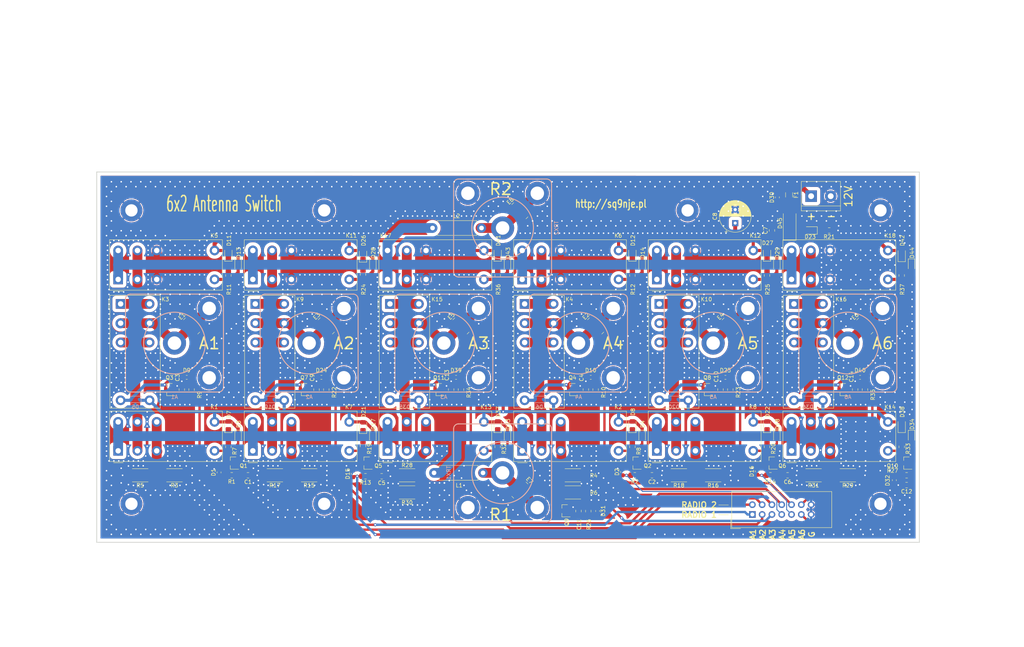
<source format=kicad_pcb>
(kicad_pcb (version 20241229) (generator "pcbnew") (generator_version "9.0")
  (layers (0 "F.Cu" signal) (2 "B.Cu" signal) (13 "F.Paste" user) (15 "B.Paste" user) (5 "F.SilkS" user "F.Silkscreen") (7 "B.SilkS" user "B.Silkscreen") (1 "F.Mask" user) (3 "B.Mask" user) (25 "Edge.Cuts" user))
  (net 0 "")
  (net 1 "GND")
  (net 2 "Net-(A1-Pad1)")
  (net 3 "Net-(A2-Pad1)")
  (net 4 "Net-(A3-Pad1)")
  (net 5 "Net-(A4-Pad1)")
  (net 6 "Net-(A5-Pad1)")
  (net 7 "Net-(A6-Pad1)")
  (net 8 "Net-(C1-Pad1)")
  (net 9 "Net-(C2-Pad1)")
  (net 10 "Net-(C3-Pad1)")
  (net 11 "Net-(C4-Pad1)")
  (net 12 "Net-(C5-Pad1)")
  (net 13 "Net-(C6-Pad1)")
  (net 14 "+12V")
  (net 15 "Net-(C9-Pad1)")
  (net 16 "Net-(C10-Pad1)")
  (net 17 "Net-(C11-Pad1)")
  (net 18 "Net-(C12-Pad1)")
  (net 19 "Net-(C13-Pad1)")
  (net 20 "Net-(C14-Pad1)")
  (net 21 "A1R1")
  (net 22 "A4R1")
  (net 23 "Net-(D3-Pad2)")
  (net 24 "Net-(D4-Pad2)")
  (net 25 "Net-(D13-Pad2)")
  (net 26 "Net-(D14-Pad2)")
  (net 27 "Net-(D7-Pad1)")
  (net 28 "Net-(D8-Pad1)")
  (net 29 "A1R2")
  (net 30 "A4R2")
  (net 31 "Net-(D11-Pad1)")
  (net 32 "Net-(D12-Pad1)")
  (net 33 "A2R1")
  (net 34 "A5R1")
  (net 35 "Net-(D17-Pad2)")
  (net 36 "Net-(D18-Pad2)")
  (net 37 "Net-(D19-Pad2)")
  (net 38 "Net-(D20-Pad2)")
  (net 39 "Net-(D21-Pad1)")
  (net 40 "Net-(D22-Pad1)")
  (net 41 "Net-(D23-Pad1)")
  (net 42 "A2R2")
  (net 43 "A5R2")
  (net 44 "Net-(D26-Pad1)")
  (net 45 "Net-(D27-Pad1)")
  (net 46 "A3R1")
  (net 47 "A6R1")
  (net 48 "Net-(D33-Pad2)")
  (net 49 "Net-(D34-Pad2)")
  (net 50 "Net-(D35-Pad2)")
  (net 51 "Net-(D36-Pad2)")
  (net 52 "Net-(D37-Pad1)")
  (net 53 "Net-(D38-Pad1)")
  (net 54 "A3R2")
  (net 55 "A6R2")
  (net 56 "Net-(D41-Pad1)")
  (net 57 "Net-(D42-Pad1)")
  (net 58 "RADIO_1")
  (net 59 "RADIO_2")
  (net 60 "Net-(F1-Pad1)")
  (net 61 "Net-(K1-Pad3)")
  (net 62 "Net-(K1-Pad2)")
  (net 63 "Net-(K2-Pad3)")
  (net 64 "Net-(K2-Pad2)")
  (net 65 "Net-(K3-Pad1)")
  (net 66 "Net-(K4-Pad1)")
  (net 67 "Net-(K7-Pad3)")
  (net 68 "Net-(K7-Pad2)")
  (net 69 "Net-(K10-Pad3)")
  (net 70 "Net-(K8-Pad3)")
  (net 71 "Net-(K11-Pad2)")
  (net 72 "Net-(K10-Pad1)")
  (net 73 "Net-(K13-Pad2)")
  (net 74 "Net-(K13-Pad3)")
  (net 75 "Net-(K14-Pad3)")
  (net 76 "Net-(K14-Pad2)")
  (net 77 "Net-(K15-Pad1)")
  (net 78 "Net-(K16-Pad1)")
  (net 79 "Net-(E7-Pad1)")
  (net 80 "Net-(E8-Pad1)")
  (net 81 "Net-(D30-Pad1)")
  (footprint "Capacitor_SMD:C_0805_2012Metric_Pad1.15x1.40mm_HandSolder" (layer "F.Cu") (at 276.86 101.6 90)
    (property "Reference" "C7")
    (property "Value" "100n")
  )
  (footprint "Capacitor_SMD:C_0805_2012Metric_Pad1.15x1.40mm_HandSolder" (layer "F.Cu") (at 263.525 142.866 90)
    (property "Reference" "C10")
    (property "Value" "1n")
  )
  (footprint "Capacitor_SMD:C_0805_2012Metric_Pad1.15x1.40mm_HandSolder" (layer "F.Cu") (at 226.695 174.362 90)
    (property "Reference" "C11")
    (property "Value" "1n")
  )
  (footprint "Capacitor_SMD:C_0805_2012Metric_Pad1.15x1.40mm_HandSolder" (layer "F.Cu") (at 311.785 167.64 180)
    (property "Reference" "C12")
    (property "Value" "1n")
  )
  (footprint "Capacitor_SMD:C_0805_2012Metric_Pad1.15x1.40mm_HandSolder" (layer "F.Cu") (at 193.675 142.866 90)
    (property "Reference" "C13")
    (property "Value" "1n")
  )
  (footprint "Capacitor_SMD:C_0805_2012Metric_Pad1.15x1.40mm_HandSolder" (layer "F.Cu") (at 298.45 142.866 90)
    (property "Reference" "C14")
    (property "Value" "1n")
  )
  (footprint "Resistor_SMD:R_0603_1608Metric_Pad1.05x0.95mm_HandSolder" (layer "F.Cu") (at 133.477 164.352 90)
    (property "Reference" "D1")
    (property "Value" "TESDU24V")
  )
  (footprint "Diode_SMD:D_SOD-323" (layer "F.Cu") (at 138.43 154.94 -90)
    (property "Reference" "D3")
    (property "Value" "1N4148WS")
  )
  (footprint "Diode_SMD:D_SOD-323" (layer "F.Cu") (at 243.205 154.94 -90)
    (property "Reference" "D4")
    (property "Value" "1N4148WS")
  )
  (footprint "LED_SMD:LED_0805_2012Metric_Pad1.15x1.40mm_HandSolder" (layer "F.Cu") (at 135.89 152.155 90)
    (property "Reference" "D7")
    (property "Value" "LED")
  )
  (footprint "Resistor_SMD:R_0603_1608Metric_Pad1.05x0.95mm_HandSolder" (layer "F.Cu") (at 125.095 139.7 180)
    (property "Reference" "D9")
    (property "Value" "TESDU24V")
  )
  (footprint "LED_SMD:LED_0805_2012Metric_Pad1.15x1.40mm_HandSolder" (layer "F.Cu") (at 135.89 107.705 90)
    (property "Reference" "D11")
    (property "Value" "LED")
  )
  (footprint "LED_SMD:LED_0805_2012Metric_Pad1.15x1.40mm_HandSolder" (layer "F.Cu") (at 240.665 107.705 90)
    (property "Reference" "D12")
    (property "Value" "LED")
  )
  (footprint "Diode_SMD:D_SOD-323" (layer "F.Cu") (at 138.43 110.49 -90)
    (property "Reference" "D13")
    (property "Value" "1N4148WS")
  )
  (footprint "Diode_SMD:D_SOD-323" (layer "F.Cu") (at 243.205 110.49 -90)
    (property "Reference" "D14")
    (property "Value" "1N4148WS")
  )
  (footprint "Resistor_SMD:R_0603_1608Metric_Pad1.05x0.95mm_HandSolder" (layer "F.Cu") (at 273.05 164.07 90)
    (property "Reference" "D16")
    (property "Value" "TESDU24V")
  )
  (footprint "Diode_SMD:D_SOD-323" (layer "F.Cu") (at 173.355 154.94 -90)
    (property "Reference" "D17")
    (property "Value" "1N4148WS")
  )
  (footprint "Diode_SMD:D_SOD-323" (layer "F.Cu") (at 278.13 154.94 -90)
    (property "Reference" "D18")
    (property "Value" "1N4148WS")
  )
  (footprint "LED_SMD:LED_0805_2012Metric_Pad1.15x1.40mm_HandSolder" (layer "F.Cu") (at 170.815 152.391 90)
    (property "Reference" "D21")
    (property "Value" "LED")
  )
  (footprint "LED_SMD:LED_0805_2012Metric_Pad1.15x1.40mm_HandSolder" (layer "F.Cu") (at 275.59 152.155 90)
    (property "Reference" "D22")
    (property "Value" "LED")
  )
  (footprint "Resistor_SMD:R_0603_1608Metric_Pad1.05x0.95mm_HandSolder" (layer "F.Cu") (at 160.02 139.7 180)
    (property "Reference" "D24")
    (property "Value" "TESDU24V")
  )
  (footprint "Resistor_SMD:R_0603_1608Metric_Pad1.05x0.95mm_HandSolder" (layer "F.Cu") (at 264.795 139.7 180)
    (property "Reference" "D25")
    (property "Value" "TESDU24V")
  )
  (footprint "Diode_SMD:D_SOD-323" (layer "F.Cu") (at 173.355 110.49 -90)
    (property "Reference" "D28")
    (property "Value" "1N4148WS")
  )
  (footprint "Diode_SMD:D_SOD-323" (layer "F.Cu") (at 278.13 110.49 -90)
    (property "Reference" "D29")
    (property "Value" "1N4148WS")
  )
  (footprint "Resistor_SMD:R_0603_1608Metric_Pad1.05x0.95mm_HandSolder" (layer "F.Cu") (at 278.2824 93.0262 90)
    (property "Reference" "D30")
    (property "Value" "TESDU24V")
  )
  (footprint "Resistor_SMD:R_0603_1608Metric_Pad1.05x0.95mm_HandSolder" (layer "F.Cu") (at 231.648 174.357 -90)
    (property "Reference" "D31")
    (property "Value" "TESDU24V")
  )
  (footprint "Resistor_SMD:R_0603_1608Metric_Pad1.05x0.95mm_HandSolder" (layer "F.Cu") (at 308.61 166.37 -90)
    (property "Reference" "D32")
    (property "Value" "TESDU24V")
  )
  (footprint "Diode_SMD:D_SOD-323" (layer "F.Cu") (at 208.28 154.94 -90)
    (property "Reference" "D33")
    (property "Value" "1N4148WS")
  )
  (footprint "Diode_SMD:D_SOD-323" (layer "F.Cu") (at 313.055 154.94 -90)
    (property "Reference" "D34")
    (property "Value" "1N4148WS")
  )
  (footprint "LED_SMD:LED_0805_2012Metric_Pad1.15x1.40mm_HandSolder" (layer "F.Cu") (at 205.74 152.155 90)
    (property "Reference" "D37")
    (property "Value" "LED")
  )
  (footprint "LED_SMD:LED_0805_2012Metric_Pad1.15x1.40mm_HandSolder" (layer "F.Cu") (at 310.515 152.155 90)
    (property "Reference" "D38")
    (property "Value" "LED")
  )
  (footprint "Resistor_SMD:R_0603_1608Metric_Pad1.05x0.95mm_HandSolder" (layer "F.Cu") (at 194.945 139.7 180)
    (property "Reference" "D39")
    (property "Value" "TESDU24V")
  )
  (footprint "Resistor_SMD:R_0603_1608Metric_Pad1.05x0.95mm_HandSolder" (layer "F.Cu") (at 299.72 139.7 180)
    (property "Reference" "D40")
    (property "Value" "TESDU24V")
  )
  (footprint "LED_SMD:LED_0805_2012Metric_Pad1.15x1.40mm_HandSolder" (layer "F.Cu") (at 310.515 107.832 90)
    (property "Reference" "D42")
    (property "Value" "LED")
  )
  (footprint "Diode_SMD:D_SOD-323" (layer "F.Cu") (at 208.28 110.49 -90)
    (property "Reference" "D43")
    (property "Value" "1N4148WS")
  )
  (footprint "Diode_SMD:D_SOD-323" (layer "F.Cu") (at 313.055 110.49 -90)
    (property "Reference" "D44")
    (property "Value" "1N4148WS")
  )
  (footprint "QS_RF:GDT_SL1002A_HandSolder" (layer "F.Cu") (at 231.14 126.365 45)
    (property "Reference" "E2")
    (property "Value" "SL1002A600SM")
  )
  (footprint "QS_RF:GDT_SL1002A_HandSolder" (layer "F.Cu") (at 266.032437 126.397563 45)
    (property "Reference" "E4")
    (property "Value" "SL1002A600SM")
  )
  (footprint "QS_RF:GDT_SL1002A_HandSolder" (layer "F.Cu") (at 196.215 126.365 45)
    (property "Reference" "E5")
    (property "Value" "SL1002A600SM")
  )
  (footprint "QS_RF:GDT_SL1002A_HandSolder" (layer "F.Cu") (at 300.957437 126.397563 45)
    (property "Reference" "E6")
    (property "Value" "SL1002A600SM")
  )
  (footprint "QS_RF:GDT_SL1002A_HandSolder" (layer "F.Cu") (at 211.487563 168.942563 -45)
    (property "Reference" "E7")
    (property "Value" "SL1002A600SM")
  )
  (footprint "QS_RF:GDT_SL1002A_HandSolder" (layer "F.Cu") (at 211.487563 96.487437 45)
    (property "Reference" "E8")
    (property "Value" "SL1002A600SM")
  )
  (footprint "Fuse:Fuse_1206_3216Metric_Pad1.42x1.75mm_HandSolder" (layer "F.Cu") (at 281.305 92.3687 -90)
    (property "Reference" "F1")
    (property "Value" "0ZCJ0025AF2E")
  )
  (footprint "QS_RF:Relay_DPDT_Fujitsu_FTR-K1C" (layer "F.Cu") (at 107.315 158.75 90)
    (property "Reference" "K1")
    (property "Value" "Fujitsu_FTR-K1C")
  )
  (footprint "QS_RF:Relay_DPDT_Fujitsu_FTR-K1C" (layer "F.Cu") (at 212.09 158.75 90)
    (property "Reference" "K2")
    (property "Value" "Fujitsu_FTR-K1C")
  )
  (footprint "QS_RF:Relay_DPDT_Fujitsu_FTR-K1C" (layer "F.Cu") (at 212.725 120.65)
    (property "Reference" "K4")
    (property "Value" "Fujitsu_FTR-K1C")
  )
  (footprint "QS_RF:Relay_DPDT_Fujitsu_FTR-K1C" (layer "F.Cu") (at 107.315 114.3 90)
    (property "Reference" "K5")
    (property "Value" "Fujitsu_FTR-K1C")
  )
  (footprint "QS_RF:Relay_DPDT_Fujitsu_FTR-K1C" (layer "F.Cu") (at 212.09 114.3 90)
    (property "Reference" "K6")
    (property "Value" "Fujitsu_FTR-K1C")
  )
  (footprint "QS_RF:Relay_DPDT_Fujitsu_FTR-K1C" (layer "F.Cu") (at 142.24 158.75 90)
    (property "Reference" "K7")
    (property "Value" "Fujitsu_FTR-K1C")
  )
  (footprint "QS_RF:Relay_DPDT_Fujitsu_FTR-K1C" (layer "F.Cu") (at 142.875 120.65)
    (property "Reference" "K9")
    (property "Value" "Fujitsu_FTR-K1C")
  )
  (footprint "QS_RF:Relay_DPDT_Fujitsu_FTR-K1C" (layer "F.Cu") (at 247.65 120.65)
    (property "Reference" "K10")
    (property "Value" "Fujitsu_FTR-K1C")
  )
  (footprint "QS_RF:Relay_DPDT_Fujitsu_FTR-K1C" (layer "F.Cu") (at 142.24 114.3 90)
    (property "Reference" "K11")
    (property "Value" "Fujitsu_FTR-K1C")
  )
  (footprint "QS_RF:Relay_DPDT_Fujitsu_FTR-K1C" (layer "F.Cu") (at 247.015 114.3 90)
    (property "Reference" "K12")
    (property "Value" "Fujitsu_FTR-K1C")
  )
  (footprint "QS_RF:Relay_DPDT_Fujitsu_FTR-K1C" (layer "F.Cu") (at 177.165 158.75 90)
    (property "Reference" "K13")
    (property "Value" "Fujitsu_FTR-K1C")
  )
  (footprint "QS_RF:Relay_DPDT_Fujitsu_FTR-K1C" (layer "F.Cu") (at 281.94 158.75 90)
    (property "Reference" "K14")
    (property "Value" "Fujitsu_FTR-K1C")
  )
  (footprint "QS_RF:Relay_DPDT_Fujitsu_FTR-K1C" (layer "F.Cu") (at 177.8 120.65)
    (property "Reference" "K15")
    (property "Value" "Fujitsu_FTR-K1C")
  )
  (footprint "QS_RF:Relay_DPDT_Fujitsu_FTR-K1C" (layer "F.Cu") (at 282.575 120.65)
    (property "Reference" "K16")
    (property "Value" "Fujitsu_FTR-K1C")
  )
  (footprint "QS_RF:Relay_DPDT_Fujitsu_FTR-K1C" (layer "F.Cu") (at 281.94 114.3 90)
    (property "Reference" "K18")
    (property "Value" "Fujitsu_FTR-K1C")
  )
  (footprint "Resistor_THT:R_Axial_DIN0411_L9.9mm_D3.6mm_P12.70mm_Horizontal" (layer "F.Cu") (at 188.849 100.965)
    (property "Reference" "L2")
    (property "Value" "L_Small")
  )
  (footprint "Package_TO_SOT_SMD:SOT-23" (layer "F.Cu") (at 137.16 161.925 180)
    (property "Reference" "Q1")
    (property "Value" "BC817")
  )
  (footprint "Package_TO_SOT_SMD:SOT-23" (layer "F.Cu") (at 120.65 142.875 180)
    (property "Reference" "Q3")
    (property "Value" "BC817")
  )
  (footprint "Package_TO_SOT_SMD:SOT-23" (layer "F.Cu") (at 171.815 161.925 180)
    (property "Reference" "Q5")
    (property "Value" "BC817")
  )
  (footprint "Package_TO_SOT_SMD:SOT-23" (layer "F.Cu") (at 276.86 161.925 180)
    (property "Reference" "Q6")
    (property "Value" "BC817")
  )
  (footprint "Package_TO_SOT_SMD:SOT-23" (layer "F.Cu") (at 155.575 142.875 180)
    (property "Reference" "Q7")
    (property "Value" "BC817")
  )
  (footprint "Package_TO_SOT_SMD:SOT-23" (layer "F.Cu") (at 260.08 142.875 180)
    (property "Reference" "Q8")
    (property "Value" "BC817")
  )
  (footprint "Package_TO_SOT_SMD:SOT-23" (layer "F.Cu") (at 311.785 161.925 180)
    (property "Reference" "Q10")
    (property "Value" "BC817")
  )
  (footprint "Package_TO_SOT_SMD:SOT-23" (layer "F.Cu") (at 190.5 142.875 180)
    (property "Reference" "Q11")
    (property "Value" "BC817")
  )
  (footprint "Resistor_SMD:R_0805_2012Metric_Pad1.15x1.40mm_HandSolder" (layer "F.Cu") (at 136.77 165.1 180)
    (property "Reference" "R1")
    (property "Value" "1k")
  )
  (footprint "Resistor_SMD:R_0805_2012Metric_Pad1.15x1.40mm_HandSolder" (layer "F.Cu") (at 241.3 165.1 180)
    (property "Reference" "R2")
    (property "Value" "1k")
  )
  (footprint "Resistor_SMD:R_2512_6332Metric_Pad1.52x3.35mm_HandSolder" (layer "F.Cu") (at 225.2375 165.1 180)
    (property "Reference" "R4")
    (property "Value" "100")
  )
  (footprint "Resistor_SMD:R_2512_6332Metric_Pad1.52x3.35mm_HandSolder" (layer "F.Cu") (at 113.03 165.1 180)
    (property "Reference" "R5")
    (property "Value" "100")
  )
  (footprint "Resistor_SMD:R_2512_6332Metric_Pad1.52x3.35mm_HandSolder" (layer "F.Cu") (at 225.2375 169.545)
    (property "Reference" "R6")
    (property "Value" "100")
  )
  (footprint "Resistor_SMD:R_0805_2012Metric_Pad1.15x1.40mm_HandSolder" (layer "F.Cu") (at 135.89 157.725 -90)
    (property "Reference" "R7")
    (property "Value" "4.7k")
  )
  (footprint "Resistor_SMD:R_0805_2012Metric_Pad1.15x1.40mm_HandSolder" (layer "F.Cu") (at 240.665 157.725 -90)
    (property "Reference" "R8")
    (property "Value" "4.7k")
  )
  (footprint "Resistor_SMD:R_0805_2012Metric_Pad1.15x1.40mm_HandSolder" (layer "F.Cu") (at 126.365 142.875 90)
    (property "Reference" "R9")
    (property "Value" "1k")
  )
  (footprint "Resistor_SMD:R_0805_2012Metric_Pad1.15x1.40mm_HandSolder" (layer "F.Cu") (at 240.665 113.275 90)
    (property "Reference" "R12")
    (property "Value" "4.7k")
  )
  (footprint "Resistor_SMD:R_0805_2012Metric_Pad1.15x1.40mm_HandSolder" (layer "F.Cu") (at 171.45 165.345 180)
    (property "Reference" "R13")
    (property "Value" "1k")
  )
  (footprint "Resistor_SMD:R_0805_2012Metric_Pad1.15x1.40mm_HandSolder" (layer "F.Cu") (at 276.47 165.1 180)
    (property "Reference" "R14")
    (property "Value" "1k")
  )
  (footprint "Resistor_SMD:R_2512_6332Metric_Pad1.52x3.35mm_HandSolder" (layer "F.Cu") (at 156.845 165.1 180)
    (property "Reference" "R15")
    (property "Value" "100")
  )
  (footprint "Resistor_SMD:R_2512_6332Metric_Pad1.52x3.35mm_HandSolder" (layer "F.Cu") (at 252.73 165.1 180)
    (property "Reference" "R18")
    (property "Value" "100")
  )
  (footprint "Resistor_SMD:R_0805_2012Metric_Pad1.15x1.40mm_HandSolder" (layer "F.Cu") (at 170.815 157.489 -90)
    (property "Reference" "R19")
    (property "Value" "4.7k")
  )
  (footprint "Resistor_SMD:R_0805_2012Metric_Pad1.15x1.40mm_HandSolder" (layer "F.Cu") (at 275.59 157.725 -90)
    (property "Reference" "R20")
    (property "Value" "4.7k")
  )
  (footprint "Resistor_SMD:R_0805_2012Metric_Pad1.15x1.40mm_HandSolder" (layer "F.Cu") (at 291.71 101.6 180)
    (property "Reference" "R21")
    (property "Value" "4.7k")
  )
  (footprint "Resistor_SMD:R_0805_2012Metric_Pad1.15x1.40mm_HandSolder" (layer "F.Cu") (at 266.065 142.875 90)
    (property "Reference" "R23")
    (property "Value" "1k")
  )
  (footprint "Resistor_SMD:R_0805_2012Metric_Pad1.15x1.40mm_HandSolder" (layer "F.Cu") (at 170.815 113.03 90)
    (property "Reference" "R24")
    (property "Value" "4.7k")
  )
  (footprint "Resistor_SMD:R_0805_2012Metric_Pad1.15x1.40mm_HandSolder" (layer "F.Cu") (at 275.59 113.275 90)
    (property "Reference" "R25")
    (property "Value" "4.7k")
  )
  (footprint "Resistor_SMD:R_0805_2012Metric_Pad1.15x1.40mm_HandSolder" (layer "F.Cu") (at 229.235 174.38 90)
    (property "Reference" "R26")
    (property "Value" "1k")
  )
  (footprint "Resistor_SMD:R_2512_6332Metric_Pad1.52x3.35mm_HandSolder" (layer "F.Cu") (at 182.245 165.1)
    (property "Reference" "R28")
    (property "Value" "100")
  )
  (footprint "Resistor_SMD:R_2512_6332Metric_Pad1.52x3.35mm_HandSolder" (layer "F.Cu") (at 296.545 165.1 180)
    (property "Reference" "R29")
    (property "Value" "100")
  )
  (footprint "Resistor_SMD:R_2512_6332Metric_Pad1.52x3.35mm_HandSolder" (layer "F.Cu") (at 287.655 165.1 180)
    (property "Reference" "R31")
    (property "Value" "100")
  )
  (footprint "Resistor_SMD:R_0805_2012Metric_Pad1.15x1.40mm_HandSolder" (layer "F.Cu") (at 205.74 157.725 -90)
    (property "Reference" "R32")
    (property "Value" "4.7k")
  )
  (footprint "Resistor_SMD:R_0805_2012Metric_Pad1.15x1.40mm_HandSolder" (layer "F.Cu") (at 310.515 157.725 -90)
    (property "Reference" "R33")
    (property "Value" "4.7k")
  )
  (footprint "Resistor_SMD:R_0805_2012Metric_Pad1.15x1.40mm_HandSolder" (layer "F.Cu") (at 196.215 142.875 90)
    (property "Reference" "R34")
    (property "Value" "1k")
  )
  (footprint "Resistor_SMD:R_0805_2012Metric_Pad1.15x1.40mm_HandSolder" (layer "F.Cu") (at 300.99 142.875 90)
    (property "Reference" "R35")
    (property "Value" "1k")
  )
  (footprint "Resistor_SMD:R_0805_2012Metric_Pad1.15x1.40mm_HandSolder" (layer "F.Cu") (at 310.515 113.275 90)
    (property "Reference" "R37")
    (property "Value" "4.7k")
  )
  (footprint "QS_RF:Relay_DPDT_Fujitsu_FTR-K1C" (layer "F.Cu") (at 107.95 120.65)
    (property "Reference" "K3")
    (property "Value" "Fujitsu_FTR-K1C")
  )
  (footprint "Resistor_SMD:R_2512_6332Metric_Pad1.52x3.35mm_HandSolder" (layer "F.Cu") (at 121.92 165.1 180)
    (property "Reference" "R3")
    (property "Value" "100")
  )
  (footprint "Resistor_SMD:R_0805_2012Metric_Pad1.15x1.40mm_HandSolder" (layer "F.Cu") (at 135.89 113.275 90)
    (property "Reference" "R11")
    (property "Value" "4.7k")
  )
  (footprint "Capacitor_SMD:C_0805_2012Metric_Pad1.15x1.40mm_HandSolder" (layer "F.Cu") (at 123.825 142.875 90)
    (property "Reference" "C3")
    (property "Value" "1n")
  )
  (footprint "QS_RF:GDT_SL1002A_HandSolder" (layer "F.Cu") (at 161.29 126.365 45)
    (property "Reference" "E3")
    (property "Value" "SL1002A600SM")
  )
  (footprint "Resistor_SMD:R_2512_6332Metric_Pad1.52x3.35mm_HandSolder" (layer "F.Cu") (at 147.955 165.1 180)
    (property "Reference" "R17")
    (property "Value" "100")
  )
  (footprint "Capacitor_SMD:C_0805_2012Metric_Pad1.15x1.40mm_HandSolder" (layer "F.Cu") (at 158.75 142.884 90)
    (property "Reference" "C9")
    (property "Value" "1n")
  )
  (footprint "Resistor_SMD:R_0603_1608Metric_Pad1.05x0.95mm_HandSolder" (layer "F.Cu") (at 168.275 164.705 90)
    (property "Reference" "D15")
    (property "Value" "TESDU24V")
  )
  (footprint "Capacitor_SMD:C_0805_2012Metric_Pad1.15x1.40mm_HandSolder" (layer "F.Cu") (at 175.65 165.354)
    (property "Reference" "C5")
    (property "Value" "1n")
  )
  (footprint "Resistor_SMD:R_0805_2012Metric_Pad1.15x1.40mm_HandSolder" (layer "F.Cu") (at 161.29 142.875 90)
    (property "Reference" "R22")
    (property "Value" "1k")
  )
  (footprint "QS_RF:GDT_SL1002A_HandSolder" (layer "F.Cu") (at 126.365 126.365 45)
    (property "Reference" "E1")
    (property "Value" "SL1002A600SM")
  )
  (footprint "Capacitor_SMD:C_0805_2012Metric_Pad1.15x1.40mm_HandSolder" (layer "F.Cu") (at 140.979 165.1)
    (property "Reference" "C1")
    (property "Value" "1n")
  )
  (footprint "QS_RF:Relay_DPDT_Fujitsu_FTR-K1C" (layer "F.Cu") (at 177.165 114.3 90)
    (property "Reference" "K17")
    (property "Value" "Fujitsu_FTR-K1C")
  )
  (footprint "Resistor_SMD:R_2512_6332Metric_Pad1.52x3.35mm_HandSolder" (layer "F.Cu") (at 182.245 169.545 180)
    (property "Reference" "R30")
    (property "Value" "100")
  )
  (footprint "Resistor_SMD:R_0805_2012Metric_Pad1.15x1.40mm_HandSolder" (layer "F.Cu") (at 205.74 113.275 90)
    (property "Reference" "R36")
    (property "Value" "4.7k")
  )
  (footprint "LED_SMD:LED_0805_2012Metric_Pad1.15x1.40mm_HandSolder" (layer "F.Cu") (at 170.815 107.95 90)
    (property "Reference" "D26")
    (property "Value" "LED")
  )
  (footprint "Resistor_THT:R_Axial_DIN0411_L9.9mm_D3.6mm_P12.70mm_Horizontal" (layer "F.Cu") (at 189.23 164.465)
    (property "Reference" "L1")
    (property "Value" "L_Small")
  )
  (footprint "LED_SMD:LED_0805_2012Metric_Pad1.15x1.40mm_HandSolder" (layer "F.Cu") (at 240.665 152.155 90)
    (property "Reference" "D8")
    (property "Value" "LED")
  )
  (footprint "LED_SMD:LED_0805_2012Metric_Pad1.15x1.40mm_HandSolder" (layer "F.Cu") (at 205.74 107.705 90)
    (property "Reference" "D41")
    (property "Value" "LED")
  )
  (footprint "QS_RF:Relay_DPDT_Fujitsu_FTR-K1C" (layer "F.Cu") (at 247.015 158.75 90)
    (property "Reference" "K8")
    (property "Value" "Fujitsu_FTR-K1C")
  )
  (footprint "Resistor_SMD:R_2512_6332Metric_Pad1.52x3.35mm_HandSolder" (layer "F.Cu") (at 261.62 165.1 180)
    (property "Reference" "R16")
    (property "Value" "100")
  )
  (footprint "Package_TO_SOT_SMD:SOT-23" (layer "F.Cu") (at 295.275 142.875 180)
    (property "Reference" "Q12")
    (property "Value" "BC817")
  )
  (footprint "LED_SMD:LED_0805_2012Metric_Pad1.15x1.40mm_HandSolder" (layer "F.Cu") (at 275.59 107.705 90)
    (property "Reference" "D27")
    (property "Value" "LED")
  )
  (footprint "Resistor_SMD:R_0603_1608Metric_Pad1.05x0.95mm_HandSolder" (layer "F.Cu") (at 238.125 164.225 90)
    (property "Reference" "D2")
    (property "Value" "TESDU24V")
  )
  (footprint "Resistor_SMD:R_0805_2012Metric_Pad1.15x1.40mm_HandSolder" (layer "F.Cu") (at 311.785 165.1 180)
    (property "Reference" "R27")
    (property "Value" "1k")
  )
  (footprint "Capacitor_SMD:C_0805_2012Metric_Pad1.15x1.40mm_HandSolder" (layer "F.Cu") (at 280.915 165.1)
    (property "Reference" "C6")
    (property "Value" "1n")
  )
  (footprint "LED_SMD:LED_0805_2012Metric_Pad1.15x1.40mm_HandSolder" (layer "F.Cu") (at 286.775 101.6 180)
    (property "Reference" "D23")
    (property "Value" "LED")
  )
  (footprint "Connector_IDC:IDC-Header_2x07_P2.54mm_Vertical" (layer "F.Cu") (at 271.78 175.26 90)
    (property "Reference" "J1" (hide yes))
    (property "Value" "Conn_02x07_Odd_Even")
  )
  (footprint "Package_TO_SOT_SMD:SOT-23" (layer "F.Cu") (at 241.57 161.925 180)
    (property "Reference" "Q2")
    (property "Value" "BC817")
  )
  (footprint "Package_TO_SOT_SMD:SOT-23" (layer "F.Cu") (at 223.155 174.305 180)
    (property "Reference" "Q9")
    (property "Value" "BC817")
  )
  (footprint "TerminalBlock:TerminalBlock_bornier-2_P5.08mm" (layer "F.Cu") (at 287.02 92.71)
    (property "Reference" "J2" (hide yes))
    (property "Value" "Conn_01x02")
  )
  (footprint "Capacitor_THT:CP_Radial_D8.0mm_P3.50mm" (layer "F.Cu") (at 267.335 99.695 90)
    (property "Reference" "C8")
    (property "Value" "470u")
  )
  (footprint "MountingHole:MountingHole_3.2mm_M3_ISO7380_Pad" (layer "F.Cu") (at 110.75 96.4)
    (property "Reference" "REF**" (hide yes))
    (property "Value" "MountingHole_3.2mm_M3_ISO7380_Pad")
  )
  (footprint "MountingHole:MountingHole_3.2mm_M3_ISO7380_Pad" (layer "F.Cu") (at 305 172.5)
    (property "Reference" "REF**" (hide yes))
    (property "Value" "MountingHole_3.2mm_M3_ISO7380_Pad")
  )
  (footprint "Capacitor_SMD:C_0805_2012Metric_Pad1.15x1.40mm_HandSolder" (layer "F.Cu") (at 245.745 165.1)
    (property "Reference" "C2")
    (property "Value" "1n")
  )
  (footprint "Resistor_SMD:R_0805_2012Metric_Pad1.15x1.40mm_HandSolder" (layer "F.Cu") (at 231.14 142.875 90)
    (property "Reference" "R10")
    (property "Value" "1k")
  )
  (footprint "Package_TO_SOT_SMD:SOT-23" (layer "F.Cu") (at 225.155 142.875 180)
    (property "Reference" "Q4")
    (property "Value" "BC817")
  )
  (footprint "Resistor_SMD:R_0603_1608Metric_Pad1.05x0.95mm_HandSolder" (layer "F.Cu") (at 229.87 139.7 180)
    (property "Reference" "D10")
    (property "Value" "TESDU24V")
  )
  (footprint "Capacitor_SMD:C_0805_2012Metric_Pad1.15x1.40mm_HandSolder" (layer "F.Cu") (at 228.6 142.866 90)
    (property "Reference" "C4")
    (property "Value" "1n")
  )
  (footprint "Diode_SMD:D_SMA_Handsoldering" (layer "F.Cu") (at 281.4574 99.7312 90)
    (property "Reference" "D45")
    (property "Value" "ER1B")
  )
  (footprint "MountingHole:MountingHole_3.2mm_M3_ISO7380_Pad" (layer "F.Cu") (at 160.75 96.4)
    (property "Reference" "REF**" (hide yes))
    (property "Value" "MountingHole_3.2mm_M3_ISO7380_Pad")
  )
  (footprint "MountingHole:MountingHole_3.2mm_M3_ISO7380_Pad" (layer "F.Cu") (at 305 96.4)
    (property "Reference" "REF**" (hide yes))
    (property "Value" "MountingHole_3.2mm_M3_ISO7380_Pad")
  )
  (footprint "MountingHole:MountingHole_3.2mm_M3_ISO7380_Pad" (layer "F.Cu") (at 110.75 172.5)
    (property "Reference" "REF**" (hide yes))
    (property "Value" "MountingHole_3.2mm_M3_ISO7380_Pad")
  )
  (footprint "MountingHole:MountingHole_3.2mm_M3_ISO7380_Pad" (layer "F.Cu") (at 255 96.4)
    (property "Reference" "REF**" (hide yes))
    (property "Value" "MountingHole_3.2mm_M3_ISO7380_Pad")
  )
  (footprint "MountingHole:MountingHole_3.2mm_M3_ISO7380_Pad" (layer "F.Cu") (at 160.75 172.5)
    (property "Reference" "REF**" (hide yes))
    (property "Value" "MountingHole_3.2mm_M3_ISO7380_Pad")
  )
  (footprint "Diode_SMD:D_SOD-323" (layer "B.Cu") (at 111.76 145.415 180)
    (property "Reference" "D5")
    (property "Value" "1N4148WS")
  )
  (footprint "Diode_SMD:D_SOD-323" (layer "B.Cu") (at 216.535 145.415 180)
    (property "Reference" "D6")
    (property "Value" "1N4148WS")
  )
  (footprint "Diode_SMD:D_SOD-323" (layer "B.Cu") (at 251.46 145.415 180)
    (property "Reference" "D20")
    (property "Value" "1N4148WS")
  )
  (footprint "Diode_SMD:D_SOD-323" (layer "B.Cu") (at 181.61 145.415 180)
    (property "Reference" "D35")
    (property "Value" "1N4148WS")
  )
  (footprint "Diode_SMD:D_SOD-323" (layer "B.Cu") (at 286.165 145.415 180)
    (property "Reference" "D36")
    (property "Value" "1N4148WS")
  )
  (footprint "Diode_SMD:D_SOD-323" (layer "B.Cu") (at 146.685 145.415 180)
    (property "Reference" "D19")
    (property "Value" "1N4148WS")
  )
  (footprint "QS_RF:UC1-Square-2HolesRight" (layer "B.Cu") (at 207.01 100.965 90)
    (property "Reference" "TRX2")
    (property "Value" "Conn_Coaxial")
  )
  (footprint "QS_RF:UC1-Square-2HolesRight" (layer "B.Cu") (at 121.92 130.81)
    (property "Reference" "A1")
    (property "Value" "Conn_Coaxial")
  )
  (footprint "QS_RF:UC1-Square-2HolesRight" (layer "B.Cu") (at 156.845 130.81)
    (property "Reference" "A2")
    (property "Value" "Conn_Coaxial")
  )
  (footprint "QS_RF:UC1-Square-2HolesRight" (layer "B.Cu") (at 191.77 130.81)
    (property "Reference" "A3")
    (property "Value" "Conn_Coaxial")
  )
  (footprint "QS_RF:UC1-Square-2HolesRight" (layer "B.Cu") (at 226.695 130.81)
    (property "Reference" "A4")
    (property "Value" "Conn_Coaxial")
  )
  (footprint "QS_RF:UC1-Square-2HolesRight" (layer "B.Cu") (at 261.62 130.81)
    (property "Reference" "A5")
    (property "Value" "Conn_Coaxial")
  )
  (footprint "QS_RF:UC1-Square-2HolesRight" (layer "B.Cu") (at 296.545 130.81)
    (property "Reference" "A6")
    (property "Value" "Conn_Coaxial")
  )
  (footprint "QS_RF:UC1-Square-2HolesRight" (layer "B.Cu") (at 207.01 164.465 -90)
    (property "Reference" "TRX1")
    (property "Value" "Conn_Coaxial")
  )
  (gr_line (start 263.0424 172.7962) (end 265.5824 172.7962) (stroke (width 0.12)) (layer "F.SilkS"))
  (gr_line (start 263.0424 175.3362) (end 265.5824 175.3362) (stroke (width 0.12)) (layer "F.SilkS"))
  (gr_line (start 101.7524 86.4362) (end 315.087 86.4616) (stroke (width 0.2)) (layer "Edge.Cuts"))
  (gr_line (start 101.7524 86.4362) (end 101.7524 182.481953) (stroke (width 0.2)) (layer "Edge.Cuts"))
  (gr_line (start 315.087 86.4616) (end 315.087 182.481953) (stroke (width 0.2)) (layer "Edge.Cuts"))
  (gr_line (start 101.7524 182.481953) (end 315.087 182.481953) (stroke (width 0.2)) (layer "Edge.Cuts"))
  (gr_text "G" (at 287.1724 180.4162 90) (layer "F.SilkS") (effects (font (size 1.5 1.5) (thickness 0.3))))
  (gr_text "+" (at 287.0454 97.8662 0) (layer "F.SilkS") (effects (font (size 2 2) (thickness 0.3))))
  (gr_text "R1" (at 206.5274 175.3362 0) (layer "F.SilkS") (effects (font (size 3 3) (thickness 0.4))))
  (gr_text "RADIO 1" (at 257.9624 175.3362 0) (layer "F.SilkS") (effects (font (size 1.5 1.5) (thickness 0.3))))
  (gr_text "A3" (at 277.0124 180.4162 90) (layer "F.SilkS") (effects (font (size 1.5 1.5) (thickness 0.3))))
  (gr_text "A2" (at 165.8874 130.8862 0) (layer "F.SilkS") (effects (font (size 3 3) (thickness 0.4))))
  (gr_text "12V" (at 296.6974 92.7862 90) (layer "F.SilkS") (effects (font (size 2 2) (thickness 0.3))))
  (gr_text "http://sq9nje.pl" (at 235.1024 94.6912 0) (layer "F.SilkS") (effects (font (size 2 1.5) (thickness 0.3))))
  (gr_text "A5" (at 282.0924 180.4162 90) (layer "F.SilkS") (effects (font (size 1.5 1.5) (thickness 0.3))))
  (gr_text "RADIO 2" (at 257.9624 172.7962 0) (layer "F.SilkS") (effects (font (size 1.5 1.5) (thickness 0.3))))
  (gr_text "A3" (at 200.8124 130.8862 0) (layer "F.SilkS") (effects (font (size 3 3) (thickness 0.4))))
  (gr_text "A4" (at 235.7374 130.8862 0) (layer "F.SilkS") (effects (font (size 3 3) (thickness 0.4))))
  (gr_text "A1" (at 130.9624 130.8862 0) (layer "F.SilkS") (effects (font (size 3 3) (thickness 0.4))))
  (gr_text "A6" (at 305.5874 130.8862 0) (layer "F.SilkS") (effects (font (size 3 3) (thickness 0.4))))
  (gr_text "A1" (at 271.9324 180.4162 90) (layer "F.SilkS") (effects (font (size 1.5 1.5) (thickness 0.3))))
  (gr_text "A4" (at 279.5524 180.4162 90) (layer "F.SilkS") (effects (font (size 1.5 1.5) (thickness 0.3))))
  (gr_text "R2" (at 206.5274 90.8812 0) (layer "F.SilkS") (effects (font (size 3 3) (thickness 0.4))))
  (gr_text "A6" (at 284.6324 180.4162 90) (layer "F.SilkS") (effects (font (size 1.5 1.5) (thickness 0.3))))
  (gr_text "6x2 Antenna Switch" (at 134.7724 94.6912 0) (layer "F.SilkS") (effects (font (size 4 2) (thickness 0.35))))
  (gr_text "A2" (at 274.4724 180.4162 90) (layer "F.SilkS") (effects (font (size 1.5 1.5) (thickness 0.3))))
  (gr_text "A5" (at 270.6624 130.8862 0) (layer "F.SilkS") (effects (font (size 3 3) (thickness 0.4))))
  (gr_text "-" (at 292.2524 97.8662 0) (layer "F.SilkS") (effects (font (size 2 2) (thickness 0.3))))
  (segment (start 122.616 141.925) (end 123.75 141.925) (width 0.6096) (layer "F.Cu") (net 1))
  (segment (start 158.75 140.716) (end 158.75 140.095) (width 0.6096) (layer "F.Cu") (net 1))
  (segment (start 157.541 141.925) (end 158.684 141.925) (width 0.6096) (layer "F.Cu") (net 1))
  (segment (start 193.675 140.716) (end 193.675 140.095) (width 0.6096) (layer "F.Cu") (net 1))
  (segment (start 192.466 141.925) (end 193.591 141.925) (width 0.6096) (layer "F.Cu") (net 1))
  (segment (start 262.189 141.925) (end 263.441 141.925) (width 0.6096) (layer "F.Cu") (net 1))
  (segment (start 263.525 140.716) (end 263.525 140.095) (width 0.6096) (layer "F.Cu") (net 1))
  (segment (start 298.45 140.716) (end 298.45 140.095) (width 0.6096) (layer "F.Cu") (net 1))
  (segment (start 297.241 141.925) (end 298.366 141.925) (width 0.6096) (layer "F.Cu") (net 1))
  (segment (start 142.875 165.1) (end 143.383 165.1) (width 1.016) (layer "F.Cu") (net 1))
  (segment (start 143.383 165.1) (end 144.9675 165.1) (width 1.016) (layer "F.Cu") (net 1))
  (segment (start 309.626 167.64) (end 309.005 167.64) (width 0.6096) (layer "F.Cu") (net 1))
  (segment (start 228.6 141.841) (end 228.6 140.716) (width 0.6096) (layer "F.Cu") (net 1))
  (segment (start 227.137 141.925) (end 228.516 141.925) (width 0.6096) (layer "F.Cu") (net 1))
  (segment (start 228.6 140.716) (end 228.6 140.095) (width 0.6096) (layer "F.Cu") (net 1))
  (segment (start 228.6 140.095) (end 228.995 139.7) (width 0.6096) (layer "F.Cu") (net 1))
  (segment (start 226.155 141.925) (end 227.137 141.925) (width 0.6096) (layer "F.Cu") (net 1))
  (segment (start 228.516 141.925) (end 228.6 141.841) (width 0.6096) (layer "F.Cu") (net 1))
  (segment (start 291.94 114.3) (end 291.94 114.3) (width 2.54) (layer "F.Cu") (net 1))
  (segment (start 299.5325 165.1) (end 299.5325 167.4525) (width 0.6096) (layer "F.Cu") (net 1))
  (segment (start 110.0425 165.1) (end 108.458 165.1) (width 1.016) (layer "F.Cu") (net 1))
  (segment (start 158.684 141.925) (end 158.75 141.859) (width 0.6096) (layer "F.Cu") (net 1))
  (segment (start 200.77 121.81) (end 198.12 124.46) (width 2.54) (layer "F.Cu") (net 1))
  (segment (start 224.155 173.355) (end 226.677 173.355) (width 0.6096) (layer "F.Cu") (net 1))
  (segment (start 191.5 141.925) (end 192.466 141.925) (width 0.6096) (layer "F.Cu") (net 1))
  (segment (start 156.575 141.925) (end 157.541 141.925) (width 0.6096) (layer "F.Cu") (net 1))
  (segment (start 124.9075 162.7475) (end 124.968 162.687) (width 1.016) (layer "F.Cu") (net 1))
  (segment (start 164.924 139.81) (end 165.845 139.81) (width 0.6096) (layer "F.Cu") (net 1))
  (segment (start 284.6675 165.1) (end 284.6675 162.8745) (width 0.6096) (layer "F.Cu") (net 1))
  (segment (start 138.16 160.925) (end 139.065 160.02) (width 0.6096) (layer "F.Cu") (net 1))
  (segment (start 296.275 141.925) (end 297.241 141.925) (width 0.6096) (layer "F.Cu") (net 1))
  (segment (start 179.197 162.687) (end 179.197 165.0395) (width 0.6096) (layer "F.Cu") (net 1))
  (segment (start 284.6675 162.8745) (end 284.607 162.814) (width 0.6096) (layer "F.Cu") (net 1))
  (segment (start 249.7425 165.1) (end 249.7425 167.4525) (width 0.6096) (layer "F.Cu") (net 1))
  (segment (start 264.6075 165.1) (end 264.6075 162.8745) (width 0.6096) (layer "F.Cu") (net 1))
  (segment (start 263.525 141.841) (end 263.525 140.716) (width 0.6096) (layer "F.Cu") (net 1))
  (segment (start 179.197 169.6055) (end 179.2575 169.545) (width 0.6096) (layer "F.Cu") (net 1))
  (segment (start 249.7425 162.7475) (end 249.682 162.687) (width 0.6096) (layer "F.Cu") (net 1))
  (segment (start 281.94 165.1) (end 283.21 165.1) (width 0.6096) (layer "F.Cu") (net 1))
  (segment (start 168.275 163.83) (end 167.005 163.83) (width 0.6096) (layer "F.Cu") (net 1))
  (segment (start 298.45 141.841) (end 298.45 140.716) (width 0.6096) (layer "F.Cu") (net 1))
  (segment (start 144.9675 165.1) (end 144.9675 167.4465) (width 1.016) (layer "F.Cu") (net 1))
  (segment (start 246.77 165.1) (end 248.285 165.1) (width 0.6096) (layer "F.Cu") (net 1))
  (segment (start 176.675 165.354) (end 179.0035 165.354) (width 0.6096) (layer "F.Cu") (net 1))
  (segment (start 273.05 163.195) (end 271.78 163.195) (width 0.6096) (layer "F.Cu") (net 1))
  (segment (start 193.675 141.841) (end 193.675 140.716) (width 0.6096) (layer "F.Cu") (net 1))
  (segment (start 257.015 114.3) (end 257.015 106.8) (width 2.54) (layer "F.Cu") (net 1))
  (segment (start 110.0425 162.7475) (end 109.982 162.687) (width 1.016) (layer "F.Cu") (net 1))
  (segment (start 264.6075 165.1) (end 266.065 165.1) (width 0.6096) (layer "F.Cu") (net 1))
  (segment (start 159.8325 162.7475) (end 159.893 162.687) (width 1.016) (layer "F.Cu") (net 1))
  (segment (start 232.763 175.232) (end 232.791 175.26) (width 0.6096) (layer "F.Cu") (net 1))
  (segment (start 249.7425 167.4525) (end 249.682 167.513) (width 0.6096) (layer "F.Cu") (net 1))
  (segment (start 117.315 106.8) (end 117.315 114.3) (width 2.54) (layer "F.Cu") (net 1))
  (segment (start 276.86 100.575) (end 276.86 99.06) (width 0.6096) (layer "F.Cu") (net 1))
  (segment (start 172.815 160.975) (end 173.035 160.975) (width 0.6096) (layer "F.Cu") (net 1))
  (segment (start 264.6075 165.1) (end 264.6075 167.4525) (width 0.6096) (layer "F.Cu") (net 1))
  (segment (start 124.9075 167.4525) (end 124.968 167.513) (width 1.016) (layer "F.Cu") (net 1))
  (segment (start 187.165 114.3) (end 187.165 106.8) (width 2.54) (layer "F.Cu") (net 1))
  (segment (start 124.9075 165.1) (end 126.492 165.1) (width 1.016) (layer "F.Cu") (net 1))
  (segment (start 226.677 173.355) (end 226.695 173.337) (width 0.6096) (layer "F.Cu") (net 1))
  (segment (start 284.6675 165.1) (end 284.6675 167.4525) (width 0.6096) (layer "F.Cu") (net 1))
  (segment (start 193.675 140.095) (end 194.07 139.7) (width 0.6096) (layer "F.Cu") (net 1))
  (segment (start 133.477 163.477) (end 132.235 163.477) (width 0.6096) (layer "F.Cu") (net 1))
  (segment (start 292.735 101.6) (end 294.005 101.6) (width 0.6096) (layer "F.Cu") (net 1))
  (segment (start 298.366 141.925) (end 298.45 141.841) (width 0.6096) (layer "F.Cu") (net 1))
  (segment (start 228.225 165.1) (end 228.225 162.693) (width 0.6096) (layer "F.Cu") (net 1))
  (segment (start 264.6075 167.4525) (end 264.668 167.513) (width 0.6096) (layer "F.Cu") (net 1))
  (segment (start 284.6675 165.1) (end 283.21 165.1) (width 0.6096) (layer "F.Cu") (net 1))
  (segment (start 159.8325 165.1) (end 159.8325 162.7475) (width 1.016) (layer "F.Cu") (net 1))
  (segment (start 124.9075 165.1) (end 124.9075 167.4525) (width 1.016) (layer "F.Cu") (net 1))
  (segment (start 193.591 141.925) (end 193.675 141.841) (width 0.6096) (layer "F.Cu") (net 1))
  (segment (start 309.005 167.64) (end 308.61 167.245) (width 0.6096) (layer "F.Cu") (net 1))
  (segment (start 123.825 140.095) (end 124.22 139.7) (width 0.6096) (layer "F.Cu") (net 1))
  (segment (start 142.004 165.1) (end 142.875 165.1) (width 1.016) (layer "F.Cu") (net 1))
  (segment (start 179.197 165.0395) (end 179.2575 165.1) (width 0.6096) (layer "F.Cu") (net 1))
  (segment (start 110.0425 165.1) (end 110.0425 167.4525) (width 1.016) (layer "F.Cu") (net 1))
  (segment (start 158.75 140.095) (end 159.145 139.7) (width 0.6096) (layer "F.Cu") (net 1))
  (segment (start 138.16 160.975) (end 138.16 160.925) (width 0.6096) (layer "F.Cu") (net 1))
  (segment (start 216.01 91.965) (end 213.36 94.615) (width 2.54) (layer "F.Cu") (net 1))
  (segment (start 159.8325 165.1) (end 161.417 165.1) (width 1.016) (layer "F.Cu") (net 1))
  (segment (start 110.0425 165.1) (end 110.0425 162.7475) (width 1.016) (layer "F.Cu") (net 1))
  (segment (start 299.5325 165.1) (end 299.5325 162.8745) (width 0.6096) (layer "F.Cu") (net 1))
  (segment (start 124.9075 165.1) (end 124.9075 162.7475) (width 1.016) (layer "F.Cu") (net 1))
  (segment (start 123.825 140.335) (end 123.825 140.716) (width 0.6096) (layer "F.Cu") (net 1))
  (segment (start 179.2575 165.1) (end 179.2575 169.545) (width 2.54) (layer "F.Cu") (net 1))
  (segment (start 198.01 173.465) (end 197.22 173.465) (width 2.54) (layer "F.Cu") (net 1))
  (segment (start 165.845 121.81) (end 163.195 124.46) (width 2.54) (layer "F.Cu") (net 1))
  (segment (start 242.57 160.975) (end 242.57 160.909) (width 0.6096) (layer "F.Cu") (net 1))
  (segment (start 132.235 163.477) (end 132.207 163.449) (width 0.6096) (layer "F.Cu") (net 1))
  (segment (start 263.441 141.925) (end 263.525 141.841) (width 0.6096) (layer "F.Cu") (net 1))
  (segment (start 261.08 141.925) (end 262.189 141.925) (width 0.6096) (layer "F.Cu") (net 1))
  (segment (start 310.76 167.64) (end 309.626 167.64) (width 0.6096) (layer "F.Cu") (net 1))
  (segment (start 312.785 159.782) (end 312.801 159.766) (width 0.6096) (layer "F.Cu") (net 1))
  (segment (start 222.09 106.8) (end 222.09 114.3) (width 2.54) (layer "F.Cu") (net 1))
  (segment (start 123.825 140.335) (end 123.825 140.095) (width 0.6096) (layer "F.Cu") (net 1))
  (segment (start 236.883 163.35) (end 236.855 163.322) (width 0.6096) (layer "F.Cu") (net 1))
  (segment (start 264.6075 162.8745) (end 264.668 162.814) (width 0.6096) (layer "F.Cu") (net 1))
  (segment (start 235.695 121.81) (end 233.045 124.46) (width 2.54) (layer "F.Cu") (net 1))
  (segment (start 312.785 160.975) (end 312.785 159.782) (width 0.6096) (layer "F.Cu") (net 1))
  (segment (start 121.65 141.925) (end 122.616 141.925) (width 0.6096) (layer "F.Cu") (net 1))
  (segment (start 242.57 160.909) (end 243.459 160.02) (width 0.6096) (layer "F.Cu") (net 1))
  (segment (start 299.5325 167.4525) (end 299.593 167.513) (width 0.6096) (layer "F.Cu") (net 1))
  (segment (start 158.75 141.859) (end 158.75 140.716) (width 0.6096) (layer "F.Cu") (net 1))
  (segment (start 298.45 140.095) (end 298.845 139.7) (width 0.6096) (layer "F.Cu") (net 1))
  (segment (start 305.545 121.81) (end 302.895 124.46) (width 2.54) (layer "F.Cu") (net 1))
  (segment (start 152.24 106.8) (end 152.24 114.3) (width 2.54) (layer "F.Cu") (net 1))
  (segment (start 144.9675 162.7535) (end 145.034 162.687) (width 1.016) (layer "F.Cu") (net 1))
  (segment (start 123.825 141.85) (end 123.825 140.335) (width 0.6096) (layer "F.Cu") (net 1))
  (segment (start 129.985 139.81) (end 130.92 139.81) (width 0.6096) (layer "F.Cu") (net 1))
  (segment (start 179.0035 165.354) (end 179.2575 165.1) (width 0.6096) (layer "F.Cu") (net 1))
  (segment (start 284.6675 167.4525) (end 284.607 167.513) (width 0.6096) (layer "F.Cu") (net 1))
  (segment (start 249.7425 165.1) (end 249.7425 162.7475) (width 0.6096) (layer "F.Cu") (net 1))
  (segment (start 144.9675 167.4465) (end 145.034 167.513) (width 1.016) (layer "F.Cu") (net 1))
  (segment (start 179.197 171.958) (end 179.197 169.6055) (width 0.6096) (layer "F.Cu") (net 1))
  (segment (start 216.01 173.465) (end 213.36 170.815) (width 2.54) (layer "F.Cu") (net 1))
  (segment (start 130.81 121.92) (end 130.92 121.81) (width 2.54) (layer "F.Cu") (net 1))
  (segment (start 277.86 160.925) (end 278.765 160.02) (width 0.6096) (layer "F.Cu") (net 1))
  (segment (start 159.8325 167.4525) (end 159.893 167.513) (width 1.016) (layer "F.Cu") (net 1))
  (segment (start 299.5325 165.1) (end 300.99 165.1) (width 0.6096) (layer "F.Cu") (net 1))
  (segment (start 277.86 160.975) (end 277.86 160.925) (width 0.6096) (layer "F.Cu") (net 1))
  (segment (start 130.92 139.81) (end 131.335 139.81) (width 2.54) (layer "F.Cu") (net 1))
  (segment (start 263.525 140.095) (end 263.92 139.7) (width 0.6096) (layer "F.Cu") (net 1))
  (segment (start 249.7425 165.1) (end 248.285 165.1) (width 0.6096) (layer "F.Cu") (net 1))
  (segment (start 110.0425 167.4525) (end 109.982 167.513) (width 1.016) (layer "F.Cu") (net 1))
  (segment (start 238.125 163.35) (end 236.883 163.35) (width 0.6096) (layer "F.Cu") (net 1))
  (segment (start 159.8325 165.1) (end 159.8325 167.4525) (width 1.016) (layer "F.Cu") (net 1))
  (segment (start 270.62 121.81) (end 267.97 124.46) (width 2.54) (layer "F.Cu") (net 1))
  (segment (start 299.5325 162.8745) (end 299.593 162.814) (width 0.6096) (layer "F.Cu") (net 1))
  (segment (start 123.75 141.925) (end 123.825 141.85) (width 0.6096) (layer "F.Cu") (net 1))
  (segment (start 228.225 165.1) (end 228.225 169.545) (width 2.54) (layer "F.Cu") (net 1))
  (segment (start 173.035 160.975) (end 173.99 160.02) (width 0.6096) (layer "F.Cu") (net 1))
  (segment (start 130.92 121.81) (end 128.27 124.46) (width 2.54) (layer "F.Cu") (net 1))
  (segment (start 231.648 175.232) (end 232.763 175.232) (width 0.6096) (layer "F.Cu") (net 1))
  (segment (start 228.225 162.693) (end 228.219 162.687) (width 0.6096) (layer "F.Cu") (net 1))
  (segment (start 144.9675 165.1) (end 144.9675 162.7535) (width 1.016) (layer "F.Cu") (net 1))
  (via (at 227.457 167.259) (size 0.8) (drill 0.4) (layers "F.Cu" "B.Cu") (net 1))
  (via (at 228.981 167.259) (size 0.8) (drill 0.4) (layers "F.Cu" "B.Cu") (net 1))
  (via (at 225.298 173.355) (size 0.8) (drill 0.4) (layers "F.Cu" "B.Cu") (net 1))
  (via (at 227.137 141.925) (size 0.8) (drill 0.4) (layers "F.Cu" "B.Cu") (net 1))
  (via (at 228.6 140.716) (size 0.8) (drill 0.4) (layers "F.Cu" "B.Cu") (net 1))
  (via (at 248.8184 139.7762) (size 0.8) (drill 0.4) (layers "F.Cu" "B.Cu") (net 1))
  (via (at 248.8184 141.0462) (size 0.8) (drill 0.4) (layers "F.Cu" "B.Cu") (net 1))
  (via (at 248.8184 135.9662) (size 0.8) (drill 0.4) (layers "F.Cu" "B.Cu") (net 1))
  (via (at 248.8184 143.3322) (size 0.8) (drill 0.4) (layers "F.Cu" "B.Cu") (net 1))
  (via (at 248.8184 138.5062) (size 0.8) (drill 0.4) (layers "F.Cu" "B.Cu") (net 1))
  (via (at 248.8184 134.6962) (size 0.8) (drill 0.4) (layers "F.Cu" "B.Cu") (net 1))
  (via (at 248.8184 137.2362) (size 0.8) (drill 0.4) (layers "F.Cu" "B.Cu") (net 1))
  (via (at 248.8184 142.3162) (size 0.8) (drill 0.4) (layers "F.Cu" "B.Cu") (net 1))
  (via (at 248.8184 133.4262) (size 0.8) (drill 0.4) (layers "F.Cu" "B.Cu") (net 1))
  (via (at 249.7074 102.3112) (size 0.8) (drill 0.4) (layers "F.Cu" "B.Cu") (net 1))
  (via (at 257.3274 102.3112) (size 0.8) (drill 0.4) (layers "F.Cu" "B.Cu") (net 1))
  (via (at 256.0574 102.3112) (size 0.8) (drill 0.4) (layers "F.Cu" "B.Cu") (net 1))
  (via (at 247.1674 102.3112) (size 0.8) (drill 0.4) (layers "F.Cu" "B.Cu") (net 1))
  (via (at 243.3574 102.3112) (size 0.8) (drill 0.4) (layers "F.Cu" "B.Cu") (net 1))
  (via (at 254.7874 102.3112) (size 0.8) (drill 0.4) (layers "F.Cu" "B.Cu") (net 1))
  (via (at 242.0874 102.3112) (size 0.8) (drill 0.4) (layers "F.Cu" "B.Cu") (net 1))
  (via (at 253.5174 102.3112) (size 0.8) (drill 0.4) (layers "F.Cu" "B.Cu") (net 1))
  (via (at 250.9774 102.3112) (size 0.8) (drill 0.4) (layers "F.Cu" "B.Cu") (net 1))
  (via (at 239.5474 102.3112) (size 0.8) (drill 0.4) (layers "F.Cu" "B.Cu") (net 1))
  (via (at 259.8674 102.3112) (size 0.8) (drill 0.4) (layers "F.Cu" "B.Cu") (net 1))
  (via (at 245.8974 102.3112) (size 0.8) (drill 0.4) (layers "F.Cu" "B.Cu") (net 1))
  (via (at 248.4374 102.3112) (size 0.8) (drill 0.4) (layers "F.Cu" "B.Cu") (net 1))
  (via (at 252.2474 102.3112) (size 0.8) (drill 0.4) (layers "F.Cu" "B.Cu") (net 1))
  (via (at 244.6274 102.3112) (size 0.8) (drill 0.4) (layers "F.Cu" "B.Cu") (net 1))
  (via (at 258.5974 102.3112) (size 0.8) (drill 0.4) (layers "F.Cu" "B.Cu") (net 1))
  (via (at 240.8174 102.3112) (size 0.8) (drill 0.4) (layers "F.Cu" "B.Cu") (net 1))
  (via (at 313.2074 130.8862) (size 0.8) (drill 0.4) (layers "F.Cu" "B.Cu") (net 1))
  (via (at 224.9424 146.7612) (size 0.8) (drill 0.4) (layers "F.Cu" "B.Cu") (net 1))
  (via (at 266.8524 107.8992) (size 0.8) (drill 0.4) (layers "F.Cu" "B.Cu") (net 1))
  (via (at 224.9424 158.8262) (size 0.8) (drill 0.4) (layers "F.Cu" "B.Cu") (net 1))
  (via (at 197.0024 113.1062) (size 0.8) (drill 0.4) (layers "F.Cu" "B.Cu") (net 1))
  (via (at 279.5524 127.7112) (size 0.8) (drill 0.4) (layers "F.Cu" "B.Cu") (net 1))
  (via (at 279.5524 123.9012) (size 0.8) (drill 0.4) (layers "F.Cu" "B.Cu") (net 1))
  (via (at 174.5234 113.7412) (size 0.8) (drill 0.4) (layers "F.Cu" "B.Cu") (net 1))
  (via (at 304.9524 100.4062) (size 0.8) (drill 0.4) (layers "F.Cu" "B.Cu") (net 1))
  (via (at 145.034 167.513) (size 0.8) (drill 0.4) (layers "F.Cu" "B.Cu") (net 1))
  (via (at 105.5624 180.4162) (size 0.8) (drill 0.4) (layers "F.Cu" "B.Cu") (net 1))
  (via (at 191.9224 88.9762) (size 0.8) (drill 0.4) (layers "F.Cu" "B.Cu") (net 1))
  (via (at 105.5624 148.6662) (size 0.8) (drill 0.4) (layers "F.Cu" "B.Cu") (net 1))
  (via (at 204.6224 168.9862) (size 0.8) (drill 0.4) (layers "F.Cu" "B.Cu") (net 1))
  (via (at 256.6924 139.7762) (size 0.8) (drill 0.4) (layers "F.Cu" "B.Cu") (net 1))
  (via (at 304.9524 116.9162) (size 0.8) (drill 0.4) (layers "F.Cu" "B.Cu") (net 1))
  (via (at 104.2924 179.1462) (size 0.8) (drill 0.4) (layers "F.Cu" "B.Cu") (net 1))
  (via (at 118.2624 120.7262) (size 0.8) (drill 0.4) (layers "F.Cu" "B.Cu") (net 1))
  (via (at 167.7924 130.8862) (size 0.8) (drill 0.4) (layers "F.Cu" "B.Cu") (net 1))
  (via (at 237.6424 88.9762) (size 0.8) (drill 0.4) (layers "F.Cu" "B.Cu") (net 1))
  (via (at 150.0124 115.6462) (size 0.8) (drill 0.4) (layers "F.Cu" "B.Cu") (net 1))
  (via (at 190.6524 118.1862) (size 0.8) (drill 0.4) (layers "F.Cu" "B.Cu") (net 1))
  (via (at 226.8474 102.3112) (size 0.8) (drill 0.4) (layers "F.Cu" "B.Cu") (net 1))
  (via (at 157.6324 157.5562) (size 0.8) (drill 0.4) (layers "F.Cu" "B.Cu") (net 1))
  (via (at 172.2374 175.9712) (size 0.8) (drill 0.4) (layers "F.Cu" "B.Cu") (net 1))
  (via (at 122.0724 161.3662) (size 0.8) (drill 0.4) (layers "F.Cu" "B.Cu") (net 1))
  (via (at 155.0924 100.4062) (size 0.8) (drill 0.4) (layers "F.Cu" "B.Cu") (net 1))
  (via (at 125.8824 118.1862) (size 0.8) (drill 0.4) (layers "F.Cu" "B.Cu") (net 1))
  (via (at 293.5224 118.1862) (size 0.8) (drill 0.4) (layers "F.Cu" "B.Cu") (net 1))
  (via (at 126.5174 157.5562) (size 0.8) (drill 0.4) (layers "F.Cu" "B.Cu") (net 1))
  (via (at 115.0874 107.8992) (size 0.8) (drill 0.4) (layers "F.Cu" "B.Cu") (net 1))
  (via (at 292.8874 139.7762) (size 0.8) (drill 0.4) (layers "F.Cu" "B.Cu") (net 1))
  (via (at 240.1824 141.0462) (size 0.8) (drill 0.4) (layers "F.Cu" "B.Cu") (net 1))
  (via (at 291.6174 139.7762) (size 0.8) (drill 0.4) (layers "F.Cu" "B.Cu") (net 1))
  (via (at 146.2024 173.4312) (size 0.8) (drill 0.4) (layers "F.Cu" "B.Cu") (net 1))
  (via (at 195.7324 113.1062) (size 0.8) (drill 0.4) (layers "F.Cu" "B.Cu") (net 1))
  (via (at 184.3024 134.6962) (size 0.8) (drill 0.4) (layers "F.Cu" "B.Cu") (net 1))
  (via (at 137.9474 146.7612) (size 0.8) (drill 0.4) (layers "F.Cu" "B.Cu") (net 1))
  (via (at 120.8024 115.6462) (size 0.8) (drill 0.4) (layers "F.Cu" "B.Cu") (net 1))
  (via (at 279.4254 106.1212) (size 0.8) (drill 0.4) (layers "F.Cu" "B.Cu") (net 1))
  (via (at 307.4924 147.3962) (size 0.8) (drill 0.4) (layers "F.Cu" "B.Cu") (net 1))
  (via (at 169.0624 88.9762) (size 0.8) (drill 0.4) (layers "F.Cu" "B.Cu") (net 1))
  (via (at 292.2524 116.9162) (size 0.8) (drill 0.4) (layers "F.Cu" "B.Cu") (net 1))
  (via (at 174.7774 102.3112) (size 0.8) (drill 0.4) (layers "F.Cu" "B.Cu") (net 1))
  (via (at 142.3924 117.5512) (size 0.8) (drill 0.4) (layers "F.Cu" "B.Cu") (net 1))
  (via (at 123.3424 170.2562) (size 0.8) (drill 0.4) (layers "F.Cu" "B.Cu") (net 1))
  (via (at 265.5824 160.0962) (size 0.8) (drill 0.4) (layers "F.Cu" "B.Cu") (net 1))
  (via (at 301.1424 161.3662) (size 0.8) (drill 0.4) (layers "F.Cu" "B.Cu") (net 1))
  (via (at 293.5224 113.1062) (size 0.8) (drill 0.4) (layers "F.Cu" "B.Cu") (net 1))
  (via (at 277.0124 90.2462) (size 0.8) (drill 0.4) (layers "F.Cu" "B.Cu") (net 1))
  (via (at 172.8724 130.8862) (size 0.8) (drill 0.4) (layers "F.Cu" "B.Cu") (net 1))
  (via (at 115.0874 105.4862) (size 0.8) (drill 0.4) (layers "F.Cu" "B.Cu") (net 1))
  (via (at 179.8574 161.3662) (size 0.8) (drill 0.4) (layers "F.Cu" "B.Cu") (net 1))
  (via (at 113.8174 162.6362) (size 0.8) (drill 0.4) (layers "F.Cu" "B.Cu") (net 1))
  (via (at 310.0324 104.2162) (size 0.8) (drill 0.4) (layers "F.Cu" "B.Cu") (net 1))
  (via (at 104.2924 158.8262) (size 0.8) (drill 0.4) (layers "F.Cu" "B.Cu") (net 1))
  (via (at 143.6624 162.6362) (size 0.8) (drill 0.4) (layers "F.Cu" "B.Cu") (net 1))
  (via (at 209.7024 127.7112) (size 0.8) (drill 0.4) (layers "F.Cu" "B.Cu") (net 1))
  (via (at 188.1124 134.6962) (size 0.8) (drill 0.4) (layers "F.Cu" "B.Cu") (net 1))
  (via (at 162.7124 90.2462) (size 0.8) (drill 0.4) (layers "F.Cu" "B.Cu") (net 1))
  (via (at 230.6574 102.3112) (size 0.8) (drill 0.4) (layers "F.Cu" "B.Cu") (net 1))
  (via (at 304.9524 111.8362) (size 0.8) (drill 0.4) (layers "F.Cu" "B.Cu") (net 1))
  (via (at 230.0224 160.0962) (size 0.8) (drill 0.4) (layers "F.Cu" "B.Cu") (net 1))
  (via (at 150.0124 100.4062) (size 0.8) (drill 0.4) (layers "F.Cu" "B.Cu") (net 1))
  (via (at 172.8724 170.8912) (size 0.8) (drill 0.4) (layers "F.Cu" "B.Cu") (net 1))
  (via (at 139.8524 130.2512) (size 0.8) (drill 0.4) (layers "F.Cu" "B.Cu") (net 1))
  (via (at 161.4424 163.9062) (size 0.8) (drill 0.4) (layers "F.Cu" "B.Cu") (net 1))
  (via (at 174.7774 130.2512) (size 0.8) (drill 0.4) (layers "F.Cu" "B.Cu") (net 1))
  (via (at 290.3474 180.4162) (size 0.8) (drill 0.4) (layers "F.Cu" "B.Cu") (net 1))
  (via (at 261.7724 90.2462) (size 0.8) (drill 0.4) (layers "F.Cu" "B.Cu") (net 1))
  (via (at 169.0624 142.3162) (size 0.8) (drill 0.4) (layers "F.Cu" "B.Cu") (net 1))
  (via (at 298.6024 167.7162) (size 0.8) (drill 0.4) (layers "F.Cu" "B.Cu") (net 1))
  (via (at 263.6774 157.5562) (size 0.8) (drill 0.4) (layers "F.Cu" "B.Cu") (net 1))
  (via (at 191.9224 135.9662) (size 0.8) (drill 0.4) (layers "F.Cu" "B.Cu") (net 1))
  (via (at 260.5024 88.9762) (size 0.8) (drill 0.4) (layers "F.Cu" "B.Cu") (net 1))
  (via (at 152.5524 132.1562) (size 0.8) (drill 0.4) (layers "F.Cu" "B.Cu") (net 1))
  (via (at 254.7874 118.0592) (size 0.8) (drill 0.4) (layers "F.Cu" "B.Cu") (net 1))
  (via (at 184.9374 114.3762) (size 0.8) (drill 0.4) (layers "F.Cu" "B.Cu") (net 1))
  (via (at 106.8324 139.7762) (size 0.8) (drill 0.4) (layers "F.Cu" "B.Cu") (net 1))
  (via (at 118.2624 139.7762) (size 0.8) (drill 0.4) (layers "F.Cu" "B.Cu") (net 1))
  (via (at 294.7924 160.7312) (size 0.8) (drill 0.4) (layers "F.Cu" "B.Cu") (net 1))
  (via (at 130.3274 133.4262) (size 0.8) (drill 0.4) (layers "F.Cu" "B.Cu") (net 1))
  (via (at 311.3024 130.8862) (size 0.8) (drill 0.4) (layers "F.Cu" "B.Cu") (net 1))
  (via (at 309.3974 128.9812) (size 0.8) (drill 0.4) (layers "F.Cu" "B.Cu") (net 1))
  (via (at 148.7424 175.9712) (size 0.8) (drill 0.4) (layers "F.Cu" "B.Cu") (net 1))
  (via (at 138.5824 135.9662) (size 0.8) (drill 0.4) (layers "F.Cu" "B.Cu") (net 1))
  (via (at 115.0874 115.6462) (size 0.8) (drill 0.4) (layers "F.Cu" "B.Cu") (net 1))
  (via (at 274.4724 128.9812) (size 0.8) (drill 0.4) (layers "F.Cu" "B.Cu") (net 1))
  (via (at 128.4224 115.6462) (size 0.8) (drill 0.4) (layers "F.Cu" "B.Cu") (net 1))
  (via (at 118.2624 104.2162) (size 0.8) (drill 0.4) (layers "F.Cu" "B.Cu") (net 1))
  (via (at 222.4024 132.1562) (size 0.8) (drill 0.4) (layers "F.Cu" "B.Cu") (net 1))
  (via (at 312.801 159.766) (size 0.8) (drill 0.4) (layers "F.Cu" "B.Cu") (net 1))
  (via (at 178.9684 142.3162) (size 0.8) (drill 0.4) (layers "F.Cu" "B.Cu") (net 1))
  (via (at 227.4824 157.5562) (size 0.8) (drill 0.4) (layers "F.Cu" "B.Cu") (net 1))
  (via (at 174.7774 117.5512) (size 0.8) (drill 0.4) (layers "F.Cu" "B.Cu") (net 1))
  (via (at 219.8624 115.6462) (size 0.8) (drill 0.4) (layers "F.Cu" "B.Cu") (net 1))
  (via (at 144.0434 135.9662) (size 0.8) (drill 0.4) (layers "F.Cu" "B.Cu") (net 1))
  (via (at 108.1024 141.0462) (size 0.8) (drill 0.4) (layers "F.Cu" "B.Cu") (net 1))
  (via (at 213.5124 100.4062) (size 0.8) (drill 0.4) (layers "F.Cu" "B.Cu") (net 1))
  (via (at 132.2324 90.2462) (size 0.8) (drill 0.4) (layers "F.Cu" "B.Cu") (net 1))
  (via (at 122.0724 146.7612) (size 0.8) (drill 0.4) (layers "F.Cu" "B.Cu") (net 1))
  (via (at 149.3774 138.5062) (size 0.8) (drill 0.4) (layers "F.Cu" "B.Cu") (net 1))
  (via (at 254.5334 157.5562) (size 0.8) (drill 0.4) (layers "F.Cu" "B.Cu") (net 1))
  (via (at 251.6124 100.4062) (size 0.8) (drill 0.4) (layers "F.Cu" "B.Cu") (net 1))
  (via (at 109.1184 139.7762) (size 0.8) (drill 0.4) (layers "F.Cu" "B.Cu") (net 1))
  (via (at 312.5724 149.3012) (size 0.8) (drill 0.4) (layers "F.Cu" "B.Cu") (net 1))
  (via (at 223.6724 116.9162) (size 0.8) (drill 0.4) (layers "F.Cu" "B.Cu") (net 1))
  (via (at 158.9024 88.9762) (size 0.8) (drill 0.4) (layers "F.Cu" "B.Cu") (net 1))
  (via (at 304.9524 153.7462) (size 0.8) (drill 0.4) (layers "F.Cu" "B.Cu") (net 1))
  (via (at 198.2724 115.6462) (size 0.8) (drill 0.4) (layers "F.Cu" "B.Cu") (net 1))
  (via (at 153.8224 137.2362) (size 0.8) (drill 0.4) (layers "F.Cu" "B.Cu") (net 1))
  (via (at 307.4924 104.2162) (size 0.8) (drill 0.4) (layers "F.Cu" "B.Cu") (net 1))
  (via (at 105.5624 144.8562) (size 0.8) (drill 0.4) (layers "F.Cu" "B.Cu") (net 1))
  (via (at 146.2024 167.7162) (size 0.8) (drill 0.4) (layers "F.Cu" "B.Cu") (net 1))
  (via (at 297.241 141.925) (size 0.8) (drill 0.4) (layers "F.Cu" "B.Cu") (net 1))
  (via (at 130.9624 118.1862) (size 0.8) (drill 0.4) (layers "F.Cu" "B.Cu") (net 1))
  (via (at 148.1074 102.3112) (size 0.8) (drill 0.4) (layers "F.Cu" "B.Cu") (net 1))
  (via (at 312.5724 179.1462) (size 0.8) (drill 0.4) (layers "F.Cu" "B.Cu") (net 1))
  (via (at 139.2174 158.8262) (size 0.8) (drill 0.4) (layers "F.Cu" "B.Cu") (net 1))
  (via (at 249.0724 100.4062) (size 0.8) (drill 0.4) (layers "F.Cu" "B.Cu") (net 1))
  (via (at 242.0874 126.4412) (size 0.8) (drill 0.4) (layers "F.Cu" "B.Cu") (net 1))
  (via (at 265.5824 106.7562) (size 0.8) (drill 0.4) (layers "F.Cu" "B.Cu") (net 1))
  (via (at 124.6124 161.3662) (size 0.8) (drill 0.4) (layers "F.Cu" "B.Cu") (net 1))
  (via (at 296.0624 146.7612) (size 0.8) (drill 0.4) (layers "F.Cu" "B.Cu") (net 1))
  (via (at 257.9624 99.1362) (size 0.8) (drill 0.4) (layers "F.Cu" "B.Cu") (net 1))
  (via (at 289.7124 107.3912) (size 0.8) (drill 0.4) (layers "F.Cu" "B.Cu") (net 1))
  (via (at 114.4524 102.9462) (size 0.8) (drill 0.4) (layers "F.Cu" "B.Cu") (net 1))
  (via (at 118.2624 180.4162) (size 0.8) (drill 0.4) (layers "F.Cu" "B.Cu") (net 1))
  (via (at 208.4324 92.7862) (size 0.8) (drill 0.4) (layers "F.Cu" "B.Cu") (net 1))
  (via (at 167.1574 102.3112) (size 0.8) (drill 0.4) (layers "F.Cu" "B.Cu") (net 1))
  (via (at 283.21 165.1) (size 0.8) (drill 0.4) (layers "F.Cu" "B.Cu") (net 1))
  (via (at 120.8024 104.2162) (size 0.8) (drill 0.4) (layers "F.Cu" "B.Cu") (net 1))
  (via (at 224.9424 118.1862) (size 0.8) (drill 0.4) (layers "F.Cu" "B.Cu") (net 1))
  (via (at 188.7474 97.8662) (size 0.8) (drill 0.4) (layers "F.Cu" "B.Cu") (net 1))
  (via (at 144.9324 172.1612) (size 0.8) (drill 0.4) (layers "F.Cu" "B.Cu") (net 1))
  (via (at 307.4924 116.9162) (size 0.8) (drill 0.4) (layers "F.Cu" "B.Cu") (net 1))
  (via (at 277.0124 97.8662) (size 0.8) (drill 0.4) (layers "F.Cu" "B.Cu") (net 1))
  (via (at 212.2424 117.5512) (size 0.8) (drill 0.4) (layers "F.Cu" "B.Cu") (net 1))
  (via (at 306.2224 125.8062) (size 0.8) (drill 0.4) (layers "F.Cu" "B.Cu") (net 1))
  (via (at 104.2924 171.5262) (size 0.8) (drill 0.4) (layers "F.Cu" "B.Cu") (net 1))
  (via (at 190.6524 107.8992) (size 0.8) (drill 0.4) (layers "F.Cu" "B.Cu") (net 1))
  (via (at 124.968 162.687) (size 0.8) (drill 0.4) (layers "F.Cu" "B.Cu") (net 1))
  (via (at 283.7434 142.3162) (size 0.8) (drill 0.4) (layers "F.Cu" "B.Cu") (net 1))
  (via (at 216.6874 165.1762) (size 0.8) (drill 0.4) (layers "F.Cu" "B.Cu") (net 1))
  (via (at 136.0424 177.8762) (size 0.8) (drill 0.4) (layers "F.Cu" "B.Cu") (net 1))
  (via (at 191.9224 107.8992) (size 0.8) (drill 0.4) (layers "F.Cu" "B.Cu") (net 1))
  (via (at 295.4274 180.4162) (size 0.8) (drill 0.4) (layers "F.Cu" "B.Cu") (net 1))
  (via (at 143.383 165.1) (size 0.8) (drill 0.4) (layers "F.Cu" "B.Cu") (net 1))
  (via (at 193.1924 90.2462) (size 0.8) (drill 0.4) (layers "F.Cu" "B.Cu") (net 1))
  (via (at 187.4774 132.1562) (size 0.8) (drill 0.4) (layers "F.Cu" "B.Cu") (net 1))
  (via (at 119.5324 102.9462) (size 0.8) (drill 0.4) (layers "F.Cu" "B.Cu") (net 1))
  (via (at 130.9624 125.8062) (size 0.8) (drill 0.4) (layers "F.Cu" "B.Cu") (net 1))
  (via (at 151.2824 88.9762) (size 0.8) (drill 0.4) (layers "F.Cu" "B.Cu") (net 1))
  (via (at 299.8724 174.0662) (size 0.8) (drill 0.4) (layers "F.Cu" "B.Cu") (net 1))
  (via (at 264.3124 115.6462) (size 0.8) (drill 0.4) (layers "F.Cu" "B.Cu") (net 1))
  (via (at 209.7024 126.4412) (size 0.8) (drill 0.4) (layers "F.Cu" "B.Cu") (net 1))
  (via (at 231.2924 146.7612) (size 0.8) (drill 0.4) (layers "F.Cu" "B.Cu") (net 1))
  (via (at 122.0724 135.9662) (size 0.8) (drill 0.4) (layers "F.Cu" "B.Cu") (net 1))
  (via (at 257.9624 116.9162) (size 0.8) (drill 0.4) (layers "F.Cu" "B.Cu") (net 1))
  (via (at 193.1924 113.1062) (size 0.8) (drill 0.4) (layers "F.Cu" "B.Cu") (net 1))
  (via (at 223.6724 136.6012) (size 0.8) (drill 0.4) (layers "F.Cu" "B.Cu") (net 1))
  (via (at 152.5524 90.2462) (size 0.8) (drill 0.4) (layers "F.Cu" "B.Cu") (net 1))
  (via (at 297.3324 106.7562) (size 0.8) (drill 0.4) (layers "F.Cu" "B.Cu") (net 1))
  (via (at 238.9124 116.9162) (size 0.8) (drill 0.4) (layers "F.Cu" "B.Cu") (net 1))
  (via (at 299.8724 179.1462) (size 0.8) (drill 0.4) (layers "F.Cu" "B.Cu") (net 1))
  (via (at 306.2224 162.6362) (size 0.8) (drill 0.4) (layers "F.Cu" "B.Cu") (net 1))
  (via (at 221.1324 116.9162) (size 0.8) (drill 0.4) (layers "F.Cu" "B.Cu") (net 1))
  (via (at 152.5524 100.4062) (size 0.8) (drill 0.4) (layers "F.Cu" "B.Cu") (net 1))
  (via (at 271.78 163.195) (size 0.8) (drill 0.4) (layers "F.Cu" "B.Cu") (net 1))
  (via (at 297.3324 90.2462) (size 0.8) (drill 0.4) (layers "F.Cu" "B.Cu") (net 1))
  (via (at 193.1924 170.2562) (size 0.8) (drill 0.4) (layers "F.Cu" "B.Cu") (net 1))
  (via (at 313.2074 148.0312) (size 0.8) (drill 0.4) (layers "F.Cu" "B.Cu") (net 1))
  (via (at 194.4624 96.5962) (size 0.8) (drill 0.4) (layers "F.Cu" "B.Cu") (net 1))
  (via (at 286.5374 161.3662) (size 0.8) (drill 0.4) (layers "F.Cu" "B.Cu") (net 1))
  (via (at 143.0274 102.3112) (size 0.8) (drill 0.4) (layers "F.Cu" "B.Cu") (net 1))
  (via (at 301.1424 120.7262) (size 0.8) (drill 0.4) (layers "F.Cu" "B.Cu") (net 1))
  (via (at 230.0224 115.6462) (size 0.8) (drill 0.4) (layers "F.Cu" "B.Cu") (net 1))
  (via (at 287.1724 162.6362) (size 0.8) (drill 0.4) (layers "F.Cu" "B.Cu") (net 1))
  (via (at 270.2814 146.7612) (size 0.8) (drill 0.4) (layers "F.Cu" "B.Cu") (net 1))
  (via (at 184.9374 97.8662) (size 0.8) (drill 0.4) (layers "F.Cu" "B.Cu") (net 1))
  (via (at 144.0434 142.3162) (size 0.8) (drill 0.4) (layers "F.Cu" "B.Cu") (net 1))
  (via (at 230.0224 165.1762) (size 0.8) (drill 0.4) (layers "F.Cu" "B.Cu") (net 1))
  (via (at 236.3724 100.4062) (size 0.8) (drill 0.4) (layers "F.Cu" "B.Cu") (net 1))
  (via (at 138.5824 88.9762) (size 0.8) (drill 0.4) (layers "F.Cu" "B.Cu") (net 1))
  (via (at 266.2174 163.9062) (size 0.8) (drill 0.4) (layers "F.Cu" "B.Cu") (net 1))
  (via (at 114.4524 134.6962) (size 0.8) (drill 0.4) (layers "F.Cu" "B.Cu") (net 1))
  (via (at 114.8334 157.5562) (size 0.8) (drill 0.4) (layers "F.Cu" "B.Cu") (net 1))
  (via (at 235.1024 99.1362) (size 0.8) (drill 0.4) (layers "F.Cu" "B.Cu") (net 1))
  (via (at 118.2624 145.4912) (size 0.8) (drill 0.4) (layers "F.Cu" "B.Cu") (net 1))
  (via (at 297.3324 109.2962) (size 0.8) (drill 0.4) (layers "F.Cu" "B.Cu") (net 1))
  (via (at 181.1274 161.3662) (size 0.8) (drill 0.4) (layers "F.Cu" "B.Cu") (net 1))
  (via (at 275.7424 143.5862) (size 0.8) (drill 0.4) (layers "F.Cu" "B.Cu") (net 1))
  (via (at 261.7724 113.1062) (size 0.8) (drill 0.4) (layers "F.Cu" "B.Cu") (net 1))
  (via (at 278.765 160.02) (size 0.8) (drill 0.4) (layers "F.Cu" "B.Cu") (net 1))
  (via (at 254.1524 90.2462) (size 0.8) (drill 0.4) (layers "F.Cu" "B.Cu") (net 1))
  (via (at 105.5624 101.6762) (size 0.8) (drill 0.4) (layers "F.Cu" "B.Cu") (net 1))
  (via (at 165.8874 143.5862) (size 0.8) (drill 0.4) (layers "F.Cu" "B.Cu") (net 1))
  (via (at 174.7774 131.5212) (size 0.8) (drill 0.4) (layers "F.Cu" "B.Cu") (net 1))
  (via (at 311.3024 91.5162) (size 0.8) (drill 0.4) (layers "F.Cu" "B.Cu") (net 1))
  (via (at 236.3724 161.3662) (size 0.8) (drill 0.4) (layers "F.Cu" "B.Cu") (net 1))
  (via (at 298.45 140.716) (size 0.8) (drill 0.4) (layers "F.Cu" "B.Cu") (net 1))
  (via (at 304.9524 144.8562) (size 0.8) (drill 0.4) (layers "F.Cu" "B.Cu") (net 1))
  (via (at 240.1824 130.8862) (size 0.8) (drill 0.4) (layers "F.Cu" "B.Cu") (net 1))
  (via (at 202.0824 135.9662) (size 0.8) (drill 0.4) (layers "F.Cu" "B.Cu") (net 1))
  (via (at 176.0474 117.5512) (size 0.8) (drill 0.4) (layers "F.Cu" "B.Cu") (net 1))
  (via (at 118.2624 119.4562) (size 0.8) (drill 0.4) (layers "F.Cu" "B.Cu") (net 1))
  (via (at 167.7924 100.4062) (size 0.8) (drill 0.4) (layers "F.Cu" "B.Cu") (net 1))
  (via (at 238.9124 172.7962) (size 0.8) (drill 0.4) (layers "F.Cu" "B.Cu") (net 1))
  (via (at 132.8674 161.3662) (size 0.8) (drill 0.4) (layers "F.Cu" "B.Cu") (net 1))
  (via (at 108.1024 88.9762) (size 0.8) (drill 0.4) (layers "F.Cu" "B.Cu") (net 1))
  (via (at 137.3124 175.3362) (size 0.8) (drill 0.4) (layers "F.Cu" "B.Cu") (net 1))
  (via (at 262.4074 102.3112) (size 0.8) (drill 0.4) (layers "F.Cu" "B.Cu") (net 1))
  (via (at 297.3324 124.5362) (size 0.8) (drill 0.4) (layers "F.Cu" "B.Cu") (net 1))
  (via (at 312.5724 92.7862) (size 0.8) (drill 0.4) (layers "F.Cu" "B.Cu") (net 1))
  (via (at 151.2824 116.9162) (size 0.8) (drill 0.4) (layers "F.Cu" "B.Cu") (net 1))
  (via (at 129.6924 105.4862) (size 0.8) (drill 0.4) (layers "F.Cu" "B.Cu") (net 1))
  (via (at 130.0734 157.5562) (size 0.8) (drill 0.4) (layers "F.Cu" "B.Cu") (net 1))
  (via (at 134.7724 139.7762) (size 0.8) (drill 0.4) (layers "F.Cu" "B.Cu") (net 1))
  (via (at 256.6924 135.9662) (size 0.8) (drill 0.4) (layers "F.Cu" "B.Cu") (net 1))
  (via (at 230.0224 166.4462) (size 0.8) (drill 0.4) (layers "F.Cu" "B.Cu") (net 1))
  (via (at 199.5424 96.5962) (size 0.8) (drill 0.4) (layers "F.Cu" "B.Cu") (net 1))
  (via (at 296.0624 99.1362) (size 0.8) (drill 0.4) (layers "F.Cu" "B.Cu") (net 1))
  (via (at 294.7924 102.3112) (size 0.8) (drill 0.4) (layers "F.Cu" "B.Cu") (net 1))
  (via (at 104.2924 137.2362) (size 0.8) (drill 0.4) (layers "F.Cu" "B.Cu") (net 1))
  (via (at 141.1224 138.5062) (size 0.8) (drill 0.4) (layers "F.Cu" "B.Cu") (net 1))
  (via (at 273.2024 102.3112) (size 0.8) (drill 0.4) (layers "F.Cu" "B.Cu") (net 1))
  (via (at 201.4474 97.8662) (size 0.8) (drill 0.4) (layers "F.Cu" "B.Cu") (net 1))
  (via (at 139.8524 100.4062) (size 0.8) (drill 0.4) (layers "F.Cu" "B.Cu") (net 1))
  (via (at 198.2724 135.3312) (size 0.8) (drill 0.4) (layers "F.Cu" "B.Cu") (net 1))
  (via (at 280.8224 117.5512) (size 0.8) (drill 0.4) (layers "F.Cu" "B.Cu") (net 1))
  (via (at 244.6274 121.3612) (size 0.8) (drill 0.4) (layers "F.Cu" "B.Cu") (net 1))
  (via (at 213.8934 133.4262) (size 0.8) (drill 0.4) (layers "F.Cu" "B.Cu") (net 1))
  (via (at 196.3674 97.8662) (size 0.8) (drill 0.4) (layers "F.Cu" "B.Cu") (net 1))
  (via (at 237.6424 135.9662) (size 0.8) (drill 0.4) (layers "F.Cu" "B.Cu") (net 1))
  (via (at 310.0324 90.2462) (size 0.8) (drill 0.4) (layers "F.Cu" "B.Cu") (net 1))
  (via (at 158.9024 157.5562) (size 0.8) (drill 0.4) (layers "F.Cu" "B.Cu") (net 1))
  (via (at 232.5624 115.6462) (size 0.8) (drill 0.4) (layers "F.Cu" "B.Cu") (net 1))
  (via (at 136.0424 88.9762) (size 0.8) (drill 0.4) (layers "F.Cu" "B.Cu") (net 1))
  (via (at 193.1924 174.0662) (size 0.8) (drill 0.4) (layers "F.Cu" "B.Cu") (net 1))
  (via (at 186.8424 88.9762) (size 0.8) (drill 0.4) (layers "F.Cu" "B.Cu") (net 1))
  (via (at 190.6524 167.0812) (size 0.8) (drill 0.4) (layers "F.Cu" "B.Cu") (net 1))
  (via (at 109.1184 135.9662) (size 0.8) (drill 0.4) (layers "F.Cu" "B.Cu") (net 1))
  (via (at 203.3524 167.7162) (size 0.8) (drill 0.4) (layers "F.Cu" "B.Cu") (net 1))
  (via (at 157.6324 146.7612) (size 0.8) (drill 0.4) (layers "F.Cu" "B.Cu") (net 1))
  (via (at 257.3274 132.1562) (size 0.8) (drill 0.4) (layers "F.Cu" "B.Cu") (net 1))
  (via (at 209.7024 121.3612) (size 0.8) (drill 0.4) (layers "F.Cu" "B.Cu") (net 1))
  (via (at 308.7624 110.5662) (size 0.8) (drill 0.4) (layers "F.Cu" "B.Cu") (net 1))
  (via (at 283.7434 133.4262) (size 0.8) (drill 0.4) (layers "F.Cu" "B.Cu") (net 1))
  (via (at 233.8324 169.6212) (size 0.8) (drill 0.4) (layers "F.Cu" "B.Cu") (net 1))
  (via (at 294.1574 138.5062) (size 0.8) (drill 0.4) (layers "F.Cu" "B.Cu") (net 1))
  (via (at 280.8224 141.0462) (size 0.8) (drill 0.4) (layers "F.Cu" "B.Cu") (net 1))
  (via (at 124.6124 90.2462) (size 0.8) (drill 0.4) (layers "F.Cu" "B.Cu") (net 1))
  (via (at 307.4924 153.7462) (size 0.8) (drill 0.4) (layers "F.Cu" "B.Cu") (net 1))
  (via (at 217.3224 99.1362) (size 0.8) (drill 0.4) (layers "F.Cu" "B.Cu") (net 1))
  (via (at 219.8624 99.1362) (size 0.8) (drill 0.4) (layers "F.Cu" "B.Cu") (net 1))
  (via (at 151.9174 102.3112) (size 0.8) (drill 0.4) (layers "F.Cu" "B.Cu") (net 1))
  (via (at 156.3624 174.0662) (size 0.8) (drill 0.4) (layers "F.Cu" "B.Cu") (net 1))
  (via (at 248.285 165.1) (size 0.8) (drill 0.4) (layers "F.Cu" "B.Cu") (net 1))
  (via (at 138.5824 176.6062) (size 0.8) (drill 0.4) (layers "F.Cu" "B.Cu") (net 1))
  (via (at 139.8524 118.8212) (size 0.8) (drill 0.4) (layers "F.Cu" "B.Cu") (net 1))
  (via (at 113.8174 104.2162) (size 0.8) (drill 0.4) (layers "F.Cu" "B.Cu") (net 1))
  (via (at 269.3924 118.1862) (size 0.8) (drill 0.4) (layers "F.Cu" "B.Cu") (net 1))
  (via (at 235.7374 102.3112) (size 0.8) (drill 0.4) (layers "F.Cu" "B.Cu") (net 1))
  (via (at 292.8874 145.4912) (size 0.8) (drill 0.4) (layers "F.Cu" "B.Cu") (net 1))
  (via (at 185.5724 134.6962) (size 0.8) (drill 0.4) (layers "F.Cu" "B.Cu") (net 1))
  (via (at 239.5474 128.9812) (size 0.8) (drill 0.4) (layers "F.Cu" "B.Cu") (net 1))
  (via (at 275.7424 99.1362) (size 0.8) (drill 0.4) (layers "F.Cu" "B.Cu") (net 1))
  (via (at 178.9684 143.3322) (size 0.8) (drill 0.4) (layers "F.Cu" "B.Cu") (net 1))
  (via (at 237.0074 169.6212) (size 0.8) (drill 0.4) (layers "F.Cu" "B.Cu") (net 1))
  (via (at 209.7024 88.9762) (size 0.8) (drill 0.4) (layers "F.Cu" "B.Cu") (net 1))
  (via (at 129.6924 90.2462) (size 0.8) (drill 0.4) (layers "F.Cu" "B.Cu") (net 1))
  (via (at 210.9724 117.5512) (size 0.8) (drill 0.4) (layers "F.Cu" "B.Cu") (net 1))
  (via (at 113.1824 180.4162) (size 0.8) (drill 0.4) (layers "F.Cu" "B.Cu") (net 1))
  (via (at 162.0774 102.3112) (size 0.8) (drill 0.4) (layers "F.Cu" "B.Cu") (net 1))
  (via (at 197.0024 96.5962) (size 0.8) (drill 0.4) (layers "F.Cu" "B.Cu") (net 1))
  (via (at 178.9684 133.4262) (size 0.8) (drill 0.4) (layers "F.Cu" "B.Cu") (net 1))
  (via (at 257.9624 120.0912) (size 0.8) (drill 0.4) (layers "F.Cu" "B.Cu") (net 1))
  (via (at 219.2274 165.1762) (size 0.8) (drill 0.4) (layers "F.Cu" "B.Cu") (net 1))
  (via (at 304.9524 90.2462) (size 0.8) (drill 0.4) (layers "F.Cu" "B.Cu") (net 1))
  (via (at 246.5324 117.5512) (size 0.8) (drill 0.4) (layers "F.Cu" "B.Cu") (net 1))
  (via (at 259.8674 158.8262) (size 0.8) (drill 0.4) (layers "F.Cu" "B.Cu") (net 1))
  (via (at 248.4374 166.4462) (size 0.8) (drill 0.4) (layers "F.Cu" "B.Cu") (net 1))
  (via (at 109.1184 133.4262) (size 0.8) (drill 0.4) (layers "F.Cu" "B.Cu") (net 1))
  (via (at 208.4324 90.2462) (size 0.8) (drill 0.4) (layers "F.Cu" "B.Cu") (net 1))
  (via (at 224.9424 160.0962) (size 0.8) (drill 0.4) (layers "F.Cu" "B.Cu") (net 1))
  (via (at 141.1224 141.0462) (size 0.8) (drill 0.4) (layers "F.Cu" "B.Cu") (net 1))
  (via (at 231.2924 121.9962) (size 0.8) (drill 0.4) (layers "F.Cu" "B.Cu") (net 1))
  (via (at 224.9424 123.2662) (size 0.8) (drill 0.4) (layers "F.Cu" "B.Cu") (net 1))
  (via (at 109.1184 134.6962) (size 0.8) (drill 0.4) (layers "F.Cu" "B.Cu") (net 1))
  (via (at 269.3924 107.8992) (size 0.8) (drill 0.4) (layers "F.Cu" "B.Cu") (net 1))
  (via (at 191.2874 157.5562) (size 0.8) (drill 0.4) (layers "F.Cu" "B.Cu") (net 1))
  (via (at 293.5224 123.9012) (size 0.8) (drill 0.4) (layers "F.Cu" "B.Cu") (net 1))
  (via (at 136.0424 135.9662) (size 0.8) (drill 0.4) (layers "F.Cu" "B.Cu") (net 1))
  (via (at 111.2774 167.7162) (size 0.8) (drill 0.4) (layers "F.Cu" "B.Cu") (net 1))
  (via (at 298.6024 153.7462) (size 0.8) (drill 0.4) (layers "F.Cu" "B.Cu") (net 1))
  (via (at 249.0724 161.3662) (size 0.8) (drill 0.4) (layers "F.Cu" "B.Cu") (net 1))
  (via (at 285.9024 167.7162) (size 0.8) (drill 0.4) (layers "F.Cu" "B.Cu") (net 1))
  (via (at 127.1524 105.4862) (size 0.8) (drill 0.4) (layers "F.Cu" "B.Cu") (net 1))
  (via (at 104.2924 134.6962) (size 0.8) (drill 0.4) (layers "F.Cu" "B.Cu") (net 1))
  (via (at 144.0434 141.0462) (size 0.8) (drill 0.4) (layers "F.Cu" "B.Cu") (net 1))
  (via (at 269.3924 102.3112) (size 0.8) (drill 0.4) (layers "F.Cu" "B.Cu") (net 1))
  (via (at 213.8934 137.2362) (size 0.8) (drill 0.4) (layers "F.Cu" "B.Cu") (net 1))
  (via (at 192.5574 158.8262) (size 0.8) (drill 0.4) (layers "F.Cu" "B.Cu") (net 1))
  (via (at 240.1824 170.8912) (size 0.8) (drill 0.4) (layers "F.Cu" "B.Cu") (net 1))
  (via (at 259.2324 115.6462) (size 0.8) (drill 0.4) (layers "F.Cu" "B.Cu") (net 1))
  (via (at 219.8624 88.9762) (size 0.8) (drill 0.4) (layers "F.Cu" "B.Cu") (net 1))
  (via (at 243.9924 100.4062) (size 0.8) (drill 0.4) (layers "F.Cu" "B.Cu") (net 1))
  (via (at 256.6924 133.4262) (size 0.8) (drill 0.4) (layers "F.Cu" "B.Cu") (net 1))
  (via (at 244.6274 131.5212) (size 0.8) (drill 0.4) (layers "F.Cu" "B.Cu") (net 1))
  (via (at 109.3724 90.2462) (size 0.8) (drill 0.4) (layers "F.Cu" "B.Cu") (net 1))
  (via (at 210.9724 141.0462) (size 0.8) (drill 0.4) (layers "F.Cu" "B.Cu") (net 1))
  (via (at 122.0724 158.8262) (size 0.8) (drill 0.4) (layers "F.Cu" "B.Cu") (net 1))
  (via (at 188.1124 168.3512) (size 0.8) (drill 0.4) (layers "F.Cu" "B.Cu") (net 1))
  (via (at 173.5074 106.1212) (size 0.8) (drill 0.4) (layers "F.Cu" "B.Cu") (net 1))
  (via (at 304.9524 109.2962) (size 0.8) (drill 0.4) (layers "F.Cu" "B.Cu") (net 1))
  (via (at 161.4424 137.2362) (size 0.8) (drill 0.4) (layers "F.Cu" "B.Cu") (net 1))
  (via (at 298.6024 177.8762) (size 0.8) (drill 0.4) (layers "F.Cu" "B.Cu") (net 1))
  (via (at 162.7124 168.9862) (size 0.8) (drill 0.4) (layers "F.Cu" "B.Cu") (net 1))
  (via (at 111.2774 104.2162) (size 0.8) (drill 0.4) (layers "F.Cu" "B.Cu") (net 1))
  (via (at 264.3124 113.1062) (size 0.8) (drill 0.4) (layers "F.Cu" "B.Cu") (net 1))
  (via (at 162.0774 107.8992) (size 0.8) (drill 0.4) (layers "F.Cu" "B.Cu") (net 1))
  (via (at 133.5024 143.5862) (size 0.8) (drill 0.4) (layers "F.Cu" "B.Cu") (net 1))
  (via (at 107.4674 161.3662) (size 0.8) (drill 0.4) (layers "F.Cu" "B.Cu") (net 1))
  (via (at 280.8224 128.3462) (size 0.8) (drill 0.4) (layers "F.Cu" "B.Cu") (net 1))
  (via (at 232.791 175.26) (size 0.8) (drill 0.4) (layers "F.Cu" "B.Cu") (net 1))
  (via (at 212.2424 137.2362) (size 0.8) (drill 0.4) (layers "F.Cu" "B.Cu") (net 1))
  (via (at 294.1574 134.6962) (size 0.8) (drill 0.4) (layers "F.Cu" "B.Cu") (net 1))
  (via (at 289.7124 112.4712) (size 0.8) (drill 0.4) (layers "F.Cu" "B.Cu") (net 1))
  (via (at 128.4224 180.4162) (size 0.8) (drill 0.4) (layers "F.Cu" "B.Cu") (net 1))
  (via (at 176.0474 123.2662) (size 0.8) (drill 0.4) (layers "F.Cu" "B.Cu") (net 1))
  (via (at 219.8624 114.3762) (size 0.8) (drill 0.4) (layers "F.Cu" "B.Cu") (net 1))
  (via (at 116.9924 102.9462) (size 0.8) (drill 0.4) (layers "F.Cu" "B.Cu") (net 1))
  (via (at 160.1724 160.0962) (size 0.8) (drill 0.4) (layers "F.Cu" "B.Cu") (net 1))
  (via (at 209.7024 118.8212) (size 0.8) (drill 0.4) (layers "F.Cu" "B.Cu") (net 1))
  (via (at 203.3524 134.6962) (size 0.8) (drill 0.4) (layers "F.Cu" "B.Cu") (net 1))
  (via (at 104.9274 125.8062) (size 0.8) (drill 0.4) (layers "F.Cu" "B.Cu") (net 1))
  (via (at 255.4224 88.9762) (size 0.8) (drill 0.4) (layers "F.Cu" "B.Cu") (net 1))
  (via (at 278.2824 125.1712) (size 0.8) (drill 0.4) (layers "F.Cu" "B.Cu") (net 1))
  (via (at 257.9624 133.4262) (size 0.8) (drill 0.4) (layers "F.Cu" "B.Cu") (net 1))
  (via (at 174.7774 120.0912) (size 0.8) (drill 0.4) (layers "F.Cu" "B.Cu") (net 1))
  (via (at 229.3874 113.1062) (size 0.8) (drill 0.4) (layers "F.Cu" "B.Cu") (net 1))
  (via (at 130.9624 168.9862) (size 0.8) (drill 0.4) (layers "F.Cu" "B.Cu") (net 1))
  (via (at 299.8724 176.6062) (size 0.8) (drill 0.4) (layers "F.Cu" "B.Cu") (net 1))
  (via (at 114.4524 139.7762) (size 0.8) (drill 0.4) (layers "F.Cu" "B.Cu") (net 1))
  (via (at 127.1524 168.9862) (size 0.8) (drill 0.4) (layers "F.Cu" "B.Cu") (net 1))
  (via (at 301.1424 146.7612) (size 0.8) (drill 0.4) (layers "F.Cu" "B.Cu") (net 1))
  (via (at 279.5524 117.5512) (size 0.8) (drill 0.4) (layers "F.Cu" "B.Cu") (net 1))
  (via (at 282.0924 142.3162) (size 0.8) (drill 0.4) (layers "F.Cu" "B.Cu") (net 1))
  (via (at 195.7324 163.9062) (size 0.8) (drill 0.4) (layers "F.Cu" "B.Cu") (net 1))
  (via (at 261.7724 135.9662) (size 0.8) (drill 0.4) (layers "F.Cu" "B.Cu") (net 1))
  (via (at 202.7174 97.8662) (size 0.8) (drill 0.4) (layers "F.Cu" "B.Cu") (net 1))
  (via (at 136.6774 146.7612) (size 0.8) (drill 0.4) (layers "F.Cu" "B.Cu") (net 1))
  (via (at 209.7024 130.2512) (size 0.8) (drill 0.4) (layers "F.Cu" "B.Cu") (net 1))
  (via (at 158.75 140.716) (size 0.8) (drill 0.4) (layers "F.Cu" "B.Cu") (net 1))
  (via (at 118.2624 123.2662) (size 0.8) (drill 0.4) (layers "F.Cu" "B.Cu") (net 1))
  (via (at 249.0724 117.5512) (size 0.8) (drill 0.4) (layers "F.Cu" "B.Cu") (net 1))
  (via (at 105.5624 165.1762) (size 0.8) (drill 0.4) (layers "F.Cu" "B.Cu") (net 1))
  (via (at 293.5224 120.7262) (size 0.8) (drill 0.4) (layers "F.Cu" "B.Cu") (net 1))
  (via (at 204.6224 94.0562) (size 0.8) (drill 0.4) (layers "F.Cu" "B.Cu") (net 1))
  (via (at 192.5574 146.7612) (size 0.8) (drill 0.4) (layers "F.Cu" "B.Cu") (net 1))
  (via (at 298.6024 151.2062) (size 0.8) (drill 0.4) (layers "F.Cu" "B.Cu") (net 1))
  (via (at 104.2924 97.8662) (size 0.8) (drill 0.4) (layers "F.Cu" "B.Cu") (net 1))
  (via (at 310.0324 148.6662) (size 0.8) (drill 0.4) (layers "F.Cu" "B.Cu") (net 1))
  (via (at 289.0774 133.4262) (size 0.8) (drill 0.4) (layers "F.Cu" "B.Cu") (net 1))
  (via (at 242.7224 99.1362) (size 0.8) (drill 0.4) (layers "F.Cu" "B.Cu") (net 1))
  (via (at 258.5974 146.7612) (size 0.8) (drill 0.4) (layers "F.Cu" "B.Cu") (net 1))
  (via (at 196.3674 165.8112) (size 0.8) (drill 0.4) (layers "F.Cu" "B.Cu") (net 1))
  (via (at 156.3624 88.9762) (size 0.8) (drill 0.4) (layers "F.Cu" "B.Cu") (net 1))
  (via (at 292.8874 120.0912) (size 0.8) (drill 0.4) (layers "F.Cu" "B.Cu") (net 1))
  (via (at 122.0724 179.1462) (size 0.8) (drill 0.4) (layers "F.Cu" "B.Cu") (net 1))
  (via (at 118.2624 118.1862) (size 0.8) (drill 0.4) (layers "F.Cu" "B.Cu") (net 1))
  (via (at 190.0174 97.8662) (size 0.8) (drill 0.4) (layers "F.Cu" "B.Cu") (net 1))
  (via (at 184.3024 175.9712) (size 0.8) (drill 0.4) (layers "F.Cu" "B.Cu") (net 1))
  (via (at 275.7424 88.9762) (size 0.8) (drill 0.4) (layers "F.Cu" "B.Cu") (net 1))
  (via (at 174.5234 115.0112) (size 0.8) (drill 0.4) (layers "F.Cu" "B.Cu") (net 1))
  (via (at 134.7724 90.2462) (size 0.8) (drill 0.4) (layers "F.Cu" "B.Cu") (net 1))
  (via (at 134.1374 161.3662) (size 0.8) (drill 0.4) (layers "F.Cu" "B.Cu") (net 1))
  (via (at 157.6324 90.2462) (size 0.8) (drill 0.4) (layers "F.Cu" "B.Cu") (net 1))
  (via (at 161.4424 157.5562) (size 0.8) (drill 0.4) (layers "F.Cu" "B.Cu") (net 1))
  (via (at 179.8574 175.9712) (size 0.8) (drill 0.4) (layers "F.Cu" "B.Cu") (net 1))
  (via (at 296.0624 167.7162) (size 0.8) (drill 0.4) (layers "F.Cu" "B.Cu") (net 1))
  (via (at 124.6124 113.1062) (size 0.8) (drill 0.4) (layers "F.Cu" "B.Cu") (net 1))
  (via (at 119.5324 107.8992) (size 0.8) (drill 0.4) (layers "F.Cu" "B.Cu") (net 1))
  (via (at 283.7434 138.5062) (size 0.8) (drill 0.4) (layers "F.Cu" "B.Cu") (net 1))
  (via (at 264.3124 107.8992) (size 0.8) (drill 0.4) (layers "F.Cu" "B.Cu") (net 1))
  (via (at 237.6424 118.1862) (size 0.8) (drill 0.4) (layers "F.Cu" "B.Cu") (net 1))
  (via (at 209.7024 116.2812) (size 0.8) (drill 0.4) (layers "F.Cu" "B.Cu") (net 1))
  (via (at 146.2024 99.1362) (size 0.8) (drill 0.4) (layers "F.Cu" "B.Cu") (net 1))
  (via (at 115.0874 113.1062) (size 0.8) (drill 0.4) (layers "F.Cu" "B.Cu") (net 1))
  (via (at 194.4624 113.1062) (size 0.8) (drill 0.4) (layers "F.Cu" "B.Cu") (net 1))
  (via (at 290.9824 88.9762) (size 0.8) (drill 0.4) (layers "F.Cu" "B.Cu") (net 1))
  (via (at 270.6624 116.9162) (size 0.8) (drill 0.4) (layers "F.Cu" "B.Cu") (net 1))
  (via (at 131.5974 161.3662) (size 0.8) (drill 0.4) (layers "F.Cu" "B.Cu") (net 1))
  (via (at 311.9374 126.4412) (size 0.8) (drill 0.4) (layers "F.Cu" "B.Cu") (net 1))
  (via (at 195.7324 106.7562) (size 0.8) (drill 0.4) (layers "F.Cu" "B.Cu") (net 1))
  (via (at 163.9824 116.9162) (size 0.8) (drill 0.4) (layers "F.Cu" "B.Cu") (net 1))
  (via (at 141.1224 123.2662) (size 0.8) (drill 0.4) (layers "F.Cu" "B.Cu") (net 1))
  (via (at 169.0624 99.1362) (size 0.8) (drill 0.4) (layers "F.Cu" "B.Cu") (net 1))
  (via (at 106.1974 123.2662) (size 0.8) (drill 0.4) (layers "F.Cu" "B.Cu") (net 1))
  (via (at 153.1874 175.9712) (size 0.8) (drill 0.4) (layers "F.Cu" "B.Cu") (net 1))
  (via (at 271.9324 97.8662) (size 0.8) (drill 0.4) (layers "F.Cu" "B.Cu") (net 1))
  (via (at 123.3424 115.6462) (size 0.8) (drill 0.4) (layers "F.Cu" "B.Cu") (net 1))
  (via (at 270.6624 125.8062) (size 0.8) (drill 0.4) (layers "F.Cu" "B.Cu") (net 1))
  (via (at 152.5524 144.2212) (size 0.8) (drill 0.4) (layers "F.Cu" "B.Cu") (net 1))
  (via (at 108.1024 163.2712) (size 0.8) (drill 0.4) (layers "F.Cu" "B.Cu") (net 1))
  (via (at 156.3624 158.8262) (size 0.8) (drill 0.4) (layers "F.Cu" "B.Cu") (net 1))
  (via (at 119.5324 105.4862) (size 0.8) (drill 0.4) (layers "F.Cu" "B.Cu") (net 1))
  (via (at 279.5524 118.8212) (size 0.8) (drill 0.4) (layers "F.Cu" "B.Cu") (net 1))
  (via (at 172.8724 143.5862) (size 0.8) (drill 0.4) (layers "F.Cu" "B.Cu") (net 1))
  (via (at 233.8324 100.4062) (size 0.8) (drill 0.4) (layers "F.Cu" "B.Cu") (net 1))
  (via (at 116.9924 122.6312) (size 0.8) (drill 0.4) (layers "F.Cu" "B.Cu") (net 1))
  (via (at 189.3824 116.9162) (size 0.8) (drill 0.4) (layers "F.Cu" "B.Cu") (net 1))
  (via (at 105.5624 96.5962) (size 0.8) (drill 0.4) (layers "F.Cu" "B.Cu") (net 1))
  (via (at 212.8774 161.3662) (size 0.8) (drill 0.4) (layers "F.Cu" "B.Cu") (net 1))
  (via (at 283.3624 166.4462) (size 0.8) (drill 0.4) (layers "F.Cu" "B.Cu") (net 1))
  (via (at 104.2924 166.4462) (size 0.8) (drill 0.4) (layers "F.Cu" "B.Cu") (net 1))
  (via (at 136.0424 143.5862) (size 0.8) (drill 0.4) (layers "F.Cu" "B.Cu") (net 1))
  (via (at 142.3924 133.4262) (size 0.8) (drill 0.4) (layers "F.Cu" "B.Cu") (net 1))
  (via (at 143.6624 170.8912) (size 0.8) (drill 0.4) (layers "F.Cu" "B.Cu") (net 1))
  (via (at 123.3424 162.6362) (size 0.8) (drill 0.4) (layers "F.Cu" "B.Cu") (net 1))
  (via (at 264.3124 180.4162) (size 0.8) (drill 0.4) (layers "F.Cu" "B.Cu") (net 1))
  (via (at 134.7724 100.4062) (size 0.8) (drill 0.4) (layers "F.Cu" "B.Cu") (net 1))
  (via (at 170.3324 143.5862) (size 0.8) (drill 0.4) (layers "F.Cu" "B.Cu") (net 1))
  (via (at 213.8934 142.3162) (size 0.8) (drill 0.4) (layers "F.Cu" "B.Cu") (net 1))
  (via (at 160.1724 157.5562) (size 0.8) (drill 0.4) (layers "F.Cu" "B.Cu") (net 1))
  (via (at 142.3924 169.6212) (size 0.8) (drill 0.4) (layers "F.Cu" "B.Cu") (net 1))
  (via (at 155.0924 158.8262) (size 0.8) (drill 0.4) (layers "F.Cu" "B.Cu") (net 1))
  (via (at 220.4974 133.4262) (size 0.8) (drill 0.4) (layers "F.Cu" "B.Cu") (net 1))
  (via (at 104.2924 149.9362) (size 0.8) (drill 0.4) (layers "F.Cu" "B.Cu") (net 1))
  (via (at 304.9524 179.1462) (size 0.8) (drill 0.4) (layers "F.Cu" "B.Cu") (net 1))
  (via (at 111.9124 179.1462) (size 0.8) (drill 0.4) (layers "F.Cu" "B.Cu") (net 1))
  (via (at 105.3084 104.7242) (size 0.8) (drill 0.4) (layers "F.Cu" "B.Cu") (net 1))
  (via (at 115.7224 104.2162) (size 0.8) (drill 0.4) (layers "F.Cu" "B.Cu") (net 1))
  (via (at 279.5524 132.7912) (size 0.8) (drill 0.4) (layers "F.Cu" "B.Cu") (net 1))
  (via (at 204.6224 128.9812) (size 0.8) (drill 0.4) (layers "F.Cu" "B.Cu") (net 1))
  (via (at 153.1874 121.3612) (size 0.8) (drill 0.4) (layers "F.Cu" "B.Cu") (net 1))
  (via (at 290.9824 96.5962) (size 0.8) (drill 0.4) (layers "F.Cu" "B.Cu") (net 1))
  (via (at 145.034 162.687) (size 0.8) (drill 0.4) (layers "F.Cu" "B.Cu") (net 1))
  (via (at 289.7124 117.5512) (size 0.8) (drill 0.4) (layers "F.Cu" "B.Cu") (net 1))
  (via (at 189.3824 88.9762) (size 0.8) (drill 0.4) (layers "F.Cu" "B.Cu") (net 1))
  (via (at 214.6554 157.5562) (size 0.8) (drill 0.4) (layers "F.Cu" "B.Cu") (net 1))
  (via (at 133.5024 99.1362) (size 0.8) (drill 0.4) (layers "F.Cu" "B.Cu") (net 1))
  (via (at 155.7274 102.3112) (size 0.8) (drill 0.4) (layers "F.Cu" "B.Cu") (net 1))
  (via (at 311.3024 135.9662) (size 0.8) (drill 0.4) (layers "F.Cu" "B.Cu") (net 1))
  (via (at 231.9274 107.8992) (size 0.8) (drill 0.4) (layers "F.Cu" "B.Cu") (net 1))
  (via (at 216.0524 97.8662) (size 0.8) (drill 0.4) (layers "F.Cu" "B.Cu") (net 1))
  (via (at 285.9024 99.1362) (size 0.8) (drill 0.4) (layers "F.Cu" "B.Cu") (net 1))
  (via (at 104.5464 111.8362) (size 0.8) (drill 0.4) (layers "F.Cu" "B.Cu") (net 1))
  (via (at 190.6524 135.3312) (size 0.8) (drill 0.4) (layers "F.Cu" "B.Cu") (net 1))
  (via (at 268.1224 166.4462) (size 0.8) (drill 0.4) (layers "F.Cu" "B.Cu") (net 1))
  (via (at 132.2324 176.6062) (size 0.8) (drill 0.4) (layers "F.Cu" "B.Cu") (net 1))
  (via (at 104.2924 153.7462) (size 0.8) (drill 0.4) (layers "F.Cu" "B.Cu") (net 1))
  (via (at 283.3624 163.9062) (size 0.8) (drill 0.4) (layers "F.Cu" "B.Cu") (net 1))
  (via (at 156.9974 175.9712) (size 0.8) (drill 0.4) (layers "F.Cu" "B.Cu") (net 1))
  (via (at 193.8274 97.8662) (size 0.8) (drill 0.4) (layers "F.Cu" "B.Cu") (net 1))
  (via (at 259.2324 100.4062) (size 0.8) (drill 0.4) (layers "F.Cu" "B.Cu") (net 1))
  (via (at 186.8424 116.9162) (size 0.8) (drill 0.4) (layers "F.Cu" "B.Cu") (net 1))
  (via (at 133.5024 171.5262) (size 0.8) (drill 0.4) (layers "F.Cu" "B.Cu") (net 1))
  (via (at 213.5124 117.5512) (size 0.8) (drill 0.4) (layers "F.Cu" "B.Cu") (net 1))
  (via (at 221.7674 102.3112) (size 0.8) (drill 0.4) (layers "F.Cu" "B.Cu") (net 1))
  (via (at 299.8724 100.4062) (size 0.8) (drill 0.4) (layers "F.Cu" "B.Cu") (net 1))
  (via (at 118.8974 136.6012) (size 0.8) (drill 0.4) (layers "F.Cu" "B.Cu") (net 1))
  (via (at 285.9024 88.9762) (size 0.8) (drill 0.4) (layers "F.Cu" "B.Cu") (net 1))
  (via (at 270.2814 145.4912) (size 0.8) (drill 0.4) (layers "F.Cu" "B.Cu") (net 1))
  (via (at 164.6174 168.9862) (size 0.8) (drill 0.4) (layers "F.Cu" "B.Cu") (net 1))
  (via (at 179.7304 157.5562) (size 0.8) (drill 0.4) (layers "F.Cu" "B.Cu") (net 1))
  (via (at 205.8924 95.3262) (size 0.8) (drill 0.4) (layers "F.Cu" "B.Cu") (net 1))
  (via (at 104.2924 148.6662) (size 0.8) (drill 0.4) (layers "F.Cu" "B.Cu") (net 1))
  (via (at 129.6924 116.9162) (size 0.8) (drill 0.4) (layers "F.Cu" "B.Cu") (net 1))
  (via (at 284.3784 150.5712) (size 0.8) (drill 0.4) (layers "F.Cu" "B.Cu") (net 1))
  (via (at 289.0774 137.2362) (size 0.8) (drill 0.4) (layers "F.Cu" "B.Cu") (net 1))
  (via (at 278.2824 133.4262) (size 0.8) (drill 0.4) (layers "F.Cu" "B.Cu") (net 1))
  (via (at 149.7584 157.5562) (size 0.8) (drill 0.4) (layers "F.Cu" "B.Cu") (net 1))
  (via (at 192.466 141.925) (size 0.8) (drill 0.4) (layers "F.Cu" "B.Cu") (net 1))
  (via (at 195.7324 118.1862) (size 0.8) (drill 0.4) (layers "F.Cu" "B.Cu") (net 1))
  (via (at 302.4124 179.1462) (size 0.8) (drill 0.4) (layers "F.Cu" "B.Cu") (net 1))
  (via (at 193.1924 118.1862) (size 0.8) (drill 0.4) (layers "F.Cu" "B.Cu") (net 1))
  (via (at 257.9624 145.4912) (size 0.8) (drill 0.4) (layers "F.Cu" "B.Cu") (net 1))
  (via (at 120.8024 135.3312) (size 0.8) (drill 0.4) (layers "F.Cu" "B.Cu") (net 1))
  (via (at 295.4274 162.6362) (size 0.8) (drill 0.4) (layers "F.Cu" "B.Cu") (net 1))
  (via (at 118.2624 133.4262) (size 0.8) (drill 0.4) (layers "F.Cu" "B.Cu") (net 1))
  (via (at 128.4224 104.2162) (size 0.8) (drill 0.4) (layers "F.Cu" "B.Cu") (net 1))
  (via (at 277.6474 180.4162) (size 0.8) (drill 0.4) (layers "F.Cu" "B.Cu") (net 1))
  (via (at 188.1124 174.0662) (size 0.8) (drill 0.4) (layers "F.Cu" "B.Cu") (net 1))
  (via (at 244.6274 117.5512) (size 0.8) (drill 0.4) (layers "F.Cu" "B.Cu") (net 1))
  (via (at 224.9424 161.3662) (size 0.8) (drill 0.4) (layers "F.Cu" "B.Cu") (net 1))
  (via (at 247.8024 138.5062) (size 0.8) (drill 0.4) (layers "F.Cu" "B.Cu") (net 1))
  (via (at 190.6524 90.2462) (size 0.8) (drill 0.4) (layers "F.Cu" "B.Cu") (net 1))
  (via (at 108.1024 148.6662) (size 0.8) (drill 0.4) (layers "F.Cu" "B.Cu") (net 1))
  (via (at 167.1574 172.1612) (size 0.8) (drill 0.4) (layers "F.Cu" "B.Cu") (net 1))
  (via (at 259.8674 157.5562) (size 0.8) (drill 0.4) (layers "F.Cu" "B.Cu") (net 1))
  (via (at 139.5984 113.7412) (size 0.8) (drill 0.4) (layers "F.Cu" "B.Cu") (net 1))
  (via (at 151.2824 174.0662) (size 0.8) (drill 0.4) (layers "F.Cu" "B.Cu") (net 1))
  (via (at 292.2524 135.3312) (size 0.8) (drill 0.4) (layers "F.Cu" "B.Cu") (net 1))
  (via (at 278.9174 146.7612) (size 0.8) (drill 0.4) (layers "F.Cu" "B.Cu") (net 1))
  (via (at 124.6124 107.8992) (size 0.8) (drill 0.4) (layers "F.Cu" "B.Cu") (net 1))
  (via (at 313.2074 138.5062) (size 0.8) (drill 0.4) (layers "F.Cu" "B.Cu") (net 1))
  (via (at 263.6774 102.3112) (size 0.8) (drill 0.4) (layers "F.Cu" "B.Cu") (net 1))
  (via (at 174.7774 132.7912) (size 0.8) (drill 0.4) (layers "F.Cu" "B.Cu") (net 1))
  (via (at 174.7774 126.4412) (size 0.8) (drill 0.4) (layers "F.Cu" "B.Cu") (net 1))
  (via (at 110.0074 160.0962) (size 0.8) (drill 0.4) (layers "F.Cu" "B.Cu") (net 1))
  (via (at 302.4124 116.9162) (size 0.8) (drill 0.4) (layers "F.Cu" "B.Cu") (net 1))
  (via (at 139.8524 107.3912) (size 0.8) (drill 0.4) (layers "F.Cu" "B.Cu") (net 1))
  (via (at 225.5774 107.8992) (size 0.8) (drill 0.4) (layers "F.Cu" "B.Cu") (net 1))
  (via (at 139.5984 115.0112) (size 0.8) (drill 0.4) (layers "F.Cu" "B.Cu") (net 1))
  (via (at 274.4724 180.4162) (size 0.8) (drill 0.4) (layers "F.Cu" "B.Cu") (net 1))
  (via (at 176.6824 88.9762) (size 0.8) (drill 0.4) (layers "F.Cu" "B.Cu") (net 1))
  (via (at 222.4024 118.8212) (size 0.8) (drill 0.4) (layers "F.Cu" "B.Cu") (net 1))
  (via (at 184.9374 116.9162) (size 0.8) (drill 0.4) (layers "F.Cu" "B.Cu") (net 1))
  (via (at 175.4124 141.0462) (size 0.8) (drill 0.4) (layers "F.Cu" "B.Cu") (net 1))
  (via (at 306.2224 88.9762) (size 0.8) (drill 0.4) (layers "F.Cu" "B.Cu") (net 1))
  (via (at 223.0374 139.7762) (size 0.8) (drill 0.4) (layers "F.Cu" "B.Cu") (net 1))
  (via (at 147.4724 167.7162) (size 0.8) (drill 0.4) (layers "F.Cu" "B.Cu") (net 1))
  (via (at 190.6524 123.2662) (size 0.8) (drill 0.4) (layers "F.Cu" "B.Cu") (net 1))
  (via (at 313.2074 121.3612) (size 0.8) (drill 0.4) (layers "F.Cu" "B.Cu") (net 1))
  (via (at 205.2574 132.7912) (size 0.8) (drill 0.4) (layers "F.Cu" "B.Cu") (net 1))
  (via (at 163.9824 134.6962) (size 0.8) (drill 0.4) (layers "F.Cu" "B.Cu") (net 1))
  (via (at 294.7924 150.5712) (size 0.8) (drill 0.4) (layers "F.Cu" "B.Cu") (net 1))
  (via (at 230.0224 99.1362) (size 0.8) (drill 0.4) (layers "F.Cu" "B.Cu") (net 1))
  (via (at 306.2224 155.0162) (size 0.8) (drill 0.4) (layers "F.Cu" "B.Cu") (net 1))
  (via (at 148.7424 174.0662) (size 0.8) (drill 0.4) (layers "F.Cu" "B.Cu") (net 1))
  (via (at 202.0824 143.5862) (size 0.8) (drill 0.4) (layers "F.Cu" "B.Cu") (net 1))
  (via (at 219.2274 134.6962) (size 0.8) (drill 0.4) (layers "F.Cu" "B.Cu") (net 1))
  (via (at 303.6824 135.9662) (size 0.8) (drill 0.4) (layers "F.Cu" "B.Cu") (net 1))
  (via (at 110.0074 105.4862) (size 0.8) (drill 0.4) (layers "F.Cu" "B.Cu") (net 1))
  (via (at 280.1874 180.4162) (size 0.8) (drill 0.4) (layers "F.Cu" "B.Cu") (net 1))
  (via (at 138.5824 138.5062) (size 0.8) (drill 0.4) (layers "F.Cu" "B.Cu") (net 1))
  (via (at 174.1424 144.8562) (size 0.8) (drill 0.4) (layers "F.Cu" "B.Cu") (net 1))
  (via (at 227.4824 106.7562) (size 0.8) (drill 0.4) (layers "F.Cu" "B.Cu") (net 1))
  (via (at 307.4924 161.3662) (size 0.8) (drill 0.4) (layers "F.Cu" "B.Cu") (net 1))
  (via (at 308.7624 148.6662) (size 0.8) (drill 0.4) (layers "F.Cu" "B.Cu") (net 1))
  (via (at 198.2724 118.1862) (size 0.8) (drill 0.4) (layers "F.Cu" "B.Cu") (net 1))
  (via (at 313.2074 127.0762) (size 0.8) (drill 0.4) (layers "F.Cu" "B.Cu") (net 1))
  (via (at 110.0074 107.8992) (size 0.8) (drill 0.4) (layers "F.Cu" "B.Cu") (net 1))
  (via (at 185.5724 137.2362) (size 0.8) (drill 0.4) (layers "F.Cu" "B.Cu") (net 1))
  (via (at 289.7124 111.2012) (size 0.8) (drill 0.4) (layers "F.Cu" "B.Cu") (net 1))
  (via (at 104.2924 156.2862) (size 0.8) (drill 0.4) (layers "F.Cu" "B.Cu") (net 1))
  (via (at 153.1874 102.3112) (size 0.8) (drill 0.4) (layers "F.Cu" "B.Cu") (net 1))
  (via (at 185.5724 139.7762) (size 0.8) (drill 0.4) (layers "F.Cu" "B.Cu") (net 1))
  (via (at 237.6424 146.7612) (size 0.8) (drill 0.4) (layers "F.Cu" "B.Cu") (net 1))
  (via (at 251.6124 180.4162) (size 0.8) (drill 0.4) (layers "F.Cu" "B.Cu") (net 1))
  (via (at 282.7274 161.3662) (size 0.8) (drill 0.4) (layers "F.Cu" "B.Cu") (net 1))
  (via (at 210.9724 128.3462) (size 0.8) (drill 0.4) (layers "F.Cu" "B.Cu") (net 1))
  (via (at 139.8524 128.9812) (size 0.8) (drill 0.4) (layers "F.Cu" "B.Cu") (net 1))
  (via (at 237.0074 172.7962) (size 0.8) (drill 0.4) (layers "F.Cu" "B.Cu") (net 1))
  (via (at 313.2074 140.4112) (size 0.8) (drill 0.4) (layers "F.Cu" "B.Cu") (net 1))
  (via (at 236.3724 146.7612) (size 0.8) (drill 0.4) (layers "F.Cu" "B.Cu") (net 1))
  (via (at 305.5874 132.7912) (size 0.8) (drill 0.4) (layers "F.Cu" "B.Cu") (net 1))
  (via (at 210.9724 138.5062) (size 0.8) (drill 0.4) (layers "F.Cu" "B.Cu") (net 1))
  (via (at 224.3074 107.8992) (size 0.8) (drill 0.4) (layers "F.Cu" "B.Cu") (net 1))
  (via (at 165.2524 135.9662) (size 0.8) (drill 0.4) (layers "F.Cu" "B.Cu") (net 1))
  (via (at 231.9274 171.5262) (size 0.8) (drill 0.4) (layers "F.Cu" "B.Cu") (net 1))
  (via (at 245.2624 88.9762) (size 0.8) (drill 0.4) (layers "F.Cu" "B.Cu") (net 1))
  (via (at 149.3774 134.6962) (size 0.8) (drill 0.4) (layers "F.Cu" "B.Cu") (net 1))
  (via (at 275.7424 127.7112) (size 0.8) (drill 0.4) (layers "F.Cu" "B.Cu") (net 1))
  (via (at 263.0424 99.1362) (size 0.8) (drill 0.4) (layers "F.Cu" "B.Cu") (net 1))
  (via (at 129.6924 107.8992) (size 0.8) (drill 0.4) (layers "F.Cu" "B.Cu") (net 1))
  (via (at 247.1674 163.2712) (size 0.8) (drill 0.4) (layers "F.Cu" "B.Cu") (net 1))
  (via (at 261.7724 118.1862) (size 0.8) (drill 0.4) (layers "F.Cu" "B.Cu") (net 1))
  (via (at 299.8724 146.7612) (size 0.8) (drill 0.4) (layers "F.Cu" "B.Cu") (net 1))
  (via (at 219.2274 167.7162) (size 0.8) (drill 0.4) (layers "F.Cu" "B.Cu") (net 1))
  (via (at 139.8524 126.4412) (size 0.8) (drill 0.4) (layers "F.Cu" "B.Cu") (net 1))
  (via (at 130.3274 162.6362) (size 0.8) (drill 0.4) (layers "F.Cu" "B.Cu") (net 1))
  (via (at 312.5724 170.8912) (size 0.8) (drill 0.4) (layers "F.Cu" "B.Cu") (net 1))
  (via (at 125.8824 88.9762) (size 0.8) (drill 0.4) (layers "F.Cu" "B.Cu") (net 1))
  (via (at 124.6124 179.1462) (size 0.8) (drill 0.4) (layers "F.Cu" "B.Cu") (net 1))
  (via (at 123.9774 157.5562) (size 0.8) (drill 0.4) (layers "F.Cu" "B.Cu") (net 1))
  (via (at 273.2024 143.5862) (size 0.8) (drill 0.4) (layers "F.Cu" "B.Cu") (net 1))
  (via (at 308.7624 133.4262) (size 0.8) (drill 0.4) (layers "F.Cu" "B.Cu") (net 1))
  (via (at 241.4524 146.7612) (size 0.8) (drill 0.4) (layers "F.Cu" "B.Cu") (net 1))
  (via (at 270.6624 132.7912) (size 0.8) (drill 0.4) (layers "F.Cu" "B.Cu") (net 1))
  (via (at 308.7624 101.6762) (size 0.8) (drill 0.4) (layers "F.Cu" "B.Cu") (net 1))
  (via (at 227.4824 123.2662) (size 0.8) (drill 0.4) (layers "F.Cu" "B.Cu") (net 1))
  (via (at 231.2924 161.3662) (size 0.8) (drill 0.4) (layers "F.Cu" "B.Cu") (net 1))
  (via (at 116.9924 179.1462) (size 0.8) (drill 0.4) (layers "F.Cu" "B.Cu") (net 1))
  (via (at 187.4774 146.7612) (size 0.8) (drill 0.4) (layers "F.Cu" "B.Cu") (net 1))
  (via (at 149.3774 102.3112) (size 0.8) (drill 0.4) (layers "F.Cu" "B.Cu") (net 1))
  (via (at 257.9624 134.6962) (size 0.8) (drill 0.4) (layers "F.Cu" "B.Cu") (net 1))
  (via (at 115.0874 118.0592) (size 0.8) (drill 0.4) (layers "F.Cu" "B.Cu") (net 1))
  (via (at 109.1184 148.6662) (size 0.8) (drill 0.4) (layers "F.Cu" "B.Cu") (net 1))
  (via (at 293.5224 96.5962) (size 0.8) (drill 0.4) (layers "F.Cu" "B.Cu") (net 1))
  (via (at 174.7774 123.9012) (size 0.8) (drill 0.4) (layers "F.Cu" "B.Cu") (net 1))
  (via (at 213.8934 139.7762) (size 0.8) (drill 0.4) (layers "F.Cu" "B.Cu") (net 1))
  (via (at 257.9624 88.9762) (size 0.8) (drill 0.4) (layers "F.Cu" "B.Cu") (net 1))
  (via (at 217.3224 96.5962) (size 0.8) (drill 0.4) (layers "F.Cu" "B.Cu") (net 1))
  (via (at 138.5824 133.4262) (size 0.8) (drill 0.4) (layers "F.Cu" "B.Cu") (net 1))
  (via (at 308.7624 104.2162) (size 0.8) (drill 0.4) (layers "F.Cu" "B.Cu") (net 1))
  (via (at 134.7724 172.7962) (size 0.8) (drill 0.4) (layers "F.Cu" "B.Cu") (net 1))
  (via (at 249.0724 90.2462) (size 0.8) (drill 0.4) (layers "F.Cu" "B.Cu") (net 1))
  (via (at 130.9624 135.9662) (size 0.8) (drill 0.4) (layers "F.Cu" "B.Cu") (net 1))
  (via (at 203.9874 97.8662) (size 0.8) (drill 0.4) (layers "F.Cu" "B.Cu") (net 1))
  (via (at 311.3024 143.5862) (size 0.8) (drill 0.4) (layers "F.Cu" "B.Cu") (net 1))
  (via (at 300.5074 180.4162) (size 0.8) (drill 0.4) (layers "F.Cu" "B.Cu") (net 1))
  (via (at 145.5674 102.3112) (size 0.8) (drill 0.4) (layers "F.Cu" "B.Cu") (net 1))
  (via (at 224.9424 157.5562) (size 0.8) (drill 0.4) (layers "F.Cu" "B.Cu") (net 1))
  (via (at 159.5374 113.1062) (size 0.8) (drill 0.4) (layers "F.Cu" "B.Cu") (net 1))
  (via (at 118.2624 88.9762) (size 0.8) (drill 0.4) (layers "F.Cu" "B.Cu") (net 1))
  (via (at 133.5024 135.9662) (size 0.8) (drill 0.4) (layers "F.Cu" "B.Cu") (net 1))
  (via (at 191.9224 175.9712) (size 0.8) (drill 0.4) (layers "F.Cu" "B.Cu") (net 1))
  (via (at 254.1524 139.7762) (size 0.8) (drill 0.4) (layers "F.Cu" "B.Cu") (net 1))
  (via (at 114.8334 149.9362) (size 0.8) (drill 0.4) (layers "F.Cu" "B.Cu") (net 1))
  (via (at 231.9274 164.5412) (size 0.8) (drill 0.4) (layers "F.Cu" "B.Cu") (net 1))
  (via (at 223.0374 120.0912) (size 0.8) (drill 0.4) (layers "F.Cu" "B.Cu") (net 1))
  (via (at 243.9924 144.8562) (size 0.8) (drill 0.4) (layers "F.Cu" "B.Cu") (net 1))
  (via (at 105.5624 146.1262) (size 0.8) (drill 0.4) (layers "F.Cu" "B.Cu") (net 1))
  (via (at 226.2124 126.4412) (size 0.8) (drill 0.4) (layers "F.Cu" "B.Cu") (net 1))
  (via (at 224.9424 161.3662) (size 0.8) (drill 0.4) (layers "F.Cu" "B.Cu") (net 1))
  (via (at 275.7424 141.0462) (size 0.8) (drill 0.4) (layers "F.Cu" "B.Cu") (net 1))
  (via (at 299.8724 106.7562) (size 0.8) (drill 0.4) (layers "F.Cu" "B.Cu") (net 1))
  (via (at 129.6924 174.0662) (size 0.8) (drill 0.4) (layers "F.Cu" "B.Cu") (net 1))
  (via (at 313.2074 125.1712) (size 0.8) (drill 0.4) (layers "F.Cu" "B.Cu") (net 1))
  (via (at 133.5024 177.8762) (size 0.8) (drill 0.4) (layers "F.Cu" "B.Cu") (net 1))
  (via (at 270.6624 135.9662) (size 0.8) (drill 0.4) (layers "F.Cu" "B.Cu") (net 1))
  (via (at 190.0174 125.1712) (size 0.8) (drill 0.4) (layers "F.Cu" "B.Cu") (net 1))
  (via (at 212.2424 133.4262) (size 0.8) (drill 0.4) (layers "F.Cu" "B.Cu") (net 1))
  (via (at 279.2984 113.7412) (size 0.8) (drill 0.4) (layers "F.Cu" "B.Cu") (net 1))
  (via (at 111.2774 161.3662) (size 0.8) (drill 0.4) (layers "F.Cu" "B.Cu") (net 1))
  (via (at 203.3524 146.7612) (size 0.8) (drill 0.4) (layers "F.Cu" "B.Cu") (net 1))
  (via (at 157.541 141.925) (size 0.8) (drill 0.4) (layers "F.Cu" "B.Cu") (net 1))
  (via (at 234.4674 113.1062) (size 0.8) (drill 0.4) (layers "F.Cu" "B.Cu") (net 1))
  (via (at 136.0424 138.5062) (size 0.8) (drill 0.4) (layers "F.Cu" "B.Cu") (net 1))
  (via (at 311.3024 99.1362) (size 0.8) (drill 0.4) (layers "F.Cu" "B.Cu") (net 1))
  (via (at 240.1824 135.9662) (size 0.8) (drill 0.4) (layers "F.Cu" "B.Cu") (net 1))
  (via (at 280.8224 88.9762) (size 0.8) (drill 0.4) (layers "F.Cu" "B.Cu") (net 1))
  (via (at 313.2074 142.3162) (size 0.8) (drill 0.4) (layers "F.Cu" "B.Cu") (net 1))
  (via (at 174.7774 106.1212) (size 0.8) (drill 0.4) (layers "F.Cu" "B.Cu") (net 1))
  (via (at 312.5724 174.0662) (size 0.8) (drill 0.4) (layers "F.Cu" "B.Cu") (net 1))
  (via (at 126.5174 167.0812) (size 0.8) (drill 0.4) (layers "F.Cu" "B.Cu") (net 1))
  (via (at 139.8524 121.3612) (size 0.8) (drill 0.4) (layers "F.Cu" "B.Cu") (net 1))
  (via (at 280.1874 161.3662) (size 0.8) (drill 0.4) (layers "F.Cu" "B.Cu") (net 1))
  (via (at 225.5774 135.3312) (size 0.8) (drill 0.4) (layers "F.Cu" "B.Cu") (net 1))
  (via (at 235.1024 88.9762) (size 0.8) (drill 0.4) (layers "F.Cu" "B.Cu") (net 1))
  (via (at 271.9324 144.8562) (size 0.8) (drill 0.4) (layers "F.Cu" "B.Cu") (net 1))
  (via (at 155.7274 167.7162) (size 0.8) (drill 0.4) (layers "F.Cu" "B.Cu") (net 1))
  (via (at 255.4224 133.4262) (size 0.8) (drill 0.4) (layers "F.Cu" "B.Cu") (net 1))
  (via (at 202.0824 88.9762) (size 0.8) (drill 0.4) (layers "F.Cu" "B.Cu") (net 1))
  (via (at 122.0724 168.9862) (size 0.8) (drill 0.4) (layers "F.Cu" "B.Cu") (net 1))
  (via (at 235.1024 161.3662) (size 0.8) (drill 0.4) (layers "F.Cu" "B.Cu") (net 1))
  (via (at 210.9724 175.3362) (size 0.8) (drill 0.4) (layers "F.Cu" "B.Cu") (net 1))
  (via (at 174.7774 122.6312) (size 0.8) (drill 0.4) (layers "F.Cu" "B.Cu") (net 1))
  (via (at 157.6324 120.7262) (size 0.8) (drill 0.4) (layers "F.Cu" "B.Cu") (net 1))
  (via (at 150.0124 118.0592) (size 0.8) (drill 0.4) (layers "F.Cu" "B.Cu") (net 1))
  (via (at 224.3074 138.5062) (size 0.8) (drill 0.4) (layers "F.Cu" "B.Cu") (net 1))
  (via (at 261.1374 157.5562) (size 0.8) (drill 0.4) (layers "F.Cu" "B.Cu") (net 1))
  (via (at 179.197 162.687) (size 0.8) (drill 0.4) (layers "F.Cu" "B.Cu") (net 1))
  (via (at 302.4124 90.2462) (size 0.8) (drill 0.4) (layers "F.Cu" "B.Cu") (net 1))
  (via (at 307.4924 156.2862) (size 0.8) (drill 0.4) (layers "F.Cu" "B.Cu") (net 1))
  (via (at 188.1124 90.2462) (size 0.8) (drill 0.4) (layers "F.Cu" "B.Cu") (net 1))
  (via (at 131.5974 132.1562) (size 0.8) (drill 0.4) (layers "F.Cu" "B.Cu") (net 1))
  (via (at 297.3324 114.3762) (size 0.8) (drill 0.4) (layers "F.Cu" "B.Cu") (net 1))
  (via (at 120.8024 167.7162) (size 0.8) (drill 0.4) (layers "F.Cu" "B.Cu") (net 1))
  (via (at 202.0824 96.5962) (size 0.8) (drill 0.4) (layers "F.Cu" "B.Cu") (net 1))
  (via (at 139.8524 122.6312) (size 0.8) (drill 0.4) (layers "F.Cu" "B.Cu") (net 1))
  (via (at 237.6424 99.1362) (size 0.8) (drill 0.4) (layers "F.Cu" "B.Cu") (net 1))
  (via (at 230.0224 88.9762) (size 0.8) (drill 0.4) (layers "F.Cu" "B.Cu") (net 1))
  (via (at 170.3324 130.8862) (size 0.8) (drill 0.4) (layers "F.Cu" "B.Cu") (net 1))
  (via (at 203.3524 144.8562) (size 0.8) (drill 0.4) (layers "F.Cu" "B.Cu") (net 1))
  (via (at 104.2924 157.5562) (size 0.8) (drill 0.4) (layers "F.Cu" "B.Cu") (net 1))
  (via (at 270.6624 102.3112) (size 0.8) (drill 0.4) (layers "F.Cu" "B.Cu") (net 1))
  (via (at 141.1224 161.3662) (size 0.8) (drill 0.4) (layers "F.Cu" "B.Cu") (net 1))
  (via (at 296.6974 135.9662) (size 0.8) (drill 0.4) (layers "F.Cu" "B.Cu") (net 1))
  (via (at 233.8324 90.2462) (size 0.8) (drill 0.4) (layers "F.Cu" "B.Cu") (net 1))
  (via (at 254.1524 135.9662) (size 0.8) (drill 0.4) (layers "F.Cu" "B.Cu") (net 1))
  (via (at 120.8024 88.9762) (size 0.8) (drill 0.4) (layers "F.Cu" "B.Cu") (net 1))
  (via (at 158.2674 113.1062) (size 0.8) (drill 0.4) (layers "F.Cu" "B.Cu") (net 1))
  (via (at 287.1724 97.8662) (size 0.8) (drill 0.4) (layers "F.Cu" "B.Cu") (net 1))
  (via (at 177.9524 138.5062) (size 0.8) (drill 0.4) (layers "F.Cu" "B.Cu") (net 1))
  (via (at 114.4524 90.2462) (size 0.8) (drill 0.4) (layers "F.Cu" "B.Cu") (net 1))
  (via (at 158.2674 102.3112) (size 0.8) (drill 0.4) (layers "F.Cu" "B.Cu") (net 1))
  (via (at 157.6324 118.1862) (size 0.8) (drill 0.4) (layers "F.Cu" "B.Cu") (net 1))
  (via (at 274.4724 102.3112) (size 0.8) (drill 0.4) (layers "F.Cu" "B.Cu") (net 1))
  (via (at 167.7924 133.4262) (size 0.8) (drill 0.4) (layers "F.Cu" "B.Cu") (net 1))
  (via (at 130.3274 144.2212) (size 0.8) (drill 0.4) (layers "F.Cu" "B.Cu") (net 1))
  (via (at 115.0874 106.7562) (size 0.8) (drill 0.4) (layers "F.Cu" "B.Cu") (net 1))
  (via (at 139.2174 102.3112) (size 0.8) (drill 0.4) (layers "F.Cu" "B.Cu") (net 1))
  (via (at 184.3024 135.9662) (size 0.8) (drill 0.4) (layers "F.Cu" "B.Cu") (net 1))
  (via (at 116.9924 133.4262) (size 0.8) (drill 0.4) (layers "F.Cu" "B.Cu") (net 1))
  (via (at 292.8874 122.6312) (size 0.8) (drill 0.4) (layers "F.Cu" "B.Cu") (net 1))
  (via (at 288.4424 96.5962) (size 0.8) (drill 0.4) (layers "F.Cu" "B.Cu") (net 1))
  (via (at 106.8324 137.2362) (size 0.8) (drill 0.4) (layers "F.Cu" "B.Cu") (net 1))
  (via (at 172.8724 138.5062) (size 0.8) (drill 0.4) (layers "F.Cu" "B.Cu") (net 1))
  (via (at 104.9274 121.9962) (size 0.8) (drill 0.4) (layers "F.Cu" "B.Cu") (net 1))
  (via (at 237.6424 133.4262) (size 0.8) (drill 0.4) (layers "F.Cu" "B.Cu") (net 1))
  (via (at 142.3924 163.2712) (size 0.8) (drill 0.4) (layers "F.Cu" "B.Cu") (net 1))
  (via (at 312.5724 177.2412) (size 0.8) (drill 0.4) (layers "F.Cu" "B.Cu") (net 1))
  (via (at 224.3074 113.1062) (size 0.8) (drill 0.4) (layers "F.Cu" "B.Cu") (net 1))
  (via (at 186.2074 97.8662) (size 0.8) (drill 0.4) (layers "F.Cu" "B.Cu") (net 1))
  (via (at 184.9374 115.6462) (size 0.8) (drill 0.4) (layers "F.Cu" "B.Cu") (net 1))
  (via (at 261.1374 126.4412) (size 0.8) (drill 0.4) (layers "F.Cu" "B.Cu") (net 1))
  (via (at 113.8174 167.7162) (size 0.8) (drill 0.4) (layers "F.Cu" "B.Cu") (net 1))
  (via (at 190.0174 161.3662) (size 0.8) (drill 0.4) (layers "F.Cu" "B.Cu") (net 1))
  (via (at 187.4774 97.8662) (size 0.8) (drill 0.4) (layers "F.Cu" "B.Cu") (net 1))
  (via (at 292.2524 137.8712) (size 0.8) (drill 0.4) (layers "F.Cu" "B.Cu") (net 1))
  (via (at 111.2774 162.6362) (size 0.8) (drill 0.4) (layers "F.Cu" "B.Cu") (net 1))
  (via (at 289.7124 113.7412) (size 0.8) (drill 0.4) (layers "F.Cu" "B.Cu") (net 1))
  (via (at 106.8324 179.1462) (size 0.8) (drill 0.4) (layers "F.Cu" "B.Cu") (net 1))
  (via (at 240.1824 138.5062) (size 0.8) (drill 0.4) (layers "F.Cu" "B.Cu") (net 1))
  (via (at 278.2824 130.8862) (size 0.8) (drill 0.4) (layers "F.Cu" "B.Cu") (net 1))
  (via (at 122.0724 167.7162) (size 0.8) (drill 0.4) (layers "F.Cu" "B.Cu") (net 1))
  (via (at 209.7024 91.5162) (size 0.8) (drill 0.4) (layers "F.Cu" "B.Cu") (net 1))
  (via (at 171.6024 127.0762) (size 0.8) (drill 0.4) (layers "F.Cu" "B.Cu") (net 1))
  (via (at 200.8124 132.7912) (size 0.8) (drill 0.4) (layers "F.Cu" "B.Cu") (net 1))
  (via (at 292.2524 118.8212) (size 0.8) (drill 0.4) (layers "F.Cu" "B.Cu") (net 1))
  (via (at 266.8524 136.6012) (size 0.8) (drill 0.4) (layers "F.Cu" "B.Cu") (net 1))
  (via (at 223.0374 121.3612) (size 0.8) (drill 0.4) (layers "F.Cu" "B.Cu") (net 1))
  (via (at 223.6724 123.9012) (size 0.8) (drill 0.4) (layers "F.Cu" "B.Cu") (net 1))
  (via (at 278.2824 135.9662) (size 0.8) (drill 0.4) (layers "F.Cu" "B.Cu") (net 1))
  (via (at 230.0224 118.1862) (size 0.8) (drill 0.4) (layers "F.Cu" "B.Cu") (net 1))
  (via (at 184.3024 137.2362) (size 0.8) (drill 0.4) (layers "F.Cu" "B.Cu") (net 1))
  (via (at 230.0224 167.7162) (size 0.8) (drill 0.4) (layers "F.Cu" "B.Cu") (net 1))
  (via (at 231.2924 157.5562) (size 0.8) (drill 0.4) (layers "F.Cu" "B.Cu") (net 1))
  (via (at 125.8824 115.6462) (size 0.8) (drill 0.4) (layers "F.Cu" "B.Cu") (net 1))
  (via (at 140.4874 102.3112) (size 0.8) (drill 0.4) (layers "F.Cu" "B.Cu") (net 1))
  (via (at 268.1224 107.8992) (size 0.8) (drill 0.4) (layers "F.Cu" "B.Cu") (net 1))
  (via (at 266.8524 118.1862) (size 0.8) (drill 0.4) (layers "F.Cu" "B.Cu") (net 1))
  (via (at 234.4674 134.0612) (size 0.8) (drill 0.4) (layers "F.Cu" "B.Cu") (net 1))
  (via (at 273.8374 161.3662) (size 0.8) (drill 0.4) (layers "F.Cu" "B.Cu") (net 1))
  (via (at 222.4024 135.3312) (size 0.8) (drill 0.4) (layers "F.Cu" "B.Cu") (net 1))
  (via (at 279.5524 128.9812) (size 0.8) (drill 0.4) (layers "F.Cu" "B.Cu") (net 1))
  (via (at 197.0024 167.7162) (size 0.8) (drill 0.4) (layers "F.Cu" "B.Cu") (net 1))
  (via (at 182.3974 172.7962) (size 0.8) (drill 0.4) (layers "F.Cu" "B.Cu") (net 1))
  (via (at 143.6624 99.1362) (size 0.8) (drill 0.4) (layers "F.Cu" "B.Cu") (net 1))
  (via (at 268.1224 113.1062) (size 0.8) (drill 0.4) (layers "F.Cu" "B.Cu") (net 1))
  (via (at 120.1674 160.0962) (size 0.8) (drill 0.4) (layers "F.Cu" "B.Cu") (net 1))
  (via (at 149.3774 161.3662) (size 0.8) (drill 0.4) (layers "F.Cu" "B.Cu") (net 1))
  (via (at 110.6424 101.6762) (size 0.8) (drill 0.4) (layers "F.Cu" "B.Cu") (net 1))
  (via (at 134.7724 176.6062) (size 0.8) (drill 0.4) (layers "F.Cu" "B.Cu") (net 1))
  (via (at 160.1724 106.7562) (size 0.8) (drill 0.4) (layers "F.Cu" "B.Cu") (net 1))
  (via (at 119.5324 113.1062) (size 0.8) (drill 0.4) (layers "F.Cu" "B.Cu") (net 1))
  (via (at 109.8804 157.5562) (size 0.8) (drill 0.4) (layers "F.Cu" "B.Cu") (net 1))
  (via (at 280.8224 133.4262) (size 0.8) (drill 0.4) (layers "F.Cu" "B.Cu") (net 1))
  (via (at 263.0424 162.6362) (size 0.8) (drill 0.4) (layers "F.Cu" "B.Cu") (net 1))
  (via (at 173.5074 146.7612) (size 0.8) (drill 0.4) (layers "F.Cu" "B.Cu") (net 1))
  (via (at 188.1124 145.4912) (size 0.8) (drill 0.4) (layers "F.Cu" "B.Cu") (net 1))
  (via (at 156.3624 146.7612) (size 0.8) (drill 0.4) (layers "F.Cu" "B.Cu") (net 1))
  (via (at 174.1424 168.9862) (size 0.8) (drill 0.4) (layers "F.Cu" "B.Cu") (net 1))
  (via (at 139.8524 132.7912) (size 0.8) (drill 0.4) (layers "F.Cu" "B.Cu") (net 1))
  (via (at 313.2074 115.6462) (size 0.8) (drill 0.4) (layers "F.Cu" "B.Cu") (net 1))
  (via (at 138.5824 106.1212) (size 0.8) (drill 0.4) (layers "F.Cu" "B.Cu") (net 1))
  (via (at 249.682 167.513) (size 0.8) (drill 0.4) (layers "F.Cu" "B.Cu") (net 1))
  (via (at 120.8024 113.1062) (size 0.8) (drill 0.4) (layers "F.Cu" "B.Cu") (net 1))
  (via (at 155.0924 157.5562) (size 0.8) (drill 0.4) (layers "F.Cu" "B.Cu") (net 1))
  (via (at 311.3024 101.6762) (size 0.8) (drill 0.4) (layers "F.Cu" "B.Cu") (net 1))
  (via (at 141.1224 99.1362) (size 0.8) (drill 0.4) (layers "F.Cu" "B.Cu") (net 1))
  (via (at 129.0574 134.6962) (size 0.8) (drill 0.4) (layers "F.Cu" "B.Cu") (net 1))
  (via (at 188.1124 121.3612) (size 0.8) (drill 0.4) (layers "F.Cu" "B.Cu") (net 1))
  (via (at 169.0624 161.3662) (size 0.8) (drill 0.4) (layers "F.Cu" "B.Cu") (net 1))
  (via (at 172.2374 102.3112) (size 0.8) (drill 0.4) (layers "F.Cu" "B.Cu") (net 1))
  (via (at 171.6024 144.8562) (size 0.8) (drill 0.4) (layers "F.Cu" "B.Cu") (net 1))
  (via (at 156.3624 126.4412) (size 0.8) (drill 0.4) (layers "F.Cu" "B.Cu") (net 1))
  (via (at 104.9274 127.0762) (size 0.8) (drill 0.4) (layers "F.Cu" "B.Cu") (net 1))
  (via (at 242.7224 128.3462) (size 0.8) (drill 0.4) (layers "F.Cu" "B.Cu") (net 1))
  (via (at 119.5324 124.5362) (size 0.8) (drill 0.4) (layers "F.Cu" "B.Cu") (net 1))
  (via (at 222.4024 99.1362) (size 0.8) (drill 0.4) (layers "F.Cu" "B.Cu") (net 1))
  (via (at 269.3924 97.8662) (size 0.8) (drill 0.4) (layers "F.Cu" "B.Cu") (net 1))
  (via (at 278.2824 141.0462) (size 0.8) (drill 0.4) (layers "F.Cu" "B.Cu") (net 1))
  (via (at 254.7874 116.9162) (size 0.8) (drill 0.4) (layers "F.Cu" "B.Cu") (net 1))
  (via (at 122.7074 157.5562) (size 0.8) (drill 0.4) (layers "F.Cu" "B.Cu") (net 1))
  (via (at 230.0224 106.7562) (size 0.8) (drill 0.4) (layers "F.Cu" "B.Cu") (net 1))
  (via (at 113.1824 88.9762) (size 0.8) (drill 0.4) (layers "F.Cu" "B.Cu") (net 1))
  (via (at 193.1924 120.7262) (size 0.8) (drill 0.4) (layers "F.Cu" "B.Cu") (net 1))
  (via (at 231.9274 168.3512) (size 0.8) (drill 0.4) (layers "F.Cu" "B.Cu") (net 1))
  (via (at 294.7924 97.8662) (size 0.8) (drill 0.4) (layers "F.Cu" "B.Cu") (net 1))
  (via (at 133.5024 88.9762) (size 0.8) (drill 0.4) (layers "F.Cu" "B.Cu") (net 1))
  (via (at 177.9524 141.0462) (size 0.8) (drill 0.4) (layers "F.Cu" "B.Cu") (net 1))
  (via (at 156.9974 167.7162) (size 0.8) (drill 0.4) (layers "F.Cu" "B.Cu") (net 1))
  (via (at 264.9474 146.7612) (size 0.8) (drill 0.4) (layers "F.Cu" "B.Cu") (net 1))
  (via (at 313.2074 146.1262) (size 0.8) (drill 0.4) (layers "F.Cu" "B.Cu") (net 1))
  (via (at 259.2324 90.2462) (size 0.8) (drill 0.4) (layers "F.Cu" "B.Cu") (net 1))
  (via (at 235.1024 135.9662) (size 0.8) (drill 0.4) (layers "F.Cu" "B.Cu") (net 1))
  (via (at 238.9124 146.7612) (size 0.8) (drill 0.4) (layers "F.Cu" "B.Cu") (net 1))
  (via (at 300.99 165.1) (size 0.8) (drill 0.4) (layers "F.Cu" "B.Cu") (net 1))
  (via (at 115.7224 180.4162) (size 0.8) (drill 0.4) (layers "F.Cu" "B.Cu") (net 1))
  (via (at 264.3124 100.4062) (size 0.8) (drill 0.4) (layers "F.Cu" "B.Cu") (net 1))
  (via (at 186.2074 118.1862) (size 0.8) (drill 0.4) (layers "F.Cu" "B.Cu") (net 1))
  (via (at 274.4724 137.2362) (size 0.8) (drill 0.4) (layers "F.Cu" "B.Cu") (net 1))
  (via (at 236.3724 144.8562) (size 0.8) (drill 0.4) (layers "F.Cu" "B.Cu") (net 1))
  (via (at 104.2924 174.0662) (size 0.8) (drill 0.4) (layers "F.Cu" "B.Cu") (net 1))
  (via (at 269.3924 100.4062) (size 0.8) (drill 0.4) (layers "F.Cu" "B.Cu") (net 1))
  (via (at 273.8374 146.7612) (size 0.8) (drill 0.4) (layers "F.Cu" "B.Cu") (net 1))
  (via (at 299.593 162.814) (size 0.8) (drill 0.4) (layers "F.Cu" "B.Cu") (net 1))
  (via (at 172.8724 141.0462) (size 0.8) (drill 0.4) (layers "F.Cu" "B.Cu") (net 1))
  (via (at 104.9274 116.9162) (size 0.8) (drill 0.4) (layers "F.Cu" "B.Cu") (net 1))
  (via (at 219.6084 157.5562) (size 0.8) (drill 0.4) (layers "F.Cu" "B.Cu") (net 1))
  (via (at 245.2624 161.3662) (size 0.8) (drill 0.4) (layers "F.Cu" "B.Cu") (net 1))
  (via (at 289.0774 134.6962) (size 0.8) (drill 0.4) (layers "F.Cu" "B.Cu") (net 1))
  (via (at 232.5624 99.1362) (size 0.8) (drill 0.4) (layers "F.Cu" "B.Cu") (net 1))
  (via (at 212.2424 88.9762) (size 0.8) (drill 0.4) (layers "F.Cu" "B.Cu") (net 1))
  (via (at 231.2924 160.0962) (size 0.8) (drill 0.4) (layers "F.Cu" "B.Cu") (net 1))
  (via (at 203.3524 137.2362) (size 0.8) (drill 0.4) (layers "F.Cu" "B.Cu") (net 1))
  (via (at 118.2624 170.2562) (size 0.8) (drill 0.4) (layers "F.Cu" "B.Cu") (net 1))
  (via (at 308.7624 118.1862) (size 0.8) (drill 0.4) (layers "F.Cu" "B.Cu") (net 1))
  (via (at 306.2224 146.1262) (size 0.8) (drill 0.4) (layers "F.Cu" "B.Cu") (net 1))
  (via (at 156.3624 124.5362) (size 0.8) (drill 0.4) (layers "F.Cu" "B.Cu") (net 1))
  (via (at 146.8374 102.3112) (size 0.8) (drill 0.4) (layers "F.Cu" "B.Cu") (net 1))
  (via (at 177.927 165.354) (size 0.8) (drill 0.4) (layers "F.Cu" "B.Cu") (net 1))
  (via (at 265.5824 113.1062) (size 0.8) (drill 0.4) (layers "F.Cu" "B.Cu") (net 1))
  (via (at 213.8934 135.9662) (size 0.8) (drill 0.4) (layers "F.Cu" "B.Cu") (net 1))
  (via (at 297.3324 176.6062) (size 0.8) (drill 0.4) (layers "F.Cu" "B.Cu") (net 1))
  (via (at 230.6574 113.1062) (size 0.8) (drill 0.4) (layers "F.Cu" "B.Cu") (net 1))
  (via (at 104.5464 110.5662) (size 0.8) (drill 0.4) (layers "F.Cu" "B.Cu") (net 1))
  (via (at 133.5024 118.1862) (size 0.8) (drill 0.4) (layers "F.Cu" "B.Cu") (net 1))
  (via (at 180.4924 174.0662) (size 0.8) (drill 0.4) (layers "F.Cu" "B.Cu") (net 1))
  (via (at 161.417 165.1) (size 0.8) (drill 0.4) (layers "F.Cu" "B.Cu") (net 1))
  (via (at 255.4224 137.2362) (size 0.8) (drill 0.4) (layers "F.Cu" "B.Cu") (net 1))
  (via (at 139.2174 146.7612) (size 0.8) (drill 0.4) (layers "F.Cu" "B.Cu") (net 1))
  (via (at 165.2524 100.4062) (size 0.8) (drill 0.4) (layers "F.Cu" "B.Cu") (net 1))
  (via (at 310.0324 100.4062) (size 0.8) (drill 0.4) (layers "F.Cu" "B.Cu") (net 1))
  (via (at 209.7024 137.2362) (size 0.8) (drill 0.4) (layers "F.Cu" "B.Cu") (net 1))
  (via (at 178.5874 161.3662) (size 0.8) (drill 0.4) (layers "F.Cu" "B.Cu") (net 1))
  (via (at 136.0424 141.0462) (size 0.8) (drill 0.4) (layers "F.Cu" "B.Cu") (net 1))
  (via (at 177.9524 174.0662) (size 0.8) (drill 0.4) (layers "F.Cu" "B.Cu") (net 1))
  (via (at 138.5824 128.3462) (size 0.8) (drill 0.4) (layers "F.Cu" "B.Cu") (net 1))
  (via (at 179.2224 96.5962) (size 0.8) (drill 0.4) (layers "F.Cu" "B.Cu") (net 1))
  (via (at 301.7774 136.6012) (size 0.8) (drill 0.4) (layers "F.Cu" "B.Cu") (net 1))
  (via (at 115.7224 170.2562) (size 0.8) (drill 0.4) (layers "F.Cu" "B.Cu") (net 1))
  (via (at 275.7424 133.4262) (size 0.8) (drill 0.4) (layers "F.Cu" "B.Cu") (net 1))
  (via (at 105.5624 94.0562) (size 0.8) (drill 0.4) (layers "F.Cu" "B.Cu") (net 1))
  (via (at 313.2074 128.9812) (size 0.8) (drill 0.4) (layers "F.Cu" "B.Cu") (net 1))
  (via (at 259.2324 113.1062) (size 0.8) (drill 0.4) (layers "F.Cu" "B.Cu") (net 1))
  (via (at 219.8624 113.1062) (size 0.8) (drill 0.4) (layers "F.Cu" "B.Cu") (net 1))
  (via (at 193.8274 175.9712) (size 0.8) (drill 0.4) (layers "F.Cu" "B.Cu") (net 1))
  (via (at 264.3124 90.2462) (size 0.8) (drill 0.4) (layers "F.Cu" "B.Cu") (net 1))
  (via (at 138.5824 141.0462) (size 0.8) (drill 0.4) (layers "F.Cu" "B.Cu") (net 1))
  (via (at 177.3174 167.0812) (size 0.8) (drill 0.4) (layers "F.Cu" "B.Cu") (net 1))
  (via (at 230.0224 168.9862) (size 0.8) (drill 0.4) (layers "F.Cu" "B.Cu") (net 1))
  (via (at 226.2124 124.5362) (size 0.8) (drill 0.4) (layers "F.Cu" "B.Cu") (net 1))
  (via (at 290.3474 139.7762) (size 0.8) (drill 0.4) (layers "F.Cu" "B.Cu") (net 1))
  (via (at 283.3624 167.7162) (size 0.8) (drill 0.4) (layers "F.Cu" "B.Cu") (net 1))
  (via (at 147.4724 161.3662) (size 0.8) (drill 0.4) (layers "F.Cu" "B.Cu") (net 1))
  (via (at 153.8224 168.9862) (size 0.8) (drill 0.4) (layers "F.Cu" "B.Cu") (net 1))
  (via (at 174.7774 125.1712) (size 0.8) (drill 0.4) (layers "F.Cu" "B.Cu") (net 1))
  (via (at 263.0424 113.1062) (size 0.8) (drill 0.4) (layers "F.Cu" "B.Cu") (net 1))
  (via (at 190.6524 174.0662) (size 0.8) (drill 0.4) (layers "F.Cu" "B.Cu") (net 1))
  (via (at 249.0724 180.4162) (size 0.8) (drill 0.4) (layers "F.Cu" "B.Cu") (net 1))
  (via (at 264.3124 123.2662) (size 0.8) (drill 0.4) (layers "F.Cu" "B.Cu") (net 1))
  (via (at 110.6424 180.4162) (size 0.8) (drill 0.4) (layers "F.Cu" "B.Cu") (net 1))
  (via (at 268.1224 88.9762) (size 0.8) (drill 0.4) (layers "F.Cu" "B.Cu") (net 1))
  (via (at 165.8874 146.7612) (size 0.8) (drill 0.4) (layers "F.Cu" "B.Cu") (net 1))
  (via (at 132.8674 146.7612) (size 0.8) (drill 0.4) (layers "F.Cu" "B.Cu") (net 1))
  (via (at 294.7924 121.9962) (size 0.8) (drill 0.4) (layers "F.Cu" "B.Cu") (net 1))
  (via (at 132.207 163.449) (size 0.8) (drill 0.4) (layers "F.Cu" "B.Cu") (net 1))
  (via (at 184.9374 113.1062) (size 0.8) (drill 0.4) (layers "F.Cu" "B.Cu") (net 1))
  (via (at 191.2874 126.4412) (size 0.8) (drill 0.4) (layers "F.Cu" "B.Cu") (net 1))
  (via (at 237.6424 161.3662) (size 0.8) (drill 0.4) (layers "F.Cu" "B.Cu") (net 1))
  (via (at 297.3324 100.4062) (size 0.8) (drill 0.4) (layers "F.Cu" "B.Cu") (net 1))
  (via (at 285.2674 161.3662) (size 0.8) (drill 0.4) (layers "F.Cu" "B.Cu") (net 1))
  (via (at 282.0924 117.5512) (size 0.8) (drill 0.4) (layers "F.Cu" "B.Cu") (net 1))
  (via (at 224.3074 134.6962) (size 0.8) (drill 0.4) (layers "F.Cu" "B.Cu") (net 1))
  (via (at 155.0924 115.6462) (size 0.8) (drill 0.4) (layers "F.Cu" "B.Cu") (net 1))
  (via (at 182.3974 97.8662) (size 0.8) (drill 0.4) (layers "F.Cu" "B.Cu") (net 1))
  (via (at 150.0124 116.9162) (size 0.8) (drill 0.4) (layers "F.Cu" "B.Cu") (net 1))
  (via (at 303.6824 108.0262) (size 0.8) (drill 0.4) (layers "F.Cu" "B.Cu") (net 1))
  (via (at 153.8224 174.0662) (size 0.8) (drill 0.4) (layers "F.Cu" "B.Cu") (net 1))
  (via (at 191.2874 97.8662) (size 0.8) (drill 0.4) (layers "F.Cu" "B.Cu") (net 1))
  (via (at 261.7724 107.8992) (size 0.8) (drill 0.4) (layers "F.Cu" "B.Cu") (net 1))
  (via (at 205.2574 130.8862) (size 0.8) (drill 0.4) (layers "F.Cu" "B.Cu") (net 1))
  (via (at 155.7274 162.6362) (size 0.8) (drill 0.4) (layers "F.Cu" "B.Cu") (net 1))
  (via (at 114.4524 168.9862) (size 0.8) (drill 0.4) (layers "F.Cu" "B.Cu") (net 1))
  (via (at 209.7024 125.1712) (size 0.8) (drill 0.4) (layers "F.Cu" "B.Cu") (net 1))
  (via (at 311.3024 88.9762) (size 0.8) (drill 0.4) (layers "F.Cu" "B.Cu") (net 1))
  (via (at 266.8524 90.2462) (size 0.8) (drill 0.4) (layers "F.Cu" "B.Cu") (net 1))
  (via (at 238.9124 100.4062) (size 0.8) (drill 0.4) (layers "F.Cu" "B.Cu") (net 1))
  (via (at 189.3824 96.5962) (size 0.8) (drill 0.4) (layers "F.Cu" "B.Cu") (net 1))
  (via (at 123.825 140.716) (size 0.8) (drill 0.4) (layers "F.Cu" "B.Cu") (net 1))
  (via (at 242.7224 130.8862) (size 0.8) (drill 0.4) (layers "F.Cu" "B.Cu") (net 1))
  (via (at 294.7924 146.7612) (size 0.8) (drill 0.4) (layers "F.Cu" "B.Cu") (net 1))
  (via (at 210.9724 133.4262) (size 0.8) (drill 0.4) (layers "F.Cu" "B.Cu") (net 1))
  (via (at 275.7424 94.0562) (size 0.8) (drill 0.4) (layers "F.Cu" "B.Cu") (net 1))
  (via (at 104.9274 161.3662) (size 0.8) (drill 0.4) (layers "F.Cu" "B.Cu") (net 1))
  (via (at 105.5624 172.7962) (size 0.8) (drill 0.4) (layers "F.Cu" "B.Cu") (net 1))
  (via (at 149.3774 135.9662) (size 0.8) (drill 0.4) (layers "F.Cu" "B.Cu") (net 1))
  (via (at 167.005 163.83) (size 0.8) (drill 0.4) (layers "F.Cu" "B.Cu") (net 1))
  (via (at 261.1374 146.7612) (size 0.8) (drill 0.4) (layers "F.Cu" "B.Cu") (net 1))
  (via (at 186.8424 139.7762) (size 0.8) (drill 0.4) (layers "F.Cu" "B.Cu") (net 1))
  (via (at 107.4674 142.9512) (size 0.8) (drill 0.4) (layers "F.Cu" "B.Cu") (net 1))
  (via (at 256.6924 90.2462) (size 0.8) (drill 0.4) (layers "F.Cu" "B.Cu") (net 1))
  (via (at 106.1974 143.5862) (size 0.8) (drill 0.4) (layers "F.Cu" "B.Cu") (net 1))
  (via (at 183.0324 174.0662) (size 0.8) (drill 0.4) (layers "F.Cu" "B.Cu") (net 1))
  (via (at 153.1874 120.0912) (size 0.8) (drill 0.4) (layers "F.Cu" "B.Cu") (net 1))
  (via (at 261.7724 162.6362) (size 0.8) (drill 0.4) (layers "F.Cu" "B.Cu") (net 1))
  (via (at 200.8124 125.8062) (size 0.8) (drill 0.4) (layers "F.Cu" "B.Cu") (net 1))
  (via (at 295.4274 137.2362) (size 0.8) (drill 0.4) (layers "F.Cu" "B.Cu") (net 1))
  (via (at 279.5524 126.4412) (size 0.8) (drill 0.4) (layers "F.Cu" "B.Cu") (net 1))
  (via (at 160.8074 175.9712) (size 0.8) (drill 0.4) (layers "F.Cu" "B.Cu") (net 1))
  (via (at 223.6724 90.2462) (size 0.8) (drill 0.4) (layers "F.Cu" "B.Cu") (net 1))
  (via (at 307.4924 109.2962) (size 0.8) (drill 0.4) (layers "F.Cu" "B.Cu") (net 1))
  (via (at 266.2174 166.4462) (size 0.8) (drill 0.4) (layers "F.Cu" "B.Cu") (net 1))
  (via (at 261.7724 115.6462) (size 0.8) (drill 0.4) (layers "F.Cu" "B.Cu") (net 1))
  (via (at 264.9474 157.5562) (size 0.8) (drill 0.4) (layers "F.Cu" "B.Cu") (net 1))
  (via (at 157.6324 106.7562) (size 0.8) (drill 0.4) (layers "F.Cu" "B.Cu") (net 1))
  (via (at 197.0024 136.6012) (size 0.8) (drill 0.4) (layers "F.Cu" "B.Cu") (net 1))
  (via (at 264.3124 97.8662) (size 0.8) (drill 0.4) (layers "F.Cu" "B.Cu") (net 1))
  (via (at 190.0174 157.5562) (size 0.8) (drill 0.4) (layers "F.Cu" "B.Cu") (net 1))
  (via (at 244.6274 126.4412) (size 0.8) (drill 0.4) (layers "F.Cu" "B.Cu") (net 1))
  (via (at 221.7674 133.4262) (size 0.8) (drill 0.4) (layers "F.Cu" "B.Cu") (net 1))
  (via (at 172.8724 133.4262) (size 0.8) (drill 0.4) (layers "F.Cu" "B.Cu") (net 1))
  (via (at 142.3924 180.4162) (size 0.8) (drill 0.4) (layers "F.Cu" "B.Cu") (net 1))
  (via (at 134.7724 179.1462) (size 0.8) (drill 0.4) (layers "F.Cu" "B.Cu") (net 1))
  (via (at 219.2274 133.4262) (size 0.8) (drill 0.4) (layers "F.Cu" "B.Cu") (net 1))
  (via (at 125.8824 113.1062) (size 0.8) (drill 0.4) (layers "F.Cu" "B.Cu") (net 1))
  (via (at 233.1974 107.8992) (size 0.8) (drill 0.4) (layers "F.Cu" "B.Cu") (net 1))
  (via (at 259.2324 134.6962) (size 0.8) (drill 0.4) (layers "F.Cu" "B.Cu") (net 1))
  (via (at 177.3174 161.3662) (size 0.8) (drill 0.4) (layers "F.Cu" "B.Cu") (net 1))
  (via (at 139.8524 161.3662) (size 0.8) (drill 0.4) (layers "F.Cu" "B.Cu") (net 1))
  (via (at 288.4424 167.7162) (size 0.8) (drill 0.4) (layers "F.Cu" "B.Cu") (net 1))
  (via (at 256.6924 100.4062) (size 0.8) (drill 0.4) (layers "F.Cu" "B.Cu") (net 1))
  (via (at 237.0074 102.3112) (size 0.8) (drill 0.4) (layers "F.Cu" "B.Cu") (net 1))
  (via (at 227.4824 99.1362) (size 0.8) (drill 0.4) (layers "F.Cu" "B.Cu") (net 1))
  (via (at 282.0924 163.2712) (size 0.8) (drill 0.4) (layers "F.Cu" "B.Cu") (net 1))
  (via (at 105.5624 91.5162) (size 0.8) (drill 0.4) (layers "F.Cu" "B.Cu") (net 1))
  (via (at 175.4124 135.9662) (size 0.8) (drill 0.4) (layers "F.Cu" "B.Cu") (net 1))
  (via (at 177.3174 163.9062) (size 0.8) (drill 0.4) (layers "F.Cu" "B.Cu") (net 1))
  (via (at 228.7524 100.4062) (size 0.8) (drill 0.4) (layers "F.Cu" "B.Cu") (net 1))
  (via (at 165.8874 144.8562) (size 0.8) (drill 0.4) (layers "F.Cu" "B.Cu") (net 1))
  (via (at 303.6824 113.1062) (size 0.8) (drill 0.4) (layers "F.Cu" "B.Cu") (net 1))
  (via (at 202.0824 116.9162) (size 0.8) (drill 0.4) (layers "F.Cu" "B.Cu") (net 1))
  (via (at 271.9324 102.3112) (size 0.8) (drill 0.4) (layers "F.Cu" "B.Cu") (net 1))
  (via (at 297.9674 180.4162) (size 0.8) (drill 0.4) (layers "F.Cu" "B.Cu") (net 1))
  (via (at 104.5464 114.3762) (size 0.8) (drill 0.4) (layers "F.Cu" "B.Cu") (net 1))
  (via (at 104.2924 152.4762) (size 0.8) (drill 0.4) (layers "F.Cu" "B.Cu") (net 1))
  (via (at 304.9524 156.2862) (size 0.8) (drill 0.4) (layers "F.Cu" "B.Cu") (net 1))
  (via (at 269.3924 90.2462) (size 0.8) (drill 0.4) (layers "F.Cu" "B.Cu") (net 1))
  (via (at 256.6924 122.6312) (size 0.8) (drill 0.4) (layers "F.Cu" "B.Cu") (net 1))
  (via (at 190.6524 113.1062) (size 0.8) (drill 0.4) (layers "F.Cu" "B.Cu") (net 1))
  (via (at 311.3024 128.3462) (size 0.8) (drill 0.4) (layers "F.Cu" "B.Cu") (net 1))
  (via (at 172.8724 115.6462) (size 0.8) (drill 0.4) (layers "F.Cu" "B.Cu") (net 1))
  (via (at 141.1224 117.5512) (size 0.8) (drill 0.4) (layers "F.Cu" "B.Cu") (net 1))
  (via (at 178.5874 117.5512) (size 0.8) (drill 0.4) (layers "F.Cu" "B.Cu") (net 1))
  (via (at 261.7724 120.7262) (size 0.8) (drill 0.4) (layers "F.Cu" "B.Cu") (net 1))
  (via (at 275.1074 146.7612) (size 0.8) (drill 0.4) (layers "F.Cu" "B.Cu") (net 1))
  (via (at 266.8524 113.1062) (size 0.8) (drill 0.4) (layers "F.Cu" "B.Cu") (net 1))
  (via (at 209.7024 128.9812) (size 0.8) (drill 0.4) (layers "F.Cu" "B.Cu") (net 1))
  (via (at 188.1124 167.0812) (size 0.8) (drill 0.4) (layers "F.Cu" "B.Cu") (net 1))
  (via (at 106.8324 134.6962) (size 0.8) (drill 0.4) (layers "F.Cu" "B.Cu") (net 1))
  (via (at 161.4424 162.6362) (size 0.8) (drill 0.4) (layers "F.Cu" "B.Cu") (net 1))
  (via (at 120.8024 106.7562) (size 0.8) (drill 0.4) (layers "F.Cu" "B.Cu") (net 1))
  (via (at 130.9624 88.9762) (size 0.8) (drill 0.4) (layers "F.Cu" "B.Cu") (net 1))
  (via (at 213.8934 138.5062) (size 0.8) (drill 0.4) (layers "F.Cu" "B.Cu") (net 1))
  (via (at 238.2774 170.8912) (size 0.8) (drill 0.4) (layers "F.Cu" "B.Cu") (net 1))
  (via (at 116.9924 90.2462) (size 0.8) (drill 0.4) (layers "F.Cu" "B.Cu") (net 1))
  (via (at 187.4774 144.2212) (size 0.8) (drill 0.4) (layers "F.Cu" "B.Cu") (net 1))
  (via (at 124.968 167.513) (size 0.8) (drill 0.4) (layers "F.Cu" "B.Cu") (net 1))
  (via (at 177.9524 175.9712) (size 0.8) (drill 0.4) (layers "F.Cu" "B.Cu") (net 1))
  (via (at 289.7124 109.9312) (size 0.8) (drill 0.4) (layers "F.Cu" "B.Cu") (net 1))
  (via (at 254.1524 137.2362) (size 0.8) (drill 0.4) (layers "F.Cu" "B.Cu") (net 1))
  (via (at 173.5074 102.3112) (size 0.8) (drill 0.4) (layers "F.Cu" "B.Cu") (net 1))
  (via (at 297.3324 146.7612) (size 0.8) (drill 0.4) (layers "F.Cu" "B.Cu") (net 1))
  (via (at 111.9124 168.9862) (size 0.8) (drill 0.4) (layers "F.Cu" "B.Cu") (net 1))
  (via (at 203.3524 175.9712) (size 0.8) (drill 0.4) (layers "F.Cu" "B.Cu") (net 1))
  (via (at 144.8054 157.5562) (size 0.8) (drill 0.4) (layers "F.Cu" "B.Cu") (net 1))
  (via (at 200.8124 144.2212) (size 0.8) (drill 0.4) (layers "F.Cu" "B.Cu") (net 1))
  (via (at 163.3474 107.8992) (size 0.8) (drill 0.4) (layers "F.Cu" "B.Cu") (net 1))
  (via (at 307.4924 132.1562) (size 0.8) (drill 0.4) (layers "F.Cu" "B.Cu") (net 1))
  (via (at 257.9624 121.3612) (size 0.8) (drill 0.4) (layers "F.Cu" "B.Cu") (net 1))
  (via (at 209.7024 142.3162) (size 0.8) (drill 0.4) (layers "F.Cu" "B.Cu") (net 1))
  (via (at 139.8524 144.8562) (size 0.8) (drill 0.4) (layers "F.Cu" "B.Cu") (net 1))
  (via (at 214.1474 102.3112) (size 0.8) (drill 0.4) (layers "F.Cu" "B.Cu") (net 1))
  (via (at 154.4574 138.5062) (size 0.8) (drill 0.4) (layers "F.Cu" "B.Cu") (net 1))
  (via (at 114.4524 138.5062) (size 0.8) (drill 0.4) (layers "F.Cu" "B.Cu") (net 1))
  (via (at 223.0374 133.4262) (size 0.8) (drill 0.4) (layers "F.Cu" "B.Cu") (net 1))
  (via (at 278.2824 128.3462) (size 0.8) (drill 0.4) (layers "F.Cu" "B.Cu") (net 1))
  (via (at 271.9324 100.4062) (size 0.8) (drill 0.4) (layers "F.Cu" "B.Cu") (net 1))
  (via (at 245.2624 143.5862) (size 0.8) (drill 0.4) (layers "F.Cu" "B.Cu") (net 1))
  (via (at 137.3124 179.1462) (size 0.8) (drill 0.4) (layers "F.Cu" "B.Cu") (net 1))
  (via (at 147.4724 162.6362) (size 0.8) (drill 0.4) (layers "F.Cu" "B.Cu") (net 1))
  (via (at 254.1524 133.4262) (size 0.8) (drill 0.4) (layers "F.Cu" "B.Cu") (net 1))
  (via (at 178.9684 139.7762) (size 0.8) (drill 0.4) (layers "F.Cu" "B.Cu") (net 1))
  (via (at 296.0624 123.2662) (size 0.8) (drill 0.4) (layers "F.Cu" "B.Cu") (net 1))
  (via (at 313.2074 132.7912) (size 0.8) (drill 0.4) (layers "F.Cu" "B.Cu") (net 1))
  (via (at 293.5224 88.9762) (size 0.8) (drill 0.4) (layers "F.Cu" "B.Cu") (net 1))
  (via (at 144.9324 100.4062) (size 0.8) (drill 0.4) (layers "F.Cu" "B.Cu") (net 1))
  (via (at 150.6474 133.4262) (size 0.8) (drill 0.4) (layers "F.Cu" "B.Cu") (net 1))
  (via (at 304.9524 163.9062) (size 0.8) (drill 0.4) (layers "F.Cu" "B.Cu") (net 1))
  (via (at 244.6274 120.0912) (size 0.8) (drill 0.4) (layers "F.Cu" "B.Cu") (net 1))
  (via (at 308.7624 143.5862) (size 0.8) (drill 0.4) (layers "F.Cu" "B.Cu") (net 1))
  (via (at 281.4574 161.3662) (size 0.8) (drill 0.4) (layers "F.Cu" "B.Cu") (net 1))
  (via (at 302.4124 111.8362) (size 0.8) (drill 0.4) (layers "F.Cu" "B.Cu") (net 1))
  (via (at 104.2924 163.9062) (size 0.8) (drill 0.4) (layers "F.Cu" "B.Cu") (net 1))
  (via (at 152.5524 118.8212) (size 0.8) (drill 0.4) (layers "F.Cu" "B.Cu") (net 1))
  (via (at 311.3024 177.8762) (size 0.8) (drill 0.4) (layers "F.Cu" "B.Cu") (net 1))
  (via (at 210.9724 135.9662) (size 0.8) (drill 0.4) (layers "F.Cu" "B.Cu") (net 1))
  (via (at 191.9224 171.5262) (size 0.8) (drill 0.4) (layers "F.Cu" "B.Cu") (net 1))
  (via (at 227.4824 118.1862) (size 0.8) (drill 0.4) (layers "F.Cu" "B.Cu") (net 1))
  (via (at 151.9174 139.7762) (size 0.8) (drill 0.4) (layers "F.Cu" "B.Cu") (net 1))
  (via (at 154.4574 102.3112) (size 0.8) (drill 0.4) (layers "F.Cu" "B.Cu") (net 1))
  (via (at 198.9074 97.8662) (size 0.8) (drill 0.4) (layers "F.Cu" "B.Cu") (net 1))
  (via (at 155.0924 160.0962) (size 0.8) (drill 0.4) (layers "F.Cu" "B.Cu") (net 1))
  (via (at 178.9684 138.5062) (size 0.8) (drill 0.4) (layers "F.Cu" "B.Cu") (net 1))
  (via (at 183.6674 97.8662) (size 0.8) (drill 0.4) (layers "F.Cu" "B.Cu") (net 1))
  (via (at 225.5774 137.2362) (size 0.8) (drill 0.4) (layers "F.Cu" "B.Cu") (net 1))
  (via (at 106.1974 132.7912) (size 0.8) (drill 0.4) (layers "F.Cu" "B.Cu") (net 1))
  (via (at 205.2574 142.3162) (size 0.8) (drill 0.4) (layers "F.Cu" "B.Cu") (net 1))
  (via (at 199.5424 113.1062) (size 0.8) (drill 0.4) (layers "F.Cu" "B.Cu") (net 1))
  (via (at 228.7524 90.2462) (size 0.8) (drill 0.4) (layers "F.Cu" "B.Cu") (net 1))
  (via (at 186.8424 135.9662) (size 0.8) (drill 0.4) (layers "F.Cu" "B.Cu") (net 1))
  (via (at 141.1224 143.5862) (size 0.8) (drill 0.4) (layers "F.Cu" "B.Cu") (net 1))
  (via (at 266.8524 158.8262) (size 0.8) (drill 0.4) (layers "F.Cu" "B.Cu") (net 1))
  (via (at 125.8824 107.8992) (size 0.8) (drill 0.4) (layers "F.Cu" "B.Cu") (net 1))
  (via (at 261.7724 123.2662) (size 0.8) (drill 0.4) (layers "F.Cu" "B.Cu") (net 1))
  (via (at 278.2824 99.1362) (size 0.8) (drill 0.4) (layers "F.Cu" "B.Cu") (net 1))
  (via (at 240.8174 127.7112) (size 0.8) (drill 0.4) (layers "F.Cu" "B.Cu") (net 1))
  (via (at 217.9574 102.3112) (size 0.8) (drill 0.4) (layers "F.Cu" "B.Cu") (net 1))
  (via (at 308.1274 130.2512) (size 0.8) (drill 0.4) (layers "F.Cu" "B.Cu") (net 1))
  (via (at 263.0424 88.9762) (size 0.8) (drill 0.4) (layers "F.Cu" "B.Cu") (net 1))
  (via (at 257.3274 144.2212) (size 0.8) (drill 0.4) (layers "F.Cu" "B.Cu") (net 1))
  (via (at 231.2924 158.8262) (size 0.8) (drill 0.4) (layers "F.Cu" "B.Cu") (net 1))
  (via (at 283.7434 143.3322) (size 0.8) (drill 0.4) (layers "F.Cu" "B.Cu") (net 1))
  (via (at 298.6024 115.6462) (size 0.8) (drill 0.4) (layers "F.Cu" "B.Cu") (net 1))
  (via (at 301.1424 151.2062) (size 0.8) (drill 0.4) (layers "F.Cu" "B.Cu") (net 1))
  (via (at 141.1224 88.9762) (size 0.8) (drill 0.4) (layers "F.Cu" "B.Cu") (net 1))
  (via (at 252.2474 162.6362) (size 0.8) (drill 0.4) (layers "F.Cu" "B.Cu") (net 1))
  (via (at 123.3424 160.0962) (size 0.8) (drill 0.4) (layers "F.Cu" "B.Cu") (net 1))
  (via (at 216.6874 161.3662) (size 0.8) (drill 0.4) (layers "F.Cu" "B.Cu") (net 1))
  (via (at 175.4124 143.5862) (size 0.8) (drill 0.4) (layers "F.Cu" "B.Cu") (net 1))
  (via (at 230.6574 107.8992) (size 0.8) (drill 0.4) (layers "F.Cu" "B.Cu") (net 1))
  (via (at 104.2924 102.9462) (size 0.8) (drill 0.4) (layers "F.Cu" "B.Cu") (net 1))
  (via (at 123.3424 167.7162) (size 0.8) (drill 0.4) (layers "F.Cu" "B.Cu") (net 1))
  (via (at 306.8574 131.5212) (size 0.8) (drill 0.4) (layers "F.Cu" "B.Cu") (net 1))
  (via (at 174.1424 172.1612) (size 0.8) (drill 0.4) (layers "F.Cu" "B.Cu") (net 1))
  (via (at 186.8424 133.4262) (size 0.8) (drill 0.4) (layers "F.Cu" "B.Cu") (net 1))
  (via (at 177.3174 133.4262) (size 0.8) (drill 0.4) (layers "F.Cu" "B.Cu") (net 1))
  (via (at 114.4524 137.2362) (size 0.8) (drill 0.4) (layers "F.Cu" "B.Cu") (net 1))
  (via (at 187.4774 118.8212) (size 0.8) (drill 0.4) (layers "F.Cu" "B.Cu") (net 1))
  (via (at 133.5024 175.3362) (size 0.8) (drill 0.4) (layers "F.Cu" "B.Cu") (net 1))
  (via (at 144.0434 139.7762) (size 0.8) (drill 0.4) (layers "F.Cu" "B.Cu") (net 1))
  (via (at 109.1184 138.5062) (size 0.8) (drill 0.4) (layers "F.Cu" "B.Cu") (net 1))
  (via (at 235.1024 146.7612) (size 0.8) (drill 0.4) (layers "F.Cu" "B.Cu") (net 1))
  (via (at 285.9024 96.5962) (size 0.8) (drill 0.4) (layers "F.Cu" "B.Cu") (net 1))
  (via (at 232.5624 118.1862) (size 0.8) (drill 0.4) (layers "F.Cu" "B.Cu") (net 1))
  (via (at 289.7124 97.8662) (size 0.8) (drill 0.4) (layers "F.Cu" "B.Cu") (net 1))
  (via (at 209.7024 174.0662) (size 0.8) (drill 0.4) (layers "F.Cu" "B.Cu") (net 1))
  (via (at 200.8124 146.7612) (size 0.8) (drill 0.4) (layers "F.Cu" "B.Cu") (net 1))
  (via (at 284.6324 97.8662) (size 0.8) (drill 0.4) (layers "F.Cu" "B.Cu") (net 1))
  (via (at 155.0924 146.7612) (size 0.8) (drill 0.4) (layers "F.Cu" "B.Cu") (net 1))
  (via (at 104.2924 168.9862) (size 0.8) (drill 0.4) (layers "F.Cu" "B.Cu") (net 1))
  (via (at 191.9224 168.9862) (size 0.8) (drill 0.4) (layers "F.Cu" "B.Cu") (net 1))
  (via (at 298.6024 156.2862) (size 0.8) (drill 0.4) (layers "F.Cu" "B.Cu") (net 1))
  (via (at 160.1724 115.6462) (size 0.8) (drill 0.4) (layers "F.Cu" "B.Cu") (net 1))
  (via (at 166.5224 116.9162) (size 0.8) (drill 0.4) (layers "F.Cu" "B.Cu") (net 1))
  (via (at 296.0624 151.2062) (size 0.8) (drill 0.4) (layers "F.Cu" "B.Cu") (net 1))
  (via (at 189.3824 113.1062) (size 0.8) (drill 0.4) (layers "F.Cu" "B.Cu") (net 1))
  (via (at 109.8804 115.0112) (size 0.8) (drill 0.4) (layers "F.Cu" "B.Cu") (net 1))
  (via (at 265.5824 107.8992) (size 0.8) (drill 0.4) (layers "F.Cu" "B.Cu") (net 1))
  (via (at 157.6324 123.2662) (size 0.8) (drill 0.4) (layers "F.Cu" "B.Cu") (net 1))
  (via (at 125.8824 170.2562) (size 0.8) (drill 0.4) (layers "F.Cu" "B.Cu") (net 1))
  (via (at 263.0424 96.5962) (size 0.8) (drill 0.4) (layers "F.Cu" "B.Cu") (net 1))
  (via (at 155.0924 90.2462) (size 0.8) (drill 0.4) (layers "F.Cu" "B.Cu") (net 1))
  (via (at 207.1624 91.5162) (size 0.8) (drill 0.4) (layers "F.Cu" "B.Cu") (net 1))
  (via (at 273.2024 133.4262) (size 0.8) (drill 0.4) (layers "F.Cu" "B.Cu") (net 1))
  (via (at 309.3974 180.4162) (size 0.8) (drill 0.4) (layers "F.Cu" "B.Cu") (net 1))
  (via (at 260.5024 135.3312) (size 0.8) (drill 0.4) (layers "F.Cu" "B.Cu") (net 1))
  (via (at 117.6274 137.8712) (size 0.8) (drill 0.4) (layers "F.Cu" "B.Cu") (net 1))
  (via (at 240.1824 99.1362) (size 0.8) (drill 0.4) (layers "F.Cu" "B.Cu") (net 1))
  (via (at 178.5874 99.7712) (size 0.8) (drill 0.4) (layers "F.Cu" "B.Cu") (net 1))
  (via (at 115.7224 139.7762) (size 0.8) (drill 0.4) (layers "F.Cu" "B.Cu") (net 1))
  (via (at 126.5174 137.2362) (size 0.8) (drill 0.4) (layers "F.Cu" "B.Cu") (net 1))
  (via (at 205.2574 175.9712) (size 0.8) (drill 0.4) (layers "F.Cu" "B.Cu") (net 1))
  (via (at 190.6524 170.2562) (size 0.8) (drill 0.4) (layers "F.Cu" "B.Cu") (net 1))
  (via (at 123.3424 88.9762) (size 0.8) (drill 0.4) (layers "F.Cu" "B.Cu") (net 1))
  (via (at 116.9924 143.5862) (size 0.8) (drill 0.4) (layers "F.Cu" "B.Cu") (net 1))
  (via (at 106.1974 104.2162) (size 0.8) (drill 0.4) (layers "F.Cu" "B.Cu") (net 1))
  (via (at 120.8024 167.7162) (size 0.8) (drill 0.4) (layers "F.Cu" "B.Cu") (net 1))
  (via (at 225.5774 102.3112) (size 0.8) (drill 0.4) (layers "F.Cu" "B.Cu") (net 1))
  (via (at 188.1124 139.7762) (size 0.8) (drill 0.4) (layers "F.Cu" "B.Cu") (net 1))
  (via (at 295.4274 135.3312) (size 0.8) (drill 0.4) (layers "F.Cu" "B.Cu") (net 1))
  (via (at 242.7224 141.0462) (size 0.8) (drill 0.4) (layers "F.Cu" "B.Cu") (net 1))
  (via (at 156.9974 107.8992) (size 0.8) (drill 0.4) (layers "F.Cu" "B.Cu") (net 1))
  (via (at 226.2124 90.2462) (size 0.8) (drill 0.4) (layers "F.Cu" "B.Cu") (net 1))
  (via (at 294.7924 154.3812) (size 0.8) (drill 0.4) (layers "F.Cu" "B.Cu") (net 1))
  (via (at 226.2124 157.5562) (size 0.8) (drill 0.4) (layers "F.Cu" "B.Cu") (net 1))
  (via (at 302.4124 100.4062) (size 0.8) (drill 0.4) (layers "F.Cu" "B.Cu") (net 1))
  (via (at 153.8224 123.9012) (size 0.8) (drill 0.4) (layers "F.Cu" "B.Cu") (net 1))
  (via (at 112.5474 104.2162) (size 0.8) (drill 0.4) (layers "F.Cu" "B.Cu") (net 1))
  (via (at 306.2224 118.1862) (size 0.8) (drill 0.4) (layers "F.Cu" "B.Cu") (net 1))
  (via (at 312.5724 100.4062) (size 0.8) (drill 0.4) (layers "F.Cu" "B.Cu") (net 1))
  (via (at 126.5174 163.2712) (size 0.8) (drill 0.4) (layers "F.Cu" "B.Cu") (net 1))
  (via (at 122.616 141.925) (size 0.8) (drill 0.4) (layers "F.Cu" "B.Cu") (net 1))
  (via (at 306.2224 110.5662) (size 0.8) (drill 0.4) (layers "F.Cu" "B.Cu") (net 1))
  (via (at 275.7424 138.5062) (size 0.8) (drill 0.4) (layers "F.Cu" "B.Cu") (net 1))
  (via (at 204.6224 88.9762) (size 0.8) (drill 0.4) (layers "F.Cu" "B.Cu") (net 1))
  (via (at 135.4074 146.7612) (size 0.8) (drill 0.4) (layers "F.Cu" "B.Cu") (net 1))
  (via (at 165.2524 171.5262) (size 0.8) (drill 0.4) (layers "F.Cu" "B.Cu") (net 1))
  (via (at 181.7624 96.5962) (size 0.8) (drill 0.4) (layers "F.Cu" "B.Cu") (net 1))
  (via (at 151.2824 118.1862) (size 0.8) (drill 0.4) (layers "F.Cu" "B.Cu") (net 1))
  (via (at 174.1424 88.9762) (size 0.8) (drill 0.4) (layers "F.Cu" "B.Cu") (net 1))
  (via (at 155.0924 125.1712) (size 0.8) (drill 0.4) (layers "F.Cu" "B.Cu") (net 1))
  (via (at 116.3574 136.6012) (size 0.8) (drill 0.4) (layers "F.Cu" "B.Cu") (net 1))
  (via (at 104.5464 105.4862) (size 0.8) (drill 0.4) (layers "F.Cu" "B.Cu") (net 1))
  (via (at 159.5374 102.3112) (size 0.8) (drill 0.4) (layers "F.Cu" "B.Cu") (net 1))
  (via (at 200.1774 97.8662) (size 0.8) (drill 0.4) (layers "F.Cu" "B.Cu") (net 1))
  (via (at 169.0624 129.6162) (size 0.8) (drill 0.4) (layers "F.Cu" "B.Cu") (net 1))
  (via (at 151.2824 134.6962) (size 0.8) (drill 0.4) (layers "F.Cu" "B.Cu") (net 1))
  (via (at 298.6024 102.3112) (size 0.8) (drill 0.4) (layers "F.Cu" "B.Cu") (net 1))
  (via (at 289.7124 116.2812) (size 0.8) (drill 0.4) (layers "F.Cu" "B.Cu") (net 1))
  (via (at 138.5824 180.4162) (size 0.8) (drill 0.4) (layers "F.Cu" "B.Cu") (net 1))
  (via (at 104.9274 128.3462) (size 0.8) (drill 0.4) (layers "F.Cu" "B.Cu") (net 1))
  (via (at 175.4124 173.4312) (size 0.8) (drill 0.4) (layers "F.Cu" "B.Cu") (net 1))
  (via (at 136.0424 174.0662) (size 0.8) (drill 0.4) (layers "F.Cu" "B.Cu") (net 1))
  (via (at 190.0174 146.7612) (size 0.8) (drill 0.4) (layers "F.Cu" "B.Cu") (net 1))
  (via (at 144.9324 160.0962) (size 0.8) (drill 0.4) (layers "F.Cu" "B.Cu") (net 1))
  (via (at 177.3174 101.0412) (size 0.8) (drill 0.4) (layers "F.Cu" "B.Cu") (net 1))
  (via (at 244.3734 113.7412) (size 0.8) (drill 0.4) (layers "F.Cu" "B.Cu") (net 1))
  (via (at 155.0924 106.7562) (size 0.8) (drill 0.4) (layers "F.Cu" "B.Cu") (net 1))
  (via (at 293.5224 136.6012) (size 0.8) (drill 0.4) (layers "F.Cu" "B.Cu") (net 1))
  (via (at 229.3874 102.3112) (size 0.8) (drill 0.4) (layers "F.Cu" "B.Cu") (net 1))
  (via (at 129.6924 171.5262) (size 0.8) (drill 0.4) (layers "F.Cu" "B.Cu") (net 1))
  (via (at 311.3024 138.5062) (size 0.8) (drill 0.4) (layers "F.Cu" "B.Cu") (net 1))
  (via (at 254.1524 161.3662) (size 0.8) (drill 0.4) (layers "F.Cu" "B.Cu") (net 1))
  (via (at 243.9924 161.3662) (size 0.8) (drill 0.4) (layers "F.Cu" "B.Cu") (net 1))
  (via (at 137.9474 102.3112) (size 0.8) (drill 0.4) (layers "F.Cu" "B.Cu") (net 1))
  (via (at 184.3024 88.9762) (size 0.8) (drill 0.4) (layers "F.Cu" "B.Cu") (net 1))
  (via (at 190.0174 159.4612) (size 0.8) (drill 0.4) (layers "F.Cu" "B.Cu") (net 1))
  (via (at 163.3474 167.7162) (size 0.8) (drill 0.4) (layers "F.Cu" "B.Cu") (net 1))
  (via (at 244.6274 128.9812) (size 0.8) (drill 0.4) (layers "F.Cu" "B.Cu") (net 1))
  (via (at 270.6624 88.9762) (size 0.8) (drill 0.4) (layers "F.Cu" "B.Cu") (net 1))
  (via (at 293.5224 115.6462) (size 0.8) (drill 0.4) (layers "F.Cu" "B.Cu") (net 1))
  (via (at 114.8334 152.3492) (size 0.8) (drill 0.4) (layers "F.Cu" "B.Cu") (net 1))
  (via (at 180.4924 90.2462) (size 0.8) (drill 0.4) (layers "F.Cu" "B.Cu") (net 1))
  (via (at 135.4074 102.3112) (size 0.8) (drill 0.4) (layers "F.Cu" "B.Cu") (net 1))
  (via (at 175.4124 100.4062) (size 0.8) (drill 0.4) (layers "F.Cu" "B.Cu") (net 1))
  (via (at 313.2074 119.4562) (size 0.8) (drill 0.4) (layers "F.Cu" "B.Cu") (net 1))
  (via (at 109.982 167.513) (size 0.8) (drill 0.4) (layers "F.Cu" "B.Cu") (net 1))
  (via (at 266.8524 161.3662) (size 0.8) (drill 0.4) (layers "F.Cu" "B.Cu") (net 1))
  (via (at 264.3124 120.7262) (size 0.8) (drill 0.4) (layers "F.Cu" "B.Cu") (net 1))
  (via (at 169.6974 102.3112) (size 0.8) (drill 0.4) (layers "F.Cu" "B.Cu") (net 1))
  (via (at 130.9624 175.3362) (size 0.8) (drill 0.4) (layers "F.Cu" "B.Cu") (net 1))
  (via (at 274.4724 92.7862) (size 0.8) (drill 0.4) (layers "F.Cu" "B.Cu") (net 1))
  (via (at 221.1324 90.2462) (size 0.8) (drill 0.4) (layers "F.Cu" "B.Cu") (net 1))
  (via (at 120.8024 180.4162) (size 0.8) (drill 0.4) (layers "F.Cu" "B.Cu") (net 1))
  (via (at 107.4674 117.5512) (size 0.8) (drill 0.4) (layers "F.Cu" "B.Cu") (net 1))
  (via (at 256.6924 180.4162) (size 0.8) (drill 0.4) (layers "F.Cu" "B.Cu") (net 1))
  (via (at 120.8024 146.7612) (size 0.8) (drill 0.4) (layers "F.Cu" "B.Cu") (net 1))
  (via (at 130.3274 146.7612) (size 0.8) (drill 0.4) (layers "F.Cu" "B.Cu") (net 1))
  (via (at 139.8524 117.5512) (size 0.8) (drill 0.4) (layers "F.Cu" "B.Cu") (net 1))
  (via (at 262.4074 157.5562) (size 0.8) (drill 0.4) (layers "F.Cu" "B.Cu") (net 1))
  (via (at 269.3924 113.1062) (size 0.8) (drill 0.4) (layers "F.Cu" "B.Cu") (net 1))
  (via (at 244.6274 125.1712) (size 0.8) (drill 0.4) (layers "F.Cu" "B.Cu") (net 1))
  (via (at 124.6124 168.9862) (size 0.8) (drill 0.4) (layers "F.Cu" "B.Cu") (net 1))
  (via (at 191.9224 113.1062) (size 0.8) (drill 0.4) (layers "F.Cu" "B.Cu") (net 1))
  (via (at 312.5724 95.3262) (size 0.8) (drill 0.4) (layers "F.Cu" "B.Cu") (net 1))
  (via (at 148.7424 162.6362) (size 0.8) (drill 0.4) (layers "F.Cu" "B.Cu") (net 1))
  (via (at 174.7774 121.3612) (size 0.8) (drill 0.4) (layers "F.Cu" "B.Cu") (net 1))
  (via (at 302.4124 106.7562) (size 0.8) (drill 0.4) (layers "F.Cu" "B.Cu") (net 1))
  (via (at 155.0924 120.7262) (size 0.8) (drill 0.4) (layers "F.Cu" "B.Cu") (net 1))
  (via (at 244.6274 116.2812) (size 0.8) (drill 0.4) (layers "F.Cu" "B.Cu") (net 1))
  (via (at 116.9924 168.9862) (size 0.8) (drill 0.4) (layers "F.Cu" "B.Cu") (net 1))
  (via (at 192.5574 97.8662) (size 0.8) (drill 0.4) (layers "F.Cu" "B.Cu") (net 1))
  (via (at 139.8524 90.2462) (size 0.8) (drill 0.4) (layers "F.Cu" "B.Cu") (net 1))
  (via (at 184.3024 96.5962) (size 0.8) (drill 0.4) (layers "F.Cu" "B.Cu") (net 1))
  (via (at 252.8824 88.9762) (size 0.8) (drill 0.4) (layers "F.Cu" "B.Cu") (net 1))
  (via (at 232.5624 88.9762) (size 0.8) (drill 0.4) (layers "F.Cu" "B.Cu") (net 1))
  (via (at 137.9474 125.8062) (size 0.8) (drill 0.4) (layers "F.Cu" "B.Cu") (net 1))
  (via (at 170.3324 90.2462) (size 0.8) (drill 0.4) (layers "F.Cu" "B.Cu") (net 1))
  (via (at 119.5324 116.9162) (size 0.8) (drill 0.4) (layers "F.Cu" "B.Cu") (net 1))
  (via (at 219.8624 116.9162) (size 0.8) (drill 0.4) (layers "F.Cu" "B.Cu") (net 1))
  (via (at 164.6174 175.9712) (size 0.8) (drill 0.4) (layers "F.Cu" "B.Cu") (net 1))
  (via (at 301.1424 108.0262) (size 0.8) (drill 0.4) (layers "F.Cu" "B.Cu") (net 1))
  (via (at 306.2224 135.9662) (size 0.8) (drill 0.4) (layers "F.Cu" "B.Cu") (net 1))
  (via (at 214.1474 161.3662) (size 0.8) (drill 0.4) (layers "F.Cu" "B.Cu") (net 1))
  (via (at 167.7924 90.2462) (size 0.8) (drill 0.4) (layers "F.Cu" "B.Cu") (net 1))
  (via (at 254.7874 113.1062) (size 0.8) (drill 0.4) (layers "F.Cu" "B.Cu") (net 1))
  (via (at 244.6274 122.6312) (size 0.8) (drill 0.4) (layers "F.Cu" "B.Cu") (net 1))
  (via (at 178.9684 137.2362) (size 0.8) (drill 0.4) (layers "F.Cu" "B.Cu") (net 1))
  (via (at 178.9684 135.9662) (size 0.8) (drill 0.4) (layers "F.Cu" "B.Cu") (net 1))
  (via (at 290.9824 118.1862) (size 0.8) (drill 0.4) (layers "F.Cu" "B.Cu") (net 1))
  (via (at 311.3024 94.0562) (size 0.8) (drill 0.4) (layers "F.Cu" "B.Cu") (net 1))
  (via (at 294.7924 111.8362) (size 0.8) (drill 0.4) (layers "F.Cu" "B.Cu") (net 1))
  (via (at 298.6024 123.2662) (size 0.8) (drill 0.4) (layers "F.Cu" "B.Cu") (net 1))
  (via (at 283.9974 161.3662) (size 0.8) (drill 0.4) (layers "F.Cu" "B.Cu") (net 1))
  (via (at 166.5224 88.9762) (size 0.8) (drill 0.4) (layers "F.Cu" "B.Cu") (net 1))
  (via (at 298.6024 158.8262) (size 0.8) (drill 0.4) (layers "F.Cu" "B.Cu") (net 1))
  (via (at 175.4124 138.5062) (size 0.8) (drill 0.4) (layers "F.Cu" "B.Cu") (net 1))
  (via (at 155.0924 175.9712) (size 0.8) (drill 0.4) (layers "F.Cu" "B.Cu") (net 1))
  (via (at 144.9324 161.3662) (size 0.8) (drill 0.4) (layers "F.Cu" "B.Cu") (net 1))
  (via (at 179.2224 88.9762) (size 0.8) (drill 0.4) (layers "F.Cu" "B.Cu") (net 1))
  (via (at 235.7374 168.3512) (size 0.8) (drill 0.4) (layers "F.Cu" "B.Cu") (net 1))
  (via (at 142.3924 161.3662) (size 0.8) (drill 0.4) (layers "F.Cu" "B.Cu") (net 1))
  (via (at 297.3324 102.3112) (size 0.8) (drill 0.4) (layers "F.Cu" "B.Cu") (net 1))
  (via (at 246.5324 161.3662) (size 0.8) (drill 0.4) (layers "F.Cu" "B.Cu") (net 1))
  (via (at 149.3774 137.2362) (size 0.8) (drill 0.4) (layers "F.Cu" "B.Cu") (net 1))
  (via (at 104.9274 123.2662) (size 0.8) (drill 0.4) (layers "F.Cu" "B.Cu") (net 1))
  (via (at 294.7924 158.1912) (size 0.8) (drill 0.4) (layers "F.Cu" "B.Cu") (net 1))
  (via (at 243.9924 106.1212) (size 0.8) (drill 0.4) (layers "F.Cu" "B.Cu") (net 1))
  (via (at 247.8024 161.3662) (size 0.8) (drill 0.4) (layers "F.Cu" "B.Cu") (net 1))
  (via (at 289.0774 139.7762) (size 0.8) (drill 0.4) (layers "F.Cu" "B.Cu") (net 1))
  (via (at 138.5824 99.1362) (size 0.8) (drill 0.4) (layers "F.Cu" "B.Cu") (net 1))
  (via (at 106.8324 148.6662) (size 0.8) (drill 0.4) (layers "F.Cu" "B.Cu") (net 1))
  (via (at 275.7424 91.5162) (size 0.8) (drill 0.4) (layers "F.Cu" "B.Cu") (net 1))
  (via (at 254.1524 138.5062) (size 0.8) (drill 0.4) (layers "F.Cu" "B.Cu") (net 1))
  (via (at 191.9224 124.5362) (size 0.8) (drill 0.4) (layers "F.Cu" "B.Cu") (net 1))
  (via (at 254.7874 115.6462) (size 0.8) (drill 0.4) (layers "F.Cu" "B.Cu") (net 1))
  (via (at 162.7124 175.9712) (size 0.8) (drill 0.4) (layers "F.Cu" "B.Cu") (net 1))
  (via (at 299.8724 119.4562) (size 0.8) (drill 0.4) (layers "F.Cu" "B.Cu") (net 1))
  (via (at 259.2324 107.8992) (size 0.8) (drill 0.4) (layers "F.Cu" "B.Cu") (net 1))
  (via (at 308.7624 88.9762) (size 0.8) (drill 0.4) (layers "F.Cu" "B.Cu") (net 1))
  (via (at 233.1974 102.3112) (size 0.8) (drill 0.4) (layers "F.Cu" "B.Cu") (net 1))
  (via (at 235.1024 118.1862) (size 0.8) (drill 0.4) (layers "F.Cu" "B.Cu") (net 1))
  (via (at 288.4424 88.9762) (size 0.8) (drill 0.4) (layers "F.Cu" "B.Cu") (net 1))
  (via (at 108.1024 180.4162) (size 0.8) (drill 0.4) (layers "F.Cu" "B.Cu") (net 1))
  (via (at 219.2274 135.9662) (size 0.8) (drill 0.4) (layers "F.Cu" "B.Cu") (net 1))
  (via (at 194.4624 88.9762) (size 0.8) (drill 0.4) (layers "F.Cu" "B.Cu") (net 1))
  (via (at 132.2324 174.0662) (size 0.8) (drill 0.4) (layers "F.Cu" "B.Cu") (net 1))
  (via (at 155.7274 137.2362) (size 0.8) (drill 0.4) (layers "F.Cu" "B.Cu") (net 1))
  (via (at 280.1874 146.7612) (size 0.8) (drill 0.4) (layers "F.Cu" "B.Cu") (net 1))
  (via (at 106.1974 161.3662) (size 0.8) (drill 0.4) (layers "F.Cu" "B.Cu") (net 1))
  (via (at 297.3324 167.7162) (size 0.8) (drill 0.4) (layers "F.Cu" "B.Cu") (net 1))
  (via (at 130.3274 104.2162) (size 0.8) (drill 0.4) (layers "F.Cu" "B.Cu") (net 1))
  (via (at 273.2024 130.2512) (size 0.8) (drill 0.4) (layers "F.Cu" "B.Cu") (net 1))
  (via (at 178.562 167.259) (size 0.8) (drill 0.4) (layers "F.Cu" "B.Cu") (net 1))
  (via (at 105.5624 167.7162) (size 0.8) (drill 0.4) (layers "F.Cu" "B.Cu") (net 1))
  (via (at 266.8524 120.7262) (size 0.8) (drill 0.4) (layers "F.Cu" "B.Cu") (net 1))
  (via (at 162.7124 135.9662) (size 0.8) (drill 0.4) (layers "F.Cu" "B.Cu") (net 1))
  (via (at 231.9274 170.2562) (size 0.8) (drill 0.4) (layers "F.Cu" "B.Cu") (net 1))
  (via (at 146.2024 88.9762) (size 0.8) (drill 0.4) (layers "F.Cu" "B.Cu") (net 1))
  (via (at 150.0124 90.2462) (size 0.8) (drill 0.4) (layers "F.Cu" "B.Cu") (net 1))
  (via (at 273.2024 135.9662) (size 0.8) (drill 0.4) (layers "F.Cu" "B.Cu") (net 1))
  (via (at 153.1874 145.4912) (size 0.8) (drill 0.4) (layers "F.Cu" "B.Cu") (net 1))
  (via (at 238.9124 142.3162) (size 0.8) (drill 0.4) (layers "F.Cu" "B.Cu") (net 1))
  (via (at 312.5724 90.2462) (size 0.8) (drill 0.4) (layers "F.Cu" "B.Cu") (net 1))
  (via (at 104.2924 176.6062) (size 0.8) (drill 0.4) (layers "F.Cu" "B.Cu") (net 1))
  (via (at 104.2924 139.7762) (size 0.8) (drill 0.4) (layers "F.Cu" "B.Cu") (net 1))
  (via (at 263.6774 146.7612) (size 0.8) (drill 0.4) (layers "F.Cu" "B.Cu") (net 1))
  (via (at 176.0474 133.4262) (size 0.8) (drill 0.4) (layers "F.Cu" "B.Cu") (net 1))
  (via (at 172.8724 135.9662) (size 0.8) (drill 0.4) (layers "F.Cu" "B.Cu") (net 1))
  (via (at 263.0424 106.7562) (size 0.8) (drill 0.4) (layers "F.Cu" "B.Cu") (net 1))
  (via (at 198.9074 169.6212) (size 0.8) (drill 0.4) (layers "F.Cu" "B.Cu") (net 1))
  (via (at 155.7274 107.8992) (size 0.8) (drill 0.4) (layers "F.Cu" "B.Cu") (net 1))
  (via (at 158.9024 146.7612) (size 0.8) (drill 0.4) (layers "F.Cu" "B.Cu") (net 1))
  (via (at 151.2824 99.1362) (size 0.8) (drill 0.4) (layers "F.Cu" "B.Cu") (net 1))
  (via (at 104.9274 119.4562) (size 0.8) (drill 0.4) (layers "F.Cu" "B.Cu") (net 1))
  (via (at 313.2074 123.2662) (size 0.8) (drill 0.4) (layers "F.Cu" "B.Cu") (net 1))
  (via (at 311.3024 96.5962) (size 0.8) (drill 0.4) (layers "F.Cu" "B.Cu") (net 1))
  (via (at 193.8274 146.7612) (size 0.8) (drill 0.4) (layers "F.Cu" "B.Cu") (net 1))
  (via (at 146.2024 161.3662) (size 0.8) (drill 0.4) (layers "F.Cu" "B.Cu") (net 1))
  (via (at 245.2624 138.5062) (size 0.8) (drill 0.4) (layers "F.Cu" "B.Cu") (net 1))
  (via (at 171.6024 169.6212) (size 0.8) (drill 0.4) (layers "F.Cu" "B.Cu") (net 1))
  (via (at 303.6824 88.9762) (size 0.8) (drill 0.4) (layers "F.Cu" "B.Cu") (net 1))
  (via (at 209.7024 117.5512) (size 0.8) (drill 0.4) (layers "F.Cu" "B.Cu") (net 1))
  (via (at 219.8624 118.0592) (size 0.8) (drill 0.4) (layers "F.Cu" "B.Cu") (net 1))
  (via (at 188.1124 133.4262) (size 0.8) (drill 0.4) (layers "F.Cu" "B.Cu") (net 1))
  (via (at 170.9674 102.3112) (size 0.8) (drill 0.4) (layers "F.Cu" "B.Cu") (net 1))
  (via (at 222.4024 146.7612) (size 0.8) (drill 0.4) (layers "F.Cu" "B.Cu") (net 1))
  (via (at 119.5324 168.9862) (size 0.8) (drill 0.4) (layers "F.Cu" "B.Cu") (net 1))
  (via (at 166.5224 162.6362) (size 0.8) (drill 0.4) (layers "F.Cu" "B.Cu") (net 1))
  (via (at 138.5824 118.1862) (size 0.8) (drill 0.4) (layers "F.Cu" "B.Cu") (net 1))
  (via (at 153.1874 133.4262) (size 0.8) (drill 0.4) (layers "F.Cu" "B.Cu") (net 1))
  (via (at 218.5924 100.4062) (size 0.8) (drill 0.4) (layers "F.Cu" "B.Cu") (net 1))
  (via (at 294.005 101.6) (size 0.8) (drill 0.4) (layers "F.Cu" "B.Cu") (net 1))
  (via (at 129.6924 113.1062) (size 0.8) (drill 0.4) (layers "F.Cu" "B.Cu") (net 1))
  (via (at 311.3024 133.4262) (size 0.8) (drill 0.4) (layers "F.Cu" "B.Cu") (net 1))
  (via (at 223.6724 146.7612) (size 0.8) (drill 0.4) (layers "F.Cu" "B.Cu") (net 1))
  (via (at 142.3924 167.0812) (size 0.8) (drill 0.4) (layers "F.Cu" "B.Cu") (net 1))
  (via (at 242.7224 135.9662) (size 0.8) (drill 0.4) (layers "F.Cu" "B.Cu") (net 1))
  (via (at 235.7374 132.7912) (size 0.8) (drill 0.4) (layers "F.Cu" "B.Cu") (net 1))
  (via (at 139.8524 106.1212) (size 0.8) (drill 0.4) (layers "F.Cu" "B.Cu") (net 1))
  (via (at 251.6124 161.3662) (size 0.8) (drill 0.4) (layers "F.Cu" "B.Cu") (net 1))
  (via (at 158.2674 107.8992) (size 0.8) (drill 0.4) (layers "F.Cu" "B.Cu") (net 1))
  (via (at 148.7424 99.1362) (size 0.8) (drill 0.4) (layers "F.Cu" "B.Cu") (net 1))
  (via (at 244.6274 123.9012) (size 0.8) (drill 0.4) (layers "F.Cu" "B.Cu") (net 1))
  (via (at 243.3574 125.1712) (size 0.8) (drill 0.4) (layers "F.Cu" "B.Cu") (net 1))
  (via (at 117.6274 132.1562) (size 0.8) (drill 0.4) (layers "F.Cu" "B.Cu") (net 1))
  (via (at 166.5224 99.1362) (size 0.8) (drill 0.4) (layers "F.Cu" "B.Cu") (net 1))
  (via (at 109.7534 116.2812) (size 0.8) (drill 0.4) (layers "F.Cu" "B.Cu") (net 1))
  (via (at 257.3274 146.7612) (size 0.8) (drill 0.4) (layers "F.Cu" "B.Cu") (net 1))
  (via (at 294.7924 125.1712) (size 0.8) (drill 0.4) (layers "F.Cu" "B.Cu") (net 1))
  (via (at 303.0474 135.3312) (size 0.8) (drill 0.4) (layers "F.Cu" "B.Cu") (net 1))
  (via (at 162.7124 106.7562) (size 0.8) (drill 0.4) (layers "F.Cu" "B.Cu") (net 1))
  (via (at 160.1724 100.4062) (size 0.8) (drill 0.4) (layers "F.Cu" "B.Cu") (net 1))
  (via (at 105.5624 88.9762) (size 0.8) (drill 0.4) (layers "F.Cu" "B.Cu") (net 1))
  (via (at 292.2524 132.1562) (size 0.8) (drill 0.4) (layers "F.Cu" "B.Cu") (net 1))
  (via (at 210.9724 143.5862) (size 0.8) (drill 0.4) (layers "F.Cu" "B.Cu") (net 1))
  (via (at 189.3824 167.0812) (size 0.8) (drill 0.4) (layers "F.Cu" "B.Cu") (net 1))
  (via (at 235.1024 145.4912) (size 0.8) (drill 0.4) (layers "F.Cu" "B.Cu") (net 1))
  (via (at 160.1724 90.2462) (size 0.8) (drill 0.4) (layers "F.Cu" "B.Cu") (net 1))
  (via (at 146.2024 168.9862) (size 0.8) (drill 0.4) (layers "F.Cu" "B.Cu") (net 1))
  (via (at 294.7924 162.0012) (size 0.8) (drill 0.4) (layers "F.Cu" "B.Cu") (net 1))
  (via (at 272.5674 146.7612) (size 0.8) (drill 0.4) (layers "F.Cu" "B.Cu") (net 1))
  (via (at 108.1024 133.4262) (size 0.8) (drill 0.4) (layers "F.Cu" "B.Cu") (net 1))
  (via (at 271.9324 180.4162) (size 0.8) (drill 0.4) (layers "F.Cu" "B.Cu") (net 1))
  (via (at 205.2574 136.6012) (size 0.8) (drill 0.4) (layers "F.Cu" "B.Cu") (net 1))
  (via (at 186.8424 122.6312) (size 0.8) (drill 0.4) (layers "F.Cu" "B.Cu") (net 1))
  (via (at 307.4924 148.6662) (size 0.8) (drill 0.4) (layers "F.Cu" "B.Cu") (net 1))
  (via (at 158.2674 162.6362) (size 0.8) (drill 0.4) (layers "F.Cu" "B.Cu") (net 1))
  (via (at 289.0774 135.9662) (size 0.8) (drill 0.4) (layers "F.Cu" "B.Cu") (net 1))
  (via (at 269.3924 180.4162) (size 0.8) (drill 0.4) (layers "F.Cu" "B.Cu") (net 1))
  (via (at 223.6724 100.4062) (size 0.8) (drill 0.4) (layers "F.Cu" "B.Cu") (net 1))
  (via (at 244.6274 132.7912) (size 0.8) (drill 0.4) (layers "F.Cu" "B.Cu") (net 1))
  (via (at 108.7374 117.5512) (size 0.8) (drill 0.4) (layers "F.Cu" "B.Cu") (net 1))
  (via (at 243.9924 90.2462) (size 0.8) (drill 0.4) (layers "F.Cu" "B.Cu") (net 1))
  (via (at 111.9124 102.9462) (size 0.8) (drill 0.4) (layers "F.Cu" "B.Cu") (net 1))
  (via (at 159.893 162.687) (size 0.8) (drill 0.4) (layers "F.Cu" "B.Cu") (net 1))
  (via (at 172.8724 118.1862) (size 0.8) (drill 0.4) (layers "F.Cu" "B.Cu") (net 1))
  (via (at 226.8474 107.8992) (size 0.8) (drill 0.4) (layers "F.Cu" "B.Cu") (net 1))
  (via (at 127.1524 121.9962) (size 0.8) (drill 0.4) (layers "F.Cu" "B.Cu") (net 1))
  (via (at 209.7024 122.6312) (size 0.8) (drill 0.4) (layers "F.Cu" "B.Cu") (net 1))
  (via (at 301.1424 153.7462) (size 0.8) (drill 0.4) (layers "F.Cu" "B.Cu") (net 1))
  (via (at 242.0874 170.8912) (size 0.8) (drill 0.4) (layers "F.Cu" "B.Cu") (net 1))
  (via (at 224.9424 99.1362) (size 0.8) (drill 0.4) (layers "F.Cu" "B.Cu") (net 1))
  (via (at 262.4074 146.7612) (size 0.8) (drill 0.4) (layers "F.Cu" "B.Cu") (net 1))
  (via (at 210.9724 123.2662) (size 0.8) (drill 0.4) (layers "F.Cu" "B.Cu") (net 1))
  (via (at 306.2224 101.6762) (size 0.8) (drill 0.4) (layers "F.Cu" "B.Cu") (net 1))
  (via (at 184.3024 139.7762) (size 0.8) (drill 0.4) (layers "F.Cu" "B.Cu") (net 1))
  (via (at 124.6124 158.8262) (size 0.8) (drill 0.4) (layers "F.Cu" "B.Cu") (net 1))
  (via (at 227.4824 120.7262) (size 0.8) (drill 0.4) (layers "F.Cu" "B.Cu") (net 1))
  (via (at 219.2274 161.3662) (size 0.8) (drill 0.4) (layers "F.Cu" "B.Cu") (net 1))
  (via (at 165.2524 174.0662) (size 0.8) (drill 0.4) (layers "F.Cu" "B.Cu") (net 1))
  (via (at 151.2824 168.9862) (size 0.8) (drill 0.4) (layers "F.Cu" "B.Cu") (net 1))
  (via (at 250.9774 162.6362) (size 0.8) (drill 0.4) (layers "F.Cu" "B.Cu") (net 1))
  (via (at 223.0374 145.4912) (size 0.8) (drill 0.4) (layers "F.Cu" "B.Cu") (net 1))
  (via (at 167.1574 146.7612) (size 0.8) (drill 0.4) (layers "F.Cu" "B.Cu") (net 1))
  (via (at 230.0224 146.7612) (size 0.8) (drill 0.4) (layers "F.Cu" "B.Cu") (net 1))
  (via (at 104.2924 151.2062) (size 0.8) (drill 0.4) (layers "F.Cu" "B.Cu") (net 1))
  (via (at 247.1674 133.4262) (size 0.8) (drill 0.4) (layers "F.Cu" "B.Cu") (net 1))
  (via (at 265.5824 121.9962) (size 0.8) (drill 0.4) (layers "F.Cu" "B.Cu") (net 1))
  (via (at 161.4424 166.4462) (size 0.8) (drill 0.4) (layers "F.Cu" "B.Cu") (net 1))
  (via (at 150.6474 175.9712) (size 0.8) (drill 0.4) (layers "F.Cu" "B.Cu") (net 1))
  (via (at 200.8124 118.1862) (size 0.8) (drill 0.4) (layers "F.Cu" "B.Cu") (net 1))
  (via (at 143.6624 170.8912) (size 0.8) (drill 0.4) (layers "F.Cu" "B.Cu") (net 1))
  (via (at 308.7624 146.1262) (size 0.8) (drill 0.4) (layers "F.Cu" "B.Cu") (net 1))
  (via (at 209.7024 139.7762) (size 0.8) (drill 0.4) (layers "F.Cu" "B.Cu") (net 1))
  (via (at 289.0774 138.5062) (size 0.8) (drill 0.4) (layers "F.Cu" "B.Cu") (net 1))
  (via (at 240.1824 133.4262) (size 0.8) (drill 0.4) (layers "F.Cu" "B.Cu") (net 1))
  (via (at 299.8724 102.3112) (size 0.8) (drill 0.4) (layers "F.Cu" "B.Cu") (net 1))
  (via (at 155.0924 161.3662) (size 0.8) (drill 0.4) (layers "F.Cu" "B.Cu") (net 1))
  (via (at 172.8724 128.3462) (size 0.8) (drill 0.4) (layers "F.Cu" "B.Cu") (net 1))
  (via (at 243.9924 146.7612) (size 0.8) (drill 0.4) (layers "F.Cu" "B.Cu") (net 1))
  (via (at 137.3124 144.8562) (size 0.8) (drill 0.4) (layers "F.Cu" "B.Cu") (net 1))
  (via (at 170.9674 146.7612) (size 0.8) (drill 0.4) (layers "F.Cu" "B.Cu") (net 1))
  (via (at 143.6624 166.4462) (size 0.8) (drill 0.4) (layers "F.Cu" "B.Cu") (net 1))
  (via (at 223.0374 122.6312) (size 0.8) (drill 0.4) (layers "F.Cu" "B.Cu") (net 1))
  (via (at 264.3124 95.3262) (size 0.8) (drill 0.4) (layers "F.Cu" "B.Cu") (net 1))
  (via (at 182.3974 161.3662) (size 0.8) (drill 0.4) (layers "F.Cu" "B.Cu") (net 1))
  (via (at 177.3174 170.8912) (size 0.8) (drill 0.4) (layers "F.Cu" "B.Cu") (net 1))
  (via (at 162.0774 113.1062) (size 0.8) (drill 0.4) (layers "F.Cu" "B.Cu") (net 1))
  (via (at 104.2924 142.3162) (size 0.8) (drill 0.4) (layers "F.Cu" "B.Cu") (net 1))
  (via (at 298.6024 88.9762) (size 0.8) (drill 0.4) (layers "F.Cu" "B.Cu") (net 1))
  (via (at 155.0924 118.1862) (size 0.8) (drill 0.4) (layers "F.Cu" "B.Cu") (net 1))
  (via (at 188.7474 146.7612) (size 0.8) (drill 0.4) (layers "F.Cu" "B.Cu") (net 1))
  (via (at 151.9174 122.6312) (size 0.8) (drill 0.4) (layers "F.Cu" "B.Cu") (net 1))
  (via (at 310.6674 127.7112) (size 0.8) (drill 0.4) (layers "F.Cu" "B.Cu") (net 1))
  (via (at 208.4324 172.7962) (size 0.8) (drill 0.4) (layers "F.Cu" "B.Cu") (net 1))
  (via (at 202.0824 131.5212) (size 0.8) (drill 0.4) (layers "F.Cu" "B.Cu") (net 1))
  (via (at 165.2524 118.1862) (size 0.8) (drill 0.4) (layers "F.Cu" "B.Cu") (net 1))
  (via (at 165.8874 102.3112) (size 0.8) (drill 0.4) (layers "F.Cu" "B.Cu") (net 1))
  (via (at 242.7224 88.9762) (size 0.8) (drill 0.4) (layers "F.Cu" "B.Cu") (net 1))
  (via (at 143.6624 168.9862) (size 0.8) (drill 0.4) (layers "F.Cu" "B.Cu") (net 1))
  (via (at 105.5624 99.1362) (size 0.8) (drill 0.4) (layers "F.Cu" "B.Cu") (net 1))
  (via (at 222.4024 144.2212) (size 0.8) (drill 0.4) (layers "F.Cu" "B.Cu") (net 1))
  (via (at 162.7124 115.6462) (size 0.8) (drill 0.4) (layers "F.Cu" "B.Cu") (net 1))
  (via (at 164.6174 107.8992) (size 0.8) (drill 0.4) (layers "F.Cu" "B.Cu") (net 1))
  (via (at 296.0624 161.3662) (size 0.8) (drill 0.4) (layers "F.Cu" "B.Cu") (net 1))
  (via (at 271.9324 131.5212) (size 0.8) (drill 0.4) (layers "F.Cu" "B.Cu") (net 1))
  (via (at 303.6824 102.3112) (size 0.8) (drill 0.4) (layers "F.Cu" "B.Cu") (net 1))
  (via (at 164.6174 102.3112) (size 0.8) (drill 0.4) (layers "F.Cu" "B.Cu") (net 1))
  (via (at 277.0124 92.1512) (size 0.8) (drill 0.4) (layers "F.Cu" "B.Cu") (net 1))
  (via (at 252.8824 161.3662) (size 0.8) (drill 0.4) (layers "F.Cu" "B.Cu") (net 1))
  (via (at 120.8024 107.8992) (size 0.8) (drill 0.4) (layers "F.Cu" "B.Cu") (net 1))
  (via (at 176.6824 99.1362) (size 0.8) (drill 0.4) (layers "F.Cu" "B.Cu") (net 1))
  (via (at 122.0724 124.5362) (size 0.8) (drill 0.4) (layers "F.Cu" "B.Cu") (net 1))
  (via (at 127.1524 90.2462) (size 0.8) (drill 0.4) (layers "F.Cu" "B.Cu") (net 1))
  (via (at 270.2814 144.2212) (size 0.8) (drill 0.4) (layers "F.Cu" "B.Cu") (net 1))
  (via (at 109.982 162.687) (size 0.8) (drill 0.4) (layers "F.Cu" "B.Cu") (net 1))
  (via (at 204.6224 96.5962) (size 0.8) (drill 0.4) (layers "F.Cu" "B.Cu") (net 1))
  (via (at 301.1424 162.6362) (size 0.8) (drill 0.4) (layers "F.Cu" "B.Cu") (net 1))
  (via (at 203.9874 174.7012) (size 0.8) (drill 0.4) (layers "F.Cu" "B.Cu") (net 1))
  (via (at 138.5824 130.8862) (size 0.8) (drill 0.4) (layers "F.Cu" "B.Cu") (net 1))
  (via (at 296.0624 158.8262) (size 0.8) (drill 0.4) (layers "F.Cu" "B.Cu") (net 1))
  (via (at 237.0074 131.5212) (size 0.8) (drill 0.4) (layers "F.Cu" "B.Cu") (net 1))
  (via (at 154.4574 107.8992) (size 0.8) (drill 0.4) (layers "F.Cu" "B.Cu") (net 1))
  (via (at 209.7024 131.5212) (size 0.8) (drill 0.4) (layers "F.Cu" "B.Cu") (net 1))
  (via (at 215.4174 161.3662) (size 0.8) (drill 0.4) (layers "F.Cu" "B.Cu") (net 1))
  (via (at 120.8024 120.7262) (size 0.8) (drill 0.4) (layers "F.Cu" "B.Cu") (net 1))
  (via (at 188.1124 175.9712) (size 0.8) (drill 0.4) (layers "F.Cu" "B.Cu") (net 1))
  (via (at 259.8674 161.3662) (size 0.8) (drill 0.4) (layers "F.Cu" "B.Cu") (net 1))
  (via (at 184.6834 157.5562) (size 0.8) (drill 0.4) (layers "F.Cu" "B.Cu") (net 1))
  (via (at 178.9684 141.0462) (size 0.8) (drill 0.4) (layers "F.Cu" "B.Cu") (net 1))
  (via (at 270.6624 99.1362) (size 0.8) (drill 0.4) (layers "F.Cu" "B.Cu") (net 1))
  (via (at 188.7474 123.9012) (size 0.8) (drill 0.4) (layers "F.Cu" "B.Cu") (net 1))
  (via (at 238.2774 130.2512) (size 0.8) (drill 0.4) (layers "F.Cu" "B.Cu") (net 1))
  (via (at 108.1024 138.5062) (size 0.8) (drill 0.4) (layers "F.Cu" "B.Cu") (net 1))
  (via (at 104.5464 115.6462) (size 0.8) (drill 0.4) (layers "F.Cu" "B.Cu") (net 1))
  (via (at 282.7274 180.4162) (size 0.8) (drill 0.4) (layers "F.Cu" "B.Cu") (net 1))
  (via (at 219.2274 139.7762) (size 0.8) (drill 0.4) (layers "F.Cu" "B.Cu") (net 1))
  (via (at 123.3424 106.7562) (size 0.8) (drill 0.4) (layers "F.Cu" "B.Cu") (net 1))
  (via (at 132.2324 100.4062) (size 0.8) (drill 0.4) (layers "F.Cu" "B.Cu") (net 1))
  (via (at 153.1874 139.7762) (size 0.8) (drill 0.4) (layers "F.Cu" "B.Cu") (net 1))
  (via (at 144.9324 90.2462) (size 0.8) (drill 0.4) (layers "F.Cu" "B.Cu") (net 1))
  (via (at 212.2424 91.5162) (size 0.8) (drill 0.4) (layers "F.Cu" "B.Cu") (net 1))
  (via (at 277.0124 126.4412) (size 0.8) (drill 0.4) (layers "F.Cu" "B.Cu") (net 1))
  (via (at 313.2074 134.6962) (size 0.8) (drill 0.4) (layers "F.Cu" "B.Cu") (net 1))
  (via (at 292.2524 97.8662) (size 0.8) (drill 0.4) (layers "F.Cu" "B.Cu") (net 1))
  (via (at 210.9724 90.2462) (size 0.8) (drill 0.4) (layers "F.Cu" "B.Cu") (net 1))
  (via (at 235.1024 144.2212) (size 0.8) (drill 0.4) (layers "F.Cu" "B.Cu") (net 1))
  (via (at 125.2474 157.5562) (size 0.8) (drill 0.4) (layers "F.Cu" "B.Cu") (net 1))
  (via (at 120.8024 125.8062) (size 0.8) (drill 0.4) (layers "F.Cu" "B.Cu") (net 1))
  (via (at 161.4424 121.9962) (size 0.8) (drill 0.4) (layers "F.Cu" "B.Cu") (net 1))
  (via (at 246.5324 180.4162) (size 0.8) (drill 0.4) (layers "F.Cu" "B.Cu") (net 1))
  (via (at 179.8574 172.7962) (size 0.8) (drill 0.4) (layers "F.Cu" "B.Cu") (net 1))
  (via (at 120.1674 161.3662) (size 0.8) (drill 0.4) (layers "F.Cu" "B.Cu") (net 1))
  (via (at 191.9224 167.0812) (size 0.8) (drill 0.4) (layers "F.Cu" "B.Cu") (net 1))
  (via (at 195.0974 97.8662) (size 0.8) (drill 0.4) (layers "F.Cu" "B.Cu") (net 1))
  (via (at 199.5424 135.9662) (size 0.8) (drill 0.4) (layers "F.Cu" "B.Cu") (net 1))
  (via (at 229.3874 107.8992) (size 0.8) (drill 0.4) (layers "F.Cu" "B.Cu") (net 1))
  (via (at 143.6624 117.5512) (size 0.8) (drill 0.4) (layers "F.Cu" "B.Cu") (net 1))
  (via (at 205.8924 92.7862) (size 0.8) (drill 0.4) (layers "F.Cu" "B.Cu") (net 1))
  (via (at 242.7224 146.7612) (size 0.8) (drill 0.4) (layers "F.Cu" "B.Cu") (net 1))
  (via (at 129.6924 102.9462) (size 0.8) (drill 0.4) (layers "F.Cu" "B.Cu") (net 1))
  (via (at 260.5024 107.8992) (size 0.8) (drill 0.4) (layers "F.Cu" "B.Cu") (net 1))
  (via (at 105.5624 135.9662) (size 0.8) (drill 0.4) (layers "F.Cu" "B.Cu") (net 1))
  (via (at 189.3824 138.5062) (size 0.8) (drill 0.4) (layers "F.Cu" "B.Cu") (net 1))
  (via (at 119.5324 134.6962) (size 0.8) (drill 0.4) (layers "F.Cu" "B.Cu") (net 1))
  (via (at 243.9924 158.8262) (size 0.8) (drill 0.4) (layers "F.Cu" "B.Cu") (net 1))
  (via (at 138.5824 143.5862) (size 0.8) (drill 0.4) (layers "F.Cu" "B.Cu") (net 1))
  (via (at 230.0224 120.7262) (size 0.8) (drill 0.4) (layers "F.Cu" "B.Cu") (net 1))
  (via (at 266.8524 180.4162) (size 0.8) (drill 0.4) (layers "F.Cu" "B.Cu") (net 1))
  (via (at 161.4424 158.8262) (size 0.8) (drill 0.4) (layers "F.Cu" "B.Cu") (net 1))
  (via (at 159.5374 107.8992) (size 0.8) (drill 0.4) (layers "F.Cu" "B.Cu") (net 1))
  (via (at 292.2524 90.2462) (size 0.8) (drill 0.4) (layers "F.Cu" "B.Cu") (net 1))
  (via (at 167.7924 135.9662) (size 0.8) (drill 0.4) (layers "F.Cu" "B.Cu") (net 1))
  (via (at 216.6874 102.3112) (size 0.8) (drill 0.4) (layers "F.Cu" "B.Cu") (net 1))
  (via (at 224.3074 102.3112) (size 0.8) (drill 0.4) (layers "F.Cu" "B.Cu") (net 1))
  (via (at 250.3424 99.1362) (size 0.8) (drill 0.4) (layers "F.Cu" "B.Cu") (net 1))
  (via (at 311.3024 175.3362) (size 0.8) (drill 0.4) (layers "F.Cu" "B.Cu") (net 1))
  (via (at 126.492 165.1) (size 0.8) (drill 0.4) (layers "F.Cu" "B.Cu") (net 1))
  (via (at 136.0424 180.4162) (size 0.8) (drill 0.4) (layers "F.Cu" "B.Cu") (net 1))
  (via (at 247.8024 141.0462) (size 0.8) (drill 0.4) (layers "F.Cu" "B.Cu") (net 1))
  (via (at 139.8524 177.8762) (size 0.8) (drill 0.4) (layers "F.Cu" "B.Cu") (net 1))
  (via (at 260.5024 137.2362) (size 0.8) (drill 0.4) (layers "F.Cu" "B.Cu") (net 1))
  (via (at 194.4624 165.1762) (size 0.8) (drill 0.4) (layers "F.Cu" "B.Cu") (net 1))
  (via (at 247.8024 88.9762) (size 0.8) (drill 0.4) (layers "F.Cu" "B.Cu") (net 1))
  (via (at 283.7434 137.2362) (size 0.8) (drill 0.4) (layers "F.Cu" "B.Cu") (net 1))
  (via (at 274.4724 90.2462) (size 0.8) (drill 0.4) (layers "F.Cu" "B.Cu") (net 1))
  (via (at 169.0624 144.8562) (size 0.8) (drill 0.4) (layers "F.Cu" "B.Cu") (net 1))
  (via (at 125.8824 160.0962) (size 0.8) (drill 0.4) (layers "F.Cu" "B.Cu") (net 1))
  (via (at 148.7424 88.9762) (size 0.8) (drill 0.4) (layers "F.Cu" "B.Cu") (net 1))
  (via (at 114.4524 160.0962) (size 0.8) (drill 0.4) (layers "F.Cu" "B.Cu") (net 1))
  (via (at 205.2574 136.6012) (size 0.8) (drill 0.4) (layers "F.Cu" "B.Cu") (net 1))
  (via (at 307.4924 111.8362) (size 0.8) (drill 0.4) (layers "F.Cu" "B.Cu") (net 1))
  (via (at 217.9574 161.3662) (size 0.8) (drill 0.4) (layers "F.Cu" "B.Cu") (net 1))
  (via (at 146.2024 162.6362) (size 0.8) (drill 0.4) (layers "F.Cu" "B.Cu") (net 1))
  (via (at 290.9824 110.5662) (size 0.8) (drill 0.4) (layers "F.Cu" "B.Cu") (net 1))
  (via (at 174.7774 116.2812) (size 0.8) (drill 0.4) (layers "F.Cu" "B.Cu") (net 1))
  (via (at 259.2324 138.5062) (size 0.8) (drill 0.4) (layers "F.Cu" "B.Cu") (net 1))
  (via (at 304.9524 146.7612) (size 0.8) (drill 0.4) (layers "F.Cu" "B.Cu") (net 1))
  (via (at 120.8024 162.6362) (size 0.8) (drill 0.4) (layers "F.Cu" "B.Cu") (net 1))
  (via (at 197.0024 162.6362) (size 0.8) (drill 0.4) (layers "F.Cu" "B.Cu") (net 1))
  (via (at 174.7774 128.9812) (size 0.8) (drill 0.4) (layers "F.Cu" "B.Cu") (net 1))
  (via (at 299.8724 121.9962) (size 0.8) (drill 0.4) (layers "F.Cu" "B.Cu") (net 1))
  (via (at 259.2324 118.1862) (size 0.8) (drill 0.4) (layers "F.Cu" "B.Cu") (net 1))
  (via (at 302.4124 114.3762) (size 0.8) (drill 0.4) (layers "F.Cu" "B.Cu") (net 1))
  (via (at 254.1524 180.4162) (size 0.8) (drill 0.4) (layers "F.Cu" "B.Cu") (net 1))
  (via (at 161.4424 161.3662) (size 0.8) (drill 0.4) (layers "F.Cu" "B.Cu") (net 1))
  (via (at 306.2224 148.0312) (size 0.8) (drill 0.4) (layers "F.Cu" "B.Cu") (net 1))
  (via (at 167.7924 143.5862) (size 0.8) (drill 0.4) (layers "F.Cu" "B.Cu") (net 1))
  (via (at 308.7624 170.2562) (size 0.8) (drill 0.4) (layers "F.Cu" "B.Cu") (net 1))
  (via (at 122.0724 113.1062) (size 0.8) (drill 0.4) (layers "F.Cu" "B.Cu") (net 1))
  (via (at 255.4224 134.6962) (size 0.8) (drill 0.4) (layers "F.Cu" "B.Cu") (net 1))
  (via (at 157.6324 160.0962) (size 0.8) (drill 0.4) (layers "F.Cu" "B.Cu") (net 1))
  (via (at 197.6374 168.9862) (size 0.8) (drill 0.4) (layers "F.Cu" "B.Cu") (net 1))
  (via (at 282.0924 133.4262) (size 0.8) (drill 0.4) (layers "F.Cu" "B.Cu") (net 1))
  (via (at 130.9624 101.6762) (size 0.8) (drill 0.4) (layers "F.Cu" "B.Cu") (net 1))
  (via (at 215.4174 163.9062) (size 0.8) (drill 0.4) (layers "F.Cu" "B.Cu") (net 1))
  (via (at 197.0024 107.8992) (size 0.8) (drill 0.4) (layers "F.Cu" "B.Cu") (net 1))
  (via (at 125.8824 146.7612) (size 0.8) (drill 0.4) (layers "F.Cu" "B.Cu") (net 1))
  (via (at 123.3424 120.7262) (size 0.8) (drill 0.4) (layers "F.Cu" "B.Cu") (net 1))
  (via (at 190.6524 120.7262) (size 0.8) (drill 0.4) (layers "F.Cu" "B.Cu") (net 1))
  (via (at 241.4524 144.8562) (size 0.8) (drill 0.4) (layers "F.Cu" "B.Cu") (net 1))
  (via (at 260.5024 124.5362) (size 0.8) (drill 0.4) (layers "F.Cu" "B.Cu") (net 1))
  (via (at 298.6024 175.3362) (size 0.8) (drill 0.4) (layers "F.Cu" "B.Cu") (net 1))
  (via (at 110.0074 104.2162) (size 0.8) (drill 0.4) (layers "F.Cu" "B.Cu") (net 1))
  (via (at 266.2174 162.6362) (size 0.8) (drill 0.4) (layers "F.Cu" "B.Cu") (net 1))
  (via (at 185.5724 174.0662) (size 0.8) (drill 0.4) (layers "F.Cu" "B.Cu") (net 1))
  (via (at 128.4224 118.1862) (size 0.8) (drill 0.4) (layers "F.Cu" "B.Cu") (net 1))
  (via (at 228.1174 113.1062) (size 0.8) (drill 0.4) (layers "F.Cu" "B.Cu") (net 1))
  (via (at 283.7434 135.9662) (size 0.8) (drill 0.4) (layers "F.Cu" "B.Cu") (net 1))
  (via (at 283.7434 141.0462) (size 0.8) (drill 0.4) (layers "F.Cu" "B.Cu") (net 1))
  (via (at 230.0224 171.5262) (size 0.8) (drill 0.4) (layers "F.Cu" "B.Cu") (net 1))
  (via (at 110.0074 161.3662) (size 0.8) (drill 0.4) (layers "F.Cu" "B.Cu") (net 1))
  (via (at 105.5624 141.0462) (size 0.8) (drill 0.4) (layers "F.Cu" "B.Cu") (net 1))
  (via (at 242.7224 133.4262) (size 0.8) (drill 0.4) (layers "F.Cu" "B.Cu") (net 1))
  (via (at 291.94 114.3) (size 0.8) (drill 0.4) (layers "F.Cu" "B.Cu") (net 1))
  (via (at 308.7624 130.8862) (size 0.8) (drill 0.4) (layers "F.Cu" "B.Cu") (net 1))
  (via (at 280.8224 135.9662) (size 0.8) (drill 0.4) (layers "F.Cu" "B.Cu") (net 1))
  (via (at 271.2974 146.7612) (size 0.8) (drill 0.4) (layers "F.Cu" "B.Cu") (net 1))
  (via (at 259.2324 180.4162) (size 0.8) (drill 0.4) (layers "F.Cu" "B.Cu") (net 1))
  (via (at 105.5624 177.8762) (size 0.8) (drill 0.4) (layers "F.Cu" "B.Cu") (net 1))
  (via (at 123.3424 118.1862) (size 0.8) (drill 0.4) (layers "F.Cu" "B.Cu") (net 1))
  (via (at 265.5824 94.0562) (size 0.8) (drill 0.4) (layers "F.Cu" "B.Cu") (net 1))
  (via (at 294.7924 156.9212) (size 0.8) (drill 0.4) (layers "F.Cu" "B.Cu") (net 1))
  (via (at 242.7224 143.5862) (size 0.8) (drill 0.4) (layers "F.Cu" "B.Cu") (net 1))
  (via (at 195.0974 146.7612) (size 0.8) (drill 0.4) (layers "F.Cu" "B.Cu") (net 1))
  (via (at 172.8724 123.2662) (size 0.8) (drill 0.4) (layers "F.Cu" "B.Cu") (net 1))
  (via (at 150.0124 113.1062) (size 0.8) (drill 0.4) (layers "F.Cu" "B.Cu") (net 1))
  (via (at 114.8334 148.6662) (size 0.8) (drill 0.4) (layers "F.Cu" "B.Cu") (net 1))
  (via (at 266.2174 146.7612) (size 0.8) (drill 0.4) (layers "F.Cu" "B.Cu") (net 1))
  (via (at 296.0624 88.9762) (size 0.8) (drill 0.4) (layers "F.Cu" "B.Cu") (net 1))
  (via (at 298.6024 120.7262) (size 0.8) (drill 0.4) (layers "F.Cu" "B.Cu") (net 1))
  (via (at 266.8524 115.6462) (size 0.8) (drill 0.4) (layers "F.Cu" "B.Cu") (net 1))
  (via (at 311.3024 141.0462) (size 0.8) (drill 0.4) (layers "F.Cu" "B.Cu") (net 1))
  (via (at 157.6324 115.6462) (size 0.8) (drill 0.4) (layers "F.Cu" "B.Cu") (net 1))
  (via (at 273.2024 99.1362) (size 0.8) (drill 0.4) (layers "F.Cu" "B.Cu") (net 1))
  (via (at 181.7624 175.9712) (size 0.8) (drill 0.4) (layers "F.Cu" "B.Cu") (net 1))
  (via (at 104.9274 130.8862) (size 0.8) (drill 0.4) (layers "F.Cu" "B.Cu") (net 1))
  (via (at 109.1184 142.3162) (size 0.8) (drill 0.4) (layers "F.Cu" "B.Cu") (net 1))
  (via (at 191.9224 96.5962) (size 0.8) (drill 0.4) (layers "F.Cu" "B.Cu") (net 1))
  (via (at 154.4574 113.1062) (size 0.8) (drill 0.4) (layers "F.Cu" "B.Cu") (net 1))
  (via (at 157.6324 100.4062) (size 0.8) (drill 0.4) (layers "F.Cu" "B.Cu") (net 1))
  (via (at 294.7924 119.4562) (size 0.8) (drill 0.4) (layers "F.Cu" "B.Cu") (net 1))
  (via (at 106.8324 128.2192) (size 0.8) (drill 0.4) (layers "F.Cu" "B.Cu") (net 1))
  (via (at 203.3524 90.2462) (size 0.8) (drill 0.4) (layers "F.Cu" "B.Cu") (net 1))
  (via (at 296.0624 108.0262) (size 0.8) (drill 0.4) (layers "F.Cu" "B.Cu") (net 1))
  (via (at 251.6124 90.2462) (size 0.8) (drill 0.4) (layers "F.Cu" "B.Cu") (net 1))
  (via (at 287.8074 161.3662) (size 0.8) (drill 0.4) (layers "F.Cu" "B.Cu") (net 1))
  (via (at 245.8974 123.2662) (size 0.8) (drill 0.4) (layers "F.Cu" "B.Cu") (net 1))
  (via (at 165.2524 90.2462) (size 0.8) (drill 0.4) (layers "F.Cu" "B.Cu") (net 1))
  (via (at 307.4924 100.4062) (size 0.8) (drill 0.4) (layers "F.Cu" "B.Cu") (net 1))
  (via (at 125.8824 115.6462) (size 0.8) (drill 0.4) (layers "F.Cu" "B.Cu") (net 1))
  (via (at 169.0624 137.2362) (size 0.8) (drill 0.4) (layers "F.Cu" "B.Cu") (net 1))
  (via (at 268.1224 135.3312) (size 0.8) (drill 0.4) (layers "F.Cu" "B.Cu") (net 1))
  (via (at 230.0224 163.9062) (size 0.8) (drill 0.4) (layers "F.Cu" "B.Cu") (net 1))
  (via (at 194.4624 107.8992) (size 0.8) (drill 0.4) (layers "F.Cu" "B.Cu") (net 1))
  (via (at 263.525 140.716) (size 0.8) (drill 0.4) (layers "F.Cu" "B.Cu") (net 1))
  (via (at 310.0324 102.9462) (size 0.8) (drill 0.4) (layers "F.Cu" "B.Cu") (net 1))
  (via (at 304.3174 134.0612) (size 0.8) (drill 0.4) (layers "F.Cu" "B.Cu") (net 1))
  (via (at 298.6024 146.7612) (size 0.8) (drill 0.4) (layers "F.Cu" "B.Cu") (net 1))
  (via (at 311.3024 148.6662) (size 0.8) (drill 0.4) (layers "F.Cu" "B.Cu") (net 1))
  (via (at 189.3824 134.6962) (size 0.8) (drill 0.4) (layers "F.Cu" "B.Cu") (net 1))
  (via (at 150.0124 114.3762) (size 0.8) (drill 0.4) (layers "F.Cu" "B.Cu") (net 1))
  (via (at 160.1724 146.7612) (size 0.8) (drill 0.4) (layers "F.Cu" "B.Cu") (net 1))
  (via (at 238.9124 90.2462) (size 0.8) (drill 0.4) (layers "F.Cu" "B.Cu") (net 1))
  (via (at 114.8334 151.2062) (size 0.8) (drill 0.4) (layers "F.Cu" "B.Cu") (net 1))
  (via (at 202.7174 173.4312) (size 0.8) (drill 0.4) (layers "F.Cu" "B.Cu") (net 1))
  (via (at 279.5524 121.3612) (size 0.8) (drill 0.4) (layers "F.Cu" "B.Cu") (net 1))
  (via (at 259.8674 125.1712) (size 0.8) (drill 0.4) (layers "F.Cu" "B.Cu") (net 1))
  (via (at 149.3774 160.0962) (size 0.8) (drill 0.4) (layers "F.Cu" "B.Cu") (net 1))
  (via (at 278.9174 158.8262) (size 0.8) (drill 0.4) (layers "F.Cu" "B.Cu") (net 1))
  (via (at 289.7124 115.0112) (size 0.8) (drill 0.4) (layers "F.Cu" "B.Cu") (net 1))
  (via (at 242.7224 123.2662) (size 0.8) (drill 0.4) (layers "F.Cu" "B.Cu") (net 1))
  (via (at 134.1374 129.6162) (size 0.8) (drill 0.4) (layers "F.Cu" "B.Cu") (net 1))
  (via (at 163.9824 88.9762) (size 0.8) (drill 0.4) (layers "F.Cu" "B.Cu") (net 1))
  (via (at 123.3424 113.1062) (size 0.8) (drill 0.4) (layers "F.Cu" "B.Cu") (net 1))
  (via (at 283.3624 117.5512) (size 0.8) (drill 0.4) (layers "F.Cu" "B.Cu") (net 1))
  (via (at 179.8574 98.5012) (size 0.8) (drill 0.4) (layers "F.Cu" "B.Cu") (net 1))
  (via (at 193.1924 107.8992) (size 0.8) (drill 0.4) (layers "F.Cu" "B.Cu") (net 1))
  (via (at 230.0224 157.5562) (size 0.8) (drill 0.4) (layers "F.Cu" "B.Cu") (net 1))
  (via (at 246.5324 90.2462) (size 0.8) (drill 0.4) (layers "F.Cu" "B.Cu") (net 1))
  (via (at 169.0624 162.6362) (size 0.8) (drill 0.4) (layers "F.Cu" "B.Cu") (net 1))
  (via (at 296.0624 177.8762) (size 0.8) (drill 0.4) (layers "F.Cu" "B.Cu") (net 1))
  (via (at 179.959 167.259) (size 0.8) (drill 0.4) (layers "F.Cu" "B.Cu") (net 1))
  (via (at 110.0074 113.1062) (size 0.8) (drill 0.4) (layers "F.Cu" "B.Cu") (net 1))
  (via (at 174.7774 161.3662) (size 0.8) (drill 0.4) (layers "F.Cu" "B.Cu") (net 1))
  (via (at 190.6524 115.6462) (size 0.8) (drill 0.4) (layers "F.Cu" "B.Cu") (net 1))
  (via (at 312.5724 102.9462) (size 0.8) (drill 0.4) (layers "F.Cu" "B.Cu") (net 1))
  (via (at 162.7124 120.7262) (size 0.8) (drill 0.4) (layers "F.Cu" "B.Cu") (net 1))
  (via (at 134.1374 102.3112) (size 0.8) (drill 0.4) (layers "F.Cu" "B.Cu") (net 1))
  (via (at 257.3274 118.8212) (size 0.8) (drill 0.4) (layers "F.Cu" "B.Cu") (net 1))
  (via (at 140.4874 146.7612) (size 0.8) (drill 0.4) (layers "F.Cu" "B.Cu") (net 1))
  (via (at 120.8024 170.2562) (size 0.8) (drill 0.4) (layers "F.Cu" "B.Cu") (net 1))
  (via (at 136.0424 130.8862) (size 0.8) (drill 0.4) (layers "F.Cu" "B.Cu") (net 1))
  (via (at 121.4374 157.5562) (size 0.8) (drill 0.4) (layers "F.Cu" "B.Cu") (net 1))
  (via (at 288.4424 162.6362) (size 0.8) (drill 0.4) (layers "F.Cu" "B.Cu") (net 1))
  (via (at 104.5464 108.0262) (size 0.8) (drill 0.4) (layers "F.Cu" "B.Cu") (net 1))
  (via (at 299.593 167.513) (size 0.8) (drill 0.4) (layers "F.Cu" "B.Cu") (net 1))
  (via (at 279.5524 122.6312) (size 0.8) (drill 0.4) (layers "F.Cu" "B.Cu") (net 1))
  (via (at 108.1024 135.9662) (size 0.8) (drill 0.4) (layers "F.Cu" "B.Cu") (net 1))
  (via (at 257.9624 139.7762) (size 0.8) (drill 0.4) (layers "F.Cu" "B.Cu") (net 1))
  (via (at 205.2574 140.4112) (size 0.8) (drill 0.4) (layers "F.Cu" "B.Cu") (net 1))
  (via (at 166.5224 125.8062) (size 0.8) (drill 0.4) (layers "F.Cu" "B.Cu") (net 1))
  (via (at 197.6374 97.8662) (size 0.8) (drill 0.4) (layers "F.Cu" "B.Cu") (net 1))
  (via (at 170.3324 100.4062) (size 0.8) (drill 0.4) (layers "F.Cu" "B.Cu") (net 1))
  (via (at 174.7774 118.8212) (size 0.8) (drill 0.4) (layers "F.Cu" "B.Cu") (net 1))
  (via (at 199.5424 134.0612) (size 0.8) (drill 0.4) (layers "F.Cu" "B.Cu") (net 1))
  (via (at 294.7924 90.2462) (size 0.8) (drill 0.4) (layers "F.Cu" "B.Cu") (net 1))
  (via (at 165.2524 133.4262) (size 0.8) (drill 0.4) (layers "F.Cu" "B.Cu") (net 1))
  (via (at 228.1174 102.3112) (size 0.8) (drill 0.4) (layers "F.Cu" "B.Cu") (net 1))
  (via (at 203.3524 95.3262) (size 0.8) (drill 0.4) (layers "F.Cu" "B.Cu") (net 1))
  (via (at 288.4424 99.1362) (size 0.8) (drill 0.4) (layers "F.Cu" "B.Cu") (net 1))
  (via (at 296.0624 156.2862) (size 0.8) (drill 0.4) (layers "F.Cu" "B.Cu") (net 1))
  (via (at 153.8224 116.9162) (size 0.8) (drill 0.4) (layers "F.Cu" "B.Cu") (net 1))
  (via (at 133.5024 133.4262) (size 0.8) (drill 0.4) (layers "F.Cu" "B.Cu") (net 1))
  (via (at 158.9024 158.8262) (size 0.8) (drill 0.4) (layers "F.Cu" "B.Cu") (net 1))
  (via (at 302.4124 102.3112) (size 0.8) (drill 0.4) (layers "F.Cu" "B.Cu") (net 1))
  (via (at 226.2124 126.4412) (size 0.8) (drill 0.4) (layers "F.Cu" "B.Cu") (net 1))
  (via (at 219.2274 162.6362) (size 0.8) (drill 0.4) (layers "F.Cu" "B.Cu") (net 1))
  (via (at 127.1524 107.8992) (size 0.8) (drill 0.4) (layers "F.Cu" "B.Cu") (net 1))
  (via (at 177.9524 90.2462) (size 0.8) (drill 0.4) (layers "F.Cu" "B.Cu") (net 1))
  (via (at 303.6824 115.6462) (size 0.8) (drill 0.4) (layers "F.Cu" "B.Cu") (net 1))
  (via (at 122.0724 162.6362) (size 0.8) (drill 0.4) (layers "F.Cu" "B.Cu") (net 1))
  (via (at 132.2324 144.8562) (size 0.8) (drill 0.4) (layers "F.Cu" "B.Cu") (net 1))
  (via (at 186.8424 96.5962) (size 0.8) (drill 0.4) (layers "F.Cu" "B.Cu") (net 1))
  (via (at 181.7624 88.9762) (size 0.8) (drill 0.4) (layers "F.Cu" "B.Cu") (net 1))
  (via (at 312.5724 105.4862) (size 0.8) (drill 0.4) (layers "F.Cu" "B.Cu") (net 1))
  (via (at 109.3724 168.9862) (size 0.8) (drill 0.4) (layers "F.Cu" "B.Cu") (net 1))
  (via (at 134.7724 142.3162) (size 0.8) (drill 0.4) (layers "F.Cu" "B.Cu") (net 1))
  (via (at 204.6224 143.5862) (size 0.8) (drill 0.4) (layers "F.Cu" "B.Cu") (net 1))
  (via (at 207.1624 88.9762) (size 0.8) (drill 0.4) (layers "F.Cu" "B.Cu") (net 1))
  (via (at 249.5804 157.5562) (size 0.8) (drill 0.4) (layers "F.Cu" "B.Cu") (net 1))
  (via (at 128.4224 113.1062) (size 0.8) (drill 0.4) (layers "F.Cu" "B.Cu") (net 1))
  (via (at 160.1724 120.7262) (size 0.8) (drill 0.4) (layers "F.Cu" "B.Cu") (net 1))
  (via (at 268.1224 106.7562) (size 0.8) (drill 0.4) (layers "F.Cu" "B.Cu") (net 1))
  (via (at 120.8024 137.2362) (size 0.8) (drill 0.4) (layers "F.Cu" "B.Cu") (net 1))
  (via (at 301.1424 118.1862) (size 0.8) (drill 0.4) (layers "F.Cu" "B.Cu") (net 1))
  (via (at 287.8074 180.4162) (size 0.8) (drill 0.4) (layers "F.Cu" "B.Cu") (net 1))
  (via (at 141.7574 102.3112) (size 0.8) (drill 0.4) (layers "F.Cu" "B.Cu") (net 1))
  (via (at 299.8724 90.2462) (size 0.8) (drill 0.4) (layers "F.Cu" "B.Cu") (net 1))
  (via (at 170.3324 141.0462) (size 0.8) (drill 0.4) (layers "F.Cu" "B.Cu") (net 1))
  (via (at 234.4674 167.0812) (size 0.8) (drill 0.4) (layers "F.Cu" "B.Cu") (net 1))
  (via (at 207.1624 94.0562) (size 0.8) (drill 0.4) (layers "F.Cu" "B.Cu") (net 1))
  (via (at 156.9974 102.3112) (size 0.8) (drill 0.4) (layers "F.Cu" "B.Cu") (net 1))
  (via (at 220.4974 139.7762) (size 0.8) (drill 0.4) (layers "F.Cu" "B.Cu") (net 1))
  (via (at 125.8824 106.7562) (size 0.8) (drill 0.4) (layers "F.Cu" "B.Cu") (net 1))
  (via (at 172.2374 146.7612) (size 0.8) (drill 0.4) (layers "F.Cu" "B.Cu") (net 1))
  (via (at 214.1474 162.6362) (size 0.8) (drill 0.4) (layers "F.Cu" "B.Cu") (net 1))
  (via (at 188.1124 122.6312) (size 0.8) (drill 0.4) (layers "F.Cu" "B.Cu") (net 1))
  (via (at 224.9424 115.6462) (size 0.8) (drill 0.4) (layers "F.Cu" "B.Cu") (net 1))
  (via (at 147.4724 172.7962) (size 0.8) (drill 0.4) (layers "F.Cu" "B.Cu") (net 1))
  (via (at 226.2124 100.4062) (size 0.8) (drill 0.4) (layers "F.Cu" "B.Cu") (net 1))
  (via (at 277.6474 146.7612) (size 0.8) (drill 0.4) (layers "F.Cu" "B.Cu") (net 1))
  (via (at 212.8774 102.3112) (size 0.8) (drill 0.4) (layers "F.Cu" "B.Cu") (net 1))
  (via (at 137.3124 90.2462) (size 0.8) (drill 0.4) (layers "F.Cu" "B.Cu") (net 1))
  (via (at 219.2274 102.3112) (size 0.8) (drill 0.4) (layers "F.Cu" "B.Cu") (net 1))
  (via (at 279.5524 130.2512) (size 0.8) (drill 0.4) (layers "F.Cu" "B.Cu") (net 1))
  (via (at 132.8674 102.3112) (size 0.8) (drill 0.4) (layers "F.Cu" "B.Cu") (net 1))
  (via (at 131.5974 146.7612) (size 0.8) (drill 0.4) (layers "F.Cu" "B.Cu") (net 1))
  (via (at 227.4824 160.0962) (size 0.8) (drill 0.4) (layers "F.Cu" "B.Cu") (net 1))
  (via (at 213.8934 141.0462) (size 0.8) (drill 0.4) (layers "F.Cu" "B.Cu") (net 1))
  (via (at 235.7374 171.5262) (size 0.8) (drill 0.4) (layers "F.Cu" "B.Cu") (net 1))
  (via (at 130.9624 172.7962) (size 0.8) (drill 0.4) (layers "F.Cu" "B.Cu") (net 1))
  (via (at 112.5474 162.6362) (size 0.8) (drill 0.4) (layers "F.Cu" "B.Cu") (net 1))
  (via (at 246.5324 100.4062) (size 0.8) (drill 0.4) (layers "F.Cu" "B.Cu") (net 1))
  (via (at 301.1424 158.8262) (size 0.8) (drill 0.4) (layers "F.Cu" "B.Cu") (net 1))
  (via (at 232.5624 106.7562) (size 0.8) (drill 0.4) (layers "F.Cu" "B.Cu") (net 1))
  (via (at 244.6274 130.2512) (size 0.8) (drill 0.4) (layers "F.Cu" "B.Cu") (net 1))
  (via (at 233.8324 171.5262) (size 0.8) (drill 0.4) (layers "F.Cu" "B.Cu") (net 1))
  (via (at 109.1184 143.3322) (size 0.8) (drill 0.4) (layers "F.Cu" "B.Cu") (net 1))
  (via (at 178.5874 172.7962) (size 0.8) (drill 0.4) (layers "F.Cu" "B.Cu") (net 1))
  (via (at 198.2724 113.1062) (size 0.8) (drill 0.4) (layers "F.Cu" "B.Cu") (net 1))
  (via (at 284.3784 106.1212) (size 0.8) (drill 0.4) (layers "F.Cu" "B.Cu") (net 1))
  (via (at 209.7024 132.7912) (size 0.8) (drill 0.4) (layers "F.Cu" "B.Cu") (net 1))
  (via (at 268.1224 94.0562) (size 0.8) (drill 0.4) (layers "F.Cu" "B.Cu") (net 1))
  (via (at 309.626 167.64) (size 0.8) (drill 0.4) (layers "F.Cu" "B.Cu") (net 1))
  (via (at 177.3174 162.6362) (size 0.8) (drill 0.4) (layers "F.Cu" "B.Cu") (net 1))
  (via (at 119.5324 146.7612) (size 0.8) (drill 0.4) (layers "F.Cu" "B.Cu") (net 1))
  (via (at 120.8024 123.2662) (size 0.8) (drill 0.4) (layers "F.Cu" "B.Cu") (net 1))
  (via (at 153.1874 122.6312) (size 0.8) (drill 0.4) (layers "F.Cu" "B.Cu") (net 1))
  (via (at 201.4474 175.9712) (size 0.8) (drill 0.4) (layers "F.Cu" "B.Cu") (net 1))
  (via (at 172.8724 90.2462) (size 0.8) (drill 0.4) (layers "F.Cu" "B.Cu") (net 1))
  (via (at 283.7434 134.6962) (size 0.8) (drill 0.4) (layers "F.Cu" "B.Cu") (net 1))
  (via (at 219.2274 137.2362) (size 0.8) (drill 0.4) (layers "F.Cu" "B.Cu") (net 1))
  (via (at 139.8524 125.1712) (size 0.8) (drill 0.4) (layers "F.Cu" "B.Cu") (net 1))
  (via (at 177.9524 135.9662) (size 0.8) (drill 0.4) (layers "F.Cu" "B.Cu") (net 1))
  (via (at 279.2984 115.0112) (size 0.8) (drill 0.4) (layers "F.Cu" "B.Cu") (net 1))
  (via (at 136.0424 133.4262) (size 0.8) (drill 0.4) (layers "F.Cu" "B.Cu") (net 1))
  (via (at 301.1424 163.9062) (size 0.8) (drill 0.4) (layers "F.Cu" "B.Cu") (net 1))
  (via (at 176.6824 174.7012) (size 0.8) (drill 0.4) (layers "F.Cu" "B.Cu") (net 1))
  (via (at 233.1974 165.8112) (size 0.8) (drill 0.4) (layers "F.Cu" "B.Cu") (net 1))
  (via (at 245.8974 128.3462) (size 0.8) (drill 0.4) (layers "F.Cu" "B.Cu") (net 1))
  (via (at 247.8024 117.5512) (size 0.8) (drill 0.4) (layers "F.Cu" "B.Cu") (net 1))
  (via (at 209.7024 144.8562) (size 0.8) (drill 0.4) (layers "F.Cu" "B.Cu") (net 1))
  (via (at 105.5624 138.5062) (size 0.8) (drill 0.4) (layers "F.Cu" "B.Cu") (net 1))
  (via (at 221.1324 118.1862) (size 0.8) (drill 0.4) (layers "F.Cu" "B.Cu") (net 1))
  (via (at 128.4224 172.7962) (size 0.8) (drill 0.4) (layers "F.Cu" "B.Cu") (net 1))
  (via (at 205.2574 144.2212) (size 0.8) (drill 0.4) (layers "F.Cu" "B.Cu") (net 1))
  (via (at 177.3174 172.1612) (size 0.8) (drill 0.4) (layers "F.Cu" "B.Cu") (net 1))
  (via (at 139.8524 116.2812) (size 0.8) (drill 0.4) (layers "F.Cu" "B.Cu") (net 1))
  (via (at 129.6924 179.1462) (size 0.8) (drill 0.4) (layers "F.Cu" "B.Cu") (net 1))
  (via (at 264.668 162.814) (size 0.8) (drill 0.4) (layers "F.Cu" "B.Cu") (net 1))
  (via (at 203.3524 132.1562) (size 0.8) (drill 0.4) (layers "F.Cu" "B.Cu") (net 1))
  (via (at 163.3474 113.1062) (size 0.8) (drill 0.4) (layers "F.Cu" "B.Cu") (net 1))
  (via (at 152.5524 135.9662) (size 0.8) (drill 0.4) (layers "F.Cu" "B.Cu") (net 1))
  (via (at 104.2924 100.4062) (size 0.8) (drill 0.4) (layers "F.Cu" "B.Cu") (net 1))
  (via (at 105.5624 175.3362) (size 0.8) (drill 0.4) (layers "F.Cu" "B.Cu") (net 1))
  (via (at 144.2974 102.3112) (size 0.8) (drill 0.4) (layers "F.Cu" "B.Cu") (net 1))
  (via (at 118.2624 146.7612) (size 0.8) (drill 0.4) (layers "F.Cu" "B.Cu") (net 1))
  (via (at 220.4974 102.3112) (size 0.8) (drill 0.4) (layers "F.Cu" "B.Cu") (net 1))
  (via (at 256.0574 118.1862) (size 0.8) (drill 0.4) (layers "F.Cu" "B.Cu") (net 1))
  (via (at 250.3424 161.3662) (size 0.8) (drill 0.4) (layers "F.Cu" "B.Cu") (net 1))
  (via (at 142.3924 100.4062) (size 0.8) (drill 0.4) (layers "F.Cu" "B.Cu") (net 1))
  (via (at 289.7124 108.6612) (size 0.8) (drill 0.4) (layers "F.Cu" "B.Cu") (net 1))
  (via (at 218.5924 97.8662) (size 0.8) (drill 0.4) (layers "F.Cu" "B.Cu") (net 1))
  (via (at 193.1924 166.4462) (size 0.8) (drill 0.4) (layers "F.Cu" "B.Cu") (net 1))
  (via (at 213.8934 143.3322) (size 0.8) (drill 0.4) (layers "F.Cu" "B.Cu") (net 1))
  (via (at 108.1024 167.0812) (size 0.8) (drill 0.4) (layers "F.Cu" "B.Cu") (net 1))
  (via (at 106.8324 102.9462) (size 0.8) (drill 0.4) (layers "F.Cu" "B.Cu") (net 1))
  (via (at 144.0434 143.3322) (size 0.8) (drill 0.4) (layers "F.Cu" "B.Cu") (net 1))
  (via (at 193.1924 166.4462) (size 0.8) (drill 0.4) (layers "F.Cu" "B.Cu") (net 1))
  (via (at 104.9274 124.5362) (size 0.8) (drill 0.4) (layers "F.Cu" "B.Cu") (net 1))
  (via (at 172.8724 125.8062) (size 0.8) (drill 0.4) (layers "F.Cu" "B.Cu") (net 1))
  (via (at 278.2824 96.5962) (size 0.8) (drill 0.4) (layers "F.Cu" "B.Cu") (net 1))
  (via (at 158.2674 167.7162) (size 0.8) (drill 0.4) (layers "F.Cu" "B.Cu") (net 1))
  (via (at 284.607 162.814) (size 0.8) (drill 0.4) (layers "F.Cu" "B.Cu") (net 1))
  (via (at 219.2274 138.5062) (size 0.8) (drill 0.4) (layers "F.Cu" "B.Cu") (net 1))
  (via (at 156.3624 126.4412) (size 0.8) (drill 0.4) (layers "F.Cu" "B.Cu") (net 1))
  (via (at 174.1424 99.1362) (size 0.8) (drill 0.4) (layers "F.Cu" "B.Cu") (net 1))
  (via (at 271.9324 90.2462) (size 0.8) (drill 0.4) (layers "F.Cu" "B.Cu") (net 1))
  (via (at 297.3324 121.9962) (size 0.8) (drill 0.4) (layers "F.Cu" "B.Cu") (net 1))
  (via (at 294.7924 159.4612) (size 0.8) (drill 0.4) (layers "F.Cu" "B.Cu") (net 1))
  (via (at 116.9924 118.1862) (size 0.8) (drill 0.4) (layers "F.Cu" "B.Cu") (net 1))
  (via (at 310.0324 171.5262) (size 0.8) (drill 0.4) (layers "F.Cu" "B.Cu") (net 1))
  (via (at 297.3324 179.1462) (size 0.8) (drill 0.4) (layers "F.Cu" "B.Cu") (net 1))
  (via (at 144.0434 134.6962) (size 0.8) (drill 0.4) (layers "F.Cu" "B.Cu") (net 1))
  (via (at 143.6624 167.7162) (size 0.8) (drill 0.4) (layers "F.Cu" "B.Cu") (net 1))
  (via (at 279.5524 116.2812) (size 0.8) (drill 0.4) (layers "F.Cu" "B.Cu") (net 1))
  (via (at 218.5924 95.3262) (size 0.8) (drill 0.4) (layers "F.Cu" "B.Cu") (net 1))
  (via (at 271.2974 161.3662) (size 0.8) (drill 0.4) (layers "F.Cu" "B.Cu") (net 1))
  (via (at 138.5824 120.7262) (size 0.8) (drill 0.4) (layers "F.Cu" "B.Cu") (net 1))
  (via (at 105.5624 132.1562) (size 0.8) (drill 0.4) (layers "F.Cu" "B.Cu") (net 1))
  (via (at 303.6824 118.1862) (size 0.8) (drill 0.4) (layers "F.Cu" "B.Cu") (net 1))
  (via (at 188.1124 120.0912) (size 0.8) (drill 0.4) (layers "F.Cu" "B.Cu") (net 1))
  (via (at 222.4024 137.8712) (size 0.8) (drill 0.4) (layers "F.Cu" "B.Cu") (net 1))
  (via (at 177.3174 169.6212) (size 0.8) (drill 0.4) (layers "F.Cu" "B.Cu") (net 1))
  (via (at 134.1374 146.7612) (size 0.8) (drill 0.4) (layers "F.Cu" "B.Cu") (net 1))
  (via (at 296.0624 102.3112) (size 0.8) (drill 0.4) (layers "F.Cu" "B.Cu") (net 1))
  (via (at 160.8074 102.3112) (size 0.8) (drill 0.4) (layers "F.Cu" "B.Cu") (net 1))
  (via (at 184.3024 138.5062) (size 0.8) (drill 0.4) (layers "F.Cu" "B.Cu") (net 1))
  (via (at 276.3774 146.7612) (size 0.8) (drill 0.4) (layers "F.Cu" "B.Cu") (net 1))
  (via (at 231.2924 100.4062) (size 0.8) (drill 0.4) (layers "F.Cu" "B.Cu") (net 1))
  (via (at 134.7724 144.8562) (size 0.8) (drill 0.4) (layers "F.Cu" "B.Cu") (net 1))
  (via (at 285.9024 162.6362) (size 0.8) (drill 0.4) (layers "F.Cu" "B.Cu") (net 1))
  (via (at 188.1124 169.6212) (size 0.8) (drill 0.4) (layers "F.Cu" "B.Cu") (net 1))
  (via (at 209.7024 120.0912) (size 0.8) (drill 0.4) (layers "F.Cu" "B.Cu") (net 1))
  (via (at 147.4724 174.7012) (size 0.8) (drill 0.4) (layers "F.Cu" "B.Cu") (net 1))
  (via (at 246.5324 142.3162) (size 0.8) (drill 0.4) (layers "F.Cu" "B.Cu") (net 1))
  (via (at 227.4824 115.6462) (size 0.8) (drill 0.4) (layers "F.Cu" "B.Cu") (net 1))
  (via (at 174.7774 146.7612) (size 0.8) (drill 0.4) (layers "F.Cu" "B.Cu") (net 1))
  (via (at 203.3524 118.1862) (size 0.8) (drill 0.4) (layers "F.Cu" "B.Cu") (net 1))
  (via (at 123.3424 123.2662) (size 0.8) (drill 0.4) (layers "F.Cu" "B.Cu") (net 1))
  (via (at 115.0874 114.3762) (size 0.8) (drill 0.4) (layers "F.Cu" "B.Cu") (net 1))
  (via (at 304.9524 161.3662) (size 0.8) (drill 0.4) (layers "F.Cu" "B.Cu") (net 1))
  (via (at 147.4724 100.4062) (size 0.8) (drill 0.4) (layers "F.Cu" "B.Cu") (net 1))
  (via (at 191.9224 167.0812) (size 0.8) (drill 0.4) (layers "F.Cu" "B.Cu") (net 1))
  (via (at 183.0324 90.2462) (size 0.8) (drill 0.4) (layers "F.Cu" "B.Cu") (net 1))
  (via (at 299.8724 114.3762) (size 0.8) (drill 0.4) (layers "F.Cu" "B.Cu") (net 1))
  (via (at 240.1824 143.5862) (size 0.8) (drill 0.4) (layers "F.Cu" "B.Cu") (net 1))
  (via (at 186.2074 172.7962) (size 0.8) (drill 0.4) (layers "F.Cu" "B.Cu") (net 1))
  (via (at 257.9624 122.6312) (size 0.8) (drill 0.4) (layers "F.Cu" "B.Cu") (net 1))
  (via (at 173.99 160.02) (size 0.8) (drill 0.4) (layers "F.Cu" "B.Cu") (net 1))
  (via (at 106.8324 142.3162) (size 0.8) (drill 0.4) (layers "F.Cu" "B.Cu") (net 1))
  (via (at 141.1224 179.1462) (size 0.8) (drill 0.4) (layers "F.Cu" "B.Cu") (net 1))
  (via (at 188.1124 118.1862) (size 0.8) (drill 0.4) (layers "F.Cu" "B.Cu") (net 1))
  (via (at 183.6674 172.7962) (size 0.8) (drill 0.4) (layers "F.Cu" "B.Cu") (net 1))
  (via (at 312.5724 97.8662) (size 0.8) (drill 0.4) (layers "F.Cu" "B.Cu") (net 1))
  (via (at 207.1624 171.5262) (size 0.8) (drill 0.4) (layers "F.Cu" "B.Cu") (net 1))
  (via (at 261.1374 102.3112) (size 0.8) (drill 0.4) (layers "F.Cu" "B.Cu") (net 1))
  (via (at 294.7924 151.8412) (size 0.8) (drill 0.4) (layers "F.Cu" "B.Cu") (net 1))
  (via (at 139.8524 123.9012) (size 0.8) (drill 0.4) (layers "F.Cu" "B.Cu") (net 1))
  (via (at 153.8224 146.7612) (size 0.8) (drill 0.4) (layers "F.Cu" "B.Cu") (net 1))
  (via (at 184.9374 172.7962) (size 0.8) (drill 0.4) (layers "F.Cu" "B.Cu") (net 1))
  (via (at 123.3424 146.7612) (size 0.8) (drill 0.4) (layers "F.Cu" "B.Cu") (net 1))
  (via (at 156.9974 135.9662) (size 0.8) (drill 0.4) (layers "F.Cu" "B.Cu") (net 1))
  (via (at 291.6174 133.4262) (size 0.8) (drill 0.4) (layers "F.Cu" "B.Cu") (net 1))
  (via (at 313.2074 144.2212) (size 0.8) (drill 0.4) (layers "F.Cu" "B.Cu") (net 1))
  (via (at 310.0324 129.6162) (size 0.8) (drill 0.4) (layers "F.Cu" "B.Cu") (net 1))
  (via (at 257.9624 137.2362) (size 0.8) (drill 0.4) (layers "F.Cu" "B.Cu") (net 1))
  (via (at 161.4424 167.7162) (size 0.8) (drill 0.4) (layers "F.Cu" "B.Cu") (net 1))
  (via (at 234.4674 107.8992) (size 0.8) (drill 0.4) (layers "F.Cu" "B.Cu") (net 1))
  (via (at 231.9274 136.6012) (size 0.8) (drill 0.4) (layers "F.Cu" "B.Cu") (net 1))
  (via (at 171.6024 88.9762) (size 0.8) (drill 0.4) (layers "F.Cu" "B.Cu") (net 1))
  (via (at 231.9274 102.3112) (size 0.8) (drill 0.4) (layers "F.Cu" "B.Cu") (net 1))
  (via (at 115.7224 88.9762) (size 0.8) (drill 0.4) (layers "F.Cu" "B.Cu") (net 1))
  (via (at 174.7774 127.7112) (size 0.8) (drill 0.4) (layers "F.Cu" "B.Cu") (net 1))
  (via (at 260.5024 99.1362) (size 0.8) (drill 0.4) (layers "F.Cu" "B.Cu") (net 1))
  (via (at 160.8074 107.8992) (size 0.8) (drill 0.4) (layers "F.Cu" "B.Cu") (net 1))
  (via (at 293.5224 146.7612) (size 0.8) (drill 0.4) (layers "F.Cu" "B.Cu") (net 1))
  (via (at 190.6524 106.7562) (size 0.8) (drill 0.4) (layers "F.Cu" "B.Cu") (net 1))
  (via (at 159.893 167.513) (size 0.8) (drill 0.4) (layers "F.Cu" "B.Cu") (net 1))
  (via (at 304.9524 102.3112) (size 0.8) (drill 0.4) (layers "F.Cu" "B.Cu") (net 1))
  (via (at 255.4224 139.7762) (size 0.8) (drill 0.4) (layers "F.Cu" "B.Cu") (net 1))
  (via (at 120.8024 118.1862) (size 0.8) (drill 0.4) (layers "F.Cu" "B.Cu") (net 1))
  (via (at 120.1674 157.5562) (size 0.8) (drill 0.4) (layers "F.Cu" "B.Cu") (net 1))
  (via (at 216.0524 100.4062) (size 0.8) (drill 0.4) (layers "F.Cu" "B.Cu") (net 1))
  (via (at 127.1524 113.1062) (size 0.8) (drill 0.4) (layers "F.Cu" "B.Cu") (net 1))
  (via (at 188.1124 137.2362) (size 0.8) (drill 0.4) (layers "F.Cu" "B.Cu") (net 1))
  (via (at 304.9524 134.6962) (size 0.8) (drill 0.4) (layers "F.Cu" "B.Cu") (net 1))
  (via (at 224.9424 120.7262) (size 0.8) (drill 0.4) (layers "F.Cu" "B.Cu") (net 1))
  (via (at 236.3724 116.9162) (size 0.8) (drill 0.4) (layers "F.Cu" "B.Cu") (net 1))
  (via (at 149.3774 133.4262) (size 0.8) (drill 0.4) (layers "F.Cu" "B.Cu") (net 1))
  (via (at 259.8674 146.7612) (size 0.8) (drill 0.4) (layers "F.Cu" "B.Cu") (net 1))
  (via (at 282.0924 167.0812) (size 0.8) (drill 0.4) (layers "F.Cu" "B.Cu") (net 1))
  (via (at 214.7824 99.1362) (size 0.8) (drill 0.4) (layers "F.Cu" "B.Cu") (net 1))
  (via (at 312.5724 180.4162) (size 0.8) (drill 0.4) (layers "F.Cu" "B.Cu") (net 1))
  (via (at 167.1574 174.0662) (size 0.8) (drill 0.4) (layers "F.Cu" "B.Cu") (net 1))
  (via (at 170.3324 133.4262) (size 0.8) (drill 0.4) (layers "F.Cu" "B.Cu") (net 1))
  (via (at 170.3324 128.3462) (size 0.8) (drill 0.4) (layers "F.Cu" "B.Cu") (net 1))
  (via (at 266.2174 157.5562) (size 0.8) (drill 0.4) (layers "F.Cu" "B.Cu") (net 1))
  (via (at 283.7434 139.7762) (size 0.8) (drill 0.4) (layers "F.Cu" "B.Cu") (net 1))
  (via (at 181.1274 172.7962) (size 0.8) (drill 0.4) (layers "F.Cu" "B.Cu") (net 1))
  (via (at 236.855 163.322) (size 0.8) (drill 0.4) (layers "F.Cu" "B.Cu") (net 1))
  (via (at 136.6774 102.3112) (size 0.8) (drill 0.4) (layers "F.Cu" "B.Cu") (net 1))
  (via (at 242.7224 120.7262) (size 0.8) (drill 0.4) (layers "F.Cu" "B.Cu") (net 1))
  (via (at 265.5824 96.5962) (size 0.8) (drill 0.4) (layers "F.Cu" "B.Cu") (net 1))
  (via (at 178.9684 134.6962) (size 0.8) (drill 0.4) (layers "F.Cu" "B.Cu") (net 1))
  (via (at 108.7374 104.2162) (size 0.8) (drill 0.4) (layers "F.Cu" "B.Cu") (net 1))
  (via (at 307.4924 163.9062) (size 0.8) (drill 0.4) (layers "F.Cu" "B.Cu") (net 1))
  (via (at 132.2324 179.1462) (size 0.8) (drill 0.4) (layers "F.Cu" "B.Cu") (net 1))
  (via (at 294.7924 153.1112) (size 0.8) (drill 0.4) (layers "F.Cu" "B.Cu") (net 1))
  (via (at 151.9174 133.4262) (size 0.8) (drill 0.4) (layers "F.Cu" "B.Cu") (net 1))
  (via (at 294.7924 109.2962) (size 0.8) (drill 0.4) (layers "F.Cu" "B.Cu") (net 1))
  (via (at 153.8224 88.9762) (size 0.8) (drill 0.4) (layers "F.Cu" "B.Cu") (net 1))
  (via (at 179.197 171.958) (size 0.8) (drill 0.4) (layers "F.Cu" "B.Cu") (net 1))
  (via (at 262.189 141.925) (size 0.8) (drill 0.4) (layers "F.Cu" "B.Cu") (net 1))
  (via (at 245.2624 135.9662) (size 0.8) (drill 0.4) (layers "F.Cu" "B.Cu") (net 1))
  (via (at 123.3424 180.4162) (size 0.8) (drill 0.4) (layers "F.Cu" "B.Cu") (net 1))
  (via (at 211.6074 102.3112) (size 0.8) (drill 0.4) (layers "F.Cu" "B.Cu") (net 1))
  (via (at 104.9274 120.7262) (size 0.8) (drill 0.4) (layers "F.Cu" "B.Cu") (net 1))
  (via (at 155.7274 113.1062) (size 0.8) (drill 0.4) (layers "F.Cu" "B.Cu") (net 1))
  (via (at 212.2424 142.3162) (size 0.8) (drill 0.4) (layers "F.Cu" "B.Cu") (net 1))
  (via (at 185.5724 90.2462) (size 0.8) (drill 0.4) (layers "F.Cu" "B.Cu") (net 1))
  (via (at 155.7274 135.3312) (size 0.8) (drill 0.4) (layers "F.Cu" "B.Cu") (net 1))
  (via (at 116.9924 116.9162) (size 0.8) (drill 0.4) (layers "F.Cu" "B.Cu") (net 1))
  (via (at 245.2624 146.7612) (size 0.8) (drill 0.4) (layers "F.Cu" "B.Cu") (net 1))
  (via (at 125.8824 180.4162) (size 0.8) (drill 0.4) (layers "F.Cu" "B.Cu") (net 1))
  (via (at 249.682 162.687) (size 0.8) (drill 0.4) (layers "F.Cu" "B.Cu") (net 1))
  (via (at 245.8974 133.4262) (size 0.8) (drill 0.4) (layers "F.Cu" "B.Cu") (net 1))
  (via (at 195.7324 120.7262) (size 0.8) (drill 0.4) (layers "F.Cu" "B.Cu") (net 1))
  (via (at 185.5724 133.4262) (size 0.8) (drill 0.4) (layers "F.Cu" "B.Cu") (net 1))
  (via (at 114.4524 179.1462) (size 0.8) (drill 0.4) (layers "F.Cu" "B.Cu") (net 1))
  (via (at 302.4124 119.4562) (size 0.8) (drill 0.4) (layers "F.Cu" "B.Cu") (net 1))
  (via (at 124.6124 146.7612) (size 0.8) (drill 0.4) (layers "F.Cu" "B.Cu") (net 1))
  (via (at 240.1824 88.9762) (size 0.8) (drill 0.4) (layers "F.Cu" "B.Cu") (net 1))
  (via (at 104.5464 109.2962) (size 0.8) (drill 0.4) (layers "F.Cu" "B.Cu") (net 1))
  (via (at 311.3024 104.8512) (size 0.8) (drill 0.4) (layers "F.Cu" "B.Cu") (net 1))
  (via (at 236.3724 125.8062) (size 0.8) (drill 0.4) (layers "F.Cu" "B.Cu") (net 1))
  (via (at 190.6524 137.2362) (size 0.8) (drill 0.4) (layers "F.Cu" "B.Cu") (net 1))
  (via (at 226.8474 113.1062) (size 0.8) (drill 0.4) (layers "F.Cu" "B.Cu") (net 1))
  (via (at 175.4124 170.2562) (size 0.8) (drill 0.4) (layers "F.Cu" "B.Cu") (net 1))
  (via (at 127.1524 179.1462) (size 0.8) (drill 0.4) (layers "F.Cu" "B.Cu") (net 1))
  (via (at 143.6624 88.9762) (size 0.8) (drill 0.4) (layers "F.Cu" "B.Cu") (net 1))
  (via (at 205.8924 170.2562) (size 0.8) (drill 0.4) (layers "F.Cu" "B.Cu") (net 1))
  (via (at 141.1224 128.3462) (size 0.8) (drill 0.4) (layers "F.Cu" "B.Cu") (net 1))
  (via (at 292.2524 111.8362) (size 0.8) (drill 0.4) (layers "F.Cu" "B.Cu") (net 1))
  (via (at 280.8224 143.5862) (size 0.8) (drill 0.4) (layers "F.Cu" "B.Cu") (net 1))
  (via (at 241.4524 100.4062) (size 0.8) (drill 0.4) (layers "F.Cu" "B.Cu") (net 1))
  (via (at 284.3784 157.0482) (size 0.8) (drill 0.4) (layers "F.Cu" "B.Cu") (net 1))
  (via (at 226.2124 146.7612) (size 0.8) (drill 0.4) (layers "F.Cu" "B.Cu") (net 1))
  (via (at 141.1224 168.3512) (size 0.8) (drill 0.4) (layers "F.Cu" "B.Cu") (net 1))
  (via (at 269.3924 95.3262) (size 0.8) (drill 0.4) (layers "F.Cu" "B.Cu") (net 1))
  (via (at 292.8874 133.4262) (size 0.8) (drill 0.4) (layers "F.Cu" "B.Cu") (net 1))
  (via (at 301.1424 102.3112) (size 0.8) (drill 0.4) (layers "F.Cu" "B.Cu") (net 1))
  (via (at 112.5474 167.7162) (size 0.8) (drill 0.4) (layers "F.Cu" "B.Cu") (net 1))
  (via (at 161.4424 146.7612) (size 0.8) (drill 0.4) (layers "F.Cu" "B.Cu") (net 1))
  (via (at 299.8724 109.2962) (size 0.8) (drill 0.4) (layers "F.Cu" "B.Cu") (net 1))
  (via (at 172.8724 120.7262) (size 0.8) (drill 0.4) (layers "F.Cu" "B.Cu") (net 1))
  (via (at 122.0724 107.8992) (size 0.8) (drill 0.4) (layers "F.Cu" "B.Cu") (net 1))
  (via (at 156.3624 157.5562) (size 0.8) (drill 0.4) (layers "F.Cu" "B.Cu") (net 1))
  (via (at 104.2924 155.0162) (size 0.8) (drill 0.4) (layers "F.Cu" "B.Cu") (net 1))
  (via (at 278.1554 106.1212) (size 0.8) (drill 0.4) (layers "F.Cu" "B.Cu") (net 1))
  (via (at 146.2024 171.5262) (size 0.8) (drill 0.4) (layers "F.Cu" "B.Cu") (net 1))
  (via (at 231.9274 113.1062) (size 0.8) (drill 0.4) (layers "F.Cu" "B.Cu") (net 1))
  (via (at 294.7924 116.9162) (size 0.8) (drill 0.4) (layers "F.Cu" "B.Cu") (net 1))
  (via (at 117.6274 135.3312) (size 0.8) (drill 0.4) (layers "F.Cu" "B.Cu") (net 1))
  (via (at 158.9024 175.9712) (size 0.8) (drill 0.4) (layers "F.Cu" "B.Cu") (net 1))
  (via (at 247.8024 99.1362) (size 0.8) (drill 0.4) (layers "F.Cu" "B.Cu") (net 1))
  (via (at 221.1324 100.4062) (size 0.8) (drill 0.4) (layers "F.Cu" "B.Cu") (net 1))
  (via (at 274.4724 144.8562) (size 0.8) (drill 0.4) (layers "F.Cu" "B.Cu") (net 1))
  (via (at 202.0824 146.7612) (size 0.8) (drill 0.4) (layers "F.Cu" "B.Cu") (net 1))
  (via (at 223.0374 102.3112) (size 0.8) (drill 0.4) (layers "F.Cu" "B.Cu") (net 1))
  (via (at 209.7024 134.6962) (size 0.8) (drill 0.4) (layers "F.Cu" "B.Cu") (net 1))
  (via (at 129.6924 106.7562) (size 0.8) (drill 0.4) (layers "F.Cu" "B.Cu") (net 1))
  (via (at 254.7874 114.3762) (size 0.8) (drill 0.4) (layers "F.Cu" "B.Cu") (net 1))
  (via (at 205.8924 90.2462) (size 0.8) (drill 0.4) (layers "F.Cu" "B.Cu") (net 1))
  (via (at 144.0434 137.2362) (size 0.8) (drill 0.4) (layers "F.Cu" "B.Cu") (net 1))
  (via (at 128.4224 88.9762) (size 0.8) (drill 0.4) (layers "F.Cu" "B.Cu") (net 1))
  (via (at 272.5674 161.3662) (size 0.8) (drill 0.4) (layers "F.Cu" "B.Cu") (net 1))
  (via (at 280.8224 123.2662) (size 0.8) (drill 0.4) (layers "F.Cu" "B.Cu") (net 1))
  (via (at 228.219 162.687) (size 0.8) (drill 0.4) (layers "F.Cu" "B.Cu") (net 1))
  (via (at 133.5024 180.4162) (size 0.8) (drill 0.4) (layers "F.Cu" "B.Cu") (net 1))
  (via (at 204.6224 146.7612) (size 0.8) (drill 0.4) (layers "F.Cu" "B.Cu") (net 1))
  (via (at 144.0434 138.5062) (size 0.8) (drill 0.4) (layers "F.Cu" "B.Cu") (net 1))
  (via (at 290.9824 99.1362) (size 0.8) (drill 0.4) (layers "F.Cu" "B.Cu") (net 1))
  (via (at 163.9824 99.1362) (size 0.8) (drill 0.4) (layers "F.Cu" "B.Cu") (net 1))
  (via (at 310.0324 139.7762) (size 0.8) (drill 0.4) (layers "F.Cu" "B.Cu") (net 1))
  (via (at 106.1974 117.5512) (size 0.8) (drill 0.4) (layers "F.Cu" "B.Cu") (net 1))
  (via (at 152.5524 146.7612) (size 0.8) (drill 0.4) (layers "F.Cu" "B.Cu") (net 1))
  (via (at 129.6924 167.7162) (size 0.8) (drill 0.4) (layers "F.Cu" "B.Cu") (net 1))
  (via (at 270.0274 161.3662) (size 0.8) (drill 0.4) (layers "F.Cu" "B.Cu") (net 1))
  (via (at 205.2574 134.6962) (size 0.8) (drill 0.4) (layers "F.Cu" "B.Cu") (net 1))
  (via (at 136.0424 99.1362) (size 0.8) (drill 0.4) (layers "F.Cu" "B.Cu") (net 1))
  (via (at 181.1274 97.8662) (size 0.8) (drill 0.4) (layers "F.Cu" "B.Cu") (net 1))
  (via (at 244.6274 118.8212) (size 0.8) (drill 0.4) (layers "F.Cu" "B.Cu") (net 1))
  (via (at 155.0924 123.2662) (size 0.8) (drill 0.4) (layers "F.Cu" "B.Cu") (net 1))
  (via (at 259.2324 123.2662) (size 0.8) (drill 0.4) (layers "F.Cu" "B.Cu") (net 1))
  (via (at 263.0424 107.8992) (size 0.8) (drill 0.4) (layers "F.Cu" "B.Cu") (net 1))
  (via (at 310.0324 147.3962) (size 0.8) (drill 0.4) (layers "F.Cu" "B.Cu") (net 1))
  (via (at 162.7124 100.4062) (size 0.8) (drill 0.4) (layers "F.Cu" "B.Cu") (net 1))
  (via (at 122.0724 105.4862) (size 0.8) (drill 0.4) (layers "F.Cu" "B.Cu") (net 1))
  (via (at 176.0474 161.3662) (size 0.8) (drill 0.4) (layers "F.Cu" "B.Cu") (net 1))
  (via (at 127.1524 171.5262) (size 0.8) (drill 0.4) (layers "F.Cu" "B.Cu") (net 1))
  (via (at 104.5464 106.7562) (size 0.8) (drill 0.4) (layers "F.Cu" "B.Cu") (net 1))
  (via (at 292.2524 109.2962) (size 0.8) (drill 0.4) (layers "F.Cu" "B.Cu") (net 1))
  (via (at 296.6974 162.6362) (size 0.8) (drill 0.4) (layers "F.Cu" "B.Cu") (net 1))
  (via (at 127.7874 135.9662) (size 0.8) (drill 0.4) (layers "F.Cu" "B.Cu") (net 1))
  (via (at 109.1184 137.2362) (size 0.8) (drill 0.4) (layers "F.Cu" "B.Cu") (net 1))
  (via (at 298.6024 113.1062) (size 0.8) (drill 0.4) (layers "F.Cu" "B.Cu") (net 1))
  (via (at 313.2074 136.6012) (size 0.8) (drill 0.4) (layers "F.Cu" "B.Cu") (net 1))
  (via (at 242.7224 115.6462) (size 0.8) (drill 0.4) (layers "F.Cu" "B.Cu") (net 1))
  (via (at 244.6274 127.7112) (size 0.8) (drill 0.4) (layers "F.Cu" "B.Cu") (net 1))
  (via (at 279.5524 144.8562) (size 0.8) (drill 0.4) (layers "F.Cu" "B.Cu") (net 1))
  (via (at 302.4124 109.2962) (size 0.8) (drill 0.4) (layers "F.Cu" "B.Cu") (net 1))
  (via (at 275.7424 135.9662) (size 0.8) (drill 0.4) (layers "F.Cu" "B.Cu") (net 1))
  (via (at 119.5324 90.2462) (size 0.8) (drill 0.4) (layers "F.Cu" "B.Cu") (net 1))
  (via (at 273.2024 88.9762) (size 0.8) (drill 0.4) (layers "F.Cu" "B.Cu") (net 1))
  (via (at 105.5624 147.3962) (size 0.8) (drill 0.4) (layers "F.Cu" "B.Cu") (net 1))
  (via (at 138.5824 115.6462) (size 0.8) (drill 0.4) (layers "F.Cu" "B.Cu") (net 1))
  (via (at 221.7674 139.7762) (size 0.8) (drill 0.4) (layers "F.Cu" "B.Cu") (net 1))
  (via (at 200.8124 145.4912) (size 0.8) (drill 0.4) (layers "F.Cu" "B.Cu") (net 1))
  (via (at 168.4274 146.7612) (size 0.8) (drill 0.4) (layers "F.Cu" "B.Cu") (net 1))
  (via (at 193.1924 115.6462) (size 0.8) (drill 0.4) (layers "F.Cu" "B.Cu") (net 1))
  (via (at 290.9824 136.6012) (size 0.8) (drill 0.4) (layers "F.Cu" "B.Cu") (net 1))
  (via (at 289.4584 150.5712) (size 0.8) (drill 0.4) (layers "F.Cu" "B.Cu") (net 1))
  (via (at 294.7924 155.6512) (size 0.8) (drill 0.4) (layers "F.Cu" "B.Cu") (net 1))
  (via (at 209.7024 123.9012) (size 0.8) (drill 0.4) (layers "F.Cu" "B.Cu") (net 1))
  (via (at 188.1124 170.8912) (size 0.8) (drill 0.4) (layers "F.Cu" "B.Cu") (net 1))
  (via (at 170.3324 135.9662) (size 0.8) (drill 0.4) (layers "F.Cu" "B.Cu") (net 1))
  (via (at 297.9674 162.6362) (size 0.8) (drill 0.4) (layers "F.Cu" "B.Cu") (net 1))
  (via (at 123.3424 107.8992) (size 0.8) (drill 0.4) (layers "F.Cu" "B.Cu") (net 1))
  (via (at 289.7124 106.1212) (size 0.8) (drill 0.4) (layers "F.Cu" "B.Cu") (net 1))
  (via (at 275.7424 130.8862) (size 0.8) (drill 0.4) (layers "F.Cu" "B.Cu") (net 1))
  (via (at 141.1224 135.9662) (size 0.8) (drill 0.4) (layers "F.Cu" "B.Cu") (net 1))
  (via (at 279.5524 120.0912) (size 0.8) (drill 0.4) (layers "F.Cu" "B.Cu") (net 1))
  (via (at 212.2424 139.7762) (size 0.8) (drill 0.4) (layers "F.Cu" "B.Cu") (net 1))
  (via (at 113.1824 101.6762) (size 0.8) (drill 0.4) (layers "F.Cu" "B.Cu") (net 1))
  (via (at 158.9024 161.3662) (size 0.8) (drill 0.4) (layers "F.Cu" "B.Cu") (net 1))
  (via (at 114.4524 135.9662) (size 0.8) (drill 0.4) (layers "F.Cu" "B.Cu") (net 1))
  (via (at 292.2524 146.7612) (size 0.8) (drill 0.4) (layers "F.Cu" "B.Cu") (net 1))
  (via (at 115.0874 116.9162) (size 0.8) (drill 0.4) (layers "F.Cu" "B.Cu") (net 1))
  (via (at 109.1184 141.0462) (size 0.8) (drill 0.4) (layers "F.Cu" "B.Cu") (net 1))
  (via (at 139.8524 127.7112) (size 0.8) (drill 0.4) (layers "F.Cu" "B.Cu") (net 1))
  (via (at 150.6474 139.7762) (size 0.8) (drill 0.4) (layers "F.Cu" "B.Cu") (net 1))
  (via (at 184.9374 118.0592) (size 0.8) (drill 0.4) (layers "F.Cu" "B.Cu") (net 1))
  (via (at 266.065 165.1) (size 0.8) (drill 0.4) (layers "F.Cu" "B.Cu") (net 1))
  (via (at 289.4584 158.5722) (size 0.8) (drill 0.4) (layers "F.Cu" "B.Cu") (net 1))
  (via (at 166.5224 175.9712) (size 0.8) (drill 0.4) (layers "F.Cu" "B.Cu") (net 1))
  (via (at 240.1824 146.7612) (size 0.8) (drill 0.4) (layers "F.Cu" "B.Cu") (net 1))
  (via (at 191.2874 146.7612) (size 0.8) (drill 0.4) (layers "F.Cu" "B.Cu") (net 1))
  (via (at 177.3174 117.5512) (size 0.8) (drill 0.4) (layers "F.Cu" "B.Cu") (net 1))
  (via (at 227.4824 146.7612) (size 0.8) (drill 0.4) (layers "F.Cu" "B.Cu") (net 1))
  (via (at 195.7324 107.8992) (size 0.8) (drill 0.4) (layers "F.Cu" "B.Cu") (net 1))
  (via (at 128.4224 166.4462) (size 0.8) (drill 0.4) (layers "F.Cu" "B.Cu") (net 1))
  (via (at 221.7674 122.6312) (size 0.8) (drill 0.4) (layers "F.Cu" "B.Cu") (net 1))
  (via (at 128.4224 170.2562) (size 0.8) (drill 0.4) (layers "F.Cu" "B.Cu") (net 1))
  (via (at 189.3824 107.8992) (size 0.8) (drill 0.4) (layers "F.Cu" "B.Cu") (net 1))
  (via (at 224.9424 106.7562) (size 0.8) (drill 0.4) (layers "F.Cu" "B.Cu") (net 1))
  (via (at 311.3024 146.1262) (size 0.8) (drill 0.4) (layers "F.Cu" "B.Cu") (net 1))
  (via (at 242.7224 118.1862) (size 0.8) (drill 0.4) (layers "F.Cu" "B.Cu") (net 1))
  (via (at 120.1674 158.8262) (size 0.8) (drill 0.4) (layers "F.Cu" "B.Cu") (net 1))
  (via (at 128.4224 107.8992) (size 0.8) (drill 0.4) (layers "F.Cu" "B.Cu") (net 1))
  (via (at 153.8224 134.6962) (size 0.8) (drill 0.4) (layers "F.Cu" "B.Cu") (net 1))
  (via (at 205.2574 138.5062) (size 0.8) (drill 0.4) (layers "F.Cu" "B.Cu") (net 1))
  (via (at 254.1524 134.6962) (size 0.8) (drill 0.4) (layers "F.Cu" "B.Cu") (net 1))
  (via (at 224.9424 162.6362) (size 0.8) (drill 0.4) (layers "F.Cu" "B.Cu") (net 1))
  (via (at 247.8024 135.9662) (size 0.8) (drill 0.4) (layers "F.Cu" "B.Cu") (net 1))
  (via (at 228.7524 146.7612) (size 0.8) (drill 0.4) (layers "F.Cu" "B.Cu") (net 1))
  (via (at 188.1124 162.0012) (size 0.8) (drill 0.4) (layers "F.Cu" "B.Cu") (net 1))
  (via (at 259.2324 120.7262) (size 0.8) (drill 0.4) (layers "F.Cu" "B.Cu") (net 1))
  (via (at 238.2774 102.3112) (size 0.8) (drill 0.4) (layers "F.Cu" "B.Cu") (net 1))
  (via (at 270.6624 96.5962) (size 0.8) (drill 0.4) (layers "F.Cu" "B.Cu") (net 1))
  (via (at 285.2674 180.4162) (size 0.8) (drill 0.4) (layers "F.Cu" "B.Cu") (net 1))
  (via (at 224.9424 88.9762) (size 0.8) (drill 0.4) (layers "F.Cu" "B.Cu") (net 1))
  (via (at 175.4124 90.2462) (size 0.8) (drill 0.4) (layers "F.Cu" "B.Cu") (net 1))
  (via (at 260.5024 106.7562) (size 0.8) (drill 0.4) (layers "F.Cu" "B.Cu") (net 1))
  (via (at 144.9324 170.2562) (size 0.8) (drill 0.4) (layers "F.Cu" "B.Cu") (net 1))
  (via (at 104.9274 118.1862) (size 0.8) (drill 0.4) (layers "F.Cu" "B.Cu") (net 1))
  (via (at 161.4424 88.9762) (size 0.8) (drill 0.4) (layers "F.Cu" "B.Cu") (net 1))
  (via (at 307.4924 179.1462) (size 0.8) (drill 0.4) (layers "F.Cu" "B.Cu") (net 1))
  (via (at 290.3474 133.4262) (size 0.8) (drill 0.4) (layers "F.Cu" "B.Cu") (net 1))
  (via (at 307.4924 168.9862) (size 0.8) (drill 0.4) (layers "F.Cu" "B.Cu") (net 1))
  (via (at 119.5324 179.1462) (size 0.8) (drill 0.4) (layers "F.Cu" "B.Cu") (net 1))
  (via (at 187.4774 172.1612) (size 0.8) (drill 0.4) (layers "F.Cu" "B.Cu") (net 1))
  (via (at 205.2574 134.6962) (size 0.8) (drill 0.4) (layers "F.Cu" "B.Cu") (net 1))
  (via (at 186.2074 175.9712) (size 0.8) (drill 0.4) (layers "F.Cu" "B.Cu") (net 1))
  (via (at 109.3724 102.9462) (size 0.8) (drill 0.4) (layers "F.Cu" "B.Cu") (net 1))
  (via (at 193.1924 106.7562) (size 0.8) (drill 0.4) (layers "F.Cu" "B.Cu") (net 1))
  (via (at 213.8934 134.6962) (size 0.8) (drill 0.4) (layers "F.Cu" "B.Cu") (net 1))
  (via (at 244.3734 115.0112) (size 0.8) (drill 0.4) (layers "F.Cu" "B.Cu") (net 1))
  (via (at 308.7624 135.9662) (size 0.8) (drill 0.4) (layers "F.Cu" "B.Cu") (net 1))
  (via (at 301.1424 88.9762) (size 0.8) (drill 0.4) (layers "F.Cu" "B.Cu") (net 1))
  (via (at 176.0474 128.3462) (size 0.8) (drill 0.4) (layers "F.Cu" "B.Cu") (net 1))
  (via (at 311.3024 170.2562) (size 0.8) (drill 0.4) (layers "F.Cu" "B.Cu") (net 1))
  (via (at 177.9524 97.8662) (size 0.8) (drill 0.4) (layers "F.Cu" "B.Cu") (net 1))
  (via (at 230.0224 170.2562) (size 0.8) (drill 0.4) (layers "F.Cu" "B.Cu") (net 1))
  (via (at 176.0474 102.3112) (size 0.8) (drill 0.4) (layers "F.Cu" "B.Cu") (net 1))
  (via (at 130.3274 161.3662) (size 0.8) (drill 0.4) (layers "F.Cu" "B.Cu") (net 1))
  (via (at 254.1524 100.4062) (size 0.8) (drill 0.4) (layers "F.Cu" "B.Cu") (net 1))
  (via (at 243.459 160.02) (size 0.8) (drill 0.4) (layers "F.Cu" "B.Cu") (net 1))
  (via (at 311.3024 172.7962) (size 0.8) (drill 0.4) (layers "F.Cu" "B.Cu") (net 1))
  (via (at 139.8524 131.5212) (size 0.8) (drill 0.4) (layers "F.Cu" "B.Cu") (net 1))
  (via (at 142.3924 142.3162) (size 0.8) (drill 0.4) (layers "F.Cu" "B.Cu") (net 1))
  (via (at 231.2924 162.6362) (size 0.8) (drill 0.4) (layers "F.Cu" "B.Cu") (net 1))
  (via (at 233.1974 113.1062) (size 0.8) (drill 0.4) (layers "F.Cu" "B.Cu") (net 1))
  (via (at 246.5324 90.2462) (size 0.8) (drill 0.4) (layers "F.Cu" "B.Cu") (net 1))
  (via (at 238.9124 144.8562) (size 0.8) (drill 0.4) (layers "F.Cu" "B.Cu") (net 1))
  (via (at 280.8224 138.5062) (size 0.8) (drill 0.4) (layers "F.Cu" "B.Cu") (net 1))
  (via (at 301.1424 156.2862) (size 0.8) (drill 0.4) (layers "F.Cu" "B.Cu") (net 1))
  (via (at 142.3924 90.2462) (size 0.8) (drill 0.4) (layers "F.Cu" "B.Cu") (net 1))
  (via (at 164.6174 113.1062) (size 0.8) (drill 0.4) (layers "F.Cu" "B.Cu") (net 1))
  (via (at 259.8674 160.0962) (size 0.8) (drill 0.4) (layers "F.Cu" "B.Cu") (net 1))
  (via (at 313.2074 117.5512) (size 0.8) (drill 0.4) (layers "F.Cu" "B.Cu") (net 1))
  (via (at 108.1024 101.6762) (size 0.8) (drill 0.4) (layers "F.Cu" "B.Cu") (net 1))
  (via (at 137.3124 100.4062) (size 0.8) (drill 0.4) (layers "F.Cu" "B.Cu") (net 1))
  (via (at 294.7924 106.7562) (size 0.8) (drill 0.4) (layers "F.Cu" "B.Cu") (net 1))
  (via (at 114.4524 133.4262) (size 0.8) (drill 0.4) (layers "F.Cu" "B.Cu") (net 1))
  (via (at 264.668 167.513) (size 0.8) (drill 0.4) (layers "F.Cu" "B.Cu") (net 1))
  (via (at 217.9574 166.4462) (size 0.8) (drill 0.4) (layers "F.Cu" "B.Cu") (net 1))
  (via (at 230.0224 162.6362) (size 0.8) (drill 0.4) (layers "F.Cu" "B.Cu") (net 1))
  (via (at 234.4674 102.3112) (size 0.8) (drill 0.4) (layers "F.Cu" "B.Cu") (net 1))
  (via (at 289.0774 161.3662) (size 0.8) (drill 0.4) (layers "F.Cu" "B.Cu") (net 1))
  (via (at 109.3724 179.1462) (size 0.8) (drill 0.4) (layers "F.Cu" "B.Cu") (net 1))
  (via (at 132.8674 130.8862) (size 0.8) (drill 0.4) (layers "F.Cu" "B.Cu") (net 1))
  (via (at 278.2824 138.5062) (size 0.8) (drill 0.4) (layers "F.Cu" "B.Cu") (net 1))
  (via (at 303.0474 180.4162) (size 0.8) (drill 0.4) (layers "F.Cu" "B.Cu") (net 1))
  (via (at 294.7924 114.3762) (size 0.8) (drill 0.4) (layers "F.Cu" "B.Cu") (net 1))
  (via (at 278.2824 88.9762) (size 0.8) (drill 0.4) (layers "F.Cu" "B.Cu") (net 1))
  (via (at 293.5224 99.1362) (size 0.8) (drill 0.4) (layers "F.Cu" "B.Cu") (net 1))
  (via (at 191.2874 160.0962) (size 0.8) (drill 0.4) (layers "F.Cu" "B.Cu") (net 1))
  (via (at 132.2324 116.9162) (size 0.8) (drill 0.4) (layers "F.Cu" "B.Cu") (net 1))
  (via (at 193.1924 123.2662) (size 0.8) (drill 0.4) (layers "F.Cu" "B.Cu") (net 1))
  (via (at 112.5474 161.3662) (size 0.8) (drill 0.4) (layers "F.Cu" "B.Cu") (net 1))
  (via (at 258.5974 123.9012) (size 0.8) (drill 0.4) (layers "F.Cu" "B.Cu") (net 1))
  (via (at 226.8474 135.9662) (size 0.8) (drill 0.4) (layers "F.Cu" "B.Cu") (net 1))
  (via (at 228.1174 107.8992) (size 0.8) (drill 0.4) (layers "F.Cu" "B.Cu") (net 1))
  (via (at 222.4024 88.9762) (size 0.8) (drill 0.4) (layers "F.Cu" "B.Cu") (net 1))
  (via (at 279.5524 125.1712) (size 0.8) (drill 0.4) (layers "F.Cu" "B.Cu") (net 1))
  (via (at 118.2624 121.9962) (size 0.8) (drill 0.4) (layers "F.Cu" "B.Cu") (net 1))
  (via (at 149.3774 139.7762) (size 0.8) (drill 0.4) (layers "F.Cu" "B.Cu") (net 1))
  (via (at 219.2274 166.4462) (size 0.8) (drill 0.4) (layers "F.Cu" "B.Cu") (net 1))
  (via (at 109.7534 152.3492) (size 0.8) (drill 0.4) (layers "F.Cu" "B.Cu") (net 1))
  (via (at 136.6774 127.0762) (size 0.8) (drill 0.4) (layers "F.Cu" "B.Cu") (net 1))
  (via (at 307.4924 90.2462) (size 0.8) (drill 0.4) (layers "F.Cu" "B.Cu") (net 1))
  (via (at 248.4374 163.9062) (size 0.8) (drill 0.4) (layers "F.Cu" "B.Cu") (net 1))
  (via (at 224.9424 125.1712) (size 0.8) (drill 0.4) (layers "F.Cu" "B.Cu") (net 1))
  (via (at 130.9624 180.4162) (size 0.8) (drill 0.4) (layers "F.Cu" "B.Cu") (net 1))
  (via (at 131.5974 102.9462) (size 0.8) (drill 0.4) (layers "F.Cu" "B.Cu") (net 1))
  (via (at 104.2924 95.3262) (size 0.8) (drill 0.4) (layers "F.Cu" "B.Cu") (net 1))
  (via (at 107.4674 104.2162) (size 0.8) (drill 0.4) (layers "F.Cu" "B.Cu") (net 1))
  (via (at 104.5464 113.1062) (size 0.8) (drill 0.4) (layers "F.Cu" "B.Cu") (net 1))
  (via (at 278.2824 143.5862) (size 0.8) (drill 0.4) (layers "F.Cu" "B.Cu") (net 1))
  (via (at 176.6824 142.3162) (size 0.8) (drill 0.4) (layers "F.Cu" "B.Cu") (net 1))
  (via (at 147.4724 90.2462) (size 0.8) (drill 0.4) (layers "F.Cu" "B.Cu") (net 1))
  (via (at 221.1324 136.6012) (size 0.8) (drill 0.4) (layers "F.Cu" "B.Cu") (net 1))
  (via (at 166.5224 132.1562) (size 0.8) (drill 0.4) (layers "F.Cu" "B.Cu") (net 1))
  (via (at 138.5824 123.2662) (size 0.8) (drill 0.4) (layers "F.Cu" "B.Cu") (net 1))
  (via (at 143.6624 161.3662) (size 0.8) (drill 0.4) (layers "F.Cu" "B.Cu") (net 1))
  (via (at 264.9474 102.3112) (size 0.8) (drill 0.4) (layers "F.Cu" "B.Cu") (net 1))
  (via (at 265.5824 88.9762) (size 0.8) (drill 0.4) (layers "F.Cu" "B.Cu") (net 1))
  (via (at 162.7124 118.1862) (size 0.8) (drill 0.4) (layers "F.Cu" "B.Cu") (net 1))
  (via (at 144.0434 133.4262) (size 0.8) (drill 0.4) (layers "F.Cu" "B.Cu") (net 1))
  (via (at 190.0174 175.9712) (size 0.8) (drill 0.4) (layers "F.Cu" "B.Cu") (net 1))
  (via (at 292.8874 121.3612) (size 0.8) (drill 0.4) (layers "F.Cu" "B.Cu") (net 1))
  (via (at 192.5574 157.5562) (size 0.8) (drill 0.4) (layers "F.Cu" "B.Cu") (net 1))
  (via (at 269.3924 134.0612) (size 0.8) (drill 0.4) (layers "F.Cu" "B.Cu") (net 1))
  (via (at 105.5624 170.2562) (size 0.8) (drill 0.4) (layers "F.Cu" "B.Cu") (net 1))
  (via (at 264.3124 118.1862) (size 0.8) (drill 0.4) (layers "F.Cu" "B.Cu") (net 1))
  (via (at 139.8524 120.0912) (size 0.8) (drill 0.4) (layers "F.Cu" "B.Cu") (net 1))
  (via (at 271.9324 118.1862) (size 0.8) (drill 0.4) (layers "F.Cu" "B.Cu") (net 1))
  (via (at 238.9124 161.3662) (size 0.8) (drill 0.4) (layers "F.Cu" "B.Cu") (net 1))
  (via (at 296.0624 126.4412) (size 0.8) (drill 0.4) (layers "F.Cu" "B.Cu") (net 1))
  (via (at 148.7424 167.7162) (size 0.8) (drill 0.4) (layers "F.Cu" "B.Cu") (net 1))
  (via (at 109.7534 150.1902) (size 0.8) (drill 0.4) (layers "F.Cu" "B.Cu") (net 1))
  (via (at 177.3174 168.3512) (size 0.8) (drill 0.4) (layers "F.Cu" "B.Cu") (net 1))
  (via (at 166.5224 170.2562) (size 0.8) (drill 0.4) (layers "F.Cu" "B.Cu") (net 1))
  (via (at 156.3624 99.1362) (size 0.8) (drill 0.4) (layers "F.Cu" "B.Cu") (net 1))
  (via (at 156.3624 161.3662) (size 0.8) (drill 0.4) (layers "F.Cu" "B.Cu") (net 1))
  (via (at 306.2224 180.4162) (size 0.8) (drill 0.4) (layers "F.Cu" "B.Cu") (net 1))
  (via (at 170.3324 138.5062) (size 0.8) (drill 0.4) (layers "F.Cu" "B.Cu") (net 1))
  (via (at 228.7524 157.5562) (size 0.8) (drill 0.4) (layers "F.Cu" "B.Cu") (net 1))
  (via (at 245.2624 99.1362) (size 0.8) (drill 0.4) (layers "F.Cu" "B.Cu") (net 1))
  (via (at 241.4524 90.2462) (size 0.8) (drill 0.4) (layers "F.Cu" "B.Cu") (net 1))
  (via (at 165.2524 161.3662) (size 0.8) (drill 0.4) (layers "F.Cu" "B.Cu") (net 1))
  (via (at 260.5024 162.6362) (size 0.8) (drill 0.4) (layers "F.Cu" "B.Cu") (net 1))
  (via (at 151.2824 137.2362) (size 0.8) (drill 0.4) (layers "F.Cu" "B.Cu") (net 1))
  (via (at 160.8074 113.1062) (size 0.8) (drill 0.4) (layers "F.Cu" "B.Cu") (net 1))
  (via (at 292.2524 144.2212) (size 0.8) (drill 0.4) (layers "F.Cu" "B.Cu") (net 1))
  (via (at 306.2224 143.5862) (size 0.8) (drill 0.4) (layers "F.Cu" "B.Cu") (net 1))
  (via (at 253.5174 162.6362) (size 0.8) (drill 0.4) (layers "F.Cu" "B.Cu") (net 1))
  (via (at 139.065 160.02) (size 0.8) (drill 0.4) (layers "F.Cu" "B.Cu") (net 1))
  (via (at 171.6024 99.1362) (size 0.8) (drill 0.4) (layers "F.Cu" "B.Cu") (net 1))
  (via (at 293.5224 110.5662) (size 0.8) (drill 0.4) (layers "F.Cu" "B.Cu") (net 1))
  (via (at 108.7374 161.3662) (size 0.8) (drill 0.4) (layers "F.Cu" "B.Cu") (net 1))
  (via (at 261.1374 126.4412) (size 0.8) (drill 0.4) (layers "F.Cu" "B.Cu") (net 1))
  (via (at 283.3624 88.9762) (size 0.8) (drill 0.4) (layers "F.Cu" "B.Cu") (net 1))
  (via (at 132.2324 170.2562) (size 0.8) (drill 0.4) (layers "F.Cu" "B.Cu") (net 1))
  (via (at 156.9974 113.1062) (size 0.8) (drill 0.4) (layers "F.Cu" "B.Cu") (net 1))
  (via (at 184.3024 133.4262) (size 0.8) (drill 0.4) (layers "F.Cu" "B.Cu") (net 1))
  (via (at 277.0124 144.8562) (size 0.8) (drill 0.4) (layers "F.Cu" "B.Cu") (net 1))
  (via (at 118.2624 144.2212) (size 0.8) (drill 0.4) (layers "F.Cu" "B.Cu") (net 1))
  (via (at 150.6474 102.3112) (size 0.8) (drill 0.4) (layers "F.Cu" "B.Cu") (net 1))
  (via (at 298.6024 161.3662) (size 0.8) (drill 0.4) (layers "F.Cu" "B.Cu") (net 1))
  (via (at 104.9274 129.6162) (size 0.8) (drill 0.4) (layers "F.Cu" "B.Cu") (net 1))
  (via (at 108.458 165.1) (size 0.8) (drill 0.4) (layers "F.Cu" "B.Cu") (net 1))
  (via (at 260.5024 113.1062) (size 0.8) (drill 0.4) (layers "F.Cu" "B.Cu") (net 1))
  (via (at 168.4274 102.3112) (size 0.8) (drill 0.4) (layers "F.Cu" "B.Cu") (net 1))
  (via (at 141.1224 132.7912) (size 0.8) (drill 0.4) (layers "F.Cu" "B.Cu") (net 1))
  (via (at 195.7324 115.6462) (size 0.8) (drill 0.4) (layers "F.Cu" "B.Cu") (net 1))
  (via (at 104.2924 90.2462) (size 0.8) (drill 0.4) (layers "F.Cu" "B.Cu") (net 1))
  (via (at 156.9974 162.6362) (size 0.8) (drill 0.4) (layers "F.Cu" "B.Cu") (net 1))
  (via (at 156.3624 168.9862) (size 0.8) (drill 0.4) (layers "F.Cu" "B.Cu") (net 1))
  (via (at 226.2124 162.6362) (size 0.8) (drill 0.4) (layers "F.Cu" "B.Cu") (net 1))
  (via (at 130.3274 145.4912) (size 0.8) (drill 0.4) (layers "F.Cu" "B.Cu") (net 1))
  (via (at 169.6974 146.7612) (size 0.8) (drill 0.4) (layers "F.Cu" "B.Cu") (net 1))
  (via (at 306.2224 133.4262) (size 0.8) (drill 0.4) (layers "F.Cu" "B.Cu") (net 1))
  (via (at 119.5324 138.5062) (size 0.8) (drill 0.4) (layers "F.Cu" "B.Cu") (net 1))
  (via (at 215.4174 102.3112) (size 0.8) (drill 0.4) (layers "F.Cu" "B.Cu") (net 1))
  (via (at 203.3524 130.2512) (size 0.8) (drill 0.4) (layers "F.Cu" "B.Cu") (net 1))
  (via (at 106.8324 133.4262) (size 0.8) (drill 0.4) (layers "F.Cu" "B.Cu") (net 1))
  (via (at 148.7424 168.9862) (size 0.8) (drill 0.4) (layers "F.Cu" "B.Cu") (net 1))
  (via (at 163.3474 102.3112) (size 0.8) (drill 0.4) (layers "F.Cu" "B.Cu") (net 1))
  (via (at 301.1424 175.3362) (size 0.8) (drill 0.4) (layers "F.Cu" "B.Cu") (net 1))
  (via (at 298.6024 108.0262) (size 0.8) (drill 0.4) (layers "F.Cu" "B.Cu") (net 1))
  (via (at 111.9124 90.2462) (size 0.8) (drill 0.4) (layers "F.Cu" "B.Cu") (net 1))
  (via (at 236.3724 90.2462) (size 0.8) (drill 0.4) (layers "F.Cu" "B.Cu") (net 1))
  (via (at 237.6424 143.5862) (size 0.8) (drill 0.4) (layers "F.Cu" "B.Cu") (net 1))
  (via (at 248.4374 162.6362) (size 0.8) (drill 0.4) (layers "F.Cu" "B.Cu") (net 1))
  (via (at 174.7774 107.3912) (size 0.8) (drill 0.4) (layers "F.Cu" "B.Cu") (net 1))
  (via (at 247.1674 167.0812) (size 0.8) (drill 0.4) (layers "F.Cu" "B.Cu") (net 1))
  (via (at 115.7224 133.4262) (size 0.8) (drill 0.4) (layers "F.Cu" "B.Cu") (net 1))
  (via (at 278.9174 161.3662) (size 0.8) (drill 0.4) (layers "F.Cu" "B.Cu") (net 1))
  (via (at 306.2224 102.9462) (size 0.8) (drill 0.4) (layers "F.Cu" "B.Cu") (net 1))
  (via (at 292.8874 180.4162) (size 0.8) (drill 0.4) (layers "F.Cu" "B.Cu") (net 1))
  (via (at 279.5524 131.5212) (size 0.8) (drill 0.4) (layers "F.Cu" "B.Cu") (net 1))
  (via (at 110.6424 88.9762) (size 0.8) (drill 0.4) (layers "F.Cu" "B.Cu") (net 1))
  (via (at 196.3674 146.7612) (size 0.8) (drill 0.4) (layers "F.Cu" "B.Cu") (net 1))
  (via (at 283.3624 162.6362) (size 0.8) (drill 0.4) (layers "F.Cu" "B.Cu") (net 1))
  (via (at 225.5774 113.1062) (size 0.8) (drill 0.4) (layers "F.Cu" "B.Cu") (net 1))
  (via (at 227.4824 88.9762) (size 0.8) (drill 0.4) (layers "F.Cu" "B.Cu") (net 1))
  (via (at 233.1974 135.3312) (size 0.8) (drill 0.4) (layers "F.Cu" "B.Cu") (net 1))
  (via (at 104.2924 92.7862) (size 0.8) (drill 0.4) (layers "F.Cu" "B.Cu") (net 1))
  (via (at 135.4074 128.3462) (size 0.8) (drill 0.4) (layers "F.Cu" "B.Cu") (net 1))
  (via (at 274.4724 100.4062) (size 0.8) (drill 0.4) (layers "F.Cu" "B.Cu") (net 1))
  (via (at 263.0424 160.0962) (size 0.8) (drill 0.4) (layers "F.Cu" "B.Cu") (net 1))
  (via (at 276.86 99.06) (size 0.8) (drill 0.4) (layers "F.Cu" "B.Cu") (net 1))
  (via (at 310.0324 179.1462) (size 0.8) (drill 0.4) (layers "F.Cu" "B.Cu") (net 1))
  (via (at 296.0624 153.7462) (size 0.8) (drill 0.4) (layers "F.Cu" "B.Cu") (net 1))
  (via (at 308.7624 162.6362) (size 0.8) (drill 0.4) (layers "F.Cu" "B.Cu") (net 1))
  (via (at 122.0724 90.2462) (size 0.8) (drill 0.4) (layers "F.Cu" "B.Cu") (net 1))
  (via (at 240.8174 172.7962) (size 0.8) (drill 0.4) (layers "F.Cu" "B.Cu") (net 1))
  (via (at 287.1724 167.7162) (size 0.8) (drill 0.4) (layers "F.Cu" "B.Cu") (net 1))
  (via (at 125.8824 120.7262) (size 0.8) (drill 0.4) (layers "F.Cu" "B.Cu") (net 1))
  (via (at 124.6124 105.4862) (size 0.8) (drill 0.4) (layers "F.Cu" "B.Cu") (net 1))
  (via (at 294.1574 100.4062) (size 0.8) (drill 0.4) (layers "F.Cu" "B.Cu") (net 1))
  (via (at 172.8724 100.4062) (size 0.8) (drill 0.4) (layers "F.Cu" "B.Cu") (net 1))
  (via (at 128.4224 106.7562) (size 0.8) (drill 0.4) (layers "F.Cu" "B.Cu") (net 1))
  (via (at 193.675 140.716) (size 0.8) (drill 0.4) (layers "F.Cu" "B.Cu") (net 1))
  (via (at 238.9124 137.2362) (size 0.8) (drill 0.4) (layers "F.Cu" "B.Cu") (net 1))
  (via (at 219.2274 163.9062) (size 0.8) (drill 0.4) (layers "F.Cu" "B.Cu") (net 1))
  (via (at 231.2924 90.2462) (size 0.8) (drill 0.4) (layers "F.Cu" "B.Cu") (net 1))
  (via (at 250.3424 88.9762) (size 0.8) (drill 0.4) (layers "F.Cu" "B.Cu") (net 1))
  (via (at 242.7224 138.5062) (size 0.8) (drill 0.4) (layers "F.Cu" "B.Cu") (net 1))
  (via (at 212.2424 134.6962) (size 0.8) (drill 0.4) (layers "F.Cu" "B.Cu") (net 1))
  (via (at 289.7124 90.2462) (size 0.8) (drill 0.4) (layers "F.Cu" "B.Cu") (net 1))
  (via (at 261.7724 180.4162) (size 0.8) (drill 0.4) (layers "F.Cu" "B.Cu") (net 1))
  (via (at 245.2624 141.0462) (size 0.8) (drill 0.4) (layers "F.Cu" "B.Cu") (net 1))
  (via (at 284.607 167.513) (size 0.8) (drill 0.4) (layers "F.Cu" "B.Cu") (net 1))
  (via (at 199.5424 116.9162) (size 0.8) (drill 0.4) (layers "F.Cu" "B.Cu") (net 1))
  (via (at 143.6624 163.9062) (size 0.8) (drill 0.4) (layers "F.Cu" "B.Cu") (net 1))
  (via (at 104.2924 160.0962) (size 0.8) (drill 0.4) (layers "F.Cu" "B.Cu") (net 1))
  (via (at 153.8224 99.1362) (size 0.8) (drill 0.4) (layers "F.Cu" "B.Cu") (net 1))
  (via (at 134.7724 137.2362) (size 0.8) (drill 0.4) (layers "F.Cu" "B.Cu") (net 1))
  (via (at 269.3924 115.6462) (size 0.8) (drill 0.4) (layers "F.Cu" "B.Cu") (net 1))
  (via (at 160.1724 118.1862) (size 0.8) (drill 0.4) (layers "F.Cu" "B.Cu") (net 1))
  (via (at 106.8324 90.2462) (size 0.8) (drill 0.4) (layers "F.Cu" "B.Cu") (net 1))
  (via (at 261.7724 100.4062) (size 0.8) (drill 0.4) (layers "F.Cu" "B.Cu") (net 1))
  (via (at 113.8174 161.3662) (size 0.8) (drill 0.4) (layers "F.Cu" "B.Cu") (net 1))
  (via (at 116.9924 139.7762) (size 0.8) (drill 0.4) (layers "F.Cu" "B.Cu") (net 1))
  (segment (start 107.95 125.65) (end 115.45 125.65) (width 2.54) (layer "F.Cu") (net 2))
  (segment (start 115.45 125.65) (end 116.76 125.65) (width 2.54) (layer "F.Cu") (net 2))
  (segment (start 121.92 130.81) (end 124.46 128.27) (width 2.54) (layer "F.Cu") (net 2))
  (segment (start 116.76 125.65) (end 121.92 130.81) (width 2.54) (layer "F.Cu") (net 2))
  (segment (start 107.87 125.73) (end 107.95 125.65) (width 2.54) (layer "B.Cu") (net 2))
  (segment (start 150.375 125.65) (end 151.685 125.65) (width 2.54) (layer "F.Cu") (net 3))
  (segment (start 151.685 125.65) (end 156.845 130.81) (width 2.54) (layer "F.Cu") (net 3))
  (segment (start 142.875 125.65) (end 150.375 125.65) (width 2.54) (layer "F.Cu") (net 3))
  (segment (start 156.845 130.81) (end 159.385 128.27) (width 2.54) (layer "F.Cu") (net 3))
  (segment (start 186.61 125.65) (end 191.77 130.81) (width 2.54) (layer "F.Cu") (net 4))
  (segment (start 177.8 125.65) (end 185.3 125.65) (width 2.54) (layer "F.Cu") (net 4))
  (segment (start 191.77 130.81) (end 194.31 128.27) (width 2.54) (layer "F.Cu") (net 4))
  (segment (start 185.3 125.65) (end 186.61 125.65) (width 2.54) (layer "F.Cu") (net 4))
  (segment (start 220.225 125.65) (end 221.535 125.65) (width 2.54) (layer "F.Cu") (net 5))
  (segment (start 212.725 125.65) (end 220.225 125.65) (width 2.54) (layer "F.Cu") (net 5))
  (segment (start 221.535 125.65) (end 226.695 130.81) (width 2.54) (layer "F.Cu") (net 5))
  (segment (start 226.695 130.81) (end 229.235 128.27) (width 2.54) (layer "F.Cu") (net 5))
  (segment (start 261.62 130.81) (end 264.16 128.27) (width 2.54) (layer "F.Cu") (net 6))
  (segment (start 247.65 125.65) (end 255.15 125.65) (width 2.54) (layer "F.Cu") (net 6))
  (segment (start 256.46 125.65) (end 261.62 130.81) (width 2.54) (layer "F.Cu") (net 6))
  (segment (start 255.15 125.65) (end 256.46 125.65) (width 2.54) (layer "F.Cu") (net 6))
  (segment (start 282.575 125.65) (end 290.075 125.65) (width 2.54) (layer "F.Cu") (net 7))
  (segment (start 291.385 125.65) (end 296.545 130.81) (width 2.54) (layer "F.Cu") (net 7))
  (segment (start 290.075 125.65) (end 291.385 125.65) (width 2.54) (layer "F.Cu") (net 7))
  (segment (start 296.545 130.81) (end 299.085 128.27) (width 2.54) (layer "F.Cu") (net 7))
  (segment (start 138.16 162.875) (end 138.16 164.735) (width 0.6096) (layer "F.Cu") (net 8))
  (segment (start 138.16 164.735) (end 137.795 165.1) (width 0.6096) (layer "F.Cu") (net 8))
  (segment (start 137.795 165.1) (end 139.954 165.1) (width 0.6096) (layer "F.Cu") (net 8))
  (segment (start 242.325 165.1) (end 244.72 165.1) (width 0.6096) (layer "F.Cu") (net 9))
  (segment (start 242.57 164.855) (end 242.325 165.1) (width 0.6096) (layer "F.Cu") (net 9))
  (segment (start 242.57 162.875) (end 242.57 164.855) (width 0.6096) (layer "F.Cu") (net 9))
  (segment (start 121.65 143.825) (end 123.75 143.825) (width 0.6096) (layer "F.Cu") (net 10))
  (segment (start 123.75 143.825) (end 123.825 143.9) (width 0.6096) (layer "F.Cu") (net 10))
  (segment (start 123.825 143.9) (end 126.365 143.9) (width 0.6096) (layer "F.Cu") (net 10))
  (segment (start 226.155 143.825) (end 228.534 143.825) (width 0.6096) (layer "F.Cu") (net 11))
  (segment (start 228.534 143.825) (end 228.6 143.891) (width 0.6096) (layer "F.Cu") (net 11))
  (segment (start 228.6 143.891) (end 231.131 143.891) (width 0.6096) (layer "F.Cu") (net 11))
  (segment (start 231.131 143.891) (end 231.14 143.9) (width 0.6096) (layer "F.Cu") (net 11))
  (segment (start 172.475 165.345) (end 174.616 165.345) (width 0.6096) (layer "F.Cu") (net 12))
  (segment (start 172.815 162.875) (end 172.815 165.005) (width 0.6096) (layer "F.Cu") (net 12))
  (segment (start 172.815 165.005) (end 172.475 165.345) (width 0.6096) (layer "F.Cu") (net 12))
  (segment (start 174.616 165.345) (end 174.625 165.354) (width 0.6096) (layer "F.Cu") (net 12))
  (segment (start 279.89 165.1) (end 277.495 165.1) (width 0.6096) (layer "F.Cu") (net 13))
  (segment (start 277.86 162.875) (end 277.86 164.735) (width 0.6096) (layer "F.Cu") (net 13))
  (segment (start 277.86 164.735) (end 277.495 165.1) (width 0.6096) (layer "F.Cu") (net 13))
  (segment (start 202.165 106.8) (end 205.62 106.8) (width 0.8128) (layer "F.Cu") (net 14))
  (segment (start 135.89 151.13) (end 136.59 151.13) (width 0.8128) (layer "F.Cu") (net 14))
  (segment (start 306.94 151.25) (end 310.395 151.25) (width 0.8128) (layer "F.Cu") (net 14))
  (segment (start 243.205 108.52) (end 243.205 109.44) (width 0.8128) (layer "F.Cu") (net 14))
  (segment (start 276.29 106.68) (end 278.13 108.52) (width 0.8128) (layer "F.Cu") (net 14))
  (segment (start 167.24 151.25) (end 170.699 151.25) (width 0.8128) (layer "F.Cu") (net 14))
  (segment (start 275.47 151.25) (end 275.59 151.13) (width 0.8128) (layer "F.Cu") (net 14))
  (segment (start 237.09 106.8) (end 240.545 106.8) (width 0.8128) (layer "F.Cu") (net 14))
  (segment (start 167.24 106.8) (end 170.69 106.8) (width 0.8128) (layer "F.Cu") (net 14))
  (segment (start 275.59 106.68) (end 276.29 106.68) (width 0.8128) (layer "F.Cu") (net 14))
  (segment (start 206.44 151.13) (end 208.28 152.97) (width 0.8128) (layer "F.Cu") (net 14))
  (segment (start 272.015 106.8) (end 275.47 106.8) (width 0.8128) (layer "F.Cu") (net 14))
  (segment (start 170.69 106.8) (end 170.815 106.925) (width 0.8128) (layer "F.Cu") (net 14))
  (segment (start 171.515 106.925) (end 173.355 108.765) (width 0.8128) (layer "F.Cu") (net 14))
  (segment (start 132.315 106.8) (end 135.77 106.8) (width 0.8128) (layer "F.Cu") (net 14))
  (segment (start 276.86 102.625) (end 276.86 104.14) (width 1.016) (layer "F.Cu") (net 14))
  (segment (start 311.3316 106.807) (end 313.055 108.5304) (width 0.8128) (layer "F.Cu") (net 14))
  (segment (start 241.365 151.13) (end 243.205 152.97) (width 0.8128) (layer "F.Cu") (net 14))
  (segment (start 237.09 151.25) (end 240.545 151.25) (width 0.8128) (layer "F.Cu") (net 14))
  (segment (start 202.165 151.25) (end 205.62 151.25) (width 0.8128) (layer "F.Cu") (net 14))
  (segment (start 271.78 104.14) (end 276.86 104.14) (width 1.016) (layer "F.Cu") (net 14))
  (segment (start 170.815 106.925) (end 171.515 106.925) (width 0.8128) (layer "F.Cu") (net 14))
  (segment (start 272.015 106.8) (end 272.015 104.375) (width 0.8128) (layer "F.Cu") (net 14))
  (segment (start 210.82 104.14) (end 236.855 104.14) (width 1.016) (layer "F.Cu") (net 14))
  (segment (start 275.59 151.13) (end 276.29 151.13) (width 0.8128) (layer "F.Cu") (net 14))
  (segment (start 310.515 151.13) (end 311.215 151.13) (width 0.8128) (layer "F.Cu") (net 14))
  (segment (start 198.875 106.8) (end 202.165 106.8) (width 0.8128) (layer "F.Cu") (net 14))
  (segment (start 208.5 109.44) (end 208.28 109.44) (width 0.8128) (layer "F.Cu") (net 14))
  (segment (start 313.055 108.5304) (end 313.055 109.44) (width 0.8128) (layer "F.Cu") (net 14))
  (segment (start 138.43 152.97) (end 138.43 153.89) (width 0.8128) (layer "F.Cu") (net 14))
  (segment (start 205.62 151.25) (end 205.74 151.13) (width 0.8128) (layer "F.Cu") (net 14))
  (segment (start 272.015 151.25) (end 275.47 151.25) (width 0.8128) (layer "F.Cu") (net 14))
  (segment (start 275.47 106.8) (end 275.59 106.68) (width 0.8128) (layer "F.Cu") (net 14))
  (segment (start 237.09 104.375) (end 236.855 104.14) (width 0.8128) (layer "F.Cu") (net 14))
  (segment (start 173.355 153.206) (end 173.355 153.89) (width 0.8128) (layer "F.Cu") (net 14))
  (segment (start 278.13 108.52) (end 278.13 109.44) (width 0.8128) (layer "F.Cu") (net 14))
  (segment (start 240.545 151.25) (end 240.665 151.13) (width 0.8128) (layer "F.Cu") (net 14))
  (segment (start 311.215 151.13) (end 313.055 152.97) (width 0.8128) (layer "F.Cu") (net 14))
  (segment (start 167.005 104.14) (end 196.215 104.14) (width 1.016) (layer "F.Cu") (net 14))
  (segment (start 133.207234 104.14) (end 167.005 104.14) (width 1.016) (layer "F.Cu") (net 14))
  (segment (start 304.28 104.14) (end 306.94 106.8) (width 1.016) (layer "F.Cu") (net 14))
  (segment (start 167.24 106.8) (end 167.24 104.375) (width 0.8128) (layer "F.Cu") (net 14))
  (segment (start 281.4574 102.2312) (end 281.4574 103.9876) (width 1.016) (layer "F.Cu") (net 14))
  (segment (start 132.315 151.25) (end 135.77 151.25) (width 0.8128) (layer "F.Cu") (net 14))
  (segment (start 276.86 104.14) (end 281.305 104.14) (width 1.016) (layer "F.Cu") (net 14))
  (segment (start 167.24 104.375) (end 167.005 104.14) (width 0.8128) (layer "F.Cu") (net 14))
  (segment (start 138.43 108.5304) (end 136.5796 106.68) (width 0.8128) (layer "F.Cu") (net 14))
  (segment (start 310.515 106.807) (end 311.3316 106.807) (width 0.8128) (layer "F.Cu") (net 14))
  (segment (start 276.29 151.13) (end 278.13 152.97) (width 0.8128) (layer "F.Cu") (net 14))
  (segment (start 136.5796 106.68) (end 135.89 106.68) (width 0.8128) (layer "F.Cu") (net 14))
  (segment (start 313.055 152.97) (end 313.055 153.89) (width 0.8128) (layer "F.Cu") (net 14))
  (segment (start 310.395 151.25) (end 310.515 151.13) (width 0.8128) (layer "F.Cu") (net 14))
  (segment (start 208.28 152.97) (end 208.28 153.89) (width 0.8128) (layer "F.Cu") (net 14))
  (segment (start 135.77 151.25) (end 135.89 151.13) (width 0.8128) (layer "F.Cu") (net 14))
  (segment (start 210.185 112.395) (end 210.185 111.125) (width 0.8128) (layer "F.Cu") (net 14))
  (segment (start 170.699 151.25) (end 170.815 151.366) (width 0.8128) (layer "F.Cu") (net 14))
  (segment (start 267.335 99.695) (end 267.335 101.511) (width 1.016) (layer "F.Cu") (net 14))
  (segment (start 132.315 105.032234) (end 133.207234 104.14) (width 1.016) (layer "F.Cu") (net 14))
  (segment (start 240.545 106.8) (end 240.665 106.68) (width 0.8128) (layer "F.Cu") (net 14))
  (segment (start 272.015 104.375) (end 271.78 104.14) (width 0.8128) (layer "F.Cu") (net 14))
  (segment (start 243.205 152.97) (end 243.205 153.89) (width 0.8128) (layer "F.Cu") (net 14))
  (segment (start 171.515 151.366) (end 173.355 153.206) (width 0.8128) (layer "F.Cu") (net 14))
  (segment (start 205.62 106.8) (end 205.74 106.68) (width 0.8128) (layer "F.Cu") (net 14))
  (segment (start 170.815 151.366) (end 171.515 151.366) (width 0.8128) (layer "F.Cu") (net 14))
  (segment (start 205.74 151.13) (end 206.44 151.13) (width 0.8128) (layer "F.Cu") (net 14))
  (segment (start 306.94 106.8) (end 310.508 106.8) (width 0.8128) (layer "F.Cu") (net 14))
  (segment (start 267.335 101.511) (end 267.335 104.14) (width 1.016) (layer "F.Cu") (net 14))
  (segment (start 205.74 106.68) (end 206.44 106.68) (width 0.8128) (layer "F.Cu") (net 14))
  (segment (start 240.665 106.68) (end 241.365 106.68) (width 0.8128) (layer "F.Cu") (net 14))
  (segment (start 132.315 106.8) (end 132.315 105.032234) (width 1.016) (layer "F.Cu") (net 14))
  (segment (start 135.77 106.8) (end 135.89 106.68) (width 0.8128) (layer "F.Cu") (net 14))
  (segment (start 310.508 106.8) (end 310.515 106.807) (width 0.8128) (layer "F.Cu") (net 14))
  (segment (start 285.75 101.6) (end 285.75 104.14) (width 0.6096) (layer "F.Cu") (net 14))
  (segment (start 281.4574 103.9876) (end 281.305 104.14) (width 1.016) (layer "F.Cu") (net 14))
  (segment (start 285.75 104.14) (end 304.28 104.14) (width 1.016) (layer "F.Cu") (net 14))
  (segment (start 206.44 106.68) (end 208.28 106.68) (width 0.8128) (layer "F.Cu") (net 14))
  (segment (start 236.855 104.14) (end 237.982234 104.14) (width 1.016) (layer "F.Cu") (net 14))
  (segment (start 138.43 109.44) (end 138.43 108.5304) (width 0.8128) (layer "F.Cu") (net 14))
  (segment (start 207.1624 115.4176) (end 210.185 112.395) (width 0.8128) (layer "F.Cu") (net 14))
  (segment (start 281.305 104.14) (end 285.75 104.14) (width 1.016) (layer "F.Cu") (net 14))
  (segment (start 136.59 151.13) (end 138.43 152.97) (width 0.8128) (layer "F.Cu") (net 14))
  (segment (start 237.982234 104.14) (end 267.335 104.14) (width 1.016) (layer "F.Cu") (net 14))
  (segment (start 267.335 104.14) (end 271.78 104.14) (width 1.016) (layer "F.Cu") (net 14))
  (segment (start 173.355 108.765) (end 173.355 109.44) (width 0.8128) (layer "F.Cu") (net 14))
  (segment (start 208.28 106.68) (end 208.28 109.44) (width 0.8128) (layer "F.Cu") (net 14))
  (segment (start 278.13 152.97) (end 278.13 153.89) (width 0.8128) (layer "F.Cu") (net 14))
  (segment (start 237.09 106.8) (end 237.09 104.375) (width 0.8128) (layer "F.Cu") (net 14))
  (segment (start 210.185 111.125) (end 208.5 109.44) (width 0.8128) (layer "F.Cu") (net 14))
  (segment (start 196.215 104.14) (end 198.875 106.8) (width 0.8128) (layer "F.Cu") (net 14))
  (segment (start 241.365 106.68) (end 243.205 108.52) (width 0.8128) (layer "F.Cu") (net 14))
  (segment (start 208.28 106.68) (end 210.82 104.14) (width 0.8128) (layer "F.Cu") (net 14))
  (segment (start 240.665 151.13) (end 241.365 151.13) (width 0.8128) (layer "F.Cu") (net 14))
  (segment (start 207.1624 148.59) (end 207.1624 115.4176) (width 0.8128) (layer "F.Cu") (net 14))
  (via (at 207.1624 148.59) (size 0.8) (drill 0.4) (layers "F.Cu" "B.Cu") (net 14))
  (segment (start 290.075 148.47) (end 290.195 148.59) (width 0.8128) (layer "B.Cu") (net 14))
  (segment (start 252.745 145.65) (end 252.51 145.415) (width 0.8128) (layer "B.Cu") (net 14))
  (segment (start 237.09 151.25) (end 237.09 148.825) (width 0.8128) (layer "B.Cu") (net 14))
  (segment (start 185.3 148.47) (end 185.42 148.59) (width 0.8128) (layer "B.Cu") (net 14))
  (segment (start 201.93 148.59) (end 207.1624 148.59) (width 0.8128) (layer "B.Cu") (net 14))
  (segment (start 255.15 145.65) (end 252.745 145.65) (width 0.8128) (layer "B.Cu") (net 14))
  (segment (start 220.225 145.65) (end 220.225 148.47) (width 0.8128) (layer "B.Cu") (net 14))
  (segment (start 255.15 145.65) (end 255.15 148.47) (width 0.8128) (layer "B.Cu") (net 14))
  (segment (start 115.45 145.65) (end 118.39 148.59) (width 0.8128) (layer "B.Cu") (net 14))
  (segment (start 115.45 145.65) (end 113.045 145.65) (width 0.8128) (layer "B.Cu") (net 14))
  (segment (start 207.1624 148.59) (end 220.345 148.59) (width 0.8128) (layer "B.Cu") (net 14))
  (segment (start 132.315 151.25) (end 132.315 148.825) (width 0.8128) (layer "B.Cu") (net 14))
  (segment (start 132.08 148.59) (end 150.495 148.59) (width 0.8128) (layer "B.Cu") (net 14))
  (segment (start 167.24 148.825) (end 167.005 148.59) (width 0.8128) (layer "B.Cu") (net 14))
  (segment (start 150.375 145.65) (end 150.375 148.47) (width 0.8128) (layer "B.Cu") (net 14))
  (segment (start 185.42 148.59) (end 201.93 148.59) (width 0.8128) (layer "B.Cu") (net 14))
  (segment (start 272.015 151.25) (end 272.015 148.825) (width 0.8128) (layer "B.Cu") (net 14))
  (segment (start 220.225 145.65) (end 217.82 145.65) (width 0.8128) (layer "B.Cu") (net 14))
  (segment (start 220.345 148.59) (end 236.855 148.59) (width 0.8128) (layer "B.Cu") (net 14))
  (segment (start 290.075 145.65) (end 290.075 148.47) (width 0.8128) (layer "B.Cu") (net 14))
  (segment (start 237.09 148.825) (end 236.855 148.59) (width 0.8128) (layer "B.Cu") (net 14))
  (segment (start 255.27 148.59) (end 271.78 148.59) (width 0.8128) (layer "B.Cu") (net 14))
  (segment (start 290.075 145.65) (end 287.45 145.65) (width 0.8128) (layer "B.Cu") (net 14))
  (segment (start 220.225 148.47) (end 220.345 148.59) (width 0.8128) (layer "B.Cu") (net 14))
  (segment (start 132.315 148.825) (end 132.08 148.59) (width 0.8128) (layer "B.Cu") (net 14))
  (segment (start 113.045 145.65) (end 112.81 145.415) (width 0.8128) (layer "B.Cu") (net 14))
  (segment (start 185.3 145.65) (end 182.895 145.65) (width 0.8128) (layer "B.Cu") (net 14))
  (segment (start 150.495 148.59) (end 167.005 148.59) (width 0.8128) (layer "B.Cu") (net 14))
  (segment (start 236.855 148.59) (end 255.27 148.59) (width 0.8128) (layer "B.Cu") (net 14))
  (segment (start 150.375 145.65) (end 147.97 145.65) (width 0.8128) (layer "B.Cu") (net 14))
  (segment (start 167.005 148.59) (end 185.42 148.59) (width 0.8128) (layer "B.Cu") (net 14))
  (segment (start 167.24 151.25) (end 167.24 148.825) (width 0.8128) (layer "B.Cu") (net 14))
  (segment (start 202.165 151.25) (end 202.165 148.825) (width 0.8128) (layer "B.Cu") (net 14))
  (segment (start 304.28 148.59) (end 306.94 151.25) (width 0.8128) (layer "B.Cu") (net 14))
  (segment (start 147.97 145.65) (end 147.735 145.415) (width 0.8128) (layer "B.Cu") (net 14))
  (segment (start 287.45 145.65) (end 287.215 145.415) (width 0.8128) (layer "B.Cu") (net 14))
  (segment (start 290.195 148.59) (end 304.28 148.59) (width 0.8128) (layer "B.Cu") (net 14))
  (segment (start 150.375 148.47) (end 150.495 148.59) (width 0.8128) (layer "B.Cu") (net 14))
  (segment (start 271.78 148.59) (end 290.195 148.59) (width 0.8128) (layer "B.Cu") (net 14))
  (segment (start 255.15 148.47) (end 255.27 148.59) (width 0.8128) (layer "B.Cu") (net 14))
  (segment (start 272.015 148.825) (end 271.78 148.59) (width 0.8128) (layer "B.Cu") (net 14))
  (segment (start 182.895 145.65) (end 182.66 145.415) (width 0.8128) (layer "B.Cu") (net 14))
  (segment (start 118.39 148.59) (end 132.08 148.59) (width 0.8128) (layer "B.Cu") (net 14))
  (segment (start 185.3 145.65) (end 185.3 148.47) (width 0.8128) (layer "B.Cu") (net 14))
  (segment (start 202.165 148.825) (end 201.93 148.59) (width 0.8128) (layer "B.Cu") (net 14))
  (segment (start 217.82 145.65) (end 217.585 145.415) (width 0.8128) (layer "B.Cu") (net 14))
  (segment (start 161.281 143.909) (end 161.29 143.9) (width 0.6096) (layer "F.Cu") (net 15))
  (segment (start 158.666 143.825) (end 158.75 143.909) (width 0.6096) (layer "F.Cu") (net 15))
  (segment (start 156.575 143.825) (end 158.666 143.825) (width 0.6096) (layer "F.Cu") (net 15))
  (segment (start 158.75 143.909) (end 161.281 143.909) (width 0.6096) (layer "F.Cu") (net 15))
  (segment (start 263.525 143.891) (end 266.056 143.891) (width 0.6096) (layer "F.Cu") (net 16))
  (segment (start 263.459 143.825) (end 263.525 143.891) (width 0.6096) (layer "F.Cu") (net 16))
  (segment (start 261.08 143.825) (end 263.459 143.825) (width 0.6096) (layer "F.Cu") (net 16))
  (segment (start 266.056 143.891) (end 266.065 143.9) (width 0.6096) (layer "F.Cu") (net 16))
  (segment (start 224.155 175.255) (end 226.563 175.255) (width 0.6096) (layer "F.Cu") (net 17))
  (segment (start 226.695 175.387) (end 229.217 175.387) (width 0.6096) (layer "F.Cu") (net 17))
  (segment (start 226.563 175.255) (end 226.695 175.387) (width 0.6096) (layer "F.Cu") (net 17))
  (segment (start 229.217 175.387) (end 229.235 175.405) (width 0.6096) (layer "F.Cu") (net 17))
  (segment (start 312.81 165.1) (end 312.81 162.9) (width 0.6096) (layer "F.Cu") (net 18))
  (segment (start 312.81 167.64) (end 312.81 165.1) (width 0.6096) (layer "F.Cu") (net 18))
  (segment (start 312.81 162.9) (end 312.785 162.875) (width 0.6096) (layer "F.Cu") (net 18))
  (segment (start 193.609 143.825) (end 193.675 143.891) (width 0.6096) (layer "F.Cu") (net 19))
  (segment (start 191.5 143.825) (end 193.609 143.825) (width 0.6096) (layer "F.Cu") (net 19))
  (segment (start 196.206 143.891) (end 196.215 143.9) (width 0.6096) (layer "F.Cu") (net 19))
  (segment (start 193.675 143.891) (end 196.206 143.891) (width 0.6096) (layer "F.Cu") (net 19))
  (segment (start 298.384 143.825) (end 298.45 143.891) (width 0.6096) (layer "F.Cu") (net 20))
  (segment (start 296.275 143.825) (end 298.384 143.825) (width 0.6096) (layer "F.Cu") (net 20))
  (segment (start 300.981 143.891) (end 300.99 143.9) (width 0.6096) (layer "F.Cu") (net 20))
  (segment (start 298.45 143.891) (end 300.981 143.891) (width 0.6096) (layer "F.Cu") (net 20))
  (segment (start 135.745 165.8) (end 147.872 177.927) (width 0.6096) (layer "F.Cu") (net 21))
  (segment (start 135.745 165.1) (end 134.493 165.1) (width 0.6096) (layer "F.Cu") (net 21))
  (segment (start 133.604 165.1) (end 133.477 165.227) (width 0.6096) (layer "F.Cu") (net 21))
  (segment (start 135.745 165.1) (end 135.745 165.8) (width 0.6096) (layer "F.Cu") (net 21))
  (segment (start 134.493 165.1) (end 133.604 165.1) (width 0.6096) (layer "F.Cu") (net 21))
  (segment (start 173.424315 177.927) (end 173.99 177.927) (width 0.6096) (layer "F.Cu") (net 21))
  (segment (start 147.872 177.927) (end 173.424315 177.927) (width 0.6096) (layer "F.Cu") (net 21))
  (via (at 173.99 177.927) (size 0.8) (drill 0.4) (layers "F.Cu" "B.Cu") (net 21))
  (segment (start 269.875 174.625) (end 236.855 174.625) (width 0.6096) (layer "B.Cu") (net 21))
  (segment (start 174.555685 177.927) (end 173.99 177.927) (width 0.6096) (layer "B.Cu") (net 21))
  (segment (start 271.78 175.26) (end 270.51 175.26) (width 0.6096) (layer "B.Cu") (net 21))
  (segment (start 233.553 177.927) (end 174.555685 177.927) (width 0.6096) (layer "B.Cu") (net 21))
  (segment (start 236.855 174.625) (end 233.553 177.927) (width 0.6096) (layer "B.Cu") (net 21))
  (segment (start 270.51 175.26) (end 269.875 174.625) (width 0.6096) (layer "B.Cu") (net 21))
  (segment (start 240.275 165.1) (end 239.141 165.1) (width 0.6096) (layer "F.Cu") (net 22))
  (segment (start 239.141 165.1) (end 238.125 165.1) (width 0.6096) (layer "F.Cu") (net 22))
  (via (at 239.141 165.1) (size 0.8) (drill 0.4) (layers "F.Cu" "B.Cu") (net 22))
  (segment (start 278.13 173.99) (end 278.13 171.45) (width 0.254) (layer "B.Cu") (net 22))
  (segment (start 278.13 171.45) (end 275.971 169.291) (width 0.254) (layer "B.Cu") (net 22))
  (segment (start 275.971 169.291) (end 243.332 169.291) (width 0.254) (layer "B.Cu") (net 22))
  (segment (start 243.332 169.291) (end 240.826999 166.785999) (width 0.254) (layer "B.Cu") (net 22))
  (segment (start 240.826999 166.785999) (end 239.141 165.1) (width 0.254) (layer "B.Cu") (net 22))
  (segment (start 279.4 175.26) (end 278.13 173.99) (width 0.254) (layer "B.Cu") (net 22))
  (segment (start 132.315 158.75) (end 135.89 158.75) (width 0.6096) (layer "F.Cu") (net 23))
  (segment (start 138.43 156.91) (end 138.43 155.99) (width 0.6096) (layer "F.Cu") (net 23))
  (segment (start 135.89 158.75) (end 136.59 158.75) (width 0.6096) (layer "F.Cu") (net 23))
  (segment (start 136.16 161.925) (end 136.16 159.02) (width 0.6096) (layer "F.Cu") (net 23))
  (segment (start 136.59 158.75) (end 138.43 156.91) (width 0.6096) (layer "F.Cu") (net 23))
  (segment (start 136.16 159.02) (end 135.89 158.75) (width 0.6096) (layer "F.Cu") (net 23))
  (segment (start 240.57 158.845) (end 240.665 158.75) (width 0.6096) (layer "F.Cu") (net 24))
  (segment (start 241.365 158.75) (end 243.205 156.91) (width 0.6096) (layer "F.Cu") (net 24))
  (segment (start 240.57 161.925) (end 240.57 158.845) (width 0.6096) (layer "F.Cu") (net 24))
  (segment (start 240.665 158.75) (end 241.365 158.75) (width 0.6096) (layer "F.Cu") (net 24))
  (segment (start 237.09 158.75) (end 240.665 158.75) (width 0.6096) (layer "F.Cu") (net 24))
  (segment (start 243.205 156.91) (end 243.205 155.99) (width 0.6096) (layer "F.Cu") (net 24))
  (segment (start 135.89 125.095) (end 135.89 114.3) (width 0.8128) (layer "F.Cu") (net 25))
  (segment (start 138.43 111.54) (end 138.43 112.4496) (width 0.8128) (layer "F.Cu") (net 25))
  (segment (start 138.43 112.4496) (end 136.5796 114.3) (width 0.8128) (layer "F.Cu") (net 25))
  (segment (start 119.38 141.605) (end 135.89 125.095) (width 0.8128) (layer "F.Cu") (net 25))
  (segment (start 132.315 114.3) (end 135.89 114.3) (width 0.8128) (layer "F.Cu") (net 25))
  (segment (start 119.65 142.875) (end 119.65 141.8654) (width 0.8128) (layer "F.Cu") (net 25))
  (segment (start 119.65 141.8654) (end 119.3896 141.605) (width 0.8128) (layer "F.Cu") (net 25))
  (segment (start 136.5796 114.3) (end 135.89 114.3) (width 0.8128) (layer "F.Cu") (net 25))
  (segment (start 119.3896 141.605) (end 119.38 141.605) (width 0.8128) (layer "F.Cu") (net 25))
  (via (at 119.38 141.605) (size 0.8) (drill 0.4) (layers "F.Cu" "B.Cu") (net 25))
  (segment (start 107.95 145.65) (end 110.475 145.65) (width 0.8128) (layer "B.Cu") (net 25))
  (segment (start 110.475 145.65) (end 110.71 145.415) (width 0.8128) (layer "B.Cu") (net 25))
  (segment (start 110.71 145.415) (end 110.71 145.2154) (width 0.8128) (layer "B.Cu") (net 25))
  (segment (start 110.71 145.2154) (end 114.2442 141.6812) (width 0.8128) (layer "B.Cu") (net 25))
  (segment (start 119.3038 141.6812) (end 119.38 141.605) (width 0.8128) (layer "B.Cu") (net 25))
  (segment (start 114.2442 141.6812) (end 119.3038 141.6812) (width 0.8128) (layer "B.Cu") (net 25))
  (segment (start 224.155 142.24) (end 223.52 141.605) (width 0.8128) (layer "F.Cu") (net 26))
  (segment (start 224.155 142.875) (end 224.155 142.24) (width 0.8128) (layer "F.Cu") (net 26))
  (segment (start 224.155 141.605) (end 240.665 125.095) (width 0.8128) (layer "F.Cu") (net 26))
  (segment (start 240.665 125.095) (end 240.665 114.3) (width 0.8128) (layer "F.Cu") (net 26))
  (segment (start 237.09 114.3) (end 240.665 114.3) (width 0.8128) (layer "F.Cu") (net 26))
  (segment (start 224.155 141.605) (end 224.2312 141.605) (width 0.8128) (layer "F.Cu") (net 26))
  (segment (start 243.205 112.46) (end 243.205 111.54) (width 0.8128) (layer "F.Cu") (net 26))
  (segment (start 241.365 114.3) (end 243.205 112.46) (width 0.8128) (layer "F.Cu") (net 26))
  (segment (start 224.155 141.605) (end 224.155 142.24) (width 0.8128) (layer "F.Cu") (net 26))
  (segment (start 240.665 114.3) (end 241.365 114.3) (width 0.8128) (layer "F.Cu") (net 26))
  (via (at 223.52 141.605) (size 0.8) (drill 0.4) (layers "F.Cu" "B.Cu") (net 26))
  (segment (start 218.3638 141.6812) (end 223.4438 141.6812) (width 0.8128) (layer "B.Cu") (net 26))
  (segment (start 215.485 144.56) (end 218.3638 141.6812) (width 0.8128) (layer "B.Cu") (net 26))
  (segment (start 223.4438 141.6812) (end 223.52 141.605) (width 0.8128) (layer "B.Cu") (net 26))
  (segment (start 215.485 145.415) (end 215.485 144.56) (width 0.8128) (layer "B.Cu") (net 26))
  (segment (start 212.725 145.65) (end 215.25 145.65) (width 0.8128) (layer "B.Cu") (net 26))
  (segment (start 215.25 145.65) (end 215.485 145.415) (width 0.8128) (layer "B.Cu") (net 26))
  (segment (start 135.89 156.7) (end 135.89 153.425) (width 0.6096) (layer "F.Cu") (net 27))
  (segment (start 240.665 156.7) (end 240.665 153.18) (width 0.6096) (layer "F.Cu") (net 28))
  (segment (start 208.026 180.086) (end 207.137 179.197) (width 0.6096) (layer "F.Cu") (net 29))
  (segment (start 128.4224 163.6014) (end 128.4224 143.0274) (width 0.6096) (layer "F.Cu") (net 29))
  (segment (start 240.951093 180.086) (end 208.026 180.086) (width 0.6096) (layer "F.Cu") (net 29))
  (segment (start 126.365 140.095) (end 125.97 139.7) (width 0.6096) (layer "F.Cu") (net 29))
  (segment (start 144.018 179.197) (end 128.4224 163.6014) (width 0.6096) (layer "F.Cu") (net 29))
  (segment (start 126.365 141.85) (end 126.365 140.095) (width 0.6096) (layer "F.Cu") (net 29))
  (segment (start 248.317093 172.72) (end 240.951093 180.086) (width 0.6096) (layer "F.Cu") (net 29))
  (segment (start 271.78 172.72) (end 248.317093 172.72) (width 0.6096) (layer "F.Cu") (net 29))
  (segment (start 127.245 141.85) (end 126.365 141.85) (width 0.6096) (layer "F.Cu") (net 29))
  (segment (start 128.4224 143.0274) (end 127.245 141.85) (width 0.6096) (layer "F.Cu") (net 29))
  (segment (start 207.137 179.197) (end 144.018 179.197) (width 0.6096) (layer "F.Cu") (net 29))
  (segment (start 231.14 141.85) (end 231.14 140.095) (width 0.6096) (layer "F.Cu") (net 30))
  (segment (start 231.14 140.095) (end 230.745 139.7) (width 0.6096) (layer "F.Cu") (net 30))
  (segment (start 231.14 141.85) (end 231.84 141.85) (width 0.6096) (layer "F.Cu") (net 30))
  (segment (start 233.426 143.436) (end 233.426 145.341) (width 0.6096) (layer "F.Cu") (net 30))
  (segment (start 279.4 172.72) (end 275.336 168.656) (width 0.6096) (layer "F.Cu") (net 30))
  (segment (start 275.336 168.656) (end 239.014 168.656) (width 0.6096) (layer "F.Cu") (net 30))
  (segment (start 231.84 141.85) (end 233.426 143.436) (width 0.6096) (layer "F.Cu") (net 30))
  (segment (start 239.014 168.656) (end 233.426 163.068) (width 0.6096) (layer "F.Cu") (net 30))
  (segment (start 233.426 163.068) (end 233.426 145.341) (width 0.6096) (layer "F.Cu") (net 30))
  (segment (start 135.89 112.25) (end 135.89 108.73) (width 0.6096) (layer "F.Cu") (net 31))
  (segment (start 240.665 112.25) (end 240.665 108.73) (width 0.6096) (layer "F.Cu") (net 32))
  (segment (start 170.425 165.345) (end 169.3 165.345) (width 0.6096) (layer "F.Cu") (net 33))
  (segment (start 206.121 180.467) (end 173.99 180.467) (width 0.6096) (layer "F.Cu") (net 33))
  (segment (start 169.3 165.345) (end 168.51 165.345) (width 0.6096) (layer "F.Cu") (net 33))
  (segment (start 245.11 177.8) (end 241.554 181.356) (width 0.6096) (layer "F.Cu") (net 33))
  (segment (start 168.51 165.345) (end 168.275 165.58) (width 0.6096) (layer "F.Cu") (net 33))
  (segment (start 274.32 176.481314) (end 273.001314 177.8) (width 0.6096) (layer "F.Cu") (net 33))
  (segment (start 241.554 181.356) (end 207.01 181.356) (width 0.6096) (layer "F.Cu") (net 33))
  (segment (start 274.32 175.26) (end 274.32 176.481314) (width 0.6096) (layer "F.Cu") (net 33))
  (segment (start 273.001314 177.8) (end 245.11 177.8) (width 0.6096) (layer "F.Cu") (net 33))
  (segment (start 207.01 181.356) (end 206.121 180.467) (width 0.6096) (layer "F.Cu") (net 33))
  (via (at 173.99 180.467) (size 0.8) (drill 0.4) (layers "F.Cu" "B.Cu") (net 33))
  (via (at 169.3 165.345) (size 0.8) (drill 0.4) (layers "F.Cu" "B.Cu") (net 33))
  (segment (start 173.99 180.467) (end 169.3 175.777) (width 0.6096) (layer "B.Cu") (net 33))
  (segment (start 169.3 175.777) (end 169.3 165.345) (width 0.6096) (layer "B.Cu") (net 33))
  (segment (start 275.445 165.1) (end 274.193 165.1) (width 0.6096) (layer "F.Cu") (net 34))
  (segment (start 274.193 165.1) (end 273.205 165.1) (width 0.6096) (layer "F.Cu") (net 34))
  (segment (start 273.205 165.1) (end 273.05 164.945) (width 0.6096) (layer "F.Cu") (net 34))
  (via (at 274.193 165.1) (size 0.8) (drill 0.4) (layers "F.Cu" "B.Cu") (net 34))
  (segment (start 280.67 171.577) (end 274.193 165.1) (width 0.254) (layer "B.Cu") (net 34))
  (segment (start 281.94 175.26) (end 280.67 173.99) (width 0.254) (layer "B.Cu") (net 34))
  (segment (start 280.67 173.99) (end 280.67 171.577) (width 0.254) (layer "B.Cu") (net 34))
  (segment (start 170.579 158.75) (end 170.815 158.514) (width 0.6096) (layer "F.Cu") (net 35))
  (segment (start 170.815 161.925) (end 170.815 158.514) (width 0.6096) (layer "F.Cu") (net 35))
  (segment (start 171.7406 158.514) (end 173.355 156.8996) (width 0.6096) (layer "F.Cu") (net 35))
  (segment (start 170.815 158.514) (end 171.7406 158.514) (width 0.6096) (layer "F.Cu") (net 35))
  (segment (start 167.24 158.75) (end 170.579 158.75) (width 0.6096) (layer "F.Cu") (net 35))
  (segment (start 173.355 156.8996) (end 173.355 155.99) (width 0.6096) (layer "F.Cu") (net 35))
  (segment (start 276.29 158.75) (end 278.13 156.91) (width 0.6096) (layer "F.Cu") (net 36))
  (segment (start 275.86 161.925) (end 275.86 159.02) (width 0.6096) (layer "F.Cu") (net 36))
  (segment (start 275.86 159.02) (end 275.59 158.75) (width 0.6096) (layer "F.Cu") (net 36))
  (segment (start 275.59 158.75) (end 276.29 158.75) (width 0.6096) (layer "F.Cu") (net 36))
  (segment (start 278.13 156.91) (end 278.13 155.99) (width 0.6096) (layer "F.Cu") (net 36))
  (segment (start 272.015 158.75) (end 275.59 158.75) (width 0.6096) (layer "F.Cu") (net 36))
  (segment (start 173.355 112.215) (end 173.355 111.54) (width 0.8128) (layer "F.Cu") (net 37))
  (segment (start 171.515 114.055) (end 173.355 112.215) (width 0.8128) (layer "F.Cu") (net 37))
  (segment (start 170.57 114.3) (end 170.815 114.055) (width 0.8128) (layer "F.Cu") (net 37))
  (segment (start 154.3146 141.605) (end 154.305006 141.605) (width 0.8128) (layer "F.Cu") (net 37))
  (segment (start 167.24 114.3) (end 170.57 114.3) (width 0.8128) (layer "F.Cu") (net 37))
  (segment (start 170.815 125.095) (end 170.815 114.055) (width 0.8128) (layer "F.Cu") (net 37))
  (segment (start 154.575 142.875) (end 154.575 141.8654) (width 0.8128) (layer "F.Cu") (net 37))
  (segment (start 154.305006 141.604994) (end 170.815 125.095) (width 0.8128) (layer "F.Cu") (net 37))
  (segment (start 154.575 141.8654) (end 154.3146 141.605) (width 0.8128) (layer "F.Cu") (net 37))
  (segment (start 170.815 114.055) (end 171.515 114.055) (width 0.8128) (layer "F.Cu") (net 37))
  (via (at 154.305006 141.605) (size 0.8) (drill 0.4) (layers "F.Cu" "B.Cu") (net 37))
  (segment (start 142.875 145.65) (end 145.235 145.65) (width 0.8128) (layer "B.Cu") (net 37))
  (segment (start 154.305006 141.605) (end 154.228806 141.6812) (width 0.8128) (layer "B.Cu") (net 37))
  (segment (start 145.635 144.5804) (end 145.635 145.415) (width 0.8128) (layer "B.Cu") (net 37))
  (segment (start 145.47 145.415) (end 145.635 145.415) (width 0.8128) (layer "B.Cu") (net 37))
  (segment (start 145.235 145.65) (end 145.47 145.415) (width 0.8128) (layer "B.Cu") (net 37))
  (segment (start 154.228806 141.6812) (end 148.5342 141.6812) (width 0.8128) (layer "B.Cu") (net 37))
  (segment (start 148.5342 141.6812) (end 145.635 144.5804) (width 0.8128) (layer "B.Cu") (net 37))
  (segment (start 259.08 142.24) (end 258.445 141.605) (width 0.8128) (layer "F.Cu") (net 38))
  (segment (start 275.59 114.3) (end 276.29 114.3) (width 0.8128) (layer "F.Cu") (net 38))
  (segment (start 272.015 114.3) (end 275.59 114.3) (width 0.8128) (layer "F.Cu") (net 38))
  (segment (start 259.08 141.605) (end 275.59 125.095) (width 0.8128) (layer "F.Cu") (net 38))
  (segment (start 276.29 114.3) (end 278.13 112.46) (width 0.8128) (layer "F.Cu") (net 38))
  (segment (start 278.13 112.46) (end 278.13 111.54) (width 0.8128) (layer "F.Cu") (net 38))
  (segment (start 275.59 125.095) (end 275.59 114.3) (width 0.8128) (layer "F.Cu") (net 38))
  (segment (start 258.445 141.605) (end 259.08 141.605) (width 0.8128) (layer "F.Cu") (net 38))
  (segment (start 259.08 142.875) (end 259.08 142.24) (width 0.8128) (layer "F.Cu") (net 38))
  (via (at 258.445 141.605) (size 0.8) (drill 0.4) (layers "F.Cu" "B.Cu") (net 38))
  (segment (start 250.175 145.65) (end 250.41 145.415) (width 0.8128) (layer "B.Cu") (net 38))
  (segment (start 250.41 144.56) (end 250.41 145.415) (width 0.8128) (layer "B.Cu") (net 38))
  (segment (start 247.65 145.65) (end 250.175 145.65) (width 0.8128) (layer "B.Cu") (net 38))
  (segment (start 253.2888 141.6812) (end 250.41 144.56) (width 0.8128) (layer "B.Cu") (net 38))
  (segment (start 258.3688 141.6812) (end 253.2888 141.6812) (width 0.8128) (layer "B.Cu") (net 38))
  (segment (start 258.445 141.605) (end 258.3688 141.6812) (width 0.8128) (layer "B.Cu") (net 38))
  (segment (start 170.815 156.464) (end 170.815 153.416) (width 0.6096) (layer "F.Cu") (net 39))
  (segment (start 275.59 156.7) (end 275.59 153.18) (width 0.6096) (layer "F.Cu") (net 40))
  (segment (start 287.8 101.6) (end 290.685 101.6) (width 0.6096) (layer "F.Cu") (net 41))
  (segment (start 208.026 177.927) (end 176.911 177.927) (width 0.6096) (layer "F.Cu") (net 42))
  (segment (start 248.220224 171.069) (end 240.473224 178.816) (width 0.6096) (layer "F.Cu") (net 42))
  (segment (start 161.29 141.85) (end 161.29 140.095) (width 0.6096) (layer "F.Cu") (net 42))
  (segment (start 176.911 177.927) (end 163.703 164.719) (width 0.6096) (layer "F.Cu") (net 42))
  (segment (start 161.99 141.85) (end 161.29 141.85) (width 0.6096) (layer "F.Cu") (net 42))
  (segment (start 274.32 172.72) (end 272.669 171.069) (width 0.6096) (layer "F.Cu") (net 42))
  (segment (start 163.703 143.563) (end 161.99 141.85) (width 0.6096) (layer "F.Cu") (net 42))
  (segment (start 240.473224 178.816) (end 208.915 178.816) (width 0.6096) (layer "F.Cu") (net 42))
  (segment (start 163.703 164.719) (end 163.703 143.563) (width 0.6096) (layer "F.Cu") (net 42))
  (segment (start 161.29 140.095) (end 160.895 139.7) (width 0.6096) (layer "F.Cu") (net 42))
  (segment (start 208.915 178.816) (end 208.026 177.927) (width 0.6096) (layer "F.Cu") (net 42))
  (segment (start 272.669 171.069) (end 248.220224 171.069) (width 0.6096) (layer "F.Cu") (net 42))
  (segment (start 276.352 167.132) (end 272.161 167.132) (width 0.6096) (layer "F.Cu") (net 43))
  (segment (start 272.161 167.132) (end 268.605 163.576) (width 0.6096) (layer "F.Cu") (net 43))
  (segment (start 268.605 163.576) (end 268.605 143.69) (width 0.6096) (layer "F.Cu") (net 43))
  (segment (start 266.765 141.85) (end 266.065 141.85) (width 0.6096) (layer "F.Cu") (net 43))
  (segment (start 266.065 140.095) (end 265.67 139.7) (width 0.6096) (layer "F.Cu") (net 43))
  (segment (start 281.94 172.72) (end 276.352 167.132) (width 0.6096) (layer "F.Cu") (net 43))
  (segment (start 268.605 143.69) (end 266.765 141.85) (width 0.6096) (layer "F.Cu") (net 43))
  (segment (start 266.065 141.85) (end 266.065 140.095) (width 0.6096) (layer "F.Cu") (net 43))
  (segment (start 170.815 112.005) (end 170.815 108.975) (width 0.6096) (layer "F.Cu") (net 44))
  (segment (start 275.59 112.25) (end 275.59 108.73) (width 0.6096) (layer "F.Cu") (net 45))
  (segment (start 229.235 173.355) (end 231.521 173.355) (width 0.6096) (layer "F.Cu") (net 46))
  (segment (start 231.521 173.355) (end 231.648 173.482) (width 0.6096) (layer "F.Cu") (net 46))
  (segment (start 231.648 173.482) (end 235.204 173.482) (width 0.6096) (layer "F.Cu") (net 46))
  (segment (start 235.204 173.482) (end 237.871001 176.149001) (width 0.6096) (layer "F.Cu") (net 46))
  (via (at 237.871001 176.149001) (size 0.8) (drill 0.4) (layers "F.Cu" "B.Cu") (net 46))
  (segment (start 238.651999 176.929999) (end 238.271 176.549) (width 0.6096) (layer "B.Cu") (net 46))
  (segment (start 276.86 175.26) (end 275.190001 176.929999) (width 0.6096) (layer "B.Cu") (net 46))
  (segment (start 238.271 176.549) (end 237.871001 176.149001) (width 0.6096) (layer "B.Cu") (net 46))
  (segment (start 275.190001 176.929999) (end 238.651999 176.929999) (width 0.6096) (layer "B.Cu") (net 46))
  (segment (start 286.385 177.165) (end 294.2336 177.165) (width 0.6096) (layer "F.Cu") (net 47))
  (segment (start 284.48 175.26) (end 286.385 177.165) (width 0.6096) (layer "F.Cu") (net 47))
  (segment (start 305.9036 165.495) (end 308.61 165.495) (width 0.6096) (layer "F.Cu") (net 47))
  (segment (start 294.2336 177.165) (end 305.9036 165.495) (width 0.6096) (layer "F.Cu") (net 47))
  (segment (start 310.76 165.1) (end 309.005 165.1) (width 0.6096) (layer "F.Cu") (net 47))
  (segment (start 309.005 165.1) (end 308.61 165.495) (width 0.6096) (layer "F.Cu") (net 47))
  (segment (start 222.155 173.2954) (end 207.6096 158.75) (width 0.6096) (layer "F.Cu") (net 48))
  (segment (start 206.44 158.75) (end 207.518 158.75) (width 0.6096) (layer "F.Cu") (net 48))
  (segment (start 202.165 158.75) (end 205.74 158.75) (width 0.6096) (layer "F.Cu") (net 48))
  (segment (start 206.44 158.75) (end 205.74 158.75) (width 0.6096) (layer "F.Cu") (net 48))
  (segment (start 208.28 157.988) (end 208.28 155.99) (width 0.6096) (layer "F.Cu") (net 48))
  (segment (start 222.155 174.305) (end 222.155 173.2954) (width 0.6096) (layer "F.Cu") (net 48))
  (segment (start 207.6096 158.75) (end 206.44 158.75) (width 0.6096) (layer "F.Cu") (net 48))
  (segment (start 207.518 158.75) (end 208.28 157.988) (width 0.6096) (layer "F.Cu") (net 48))
  (segment (start 313.055 156.91) (end 313.055 155.99) (width 0.6096) (layer "F.Cu") (net 49))
  (segment (start 311.215 158.75) (end 313.055 156.91) (width 0.6096) (layer "F.Cu") (net 49))
  (segment (start 310.515 158.75) (end 310.515 161.655) (width 0.6096) (layer "F.Cu") (net 49))
  (segment (start 310.515 161.655) (end 310.785 161.925) (width 0.6096) (layer "F.Cu") (net 49))
  (segment (start 310.515 158.75) (end 311.215 158.75) (width 0.6096) (layer "F.Cu") (net 49))
  (segment (start 306.94 158.75) (end 310.515 158.75) (width 0.6096) (layer "F.Cu") (net 49))
  (segment (start 189.23 141.605) (end 205.74 125.095) (width 0.8128) (layer "F.Cu") (net 50))
  (segment (start 205.74 125.095) (end 205.74 114.875) (width 0.8128) (layer "F.Cu") (net 50))
  (segment (start 208.28 112.46) (end 208.28 111.54) (width 0.8128) (layer "F.Cu") (net 50))
  (segment (start 206.44 114.3) (end 208.28 112.46) (width 0.8128) (layer "F.Cu") (net 50))
  (segment (start 202.165 114.3) (end 205.74 114.3) (width 0.8128) (layer "F.Cu") (net 50))
  (segment (start 189.5 142.875) (end 189.5 141.875) (width 0.8128) (layer "F.Cu") (net 50))
  (segment (start 205.74 114.3) (end 206.44 114.3) (width 0.8128) (layer "F.Cu") (net 50))
  (segment (start 205.74 114.875) (end 205.74 114.3) (width 0.8128) (layer "F.Cu") (net 50))
  (segment (start 189.5 141.875) (end 189.23 141.605) (width 0.8128) (layer "F.Cu") (net 50))
  (via (at 189.23 141.605) (size 0.8) (drill 0.4) (layers "F.Cu" "B.Cu") (net 50))
  (segment (start 177.8 145.65) (end 180.325 145.65) (width 0.8128) (layer "B.Cu") (net 50))
  (segment (start 180.325 145.65) (end 180.56 145.415) (width 0.8128) (layer "B.Cu") (net 50))
  (segment (start 183.4388 141.6812) (end 180.56 144.56) (width 0.8128) (layer "B.Cu") (net 50))
  (segment (start 189.23 141.605) (end 189.1538 141.6812) (width 0.8128) (layer "B.Cu") (net 50))
  (segment (start 180.56 144.56) (end 180.56 145.415) (width 0.8128) (layer "B.Cu") (net 50))
  (segment (start 189.1538 141.6812) (end 183.4388 141.6812) (width 0.8128) (layer "B.Cu") (net 50))
  (segment (start 311.215 114.3) (end 313.055 112.46) (width 0.8128) (layer "F.Cu") (net 51))
  (segment (start 310.515 125.095) (end 310.515 114.3) (width 0.8128) (layer "F.Cu") (net 51))
  (segment (start 306.94 114.3) (end 310.515 114.3) (width 0.8128) (layer "F.Cu") (net 51))
  (segment (start 313.055 112.46) (end 313.055 111.54) (width 0.8128) (layer "F.Cu") (net 51))
  (segment (start 294.275 142.875) (end 294.275 141.875) (width 0.8128) (layer "F.Cu") (net 51))
  (segment (start 294.275 141.875) (end 294.005 141.605) (width 0.8128) (layer "F.Cu") (net 51))
  (segment (start 294.005 141.605) (end 310.515 125.095) (width 0.8128) (layer "F.Cu") (net 51))
  (segment (start 310.515 114.3) (end 311.215 114.3) (width 0.8128) (layer "F.Cu") (net 51))
  (via (at 294.005 141.605) (size 0.8) (drill 0.4) (layers "F.Cu" "B.Cu") (net 51))
  (segment (start 284.88 145.65) (end 285.115 145.415) (width 0.8128) (layer "B.Cu") (net 51))
  (segment (start 294.005 141.605) (end 293.9288 141.6812) (width 0.8128) (layer "B.Cu") (net 51))
  (segment (start 285.115 144.145) (end 285.115 145.415) (width 0.8128) (layer "B.Cu") (net 51))
  (segment (start 282.575 145.65) (end 284.88 145.65) (width 0.8128) (layer "B.Cu") (net 51))
  (segment (start 293.9288 141.6812) (end 287.5788 141.6812) (width 0.8128) (layer "B.Cu") (net 51))
  (segment (start 287.5788 141.6812) (end 285.115 144.145) (width 0.8128) (layer "B.Cu") (net 51))
  (segment (start 205.74 156.7) (end 205.74 153.18) (width 0.6096) (layer "F.Cu") (net 52))
  (segment (start 310.515 153.18) (end 310.515 156.7) (width 0.6096) (layer "F.Cu") (net 53))
  (segment (start 196.215 141.85) (end 196.915 141.85) (width 0.6096) (layer "F.Cu") (net 54))
  (segment (start 240.03 177.546) (end 247.65 169.926) (width 0.6096) (layer "F.Cu") (net 54))
  (segment (start 196.215 140.095) (end 195.82 139.7) (width 0.6096) (layer "F.Cu") (net 54))
  (segment (start 275.996401 171.856401) (end 276.86 172.72) (width 0.6096) (layer "F.Cu") (net 54))
  (segment (start 196.215 141.85) (end 196.215 140.095) (width 0.6096) (layer "F.Cu") (net 54))
  (segment (start 198.755 166.624) (end 209.677 177.546) (width 0.6096) (layer "F.Cu") (net 54))
  (segment (start 274.066 169.926) (end 275.996401 171.856401) (width 0.6096) (layer "F.Cu") (net 54))
  (segment (start 209.677 177.546) (end 240.03 177.546) (width 0.6096) (layer "F.Cu") (net 54))
  (segment (start 198.755 143.69) (end 198.755 166.624) (width 0.6096) (layer "F.Cu") (net 54))
  (segment (start 196.915 141.85) (end 198.755 143.69) (width 0.6096) (layer "F.Cu") (net 54))
  (segment (start 247.65 169.926) (end 274.066 169.926) (width 0.6096) (layer "F.Cu") (net 54))
  (segment (start 284.48 172.72) (end 286.385 170.815) (width 0.6096) (layer "F.Cu") (net 55))
  (segment (start 302.895 143.055) (end 301.69 141.85) (width 0.6096) (layer "F.Cu") (net 55))
  (segment (start 300.99 140.095) (end 300.595 139.7) (width 0.6096) (layer "F.Cu") (net 55))
  (segment (start 286.385 170.815) (end 298.45 170.815) (width 0.6096) (layer "F.Cu") (net 55))
  (segment (start 302.895 166.37) (end 302.895 143.055) (width 0.6096) (layer "F.Cu") (net 55))
  (segment (start 301.69 141.85) (end 300.99 141.85) (width 0.6096) (layer "F.Cu") (net 55))
  (segment (start 298.45 170.815) (end 302.895 166.37) (width 0.6096) (layer "F.Cu") (net 55))
  (segment (start 300.99 141.85) (end 300.99 140.095) (width 0.6096) (layer "F.Cu") (net 55))
  (segment (start 205.74 112.25) (end 205.74 108.73) (width 0.6096) (layer "F.Cu") (net 56))
  (segment (start 310.515 108.857) (end 310.515 112.25) (width 0.6096) (layer "F.Cu") (net 57))
  (segment (start 142.24 154.94) (end 168.91 154.94) (width 2.54) (layer "B.Cu") (net 58))
  (segment (start 107.315 154.94) (end 107.315 158.75) (width 2.54) (layer "B.Cu") (net 58))
  (segment (start 212.09 154.94) (end 212.09 158.75) (width 2.54) (layer "B.Cu") (net 58))
  (segment (start 107.315 151.25) (end 107.315 154.94) (width 2.54) (layer "B.Cu") (net 58))
  (segment (start 247.65 154.94) (end 247.015 154.305) (width 2.54) (layer "B.Cu") (net 58))
  (segment (start 142.24 151.25) (end 142.24 154.94) (width 2.54) (layer "B.Cu") (net 58))
  (segment (start 247.015 151.25) (end 247.015 154.305) (width 2.54) (layer "B.Cu") (net 58))
  (segment (start 281.94 154.94) (end 281.94 158.75) (width 2.54) (layer "B.Cu") (net 58))
  (segment (start 189.23 164.465) (end 190.927056 164.465) (width 2.54) (layer "B.Cu") (net 58))
  (segment (start 212.09 151.25) (end 212.09 154.94) (width 2.54) (layer "B.Cu") (net 58))
  (segment (start 142.24 154.94) (end 142.24 158.75) (width 2.54) (layer "B.Cu") (net 58))
  (segment (start 190.927056 164.465) (end 195.072 160.320056) (width 2.54) (layer "B.Cu") (net 58))
  (segment (start 177.165 151.25) (end 177.165 154.94) (width 2.54) (layer "B.Cu") (net 58))
  (segment (start 247.015 154.305) (end 247.015 158.75) (width 2.54) (layer "B.Cu") (net 58))
  (segment (start 142.24 154.94) (end 107.315 154.94) (width 2.54) (layer "B.Cu") (net 58))
  (segment (start 281.94 154.94) (end 247.65 154.94) (width 2.54) (layer "B.Cu") (net 58))
  (segment (start 177.165 154.94) (end 177.165 158.75) (width 2.54) (layer "B.Cu") (net 58))
  (segment (start 195.072 154.94) (end 212.09 154.94) (width 2.54) (layer "B.Cu") (net 58))
  (segment (start 195.072 160.320056) (end 195.072 154.94) (width 2.54) (layer "B.Cu") (net 58))
  (segment (start 281.94 151.25) (end 281.94 154.94) (width 2.54) (layer "B.Cu") (net 58))
  (segment (start 247.65 154.94) (end 212.09 154.94) (width 2.54) (layer "B.Cu") (net 58))
  (segment (start 168.91 154.94) (end 177.165 154.94) (width 2.54) (layer "B.Cu") (net 58))
  (segment (start 177.165 154.94) (end 195.072 154.94) (width 2.54) (layer "B.Cu") (net 58))
  (segment (start 212.09 114.3) (end 212.09 110.49) (width 2.54) (layer "B.Cu") (net 59))
  (segment (start 247.015 108.567766) (end 247.015 110.49) (width 2.54) (layer "B.Cu") (net 59))
  (segment (start 177.165 106.8) (end 177.165 110.49) (width 2.54) (layer "B.Cu") (net 59))
  (segment (start 177.165 104.775) (end 177.165 106.8) (width 2.54) (layer "B.Cu") (net 59))
  (segment (start 177.165 114.3) (end 177.165 110.49) (width 2.54) (layer "B.Cu") (net 59))
  (segment (start 247.015 114.3) (end 247.015 110.49) (width 2.54) (layer "B.Cu") (net 59))
  (segment (start 180.975 100.965) (end 177.165 104.775) (width 2.54) (layer "B.Cu") (net 59))
  (segment (start 281.94 110.49) (end 281.94 106.8) (width 2.54) (layer "B.Cu") (net 59))
  (segment (start 281.94 114.3) (end 281.94 110.49) (width 2.54) (layer "B.Cu") (net 59))
  (segment (start 177.165 110.49) (end 212.09 110.49) (width 2.54) (layer "B.Cu") (net 59))
  (segment (start 142.24 114.3) (end 142.24 110.49) (width 2.54) (layer "B.Cu") (net 59))
  (segment (start 247.015 110.49) (end 281.94 110.49) (width 2.54) (layer "B.Cu") (net 59))
  (segment (start 212.09 110.49) (end 247.015 110.49) (width 2.54) (layer "B.Cu") (net 59))
  (segment (start 107.315 106.8) (end 107.315 110.49) (width 2.54) (layer "B.Cu") (net 59))
  (segment (start 107.315 110.49) (end 142.24 110.49) (width 2.54) (layer "B.Cu") (net 59))
  (segment (start 212.09 106.8) (end 212.09 110.49) (width 2.54) (layer "B.Cu") (net 59))
  (segment (start 247.015 106.8) (end 247.015 108.567766) (width 2.54) (layer "B.Cu") (net 59))
  (segment (start 188.849 100.965) (end 180.975 100.965) (width 2.54) (layer "B.Cu") (net 59))
  (segment (start 142.24 110.49) (end 177.165 110.49) (width 2.54) (layer "B.Cu") (net 59))
  (segment (start 142.24 106.8) (end 142.24 110.49) (width 2.54) (layer "B.Cu") (net 59))
  (segment (start 107.315 114.3) (end 107.315 110.49) (width 2.54) (layer "B.Cu") (net 59))
  (segment (start 285.1912 90.8812) (end 287.02 92.71) (width 1.27) (layer "F.Cu") (net 60))
  (segment (start 281.305 90.8812) (end 285.1912 90.8812) (width 1.27) (layer "F.Cu") (net 60))
  (segment (start 286.8025 92.4925) (end 287.02 92.71) (width 1.016) (layer "F.Cu") (net 60))
  (segment (start 117.315 158.75) (end 117.315 165.067) (width 2.54) (layer "F.Cu") (net 61))
  (segment (start 117.475 158.91) (end 117.315 158.75) (width 2.54) (layer "F.Cu") (net 61))
  (segment (start 117.315 151.25) (end 117.315 158.75) (width 2.54) (layer "F.Cu") (net 61))
  (segment (start 116.0175 165.1) (end 117.348 165.1) (width 2.54) (layer "F.Cu") (net 61))
  (segment (start 117.348 165.1) (end 118.9325 165.1) (width 2.54) (layer "F.Cu") (net 61))
  (segment (start 117.315 165.067) (end 117.348 165.1) (width 2.54) (layer "F.Cu") (net 61))
  (segment (start 112.315 151.25) (end 112.315 149.145) (width 2.54) (layer "F.Cu") (net 62))
  (segment (start 111.76 130.937) (end 112.014 130.683) (width 2.54) (layer "F.Cu") (net 62))
  (segment (start 111.76 148.59) (end 111.76 130.937) (width 2.54) (layer "F.Cu") (net 62))
  (segment (start 107.95 130.65) (end 112.014 130.683) (width 2.54) (layer "F.Cu") (net 62))
  (segment (start 112.014 130.683) (end 115.45 130.65) (width 2.54) (layer "F.Cu") (net 62))
  (segment (start 112.315 149.145) (end 111.76 148.59) (width 2.54) (layer "F.Cu") (net 62))
  (segment (start 112.315 151.25) (end 112.315 158.75) (width 2.54) (layer "F.Cu") (net 62))
  (segment (start 222.25 158.91) (end 222.09 158.75) (width 2.54) (layer "F.Cu") (net 63))
  (segment (start 222.09 151.25) (end 222.09 158.75) (width 2.54) (layer "F.Cu") (net 63))
  (segment (start 222.25 165.1) (end 222.25 158.91) (width 2.54) (layer "F.Cu") (net 63))
  (segment (start 222.25 169.545) (end 222.25 165.1) (width 2.54) (layer "F.Cu") (net 63))
  (segment (start 216.535 130.683) (end 220.225 130.65) (width 2.54) (layer "F.Cu") (net 64))
  (segment (start 217.09 151.25) (end 217.09 148.51) (width 2.54) (layer "F.Cu") (net 64))
  (segment (start 216.535 133.985) (end 216.535 130.683) (width 2.54) (layer "F.Cu") (net 64))
  (segment (start 216.535 147.955) (end 216.535 133.985) (width 2.54) (layer "F.Cu") (net 64))
  (segment (start 217.09 148.51) (end 216.535 147.955) (width 2.54) (layer "F.Cu") (net 64))
  (segment (start 217.09 151.25) (end 217.09 158.75) (width 2.54) (layer "F.Cu") (net 64))
  (segment (start 212.725 130.65) (end 216.535 130.683) (width 2.54) (layer "F.Cu") (net 64))
  (segment (start 112.395 120.65) (end 115.45 120.65) (width 2.54) (layer "F.Cu") (net 65))
  (segment (start 112.315 120.57) (end 112.395 120.65) (width 2.54) (layer "F.Cu") (net 65))
  (segment (start 112.315 114.3) (end 112.315 120.57) (width 2.54) (layer "F.Cu") (net 65))
  (segment (start 107.95 120.65) (end 112.395 120.65) (width 2.54) (layer "F.Cu") (net 65))
  (segment (start 112.315 106.8) (end 112.315 114.3) (width 2.54) (layer "F.Cu") (net 65))
  (segment (start 212.725 120.65) (end 216.535 120.65) (width 2.54) (layer "F.Cu") (net 66))
  (segment (start 217.09 106.8) (end 217.09 114.3) (width 2.54) (layer "F.Cu") (net 66))
  (segment (start 217.09 114.3) (end 217.09 120.095) (width 2.54) (layer "F.Cu") (net 66))
  (segment (start 217.09 120.095) (end 216.535 120.65) (width 2.54) (layer "F.Cu") (net 66))
  (segment (start 216.535 120.65) (end 220.225 120.65) (width 2.54) (layer "F.Cu") (net 66))
  (segment (start 152.24 164.813) (end 152.4 164.973) (width 2.54) (layer "F.Cu") (net 67))
  (segment (start 152.24 151.25) (end 152.24 158.75) (width 2.54) (layer "F.Cu") (net 67))
  (segment (start 152.24 158.75) (end 152.24 164.813) (width 2.54) (layer "F.Cu") (net 67))
  (segment (start 150.9425 165.1) (end 152.4 165.1) (width 2.54) (layer "F.Cu") (net 67))
  (segment (start 152.4 165.1) (end 153.8575 165.1) (width 2.54) (layer "F.Cu") (net 67))
  (segment (start 152.4 158.91) (end 152.24 158.75) (width 2.54) (layer "F.Cu") (net 67))
  (segment (start 152.4 164.973) (end 152.4 165.1) (width 2.54) (layer "F.Cu") (net 67))
  (segment (start 146.685 130.683) (end 150.375 130.65) (width 2.54) (layer "F.Cu") (net 68))
  (segment (start 147.24 151.25) (end 147.24 158.75) (width 2.54) (layer "F.Cu") (net 68))
  (segment (start 147.24 149.145) (end 146.685 148.59) (width 2.54) (layer "F.Cu") (net 68))
  (segment (start 147.24 151.25) (end 147.24 149.145) (width 2.54) (layer "F.Cu") (net 68))
  (segment (start 146.685 133.35) (end 146.685 130.683) (width 2.54) (layer "F.Cu") (net 68))
  (segment (start 146.685 148.59) (end 146.685 133.35) (width 2.54) (layer "F.Cu") (net 68))
  (segment (start 142.875 130.65) (end 146.685 130.683) (width 2.54) (layer "F.Cu") (net 68))
  (segment (start 247.65 130.65) (end 251.587 130.683) (width 2.54) (layer "F.Cu") (net 69))
  (segment (start 252.015 151.25) (end 252.015 158.75) (width 2.54) (layer "F.Cu") (net 69))
  (segment (start 252.015 151.25) (end 252.015 148.67) (width 2.54) (layer "F.Cu") (net 69))
  (segment (start 252.015 148.67) (end 252.095 148.59) (width 2.54) (layer "F.Cu") (net 69))
  (segment (start 251.587 130.683) (end 255.15 130.65) (width 2.54) (layer "F.Cu") (net 69))
  (segment (start 251.46 147.955) (end 251.46 130.81) (width 2.54) (layer "F.Cu") (net 69))
  (segment (start 252.095 148.59) (end 251.46 147.955) (width 2.54) (layer "F.Cu") (net 69))
  (segment (start 251.46 130.81) (end 251.587 130.683) (width 2.54) (layer "F.Cu") (net 69))
  (segment (start 257.015 160.517766) (end 257.048 160.550766) (width 2.54) (layer "F.Cu") (net 70))
  (segment (start 255.7175 165.1) (end 257.048 164.973) (width 2.54) (layer "F.Cu") (net 70))
  (segment (start 257.015 158.75) (end 257.015 160.517766) (width 2.54) (layer "F.Cu") (net 70))
  (segment (start 257.175 158.91) (end 257.015 158.75) (width 2.54) (layer "F.Cu") (net 70))
  (segment (start 257.015 151.25) (end 257.015 158.75) (width 2.54) (layer "F.Cu") (net 70))
  (segment (start 257.048 160.550766) (end 257.048 164.973) (width 2.54) (layer "F.Cu") (net 70))
  (segment (start 257.048 164.973) (end 258.6325 165.1) (width 2.54) (layer "F.Cu") (net 70))
  (segment (start 146.685 120.65) (end 150.375 120.65) (width 2.54) (layer "F.Cu") (net 71))
  (segment (start 142.875 120.65) (end 146.685 120.65) (width 2.54) (layer "F.Cu") (net 71))
  (segment (start 147.24 120.095) (end 146.685 120.65) (width 2.54) (layer "F.Cu") (net 71))
  (segment (start 147.24 114.3) (end 147.24 120.095) (width 2.54) (layer "F.Cu") (net 71))
  (segment (start 147.24 106.8) (end 147.24 114.3) (width 2.54) (layer "F.Cu") (net 71))
  (segment (start 252.015 114.3) (end 252.015 106.8) (width 2.54) (layer "F.Cu") (net 72))
  (segment (start 252.095 116.147766) (end 252.095 120.65) (width 2.54) (layer "F.Cu") (net 72))
  (segment (start 255.15 120.65) (end 252.095 120.65) (width 2.54) (layer "F.Cu") (net 72))
  (segment (start 252.015 114.3) (end 252.015 116.067766) (width 2.54) (layer "F.Cu") (net 72))
  (segment (start 252.015 116.067766) (end 252.095 116.147766) (width 2.54) (layer "F.Cu") (net 72))
  (segment (start 252.095 120.65) (end 247.65 120.65) (width 2.54) (layer "F.Cu") (net 72))
  (segment (start 182.165 151.25) (end 182.165 158.75) (width 2.54) (layer "F.Cu") (net 73))
  (segment (start 182.165 149.145) (end 181.61 148.59) (width 2.54) (layer "F.Cu") (net 73))
  (segment (start 177.8 130.65) (end 181.483 130.683) (width 2.54) (layer "F.Cu") (net 73))
  (segment (start 181.61 148.59) (end 181.61 130.81) (width 2.54) (layer "F.Cu") (net 73))
  (segment (start 181.483 130.683) (end 185.3 130.65) (width 2.54) (layer "F.Cu") (net 73))
  (segment (start 181.61 130.81) (end 181.483 130.683) (width 2.54) (layer "F.Cu") (net 73))
  (segment (start 182.165 151.25) (end 182.165 149.145) (width 2.54) (layer "F.Cu") (net 73))
  (segment (start 185.2325 160.6825) (end 187.165 158.75) (width 2.54) (layer "F.Cu") (net 74))
  (segment (start 187.165 151.25) (end 187.165 158.75) (width 2.54) (layer "F.Cu") (net 74))
  (segment (start 187.325 158.91) (end 187.165 158.75) (width 2.54) (layer "F.Cu") (net 74))
  (segment (start 185.2325 165.1) (end 185.2325 160.6825) (width 2.54) (layer "F.Cu") (net 74))
  (segment (start 185.2325 165.1) (end 185.2325 169.545) (width 2.54) (layer "F.Cu") (net 74))
  (segment (start 290.6425 165.1) (end 291.973 165.1) (width 2.54) (layer "F.Cu") (net 75))
  (segment (start 291.973 165.1) (end 293.5575 165.1) (width 2.54) (layer "F.Cu") (net 75))
  (segment (start 291.94 151.25) (end 291.94 158.75) (width 2.54) (layer "F.Cu") (net 75))
  (segment (start 291.94 160.517766) (end 291.973 160.550766) (width 2.54) (layer "F.Cu") (net 75))
  (segment (start 291.973 160.550766) (end 291.973 165.1) (width 2.54) (layer "F.Cu") (net 75))
  (segment (start 291.94 158.75) (end 291.94 160.517766) (width 2.54) (layer "F.Cu") (net 75))
  (segment (start 292.1 158.91) (end 291.94 158.75) (width 2.54) (layer "F.Cu") (net 75))
  (segment (start 286.94 149.145) (end 286.385 148.59) (width 2.54) (layer "F.Cu") (net 76))
  (segment (start 286.385 148.59) (end 286.385 131.064) (width 2.54) (layer "F.Cu") (net 76))
  (segment (start 286.766 130.683) (end 290.075 130.65) (width 2.54) (layer "F.Cu") (net 76))
  (segment (start 286.385 131.064) (end 286.766 130.683) (width 2.54) (layer "F.Cu") (net 76))
  (segment (start 286.94 151.25) (end 286.94 158.75) (width 2.54) (layer "F.Cu") (net 76))
  (segment (start 286.94 151.25) (end 286.94 149.145) (width 2.54) (layer "F.Cu") (net 76))
  (segment (start 282.575 130.65) (end 286.766 130.683) (width 2.54) (layer "F.Cu") (net 76))
  (segment (start 182.165 114.3) (end 182.165 106.8) (width 2.54) (layer "F.Cu") (net 77))
  (segment (start 182.165 119.935) (end 182.88 120.65) (width 2.54) (layer "F.Cu") (net 77))
  (segment (start 182.165 114.3) (end 182.165 119.935) (width 2.54) (layer "F.Cu") (net 77))
  (segment (start 177.8 120.65) (end 182.88 120.65) (width 2.54) (layer "F.Cu") (net 77))
  (segment (start 182.88 120.65) (end 185.3 120.65) (width 2.54) (layer "F.Cu") (net 77))
  (segment (start 287.02 120.65) (end 290.075 120.65) (width 2.54) (layer "F.Cu") (net 78))
  (segment (start 286.94 114.3) (end 286.94 120.57) (width 2.54) (layer "F.Cu") (net 78))
  (segment (start 286.94 120.57) (end 287.02 120.65) (width 2.54) (layer "F.Cu") (net 78))
  (segment (start 286.94 106.8) (end 286.94 114.3) (width 2.54) (layer "F.Cu") (net 78))
  (segment (start 282.575 120.65) (end 287.02 120.65) (width 2.54) (layer "F.Cu") (net 78))
  (segment (start 207.01 164.465) (end 209.55 167.005) (width 2.54) (layer "F.Cu") (net 79))
  (segment (start 201.93 164.465) (end 207.01 164.465) (width 2.54) (layer "F.Cu") (net 79))
  (segment (start 207.01 100.965) (end 209.55 98.425) (width 2.54) (layer "F.Cu") (net 80))
  (segment (start 201.295 100.965) (end 207.01 100.965) (width 2.54) (layer "F.Cu") (net 80))
  (segment (start 281.4574 94.0086) (end 281.305 93.8562) (width 1.27) (layer "F.Cu") (net 81))
  (segment (start 281.26 93.9012) (end 281.305 93.8562) (width 0.8128) (layer "F.Cu") (net 81))
  (segment (start 278.2824 93.9012) (end 281.26 93.9012) (width 0.8128) (layer "F.Cu") (net 81))
  (segment (start 281.4574 97.2312) (end 281.4574 94.0086) (width 1.27) (layer "F.Cu") (net 81))
  (zone (net 0) (net_name "") (layer "F.Cu") (connect_pads (clearance 0)) (min_thickness 0.254)
    (keepout (tracks allowed) (vias allowed) (pads allowed) (copperpour not_allowed) (footprints allowed))
    (fill (thermal_gap 0) (thermal_bridge_width 0.508))
    (polygon (pts (xy 159.4104 167.0812) (xy 145.4404 167.0812) (xy 145.4404 163.1442) (xy 159.4104 163.1442)))
  )
  (zone (net 0) (net_name "") (layer "F.Cu") (connect_pads (clearance 0)) (min_thickness 0.254)
    (keepout (tracks allowed) (vias allowed) (pads allowed) (copperpour not_allowed) (footprints allowed))
    (fill (thermal_gap 0) (thermal_bridge_width 0.508))
    (polygon (pts (xy 165.334089 126.367602) (xy 161.524089 130.304602) (xy 157.460089 126.240602) (xy 161.270089 122.430602)))
  )
  (zone (net 1) (net_name "GND") (layer "F.Cu") (connect_pads thru_hole_only (clearance 0.889)) (min_thickness 0.254) (fill yes (thermal_gap 0.254) (thermal_bridge_width 0.508))
    (polygon (pts (xy 315.1124 182.3212) (xy 101.7524 182.3212) (xy 101.7524 86.4362) (xy 315.1124 86.4362)))
  )
  (zone (net 0) (net_name "") (layer "F.Cu") (connect_pads (clearance 0)) (min_thickness 0.254)
    (keepout (tracks allowed) (vias allowed) (pads allowed) (copperpour not_allowed) (footprints allowed))
    (fill (thermal_gap 0) (thermal_bridge_width 0.508))
    (polygon (pts (xy 305.034089 126.367602) (xy 301.224089 130.304602) (xy 297.160089 126.240602) (xy 300.970089 122.430602)))
  )
  (zone (net 0) (net_name "") (layer "F.Cu") (connect_pads (clearance 0)) (min_thickness 0.254)
    (keepout (tracks allowed) (vias allowed) (pads allowed) (copperpour not_allowed) (footprints allowed))
    (fill (thermal_gap 0) (thermal_bridge_width 0.508))
    (polygon (pts (xy 215.499089 96.522602) (xy 211.689089 100.459602) (xy 207.625089 96.395602) (xy 211.435089 92.585602)))
  )
  (zone (net 0) (net_name "") (layer "F.Cu") (connect_pads (clearance 0)) (min_thickness 0.254)
    (keepout (tracks allowed) (vias allowed) (pads allowed) (copperpour not_allowed) (footprints allowed))
    (fill (thermal_gap 0) (thermal_bridge_width 0.508))
    (polygon (pts (xy 130.3274 126.4412) (xy 126.5174 130.3782) (xy 122.4534 126.3142) (xy 126.2634 122.5042)))
  )
  (zone (net 0) (net_name "") (layer "F.Cu") (connect_pads (clearance 0)) (min_thickness 0.254)
    (keepout (tracks allowed) (vias allowed) (pads allowed) (copperpour not_allowed) (footprints allowed))
    (fill (thermal_gap 0) (thermal_bridge_width 0.508))
    (polygon (pts (xy 270.109089 126.367602) (xy 266.299089 130.304602) (xy 262.235089 126.240602) (xy 266.045089 122.430602)))
  )
  (zone (net 0) (net_name "") (layer "F.Cu") (connect_pads (clearance 0)) (min_thickness 0.254)
    (keepout (tracks allowed) (vias allowed) (pads allowed) (copperpour not_allowed) (footprints allowed))
    (fill (thermal_gap 0) (thermal_bridge_width 0.508))
    (polygon (pts (xy 264.1854 167.0812) (xy 250.2154 167.0812) (xy 250.2154 163.1442) (xy 264.1854 163.1442)))
  )
  (zone (net 0) (net_name "") (layer "F.Cu") (connect_pads (clearance 0)) (min_thickness 0.254)
    (keepout (tracks allowed) (vias allowed) (pads allowed) (copperpour not_allowed) (footprints allowed))
    (fill (thermal_gap 0) (thermal_bridge_width 0.508))
    (polygon (pts (xy 228.1174 171.5262) (xy 222.2754 171.5262) (xy 222.2754 163.1442) (xy 228.1174 163.1442)))
  )
  (zone (net 0) (net_name "") (layer "F.Cu") (connect_pads (clearance 0)) (min_thickness 0.254)
    (keepout (tracks allowed) (vias allowed) (pads allowed) (copperpour not_allowed) (footprints allowed))
    (fill (thermal_gap 0) (thermal_bridge_width 0.508))
    (polygon (pts (xy 215.7984 168.6687) (xy 211.3534 173.1772) (xy 207.2894 169.1132) (xy 211.7344 164.7317)))
  )
  (zone (net 0) (net_name "") (layer "F.Cu") (connect_pads (clearance 0)) (min_thickness 0.254)
    (keepout (tracks allowed) (vias allowed) (pads allowed) (copperpour not_allowed) (footprints allowed))
    (fill (thermal_gap 0) (thermal_bridge_width 0.508))
    (polygon (pts (xy 124.4854 167.0812) (xy 110.5154 167.0812) (xy 110.5154 163.1442) (xy 124.4854 163.1442)))
  )
  (zone (net 0) (net_name "") (layer "F.Cu") (connect_pads (clearance 0)) (min_thickness 0.254)
    (keepout (tracks allowed) (vias allowed) (pads allowed) (copperpour not_allowed) (footprints allowed))
    (fill (thermal_gap 0) (thermal_bridge_width 0.508))
    (polygon (pts (xy 200.259089 126.367602) (xy 196.449089 130.304602) (xy 192.385089 126.240602) (xy 196.195089 122.430602)))
  )
  (zone (net 0) (net_name "") (layer "F.Cu") (connect_pads (clearance 0)) (min_thickness 0.254)
    (keepout (tracks allowed) (vias allowed) (pads allowed) (copperpour not_allowed) (footprints allowed))
    (fill (thermal_gap 0) (thermal_bridge_width 0.508))
    (polygon (pts (xy 299.1104 167.0812) (xy 285.1404 167.0812) (xy 285.1404 163.1442) (xy 299.1104 163.1442)))
  )
  (zone (net 0) (net_name "") (layer "F.Cu") (connect_pads (clearance 0)) (min_thickness 0.254)
    (keepout (tracks allowed) (vias allowed) (pads allowed) (copperpour not_allowed) (footprints allowed))
    (fill (thermal_gap 0) (thermal_bridge_width 0.508))
    (polygon (pts (xy 184.8104 171.5262) (xy 179.6034 171.5262) (xy 179.6034 163.1442) (xy 184.8104 163.1442)))
  )
  (zone (net 0) (net_name "") (layer "F.Cu") (connect_pads (clearance 0)) (min_thickness 0.254)
    (keepout (tracks allowed) (vias allowed) (pads allowed) (copperpour not_allowed) (footprints allowed))
    (fill (thermal_gap 0) (thermal_bridge_width 0.508))
    (polygon (pts (xy 235.184089 126.367602) (xy 231.374089 130.304602) (xy 227.310089 126.240602) (xy 231.120089 122.430602)))
  )
  (zone (net 1) (net_name "GND") (layer "B.Cu") (connect_pads thru_hole_only (clearance 0.889)) (min_thickness 0.254) (fill yes (thermal_gap 0.254) (thermal_bridge_width 0.508))
    (polygon (pts (xy 315.595 64.135) (xy 315.595 203.2) (xy 101.6 203.2) (xy 101.6 63.5)))
  )
)
</source>
